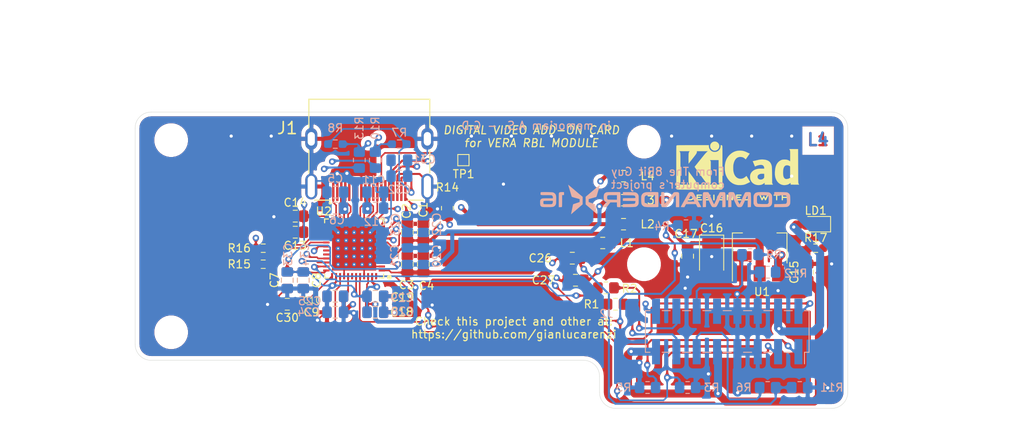
<source format=kicad_pcb>
(kicad_pcb (version 20171130) (host pcbnew 5.1.9+dfsg1-1+deb11u1)
  (title_block (date 2025-10-24) (rev 1.1) (company RetroBitLab) (comment 1 "Gianluca Renzi"))
  (layers (0 F.Cu signal) (1 In1.Cu mixed) (2 In2.Cu power) (31 B.Cu signal) (34 B.Paste user) (35 F.Paste user) (36 B.SilkS user) (37 F.SilkS user) (38 B.Mask user) (39 F.Mask user) (44 Edge.Cuts user))
  (net 0 "")
  (net 1 GND)
  (net 2 1V8)
  (net 3 /AVDD18_ADC_0)
  (net 4 /AVDD18_0)
  (net 5 /DVDD33_0)
  (net 6 5V)
  (net 7 /AVDD33_0)
  (net 8 "Net-(C26-Pad1)")
  (net 9 "Net-(C26-Pad2)")
  (net 10 "Net-(C27-Pad2)")
  (net 11 "Net-(C27-Pad1)")
  (net 12 "Net-(C30-Pad1)")
  (net 13 /HDMI_TX2+)
  (net 14 /HDMI_TX2-)
  (net 15 /HDMI_TX1+)
  (net 16 /HDMI_TX1-)
  (net 17 /HDMI_TX0+)
  (net 18 /HDMI_TX0-)
  (net 19 /HDMI_TXC+)
  (net 20 /HDMI_TXC-)
  (net 21 "Net-(J1-Pad13)")
  (net 22 "Net-(J1-Pad14)")
  (net 23 /DDC_SCL)
  (net 24 /DDC_SDA)
  (net 25 "Net-(J1-Pad19)")
  (net 26 VGAGREEN)
  (net 27 VGARED)
  (net 28 3V3)
  (net 29 VGABLUE)
  (net 30 AUDIOR)
  (net 31 AUDIOL)
  (net 32 VGAVSYNC)
  (net 33 VGAHSYNC)
  (net 34 "Net-(R1-Pad1)")
  (net 35 "Net-(R2-Pad1)")
  (net 36 "Net-(R10-Pad2)")
  (net 37 "Net-(R13-Pad2)")
  (net 38 "Net-(R14-Pad1)")
  (net 39 "Net-(R15-Pad2)")
  (net 40 "Net-(R16-Pad2)")
  (net 41 "Net-(U2-Pad42)")
  (net 42 "Net-(U2-Pad32)")
  (net 43 "Net-(U2-Pad31)")
  (net 44 "Net-(U2-Pad26)")
  (net 45 "Net-(U2-Pad25)")
  (net 46 "Net-(U2-Pad4)")
  (net 47 "Net-(U2-Pad3)")
  (net 48 "Net-(LD1-Pad1)")
  (module Capacitor_SMD:C_0805_2012Metric_Pad1.18x1.45mm_HandSolder (layer F.Cu) (at 142.5 91.4 90)
    (fp_text reference C1 (at 2.8 0 90) (layer F.SilkS))
    (fp_text value 22uF)
    (pad 2 smd roundrect (at 1.0375 0 90) (size 1.175 1.45) (layers F.Cu F.Paste F.Mask) (roundrect_rratio 0.212766) (net 1 GND))
    (pad 1 smd roundrect (at -1.0375 0 90) (size 1.175 1.45) (layers F.Cu F.Paste F.Mask) (roundrect_rratio 0.212766) (net 2 1V8))
  )
  (module Capacitor_SMD:C_0805_2012Metric_Pad1.18x1.45mm_HandSolder (layer F.Cu) (at 140.5 91.4 90)
    (fp_text reference C2 (at 2.64 -0.09 90) (layer F.SilkS))
    (fp_text value 100nF)
    (pad 2 smd roundrect (at 1.0375 0 90) (size 1.175 1.45) (layers F.Cu F.Paste F.Mask) (roundrect_rratio 0.212766) (net 1 GND))
    (pad 1 smd roundrect (at -1.0375 0 90) (size 1.175 1.45) (layers F.Cu F.Paste F.Mask) (roundrect_rratio 0.212766) (net 2 1V8))
  )
  (module Capacitor_SMD:C_0805_2012Metric_Pad1.18x1.45mm_HandSolder (layer F.Cu) (at 140.5 95.4 90)
    (fp_text reference C3 (at -2.6 -0.1 180) (layer F.SilkS))
    (fp_text value 22uF)
    (pad 2 smd roundrect (at 1.0375 0 90) (size 1.175 1.45) (layers F.Cu F.Paste F.Mask) (roundrect_rratio 0.212766) (net 1 GND))
    (pad 1 smd roundrect (at -1.0375 0 90) (size 1.175 1.45) (layers F.Cu F.Paste F.Mask) (roundrect_rratio 0.212766) (net 3 /AVDD18_ADC_0))
  )
  (module Capacitor_SMD:C_0805_2012Metric_Pad1.18x1.45mm_HandSolder (layer F.Cu) (at 142.5 95.4 90)
    (fp_text reference C4 (at -2.7 0.4 180) (layer F.SilkS))
    (fp_text value 100nF)
    (pad 2 smd roundrect (at 1.0375 0 90) (size 1.175 1.45) (layers F.Cu F.Paste F.Mask) (roundrect_rratio 0.212766) (net 1 GND))
    (pad 1 smd roundrect (at -1.0375 0 90) (size 1.175 1.45) (layers F.Cu F.Paste F.Mask) (roundrect_rratio 0.212766) (net 3 /AVDD18_ADC_0))
  )
  (module Capacitor_SMD:C_0805_2012Metric_Pad1.18x1.45mm_HandSolder (layer B.Cu) (at 131.5 86.4 180)
    (fp_text reference C5 (at 0 1.68) (layer B.SilkS) (effects (justify mirror)))
    (fp_text value 22uF)
    (pad 2 smd roundrect (at 1.0375 0 180) (size 1.175 1.45) (layers B.Cu B.Paste B.Mask) (roundrect_rratio 0.212766) (net 1 GND))
    (pad 1 smd roundrect (at -1.0375 0 180) (size 1.175 1.45) (layers B.Cu B.Paste B.Mask) (roundrect_rratio 0.212766) (net 4 /AVDD18_0))
  )
  (module Capacitor_SMD:C_0805_2012Metric_Pad1.18x1.45mm_HandSolder (layer B.Cu) (at 131.5 88.4 180)
    (fp_text reference C6 (at -0.2 -1.5) (layer B.SilkS) (effects (justify mirror)))
    (fp_text value 100nF)
    (pad 2 smd roundrect (at 1.0375 0 180) (size 1.175 1.45) (layers B.Cu B.Paste B.Mask) (roundrect_rratio 0.212766) (net 1 GND))
    (pad 1 smd roundrect (at -1.0375 0 180) (size 1.175 1.45) (layers B.Cu B.Paste B.Mask) (roundrect_rratio 0.212766) (net 4 /AVDD18_0))
  )
  (module Capacitor_SMD:C_0805_2012Metric_Pad1.18x1.45mm_HandSolder (layer F.Cu) (at 125.5 97.4 270)
    (fp_text reference C7 (at 0 1.6 90) (layer F.SilkS))
    (fp_text value 22uF)
    (pad 2 smd roundrect (at 1.0375 0 270) (size 1.175 1.45) (layers F.Cu F.Paste F.Mask) (roundrect_rratio 0.212766) (net 1 GND))
    (pad 1 smd roundrect (at -1.0375 0 270) (size 1.175 1.45) (layers F.Cu F.Paste F.Mask) (roundrect_rratio 0.212766) (net 5 /DVDD33_0))
  )
  (module Capacitor_SMD:C_0805_2012Metric_Pad1.18x1.45mm_HandSolder (layer F.Cu) (at 127.5 97.4 270)
    (fp_text reference C8 (at 0 -1.68 90) (layer F.SilkS))
    (fp_text value 100nF)
    (pad 2 smd roundrect (at 1.0375 0 270) (size 1.175 1.45) (layers F.Cu F.Paste F.Mask) (roundrect_rratio 0.212766) (net 1 GND))
    (pad 1 smd roundrect (at -1.0375 0 270) (size 1.175 1.45) (layers F.Cu F.Paste F.Mask) (roundrect_rratio 0.212766) (net 5 /DVDD33_0))
  )
  (module Capacitor_SMD:C_0805_2012Metric_Pad1.18x1.45mm_HandSolder (layer F.Cu) (at 131.5 101.4 180)
    (fp_text reference C9 (at 3 0) (layer F.SilkS))
    (fp_text value 22uF)
    (pad 2 smd roundrect (at 1.0375 0 180) (size 1.175 1.45) (layers F.Cu F.Paste F.Mask) (roundrect_rratio 0.212766) (net 1 GND))
    (pad 1 smd roundrect (at -1.0375 0 180) (size 1.175 1.45) (layers F.Cu F.Paste F.Mask) (roundrect_rratio 0.212766) (net 3 /AVDD18_ADC_0))
  )
  (module Capacitor_SMD:C_0805_2012Metric_Pad1.18x1.45mm_HandSolder (layer F.Cu) (at 131.5 99.4 180)
    (fp_text reference C10 (at 2.9 -0.5) (layer F.SilkS) (effects (font (size 0.8 0.8) (thickness 0.1))))
    (fp_text value 100nF)
    (pad 2 smd roundrect (at 1.0375 0 180) (size 1.175 1.45) (layers F.Cu F.Paste F.Mask) (roundrect_rratio 0.212766) (net 1 GND))
    (pad 1 smd roundrect (at -1.0375 0 180) (size 1.175 1.45) (layers F.Cu F.Paste F.Mask) (roundrect_rratio 0.212766) (net 3 /AVDD18_ADC_0))
  )
  (module Capacitor_SMD:C_0805_2012Metric_Pad1.18x1.45mm_HandSolder (layer B.Cu) (at 136.5 86.4)
    (fp_text reference C11 (at -0.2 -1.5) (layer B.SilkS) (effects (justify mirror)))
    (fp_text value 22uF)
    (pad 2 smd roundrect (at 1.0375 0) (size 1.175 1.45) (layers B.Cu B.Paste B.Mask) (roundrect_rratio 0.212766) (net 1 GND))
    (pad 1 smd roundrect (at -1.0375 0) (size 1.175 1.45) (layers B.Cu B.Paste B.Mask) (roundrect_rratio 0.212766) (net 4 /AVDD18_0))
  )
  (module Capacitor_SMD:C_0805_2012Metric_Pad1.18x1.45mm_HandSolder (layer B.Cu) (at 136.5 88.4)
    (fp_text reference C12 (at 0 1.68) (layer B.SilkS) (effects (justify mirror)))
    (fp_text value 100nF)
    (pad 2 smd roundrect (at 1.0375 0) (size 1.175 1.45) (layers B.Cu B.Paste B.Mask) (roundrect_rratio 0.212766) (net 1 GND))
    (pad 1 smd roundrect (at -1.0375 0) (size 1.175 1.45) (layers B.Cu B.Paste B.Mask) (roundrect_rratio 0.212766) (net 4 /AVDD18_0))
  )
  (module Capacitor_SMD:C_0805_2012Metric_Pad1.18x1.45mm_HandSolder (layer F.Cu) (at 126.5 91.4 180)
    (fp_text reference C13 (at 0 -1.68) (layer F.SilkS))
    (fp_text value 22uF)
    (pad 2 smd roundrect (at 1.0375 0 180) (size 1.175 1.45) (layers F.Cu F.Paste F.Mask) (roundrect_rratio 0.212766) (net 1 GND))
    (pad 1 smd roundrect (at -1.0375 0 180) (size 1.175 1.45) (layers F.Cu F.Paste F.Mask) (roundrect_rratio 0.212766) (net 5 /DVDD33_0))
  )
  (module Capacitor_SMD:C_0805_2012Metric_Pad1.18x1.45mm_HandSolder (layer F.Cu) (at 126.5 89.4 180)
    (fp_text reference C14 (at 0 1.7) (layer F.SilkS))
    (fp_text value 100nF)
    (pad 2 smd roundrect (at 1.0375 0 180) (size 1.175 1.45) (layers F.Cu F.Paste F.Mask) (roundrect_rratio 0.212766) (net 1 GND))
    (pad 1 smd roundrect (at -1.0375 0 180) (size 1.175 1.45) (layers F.Cu F.Paste F.Mask) (roundrect_rratio 0.212766) (net 5 /DVDD33_0))
  )
  (module Capacitor_SMD:C_0805_2012Metric_Pad1.18x1.45mm_HandSolder (layer F.Cu) (at 190.5 96.4 90)
    (fp_text reference C15 (at 0 -1.68 90) (layer F.SilkS))
    (fp_text value 100nF)
    (pad 2 smd roundrect (at 1.0375 0 90) (size 1.175 1.45) (layers F.Cu F.Paste F.Mask) (roundrect_rratio 0.212766) (net 1 GND))
    (pad 1 smd roundrect (at -1.0375 0 90) (size 1.175 1.45) (layers F.Cu F.Paste F.Mask) (roundrect_rratio 0.212766) (net 6 5V))
  )
  (module Capacitor_Tantalum_SMD:CP_EIA-3528-12_Kemet-T_Pad1.50x2.35mm_HandSolder (layer F.Cu) (at 178.5 94.4 270)
    (fp_text reference C16 (at -3.5 0 180) (layer F.SilkS))
    (fp_text value 10uF-20V)
    (pad 2 smd roundrect (at 1.625 0 270) (size 1.5 2.35) (layers F.Cu F.Paste F.Mask) (roundrect_rratio 0.166667) (net 1 GND))
    (pad 1 smd roundrect (at -1.625 0 270) (size 1.5 2.35) (layers F.Cu F.Paste F.Mask) (roundrect_rratio 0.166667) (net 2 1V8))
  )
  (module Capacitor_SMD:C_0805_2012Metric_Pad1.18x1.45mm_HandSolder (layer F.Cu) (at 175.5 94.4 270)
    (fp_text reference C17 (at -2.8 0.2 180) (layer F.SilkS))
    (fp_text value 100nF)
    (pad 2 smd roundrect (at 1.0375 0 270) (size 1.175 1.45) (layers F.Cu F.Paste F.Mask) (roundrect_rratio 0.212766) (net 1 GND))
    (pad 1 smd roundrect (at -1.0375 0 270) (size 1.175 1.45) (layers F.Cu F.Paste F.Mask) (roundrect_rratio 0.212766) (net 2 1V8))
  )
  (module Capacitor_SMD:C_0805_2012Metric_Pad1.18x1.45mm_HandSolder (layer F.Cu) (at 136.5 101.4)
    (fp_text reference C18 (at 3.3 0) (layer F.SilkS))
    (fp_text value 22uF)
    (pad 2 smd roundrect (at 1.0375 0) (size 1.175 1.45) (layers F.Cu F.Paste F.Mask) (roundrect_rratio 0.212766) (net 1 GND))
    (pad 1 smd roundrect (at -1.0375 0) (size 1.175 1.45) (layers F.Cu F.Paste F.Mask) (roundrect_rratio 0.212766) (net 3 /AVDD18_ADC_0))
  )
  (module Capacitor_SMD:C_0805_2012Metric_Pad1.18x1.45mm_HandSolder (layer F.Cu) (at 136.5 99.4)
    (fp_text reference C19 (at 3.4 0.1) (layer F.SilkS))
    (fp_text value 100nF)
    (pad 2 smd roundrect (at 1.0375 0) (size 1.175 1.45) (layers F.Cu F.Paste F.Mask) (roundrect_rratio 0.212766) (net 1 GND))
    (pad 1 smd roundrect (at -1.0375 0) (size 1.175 1.45) (layers F.Cu F.Paste F.Mask) (roundrect_rratio 0.212766) (net 3 /AVDD18_ADC_0))
  )
  (module Capacitor_SMD:C_0805_2012Metric_Pad1.18x1.45mm_HandSolder (layer B.Cu) (at 142.5 94.4 90)
    (fp_text reference C20 (at 0 1.68 90) (layer B.SilkS) (effects (justify mirror)))
    (fp_text value 22uF)
    (pad 2 smd roundrect (at 1.0375 0 90) (size 1.175 1.45) (layers B.Cu B.Paste B.Mask) (roundrect_rratio 0.212766) (net 1 GND))
    (pad 1 smd roundrect (at -1.0375 0 90) (size 1.175 1.45) (layers B.Cu B.Paste B.Mask) (roundrect_rratio 0.212766) (net 5 /DVDD33_0))
  )
  (module Capacitor_SMD:C_0805_2012Metric_Pad1.18x1.45mm_HandSolder (layer B.Cu) (at 140.5 94.4 90)
    (fp_text reference C21 (at 0.01 -1.56 90) (layer B.SilkS) (effects (justify mirror)))
    (fp_text value 100nF)
    (pad 2 smd roundrect (at 1.0375 0 90) (size 1.175 1.45) (layers B.Cu B.Paste B.Mask) (roundrect_rratio 0.212766) (net 1 GND))
    (pad 1 smd roundrect (at -1.0375 0 90) (size 1.175 1.45) (layers B.Cu B.Paste B.Mask) (roundrect_rratio 0.212766) (net 5 /DVDD33_0))
  )
  (module Capacitor_SMD:C_0805_2012Metric_Pad1.18x1.45mm_HandSolder (layer B.Cu) (at 142.5 90.4 90)
    (fp_text reference C22 (at 0 1.68 90) (layer B.SilkS) (effects (justify mirror)))
    (fp_text value 22uF)
    (pad 2 smd roundrect (at 1.0375 0 90) (size 1.175 1.45) (layers B.Cu B.Paste B.Mask) (roundrect_rratio 0.212766) (net 1 GND))
    (pad 1 smd roundrect (at -1.0375 0 90) (size 1.175 1.45) (layers B.Cu B.Paste B.Mask) (roundrect_rratio 0.212766) (net 5 /DVDD33_0))
  )
  (module Capacitor_SMD:C_0805_2012Metric_Pad1.18x1.45mm_HandSolder (layer B.Cu) (at 140.5 90.4 90)
    (fp_text reference C23 (at -0.05 -1.49 90) (layer B.SilkS) (effects (justify mirror)))
    (fp_text value 100nF)
    (pad 2 smd roundrect (at 1.0375 0 90) (size 1.175 1.45) (layers B.Cu B.Paste B.Mask) (roundrect_rratio 0.212766) (net 1 GND))
    (pad 1 smd roundrect (at -1.0375 0 90) (size 1.175 1.45) (layers B.Cu B.Paste B.Mask) (roundrect_rratio 0.212766) (net 5 /DVDD33_0))
  )
  (module Capacitor_SMD:C_0805_2012Metric_Pad1.18x1.45mm_HandSolder (layer B.Cu) (at 131.5 101.4)
    (fp_text reference C24 (at -3.3 0 180) (layer B.SilkS) (effects (justify mirror)))
    (fp_text value 22uF)
    (pad 2 smd roundrect (at 1.0375 0) (size 1.175 1.45) (layers B.Cu B.Paste B.Mask) (roundrect_rratio 0.212766) (net 1 GND))
    (pad 1 smd roundrect (at -1.0375 0) (size 1.175 1.45) (layers B.Cu B.Paste B.Mask) (roundrect_rratio 0.212766) (net 7 /AVDD33_0))
  )
  (module Capacitor_SMD:C_0805_2012Metric_Pad1.18x1.45mm_HandSolder (layer B.Cu) (at 131.5 99.4)
    (fp_text reference C25 (at -3.2 0.6) (layer B.SilkS) (effects (justify mirror)))
    (fp_text value 100nF)
    (pad 2 smd roundrect (at 1.0375 0) (size 1.175 1.45) (layers B.Cu B.Paste B.Mask) (roundrect_rratio 0.212766) (net 1 GND))
    (pad 1 smd roundrect (at -1.0375 0) (size 1.175 1.45) (layers B.Cu B.Paste B.Mask) (roundrect_rratio 0.212766) (net 7 /AVDD33_0))
  )
  (module Capacitor_SMD:C_0805_2012Metric_Pad1.18x1.45mm_HandSolder (layer F.Cu) (at 161.1 94.65)
    (fp_text reference C26 (at -4 0) (layer F.SilkS))
    (fp_text value 470nF)
    (pad 2 smd roundrect (at 1.0375 0) (size 1.175 1.45) (layers F.Cu F.Paste F.Mask) (roundrect_rratio 0.212766) (net 9 "Net-(C26-Pad2)"))
    (pad 1 smd roundrect (at -1.0375 0) (size 1.175 1.45) (layers F.Cu F.Paste F.Mask) (roundrect_rratio 0.212766) (net 8 "Net-(C26-Pad1)"))
  )
  (module Capacitor_SMD:C_0805_2012Metric_Pad1.18x1.45mm_HandSolder (layer F.Cu) (at 161.5 97.4)
    (fp_text reference C27 (at -4 0) (layer F.SilkS))
    (fp_text value 470nF)
    (pad 2 smd roundrect (at 1.0375 0) (size 1.175 1.45) (layers F.Cu F.Paste F.Mask) (roundrect_rratio 0.212766) (net 10 "Net-(C27-Pad2)"))
    (pad 1 smd roundrect (at -1.0375 0) (size 1.175 1.45) (layers F.Cu F.Paste F.Mask) (roundrect_rratio 0.212766) (net 11 "Net-(C27-Pad1)"))
  )
  (module Capacitor_SMD:C_0805_2012Metric_Pad1.18x1.45mm_HandSolder (layer B.Cu) (at 136.5 101.4)
    (fp_text reference C28 (at 3.4 -0.1) (layer B.SilkS) (effects (justify mirror)))
    (fp_text value 22uF)
    (pad 2 smd roundrect (at 1.0375 0) (size 1.175 1.45) (layers B.Cu B.Paste B.Mask) (roundrect_rratio 0.212766) (net 1 GND))
    (pad 1 smd roundrect (at -1.0375 0) (size 1.175 1.45) (layers B.Cu B.Paste B.Mask) (roundrect_rratio 0.212766) (net 7 /AVDD33_0))
  )
  (module Capacitor_SMD:C_0805_2012Metric_Pad1.18x1.45mm_HandSolder (layer B.Cu) (at 136.5 99.4)
    (fp_text reference C29 (at 3.3 0.2) (layer B.SilkS) (effects (justify mirror)))
    (fp_text value 100nF)
    (pad 2 smd roundrect (at 1.0375 0) (size 1.175 1.45) (layers B.Cu B.Paste B.Mask) (roundrect_rratio 0.212766) (net 1 GND))
    (pad 1 smd roundrect (at -1.0375 0) (size 1.175 1.45) (layers B.Cu B.Paste B.Mask) (roundrect_rratio 0.212766) (net 7 /AVDD33_0))
  )
  (module Capacitor_SMD:C_0805_2012Metric_Pad1.18x1.45mm_HandSolder (layer F.Cu) (at 125.5 100.4 180)
    (fp_text reference C30 (at 0 -1.68) (layer F.SilkS))
    (fp_text value 100nF)
    (pad 2 smd roundrect (at 1.0375 0 180) (size 1.175 1.45) (layers F.Cu F.Paste F.Mask) (roundrect_rratio 0.212766) (net 1 GND))
    (pad 1 smd roundrect (at -1.0375 0 180) (size 1.175 1.45) (layers F.Cu F.Paste F.Mask) (roundrect_rratio 0.212766) (net 12 "Net-(C30-Pad1)"))
  )
  (module Capacitor_SMD:C_0805_2012Metric_Pad1.18x1.45mm_HandSolder (layer B.Cu) (at 139.5 82.4)
    (fp_text reference C31 (at 3.1 -0.1) (layer B.SilkS) (effects (justify mirror)))
    (fp_text value 22uF)
    (pad 2 smd roundrect (at 1.0375 0) (size 1.175 1.45) (layers B.Cu B.Paste B.Mask) (roundrect_rratio 0.212766) (net 1 GND))
    (pad 1 smd roundrect (at -1.0375 0) (size 1.175 1.45) (layers B.Cu B.Paste B.Mask) (roundrect_rratio 0.212766) (net 7 /AVDD33_0))
  )
  (module Capacitor_SMD:C_0805_2012Metric_Pad1.18x1.45mm_HandSolder (layer B.Cu) (at 139.5 84.4)
    (fp_text reference C32 (at 0 1.68) (layer B.SilkS) (effects (justify mirror)))
    (fp_text value 100nF)
    (pad 2 smd roundrect (at 1.0375 0) (size 1.175 1.45) (layers B.Cu B.Paste B.Mask) (roundrect_rratio 0.212766) (net 1 GND))
    (pad 1 smd roundrect (at -1.0375 0) (size 1.175 1.45) (layers B.Cu B.Paste B.Mask) (roundrect_rratio 0.212766) (net 7 /AVDD33_0))
  )
  (module Capacitor_SMD:C_0805_2012Metric_Pad1.18x1.45mm_HandSolder (layer B.Cu) (at 125.5 97.4 270)
    (fp_text reference C33 (at -3.2 -0.1 90) (layer B.SilkS) (effects (justify mirror)))
    (fp_text value 22uF)
    (pad 2 smd roundrect (at 1.0375 0 270) (size 1.175 1.45) (layers B.Cu B.Paste B.Mask) (roundrect_rratio 0.212766) (net 1 GND))
    (pad 1 smd roundrect (at -1.0375 0 270) (size 1.175 1.45) (layers B.Cu B.Paste B.Mask) (roundrect_rratio 0.212766) (net 7 /AVDD33_0))
  )
  (module Capacitor_SMD:C_0805_2012Metric_Pad1.18x1.45mm_HandSolder (layer B.Cu) (at 127.5 97.4 270)
    (fp_text reference C34 (at -3.2 -0.2 90) (layer B.SilkS) (effects (justify mirror)))
    (fp_text value 100nF)
    (pad 2 smd roundrect (at 1.0375 0 270) (size 1.175 1.45) (layers B.Cu B.Paste B.Mask) (roundrect_rratio 0.212766) (net 1 GND))
    (pad 1 smd roundrect (at -1.0375 0 270) (size 1.175 1.45) (layers B.Cu B.Paste B.Mask) (roundrect_rratio 0.212766) (net 7 /AVDD33_0))
  )
  (module MountingHole:MountingHole_3.2mm_M3 (layer F.Cu) (at 111 79.9)
    (fp_text reference H1 hide)
    (fp_text value MountingHole)
    (pad 1 np_thru_hole circle (at 0 0) (size 3.2 3.2) (drill 3.2) (layers *.Cu *.Mask))
  )
  (module RetroBitLab:CONN_HDMI-A (layer F.Cu) (at 143 85.7 180)
    (fp_text reference J1 (at 17.5 7.3) (layer F.SilkS) (effects (font (size 1.5 1.5) (thickness 0.2))))
    (fp_text value CONN_HDMI_A)
    (pad SH thru_hole oval (at 0 5.96 180) (size 1.5 2.7) (drill oval 0.9 1.7) (layers *.Cu *.Mask) (net 1 GND))
    (pad SH thru_hole oval (at 14.5 5.96 180) (size 1.5 2.7) (drill oval 0.9 1.7) (layers *.Cu *.Mask) (net 1 GND))
    (pad SH thru_hole oval (at 0 0 180) (size 1.5 3.2) (drill oval 0.9 2.7) (layers *.Cu *.Mask) (net 1 GND))
    (pad SH thru_hole oval (at 14.5 0 180) (size 1.5 3.2) (drill oval 0.9 2.7) (layers *.Cu *.Mask) (net 1 GND))
    (pad 19 smd rect (at 2.75 -0.5 180) (size 0.3 2.6) (layers F.Cu F.Paste F.Mask) (net 25 "Net-(J1-Pad19)"))
    (pad 18 smd rect (at 3.25 -0.5 180) (size 0.3 2.6) (layers F.Cu F.Paste F.Mask) (net 6 5V))
    (pad 17 smd rect (at 3.75 -0.5 180) (size 0.3 2.6) (layers F.Cu F.Paste F.Mask) (net 1 GND))
    (pad 16 smd rect (at 4.25 -0.5 180) (size 0.3 2.6) (layers F.Cu F.Paste F.Mask) (net 24 /DDC_SDA))
    (pad 15 smd rect (at 4.75 -0.5 180) (size 0.3 2.6) (layers F.Cu F.Paste F.Mask) (net 23 /DDC_SCL))
    (pad 14 smd rect (at 5.25 -0.5 180) (size 0.3 2.6) (layers F.Cu F.Paste F.Mask) (net 22 "Net-(J1-Pad14)"))
    (pad 13 smd rect (at 5.75 -0.5 180) (size 0.3 2.6) (layers F.Cu F.Paste F.Mask) (net 21 "Net-(J1-Pad13)"))
    (pad 12 smd rect (at 6.25 -0.5 180) (size 0.3 2.6) (layers F.Cu F.Paste F.Mask) (net 20 /HDMI_TXC-))
    (pad 11 smd rect (at 6.75 -0.5 180) (size 0.3 2.6) (layers F.Cu F.Paste F.Mask) (net 1 GND))
    (pad 10 smd rect (at 7.25 -0.5 180) (size 0.3 2.6) (layers F.Cu F.Paste F.Mask) (net 19 /HDMI_TXC+))
    (pad 9 smd rect (at 7.75 -0.5 180) (size 0.3 2.6) (layers F.Cu F.Paste F.Mask) (net 18 /HDMI_TX0-))
    (pad 8 smd rect (at 8.25 -0.5 180) (size 0.3 2.6) (layers F.Cu F.Paste F.Mask) (net 1 GND))
    (pad 7 smd rect (at 8.75 -0.5 180) (size 0.3 2.6) (layers F.Cu F.Paste F.Mask) (net 17 /HDMI_TX0+))
    (pad 6 smd rect (at 9.25 -0.5 180) (size 0.3 2.6) (layers F.Cu F.Paste F.Mask) (net 16 /HDMI_TX1-))
    (pad 5 smd rect (at 9.75 -0.5 180) (size 0.3 2.6) (layers F.Cu F.Paste F.Mask) (net 1 GND))
    (pad 4 smd rect (at 10.25 -0.5 180) (size 0.3 2.6) (layers F.Cu F.Paste F.Mask) (net 15 /HDMI_TX1+))
    (pad 3 smd rect (at 10.75 -0.5 180) (size 0.3 2.6) (layers F.Cu F.Paste F.Mask) (net 14 /HDMI_TX2-))
    (pad 2 smd rect (at 11.25 -0.5 180) (size 0.3 2.6) (layers F.Cu F.Paste F.Mask) (net 1 GND))
    (pad 1 smd rect (at 11.75 -0.5 180) (size 0.3 2.6) (layers F.Cu F.Paste F.Mask) (net 13 /HDMI_TX2+))
  )
  (module Inductor_SMD:L_0805_2012Metric_Pad1.15x1.40mm_HandSolder (layer F.Cu) (at 164.9 92.75 180)
    (fp_text reference L1 (at -3 0) (layer F.SilkS))
    (fp_text value FB080590R100MHZ850mA)
    (pad 2 smd roundrect (at 1.025 0 180) (size 1.15 1.4) (layers F.Cu F.Paste F.Mask) (roundrect_rratio 0.217391) (net 3 /AVDD18_ADC_0))
    (pad 1 smd roundrect (at -1.025 0 180) (size 1.15 1.4) (layers F.Cu F.Paste F.Mask) (roundrect_rratio 0.217391) (net 2 1V8))
  )
  (module Inductor_SMD:L_0805_2012Metric_Pad1.15x1.40mm_HandSolder (layer F.Cu) (at 167.5 90.4 180)
    (fp_text reference L2 (at -3 0) (layer F.SilkS))
    (fp_text value FB080590R100MHZ850mA)
    (pad 2 smd roundrect (at 1.025 0 180) (size 1.15 1.4) (layers F.Cu F.Paste F.Mask) (roundrect_rratio 0.217391) (net 4 /AVDD18_0))
    (pad 1 smd roundrect (at -1.025 0 180) (size 1.15 1.4) (layers F.Cu F.Paste F.Mask) (roundrect_rratio 0.217391) (net 2 1V8))
  )
  (module Inductor_SMD:L_0805_2012Metric_Pad1.15x1.40mm_HandSolder (layer F.Cu) (at 167.5 87.4 180)
    (fp_text reference L3 (at -3 0) (layer F.SilkS))
    (fp_text value FB080590R100MHZ850mA)
    (pad 2 smd roundrect (at 1.025 0 180) (size 1.15 1.4) (layers F.Cu F.Paste F.Mask) (roundrect_rratio 0.217391) (net 5 /DVDD33_0))
    (pad 1 smd roundrect (at -1.025 0 180) (size 1.15 1.4) (layers F.Cu F.Paste F.Mask) (roundrect_rratio 0.217391) (net 28 3V3))
  )
  (module Inductor_SMD:L_0805_2012Metric_Pad1.15x1.40mm_HandSolder (layer F.Cu) (at 167.5 84.4 180)
    (fp_text reference L4 (at -3 0) (layer F.SilkS))
    (fp_text value FB080590R100MHZ850mA)
    (pad 2 smd roundrect (at 1.025 0 180) (size 1.15 1.4) (layers F.Cu F.Paste F.Mask) (roundrect_rratio 0.217391) (net 7 /AVDD33_0))
    (pad 1 smd roundrect (at -1.025 0 180) (size 1.15 1.4) (layers F.Cu F.Paste F.Mask) (roundrect_rratio 0.217391) (net 28 3V3))
  )
  (module Resistor_SMD:R_0805_2012Metric_Pad1.20x1.40mm_HandSolder (layer F.Cu) (at 166.5 100.4)
    (fp_text reference R1 (at -3 0) (layer F.SilkS))
    (fp_text value 100R)
    (pad 2 smd roundrect (at 1 0) (size 1.2 1.4) (layers F.Cu F.Paste F.Mask) (roundrect_rratio 0.208333) (net 33 VGAHSYNC))
    (pad 1 smd roundrect (at -1 0) (size 1.2 1.4) (layers F.Cu F.Paste F.Mask) (roundrect_rratio 0.208333) (net 34 "Net-(R1-Pad1)"))
  )
  (module Resistor_SMD:R_0805_2012Metric_Pad1.20x1.40mm_HandSolder (layer F.Cu) (at 165.3 98.35)
    (fp_text reference R2 (at 2.95 0.1) (layer F.SilkS))
    (fp_text value 100R)
    (pad 2 smd roundrect (at 1 0) (size 1.2 1.4) (layers F.Cu F.Paste F.Mask) (roundrect_rratio 0.208333) (net 32 VGAVSYNC))
    (pad 1 smd roundrect (at -1 0) (size 1.2 1.4) (layers F.Cu F.Paste F.Mask) (roundrect_rratio 0.208333) (net 35 "Net-(R2-Pad1)"))
  )
  (module Resistor_SMD:R_0805_2012Metric_Pad1.20x1.40mm_HandSolder (layer B.Cu) (at 175.5 110.8 180)
    (fp_text reference R3 (at -3 0) (layer B.SilkS) (effects (justify mirror)))
    (fp_text value 75R)
    (pad 2 smd roundrect (at 1 0 180) (size 1.2 1.4) (layers B.Cu B.Paste B.Mask) (roundrect_rratio 0.208333) (net 29 VGABLUE))
    (pad 1 smd roundrect (at -1 0 180) (size 1.2 1.4) (layers B.Cu B.Paste B.Mask) (roundrect_rratio 0.208333) (net 1 GND))
  )
  (module Resistor_SMD:R_0805_2012Metric_Pad1.20x1.40mm_HandSolder (layer B.Cu) (at 175.3 90.6 180)
    (fp_text reference R4 (at 3 -0.05) (layer B.SilkS) (effects (justify mirror)))
    (fp_text value 75R)
    (pad 2 smd roundrect (at 1 0 180) (size 1.2 1.4) (layers B.Cu B.Paste B.Mask) (roundrect_rratio 0.208333) (net 26 VGAGREEN))
    (pad 1 smd roundrect (at -1 0 180) (size 1.2 1.4) (layers B.Cu B.Paste B.Mask) (roundrect_rratio 0.208333) (net 1 GND))
  )
  (module Resistor_SMD:R_0805_2012Metric_Pad1.20x1.40mm_HandSolder (layer B.Cu) (at 170.5 110.8)
    (fp_text reference R5 (at -3 0) (layer B.SilkS) (effects (justify mirror)))
    (fp_text value 75R)
    (pad 2 smd roundrect (at 1 0) (size 1.2 1.4) (layers B.Cu B.Paste B.Mask) (roundrect_rratio 0.208333) (net 27 VGARED))
    (pad 1 smd roundrect (at -1 0) (size 1.2 1.4) (layers B.Cu B.Paste B.Mask) (roundrect_rratio 0.208333) (net 1 GND))
  )
  (module Resistor_SMD:R_0805_2012Metric_Pad1.20x1.40mm_HandSolder (layer B.Cu) (at 185.5 110.8)
    (fp_text reference R6 (at -3 0) (layer B.SilkS) (effects (justify mirror)))
    (fp_text value 10K)
    (pad 2 smd roundrect (at 1 0) (size 1.2 1.4) (layers B.Cu B.Paste B.Mask) (roundrect_rratio 0.208333) (net 9 "Net-(C26-Pad2)"))
    (pad 1 smd roundrect (at -1 0) (size 1.2 1.4) (layers B.Cu B.Paste B.Mask) (roundrect_rratio 0.208333) (net 31 AUDIOL))
  )
  (module Resistor_SMD:R_0603_1608Metric_Pad0.98x0.95mm_HandSolder (layer B.Cu) (at 139.5 80.4 180)
    (fp_text reference R7 (at 0 1.43) (layer B.SilkS) (effects (justify mirror)))
    (fp_text value 2K7)
    (pad 2 smd roundrect (at 0.9125 0 180) (size 0.975 0.95) (layers B.Cu B.Paste B.Mask) (net 23 /DDC_SCL))
    (pad 1 smd roundrect (at -0.9125 0 180) (size 0.975 0.95) (layers B.Cu B.Paste B.Mask) (net 6 5V))
  )
  (module Resistor_SMD:R_0603_1608Metric_Pad0.98x0.95mm_HandSolder (layer B.Cu) (at 131.5 80.4)
    (fp_text reference R8 (at 0 -2) (layer B.SilkS) (effects (justify mirror)))
    (fp_text value 2K7)
    (pad 2 smd roundrect (at 0.9125 0) (size 0.975 0.95) (layers B.Cu B.Paste B.Mask) (net 24 /DDC_SDA))
    (pad 1 smd roundrect (at -0.9125 0) (size 0.975 0.95) (layers B.Cu B.Paste B.Mask) (net 6 5V))
  )
  (module Resistor_SMD:R_0805_2012Metric_Pad1.20x1.40mm_HandSolder (layer B.Cu) (at 183.3 94.2)
    (fp_text reference R9 (at 3 0) (layer B.SilkS) (effects (justify mirror)))
    (fp_text value 10K)
    (pad 2 smd roundrect (at 1 0) (size 1.2 1.4) (layers B.Cu B.Paste B.Mask) (roundrect_rratio 0.208333) (net 10 "Net-(C27-Pad2)"))
    (pad 1 smd roundrect (at -1 0) (size 1.2 1.4) (layers B.Cu B.Paste B.Mask) (roundrect_rratio 0.208333) (net 30 AUDIOR))
  )
  (module Resistor_SMD:R_0805_2012Metric_Pad1.20x1.40mm_HandSolder (layer B.Cu) (at 136.5 82.4 270)
    (fp_text reference R10 (at -4 0 270) (layer B.SilkS) (effects (justify mirror)))
    (fp_text value 100R)
    (pad 2 smd roundrect (at 1 0 270) (size 1.2 1.4) (layers B.Cu B.Paste B.Mask) (roundrect_rratio 0.208333) (net 36 "Net-(R10-Pad2)"))
    (pad 1 smd roundrect (at -1 0 270) (size 1.2 1.4) (layers B.Cu B.Paste B.Mask) (roundrect_rratio 0.208333) (net 23 /DDC_SCL))
  )
  (module Resistor_SMD:R_0805_2012Metric_Pad1.20x1.40mm_HandSolder (layer B.Cu) (at 189.5 110.8 180)
    (fp_text reference R11 (at -4 0) (layer B.SilkS) (effects (justify mirror)))
    (fp_text value 10K)
    (pad 2 smd roundrect (at 1 0 180) (size 1.2 1.4) (layers B.Cu B.Paste B.Mask) (roundrect_rratio 0.208333) (net 9 "Net-(C26-Pad2)"))
    (pad 1 smd roundrect (at -1 0 180) (size 1.2 1.4) (layers B.Cu B.Paste B.Mask) (roundrect_rratio 0.208333) (net 1 GND))
  )
  (module Resistor_SMD:R_0805_2012Metric_Pad1.20x1.40mm_HandSolder (layer B.Cu) (at 185.5 96.4)
    (fp_text reference R12 (at 3.5 0.15) (layer B.SilkS) (effects (justify mirror)))
    (fp_text value 10K)
    (pad 2 smd roundrect (at 1 0) (size 1.2 1.4) (layers B.Cu B.Paste B.Mask) (roundrect_rratio 0.208333) (net 10 "Net-(C27-Pad2)"))
    (pad 1 smd roundrect (at -1 0) (size 1.2 1.4) (layers B.Cu B.Paste B.Mask) (roundrect_rratio 0.208333) (net 1 GND))
  )
  (module Resistor_SMD:R_0805_2012Metric_Pad1.20x1.40mm_HandSolder (layer B.Cu) (at 134.5 82.4 270)
    (fp_text reference R13 (at -4 0 90) (layer B.SilkS) (effects (justify mirror)))
    (fp_text value 100R)
    (pad 2 smd roundrect (at 1 0 270) (size 1.2 1.4) (layers B.Cu B.Paste B.Mask) (roundrect_rratio 0.208333) (net 37 "Net-(R13-Pad2)"))
    (pad 1 smd roundrect (at -1 0 270) (size 1.2 1.4) (layers B.Cu B.Paste B.Mask) (roundrect_rratio 0.208333) (net 24 /DDC_SDA))
  )
  (module Resistor_SMD:R_0805_2012Metric_Pad1.20x1.40mm_HandSolder (layer F.Cu) (at 145.5 88.4 90)
    (fp_text reference R14 (at 2.6 0 180) (layer F.SilkS))
    (fp_text value 1K)
    (pad 2 smd roundrect (at 1 0 90) (size 1.2 1.4) (layers F.Cu F.Paste F.Mask) (roundrect_rratio 0.208333) (net 1 GND))
    (pad 1 smd roundrect (at -1 0 90) (size 1.2 1.4) (layers F.Cu F.Paste F.Mask) (roundrect_rratio 0.208333) (net 38 "Net-(R14-Pad1)"))
  )
  (module Resistor_SMD:R_0603_1608Metric_Pad0.98x0.95mm_HandSolder (layer F.Cu) (at 122.5 95.4)
    (fp_text reference R15 (at -3 0) (layer F.SilkS))
    (fp_text value 2K7)
    (pad 2 smd roundrect (at 0.9125 0) (size 0.975 0.95) (layers F.Cu F.Paste F.Mask) (net 39 "Net-(R15-Pad2)"))
    (pad 1 smd roundrect (at -0.9125 0) (size 0.975 0.95) (layers F.Cu F.Paste F.Mask) (net 28 3V3))
  )
  (module Resistor_SMD:R_0603_1608Metric_Pad0.98x0.95mm_HandSolder (layer F.Cu) (at 122.5 93.4)
    (fp_text reference R16 (at -3 0) (layer F.SilkS))
    (fp_text value 2K7)
    (pad 2 smd roundrect (at 0.9125 0) (size 0.975 0.95) (layers F.Cu F.Paste F.Mask) (net 40 "Net-(R16-Pad2)"))
    (pad 1 smd roundrect (at -0.9125 0) (size 0.975 0.95) (layers F.Cu F.Paste F.Mask) (net 28 3V3))
  )
  (module Package_TO_SOT_SMD:SOT-223-3_TabPin2 (layer F.Cu) (at 184.5 93.4 90)
    (fp_text reference U1 (at -5.45 0.3 180) (layer F.SilkS))
    (fp_text value AMS1117-1.8)
    (pad 1 smd rect (at -3.15 -2.3 90) (size 2 1.5) (layers F.Cu F.Paste F.Mask) (net 1 GND))
    (pad 3 smd rect (at -3.15 2.3 90) (size 2 1.5) (layers F.Cu F.Paste F.Mask) (net 6 5V))
    (pad 2 smd rect (at -3.15 0 90) (size 2 1.5) (layers F.Cu F.Paste F.Mask) (net 2 1V8))
    (pad 2 smd rect (at 3.15 0 90) (size 2 3.8) (layers F.Cu F.Paste F.Mask) (net 2 1V8))
  )
  (module RetroBitLab:MS9288C (layer F.Cu) (at 133.85 93.4329 180)
    (fp_text reference U2 (at 3.8 4.6329) (layer F.SilkS))
    (fp_text value MS9288C)
    (pad 49 thru_hole circle (at 2 2 180) (size 0.5 0.5) (drill 0.2) (layers *.Cu) (net 1 GND))
    (pad 49 thru_hole circle (at 1 2 180) (size 0.5 0.5) (drill 0.2) (layers *.Cu) (net 1 GND))
    (pad 49 thru_hole circle (at 0 2 180) (size 0.5 0.5) (drill 0.2) (layers *.Cu) (net 1 GND))
    (pad 49 thru_hole circle (at -1 2 180) (size 0.5 0.5) (drill 0.2) (layers *.Cu) (net 1 GND))
    (pad 49 thru_hole circle (at -2 2 180) (size 0.5 0.5) (drill 0.2) (layers *.Cu) (net 1 GND))
    (pad 49 thru_hole circle (at 2 1 180) (size 0.5 0.5) (drill 0.2) (layers *.Cu) (net 1 GND))
    (pad 49 thru_hole circle (at 1 1 180) (size 0.5 0.5) (drill 0.2) (layers *.Cu) (net 1 GND))
    (pad 49 thru_hole circle (at 0 1 180) (size 0.5 0.5) (drill 0.2) (layers *.Cu) (net 1 GND))
    (pad 49 thru_hole circle (at -1 1 180) (size 0.5 0.5) (drill 0.2) (layers *.Cu) (net 1 GND))
    (pad 49 thru_hole circle (at -2 1 180) (size 0.5 0.5) (drill 0.2) (layers *.Cu) (net 1 GND))
    (pad 49 thru_hole circle (at 2 0 180) (size 0.5 0.5) (drill 0.2) (layers *.Cu) (net 1 GND))
    (pad 49 thru_hole circle (at 1 0 180) (size 0.5 0.5) (drill 0.2) (layers *.Cu) (net 1 GND))
    (pad 49 thru_hole circle (at 0 0 180) (size 0.5 0.5) (drill 0.2) (layers *.Cu) (net 1 GND))
    (pad 49 thru_hole circle (at -1 0 180) (size 0.5 0.5) (drill 0.2) (layers *.Cu) (net 1 GND))
    (pad 49 thru_hole circle (at -2 0 180) (size 0.5 0.5) (drill 0.2) (layers *.Cu) (net 1 GND))
    (pad 49 thru_hole circle (at 2 -1 180) (size 0.5 0.5) (drill 0.2) (layers *.Cu) (net 1 GND))
    (pad 49 thru_hole circle (at 1 -1 180) (size 0.5 0.5) (drill 0.2) (layers *.Cu) (net 1 GND))
    (pad 49 thru_hole circle (at 0 -1 180) (size 0.5 0.5) (drill 0.2) (layers *.Cu) (net 1 GND))
    (pad 49 thru_hole circle (at -1 -1 180) (size 0.5 0.5) (drill 0.2) (layers *.Cu) (net 1 GND))
    (pad 49 thru_hole circle (at -2 -1 180) (size 0.5 0.5) (drill 0.2) (layers *.Cu) (net 1 GND))
    (pad 49 thru_hole circle (at 2 -2 180) (size 0.5 0.5) (drill 0.2) (layers *.Cu) (net 1 GND))
    (pad 49 thru_hole circle (at 1 -2 180) (size 0.5 0.5) (drill 0.2) (layers *.Cu) (net 1 GND))
    (pad 49 thru_hole circle (at 0 -2 180) (size 0.5 0.5) (drill 0.2) (layers *.Cu) (net 1 GND))
    (pad 49 thru_hole circle (at -1 -2 180) (size 0.5 0.5) (drill 0.2) (layers *.Cu) (net 1 GND))
    (pad 49 thru_hole circle (at -2 -2 180) (size 0.5 0.5) (drill 0.2) (layers *.Cu) (net 1 GND))
    (pad 1 smd rect (at -3.4671 -2.75 270) (size 0.254 0.7874) (layers F.Cu F.Paste F.Mask) (net 3 /AVDD18_ADC_0))
    (pad 2 smd rect (at -3.4671 -2.250001 270) (size 0.254 0.7874) (layers F.Cu F.Paste F.Mask) (net 1 GND))
    (pad 3 smd rect (at -3.4671 -1.749999 270) (size 0.254 0.7874) (layers F.Cu F.Paste F.Mask) (net 47 "Net-(U2-Pad3)"))
    (pad 4 smd rect (at -3.4671 -1.25 270) (size 0.254 0.7874) (layers F.Cu F.Paste F.Mask) (net 46 "Net-(U2-Pad4)"))
    (pad 5 smd rect (at -3.4671 -0.750001 270) (size 0.254 0.7874) (layers F.Cu F.Paste F.Mask) (net 5 /DVDD33_0))
    (pad 6 smd rect (at -3.4671 -0.25 270) (size 0.254 0.7874) (layers F.Cu F.Paste F.Mask) (net 1 GND))
    (pad 7 smd rect (at -3.4671 0.25 270) (size 0.254 0.7874) (layers F.Cu F.Paste F.Mask) (net 2 1V8))
    (pad 8 smd rect (at -3.4671 0.750001 270) (size 0.254 0.7874) (layers F.Cu F.Paste F.Mask) (net 25 "Net-(J1-Pad19)"))
    (pad 9 smd rect (at -3.4671 1.25 270) (size 0.254 0.7874) (layers F.Cu F.Paste F.Mask) (net 37 "Net-(R13-Pad2)"))
    (pad 10 smd rect (at -3.4671 1.749999 270) (size 0.254 0.7874) (layers F.Cu F.Paste F.Mask) (net 36 "Net-(R10-Pad2)"))
    (pad 11 smd rect (at -3.4671 2.250001 270) (size 0.254 0.7874) (layers F.Cu F.Paste F.Mask) (net 5 /DVDD33_0))
    (pad 12 smd rect (at -3.4671 2.75 270) (size 0.254 0.7874) (layers F.Cu F.Paste F.Mask) (net 7 /AVDD33_0))
    (pad 13 smd rect (at -2.75 3.4671 180) (size 0.254 0.7874) (layers F.Cu F.Paste F.Mask) (net 38 "Net-(R14-Pad1)"))
    (pad 14 smd rect (at -2.250001 3.4671 180) (size 0.254 0.7874) (layers F.Cu F.Paste F.Mask) (net 20 /HDMI_TXC-))
    (pad 15 smd rect (at -1.749999 3.4671 180) (size 0.254 0.7874) (layers F.Cu F.Paste F.Mask) (net 19 /HDMI_TXC+))
    (pad 16 smd rect (at -1.25 3.4671 180) (size 0.254 0.7874) (layers F.Cu F.Paste F.Mask) (net 4 /AVDD18_0))
    (pad 17 smd rect (at -0.750001 3.4671 180) (size 0.254 0.7874) (layers F.Cu F.Paste F.Mask) (net 18 /HDMI_TX0-))
    (pad 18 smd rect (at -0.25 3.4671 180) (size 0.254 0.7874) (layers F.Cu F.Paste F.Mask) (net 17 /HDMI_TX0+))
    (pad 19 smd rect (at 0.25 3.4671 180) (size 0.254 0.7874) (layers F.Cu F.Paste F.Mask) (net 16 /HDMI_TX1-))
    (pad 20 smd rect (at 0.750001 3.4671 180) (size 0.254 0.7874) (layers F.Cu F.Paste F.Mask) (net 15 /HDMI_TX1+))
    (pad 21 smd rect (at 1.25 3.4671 180) (size 0.254 0.7874) (layers F.Cu F.Paste F.Mask) (net 4 /AVDD18_0))
    (pad 22 smd rect (at 1.749999 3.4671 180) (size 0.254 0.7874) (layers F.Cu F.Paste F.Mask) (net 14 /HDMI_TX2-))
    (pad 23 smd rect (at 2.250001 3.4671 180) (size 0.254 0.7874) (layers F.Cu F.Paste F.Mask) (net 13 /HDMI_TX2+))
    (pad 24 smd rect (at 2.75 3.4671 180) (size 0.254 0.7874) (layers F.Cu F.Paste F.Mask) (net 5 /DVDD33_0))
    (pad 25 smd rect (at 3.4671 2.75 270) (size 0.254 0.7874) (layers F.Cu F.Paste F.Mask) (net 45 "Net-(U2-Pad25)"))
    (pad 26 smd rect (at 3.4671 2.250001 270) (size 0.254 0.7874) (layers F.Cu F.Paste F.Mask) (net 44 "Net-(U2-Pad26)"))
    (pad 27 smd rect (at 3.4671 1.749999 270) (size 0.254 0.7874) (layers F.Cu F.Paste F.Mask) (net 1 GND))
    (pad 28 smd rect (at 3.4671 1.25 270) (size 0.254 0.7874) (layers F.Cu F.Paste F.Mask) (net 40 "Net-(R16-Pad2)"))
    (pad 29 smd rect (at 3.4671 0.750001 270) (size 0.254 0.7874) (layers F.Cu F.Paste F.Mask) (net 39 "Net-(R15-Pad2)"))
    (pad 30 smd rect (at 3.4671 0.25 270) (size 0.254 0.7874) (layers F.Cu F.Paste F.Mask) (net 8 "Net-(C26-Pad1)"))
    (pad 31 smd rect (at 3.4671 -0.25 270) (size 0.254 0.7874) (layers F.Cu F.Paste F.Mask) (net 43 "Net-(U2-Pad31)"))
    (pad 32 smd rect (at 3.4671 -0.750001 270) (size 0.254 0.7874) (layers F.Cu F.Paste F.Mask) (net 42 "Net-(U2-Pad32)"))
    (pad 33 smd rect (at 3.4671 -1.25 270) (size 0.254 0.7874) (layers F.Cu F.Paste F.Mask) (net 11 "Net-(C27-Pad1)"))
    (pad 34 smd rect (at 3.4671 -1.749999 270) (size 0.254 0.7874) (layers F.Cu F.Paste F.Mask) (net 34 "Net-(R1-Pad1)"))
    (pad 35 smd rect (at 3.4671 -2.250001 270) (size 0.254 0.7874) (layers F.Cu F.Paste F.Mask) (net 35 "Net-(R2-Pad1)"))
    (pad 36 smd rect (at 3.4671 -2.75 270) (size 0.254 0.7874) (layers F.Cu F.Paste F.Mask) (net 5 /DVDD33_0))
    (pad 37 smd rect (at 2.75 -3.4671 180) (size 0.254 0.7874) (layers F.Cu F.Paste F.Mask) (net 12 "Net-(C30-Pad1)"))
    (pad 38 smd rect (at 2.250001 -3.4671 180) (size 0.254 0.7874) (layers F.Cu F.Paste F.Mask) (net 7 /AVDD33_0))
    (pad 39 smd rect (at 1.749999 -3.4671 180) (size 0.254 0.7874) (layers F.Cu F.Paste F.Mask) (net 29 VGABLUE))
    (pad 40 smd rect (at 1.25 -3.4671 180) (size 0.254 0.7874) (layers F.Cu F.Paste F.Mask) (net 1 GND))
    (pad 41 smd rect (at 0.750001 -3.4671 180) (size 0.254 0.7874) (layers F.Cu F.Paste F.Mask) (net 3 /AVDD18_ADC_0))
    (pad 42 smd rect (at 0.25 -3.4671 180) (size 0.254 0.7874) (layers F.Cu F.Paste F.Mask) (net 41 "Net-(U2-Pad42)"))
    (pad 43 smd rect (at -0.25 -3.4671 180) (size 0.254 0.7874) (layers F.Cu F.Paste F.Mask) (net 7 /AVDD33_0))
    (pad 44 smd rect (at -0.750001 -3.4671 180) (size 0.254 0.7874) (layers F.Cu F.Paste F.Mask) (net 26 VGAGREEN))
    (pad 45 smd rect (at -1.25 -3.4671 180) (size 0.254 0.7874) (layers F.Cu F.Paste F.Mask) (net 1 GND))
    (pad 46 smd rect (at -1.749999 -3.4671 180) (size 0.254 0.7874) (layers F.Cu F.Paste F.Mask) (net 3 /AVDD18_ADC_0))
    (pad 47 smd rect (at -2.250001 -3.4671 180) (size 0.254 0.7874) (layers F.Cu F.Paste F.Mask) (net 7 /AVDD33_0))
    (pad 48 smd rect (at -2.75 -3.4671 180) (size 0.254 0.7874) (layers F.Cu F.Paste F.Mask) (net 27 VGARED))
    (pad 49 smd rect (at 0 0 180) (size 5.5118 5.5118) (layers F.Cu F.Paste F.Mask) (net 1 GND))
  )
  (module LED_SMD:LED_0805_2012Metric_Pad1.15x1.40mm_HandSolder (layer F.Cu) (at 191.5 90.4 180)
    (fp_text reference LD1 (at 0 1.7) (layer F.SilkS))
    (fp_text value GREEN)
    (pad 2 smd roundrect (at 1.025 0 180) (size 1.15 1.4) (layers F.Cu F.Paste F.Mask) (roundrect_rratio 0.217391) (net 28 3V3))
    (pad 1 smd roundrect (at -1.025 0 180) (size 1.15 1.4) (layers F.Cu F.Paste F.Mask) (roundrect_rratio 0.217391) (net 48 "Net-(LD1-Pad1)"))
  )
  (module Resistor_SMD:R_0603_1608Metric_Pad0.98x0.95mm_HandSolder (layer F.Cu) (at 191.5 93.4 180)
    (fp_text reference R17 (at 0 1.3) (layer F.SilkS))
    (fp_text value 560R)
    (pad 2 smd roundrect (at 0.9125 0 180) (size 0.975 0.95) (layers F.Cu F.Paste F.Mask) (net 1 GND))
    (pad 1 smd roundrect (at -0.9125 0 180) (size 0.975 0.95) (layers F.Cu F.Paste F.Mask) (net 48 "Net-(LD1-Pad1)"))
  )
  (module TestPoint:TestPoint_Pad_1.0x1.0mm (layer F.Cu) (at 147.5 82.4)
    (fp_text reference TP1 (at 0.03 1.74) (layer F.SilkS))
    (fp_text value TestPoint)
    (pad 1 smd rect (at 0 0) (size 1 1) (layers F.Cu F.Mask) (net 21 "Net-(J1-Pad13)"))
  )
  (module Symbol:KiCad-Logo2_6mm_SilkScreen (layer F.Cu) (at 181.75 83.06)
    (fp_text reference LOGO1 hide)
    (fp_text value "KiCAD Logo" hide)
  )
  (module RetroBitLab:x16logo (layer B.Cu) (at 172.7 87.3 180)
    (fp_text reference LOGO2 hide)
    (fp_text value "Commander X16 Project" hide)
  )
  (module MountingHole:MountingHole_3.2mm_M3 (layer F.Cu) (at 111 103.9)
    (fp_text reference H2 hide)
    (fp_text value MountingHole)
    (pad 1 np_thru_hole circle (at 0 0) (size 3.2 3.2) (drill 3.2) (layers *.Cu *.Mask))
  )
  (module MountingHole:MountingHole_3.2mm_M3 (layer F.Cu) (at 170.05 95.4)
    (fp_text reference H3 hide)
    (fp_text value MountingHole)
    (pad 1 np_thru_hole circle (at 0 0) (size 3.2 3.2) (drill 3.2) (layers *.Cu *.Mask))
  )
  (module MountingHole:MountingHole_3.2mm_M3 (layer F.Cu) (at 170.05 80.1)
    (fp_text reference H4 hide)
    (fp_text value MountingHole)
    (pad 1 np_thru_hole circle (at 0 0) (size 3.2 3.2) (drill 3.2) (layers *.Cu *.Mask))
  )
  (module RetroBitLab:PinHeader_BOX_2x08_P2.54mm_Vertical_SMD (layer B.Cu) (at 180.45 103.8 90)
    (fp_text reference J2 (at 2.2 -15.1) (layer B.SilkS) (effects (justify mirror)))
    (fp_text value CONN_SMD_HEADER_BOX_02x08_Odd_Even_2.54mm)
    (pad 16 smd rect (at 2.525 -8.89 90) (size 3.15 1) (layers B.Cu B.Paste B.Mask) (net 28 3V3))
    (pad 15 smd rect (at -2.525 -8.89 90) (size 3.15 1) (layers B.Cu B.Paste B.Mask) (net 6 5V))
    (pad 14 smd rect (at 2.525 -6.35 90) (size 3.15 1) (layers B.Cu B.Paste B.Mask) (net 32 VGAVSYNC))
    (pad 13 smd rect (at -2.525 -6.35 90) (size 3.15 1) (layers B.Cu B.Paste B.Mask) (net 33 VGAHSYNC))
    (pad 12 smd rect (at 2.525 -3.81 90) (size 3.15 1) (layers B.Cu B.Paste B.Mask) (net 30 AUDIOR))
    (pad 11 smd rect (at -2.525 -3.81 90) (size 3.15 1) (layers B.Cu B.Paste B.Mask) (net 31 AUDIOL))
    (pad 10 smd rect (at 2.525 -1.27 90) (size 3.15 1) (layers B.Cu B.Paste B.Mask) (net 1 GND))
    (pad 9 smd rect (at -2.525 -1.27 90) (size 3.15 1) (layers B.Cu B.Paste B.Mask) (net 6 5V))
    (pad 8 smd rect (at 2.525 1.27 90) (size 3.15 1) (layers B.Cu B.Paste B.Mask) (net 1 GND))
    (pad 7 smd rect (at -2.525 1.27 90) (size 3.15 1) (layers B.Cu B.Paste B.Mask) (net 1 GND))
    (pad 6 smd rect (at 2.525 3.81 90) (size 3.15 1) (layers B.Cu B.Paste B.Mask) (net 1 GND))
    (pad 5 smd rect (at -2.525 3.81 90) (size 3.15 1) (layers B.Cu B.Paste B.Mask) (net 1 GND))
    (pad 4 smd rect (at 2.525 6.35 90) (size 3.15 1) (layers B.Cu B.Paste B.Mask) (net 28 3V3))
    (pad 3 smd rect (at -2.525 6.35 90) (size 3.15 1) (layers B.Cu B.Paste B.Mask) (net 29 VGABLUE))
    (pad 2 smd rect (at 2.525 8.89 90) (size 3.15 1) (layers B.Cu B.Paste B.Mask) (net 26 VGAGREEN))
    (pad 1 smd rect (at -2.525 8.89 90) (size 3.15 1) (layers B.Cu B.Paste B.Mask) (net 27 VGARED))
  )
  (gr_text "PCB V1.1" (at 114.65 84.15) (layer F.Cu) (effects (font (size 1.5 1.5) (thickness 0.3))))
  (gr_text "in memoriam A.S. - G.D." (at 156.35 78.1) (layer B.SilkS) (effects (font (size 1 1)) (justify mirror)))
  (gr_text "Check this project and other at:\nhttps://github.com/gianlucarenzi" (at 153.8 103.35) (layer F.SilkS) (effects (font (size 1 1))))
  (gr_text "From The 8Bit Guy\ncomputer's project" (at 173.05 84.65) (layer B.SilkS) (effects (font (size 1 1)) (justify mirror)))
  (gr_text "DIGITAL VIDEO ADD-ON CARD\nfor VERA RBL MODULE" (at 156 79.46) (layer F.SilkS) (effects (font (size 1 1) (thickness 0.15) italic)))
  (gr_text L4 (at 191.81 79.84) (layer B.Cu) (effects (font (size 1.5 1.5) (thickness 0.3))))
  (gr_text L1 (at 191.79 79.85) (layer F.Cu) (effects (font (size 1.5 1.5) (thickness 0.3))))
  (gr_arc (start 166.5 111.4) (end 164.5 111.4) (angle -90) (layer Edge.Cuts) (width 0.05))
  (gr_arc (start 162.5 109.4) (end 164.5 109.4) (angle -90) (layer Edge.Cuts) (width 0.05))
  (gr_arc (start 108.5 105.4) (end 106.5 105.4) (angle -90) (layer Edge.Cuts) (width 0.05))
  (gr_arc (start 193.5 111.4) (end 193.5 113.4) (angle -90) (layer Edge.Cuts) (width 0.05))
  (gr_arc (start 193.5 78.4) (end 195.5 78.4) (angle -90) (layer Edge.Cuts) (width 0.05))
  (gr_arc (start 108.5 78.4) (end 108.5 76.4) (angle -90) (layer Edge.Cuts) (width 0.05))
  (gr_line (start 164.5 109.4) (end 164.5 111.4) (layer Edge.Cuts) (width 0.05))
  (gr_line (start 108.5 107.4) (end 162.5 107.4) (layer Edge.Cuts) (width 0.05))
  (gr_line (start 106.5 78.4) (end 106.5 105.4) (layer Edge.Cuts) (width 0.05))
  (gr_line (start 193.5 76.4) (end 108.5 76.4) (layer Edge.Cuts) (width 0.05))
  (gr_line (start 195.5 111.4) (end 195.5 78.4) (layer Edge.Cuts) (width 0.05))
  (gr_line (start 166.5 113.4) (end 193.5 113.4) (layer Edge.Cuts) (width 0.05))
  (via (at 152.5 85.4) (size 0.8) (drill 0.4) (layers F.Cu B.Cu) (net 1))
  (via (at 169.48 107.7) (size 0.8) (drill 0.4) (layers F.Cu B.Cu) (net 1))
  (segment (start 169.5 107.72) (end 169.48 107.7) (width 0.5) (layer B.Cu) (net 1))
  (segment (start 169.5 109.4) (end 169.5 107.72) (width 0.5) (layer B.Cu) (net 1))
  (segment (start 182.2 96.55) (end 181.02 96.55) (width 0.5) (layer F.Cu) (net 1))
  (segment (start 180.495 96.025) (end 178.5 96.025) (width 0.5) (layer F.Cu) (net 1))
  (segment (start 181.02 96.55) (end 180.495 96.025) (width 0.5) (layer F.Cu) (net 1))
  (segment (start 178.5 96.025) (end 177.315 96.025) (width 0.5) (layer F.Cu) (net 1))
  (segment (start 176.7275 95.4375) (end 175.5 95.4375) (width 0.5) (layer F.Cu) (net 1))
  (segment (start 177.315 96.025) (end 176.7275 95.4375) (width 0.5) (layer F.Cu) (net 1))
  (via (at 178.51 94.45) (size 0.8) (drill 0.4) (layers F.Cu B.Cu) (net 1))
  (segment (start 178.5 94.46) (end 178.51 94.45) (width 0.5) (layer F.Cu) (net 1))
  (segment (start 178.5 96.025) (end 178.5 94.46) (width 0.5) (layer F.Cu) (net 1))
  (segment (start 190.5 93.4875) (end 190.5875 93.4) (width 0.5) (layer F.Cu) (net 1))
  (segment (start 190.5 95.3625) (end 190.5 93.4875) (width 0.5) (layer F.Cu) (net 1))
  (via (at 131.74 84.08) (size 0.8) (drill 0.4) (layers F.Cu B.Cu) (net 1))
  (segment (start 131.75 84.09) (end 131.74 84.08) (width 0.2) (layer F.Cu) (net 1))
  (segment (start 131.75 86.2) (end 131.75 84.09) (width 0.2) (layer F.Cu) (net 1))
  (via (at 132.95 84.05) (size 0.8) (drill 0.4) (layers F.Cu B.Cu) (net 1))
  (segment (start 133.25 84.35) (end 132.95 84.05) (width 0.2) (layer F.Cu) (net 1))
  (segment (start 133.25 86.2) (end 133.25 84.35) (width 0.2) (layer F.Cu) (net 1))
  (segment (start 134.1 84.05) (end 132.95 84.05) (width 0.2) (layer F.Cu) (net 1))
  (segment (start 131.77 84.05) (end 131.74 84.08) (width 0.2) (layer F.Cu) (net 1))
  (segment (start 132.95 84.05) (end 131.77 84.05) (width 0.2) (layer F.Cu) (net 1))
  (segment (start 134.75 84.05) (end 134.1 84.05) (width 0.2) (layer F.Cu) (net 1))
  (segment (start 134.75 86.2) (end 134.75 84.05) (width 0.2) (layer F.Cu) (net 1))
  (segment (start 135.94 84.05) (end 134.1 84.05) (width 0.2) (layer F.Cu) (net 1))
  (segment (start 136.25 84.36) (end 135.94 84.05) (width 0.2) (layer F.Cu) (net 1))
  (segment (start 136.25 86.2) (end 136.25 84.36) (width 0.2) (layer F.Cu) (net 1))
  (segment (start 140.5375 84.4) (end 140.5375 82.4) (width 0.2) (layer B.Cu) (net 1))
  (segment (start 125.4625 89.4) (end 125.4625 91.4) (width 0.2) (layer F.Cu) (net 1))
  (segment (start 132.6 94.6829) (end 133.85 93.4329) (width 0.2) (layer F.Cu) (net 1))
  (segment (start 132.6 96.9) (end 132.6 94.6829) (width 0.2) (layer F.Cu) (net 1))
  (segment (start 135.1 94.6829) (end 133.85 93.4329) (width 0.2) (layer F.Cu) (net 1))
  (segment (start 135.1 96.9) (end 135.1 94.6829) (width 0.2) (layer F.Cu) (net 1))
  (segment (start 136.100001 95.682901) (end 133.85 93.4329) (width 0.2) (layer F.Cu) (net 1))
  (segment (start 137.3171 95.682901) (end 136.100001 95.682901) (width 0.2) (layer F.Cu) (net 1))
  (segment (start 134.1 93.6829) (end 133.85 93.4329) (width 0.2) (layer F.Cu) (net 1))
  (segment (start 137.3171 93.6829) (end 134.1 93.6829) (width 0.2) (layer F.Cu) (net 1))
  (via (at 129.27 102.39) (size 0.8) (drill 0.4) (layers F.Cu B.Cu) (net 1))
  (segment (start 130.26 101.4) (end 129.27 102.39) (width 0.2) (layer F.Cu) (net 1))
  (segment (start 130.4625 101.4) (end 130.26 101.4) (width 0.2) (layer F.Cu) (net 1))
  (via (at 138.87 101.44) (size 0.8) (drill 0.4) (layers F.Cu B.Cu) (net 1))
  (segment (start 138.83 101.4) (end 138.87 101.44) (width 0.2) (layer B.Cu) (net 1))
  (segment (start 137.5375 101.4) (end 138.83 101.4) (width 0.2) (layer B.Cu) (net 1))
  (segment (start 125.5 98.4375) (end 127.5 98.4375) (width 0.2) (layer F.Cu) (net 1))
  (segment (start 132.100001 91.682901) (end 133.85 93.4329) (width 0.2) (layer F.Cu) (net 1))
  (segment (start 130.3829 91.682901) (end 132.100001 91.682901) (width 0.2) (layer F.Cu) (net 1))
  (segment (start 129.2 85) (end 128.5 85.7) (width 0.2) (layer B.Cu) (net 1))
  (segment (start 129.84 85) (end 129.2 85) (width 0.2) (layer B.Cu) (net 1))
  (segment (start 130.4625 85.6225) (end 129.84 85) (width 0.2) (layer B.Cu) (net 1))
  (segment (start 130.4625 86.4) (end 130.4625 85.6225) (width 0.2) (layer B.Cu) (net 1))
  (segment (start 140.5375 82.4) (end 142.22 82.4) (width 0.2) (layer B.Cu) (net 1))
  (segment (start 143 81.62) (end 143 79.74) (width 0.2) (layer B.Cu) (net 1))
  (segment (start 142.22 82.4) (end 143 81.62) (width 0.2) (layer B.Cu) (net 1))
  (via (at 123.83 89.47) (size 0.8) (drill 0.4) (layers F.Cu B.Cu) (net 1))
  (segment (start 123.9 89.4) (end 123.83 89.47) (width 0.2) (layer F.Cu) (net 1))
  (segment (start 125.4625 89.4) (end 123.9 89.4) (width 0.2) (layer F.Cu) (net 1))
  (via (at 123.04 100.42) (size 0.8) (drill 0.4) (layers F.Cu B.Cu) (net 1))
  (segment (start 123.06 100.4) (end 123.04 100.42) (width 0.2) (layer F.Cu) (net 1))
  (segment (start 124.4625 100.4) (end 123.06 100.4) (width 0.2) (layer F.Cu) (net 1))
  (segment (start 127.5 98.4375) (end 125.5 98.4375) (width 0.2) (layer B.Cu) (net 1))
  (segment (start 125.5 98.4375) (end 123.6425 98.4375) (width 0.2) (layer B.Cu) (net 1))
  (segment (start 123.04 99.04) (end 123.04 100.42) (width 0.2) (layer B.Cu) (net 1))
  (segment (start 123.6425 98.4375) (end 123.04 99.04) (width 0.2) (layer B.Cu) (net 1))
  (segment (start 125.5 98.4375) (end 125.3525 98.4375) (width 0.2) (layer F.Cu) (net 1))
  (segment (start 124.4625 99.3275) (end 124.4625 100.4) (width 0.2) (layer F.Cu) (net 1))
  (segment (start 125.3525 98.4375) (end 124.4625 99.3275) (width 0.2) (layer F.Cu) (net 1))
  (segment (start 145.5 87.4) (end 145.5 86.4) (width 0.5) (layer F.Cu) (net 1))
  (segment (start 145.5 86.4) (end 144.8 85.7) (width 0.5) (layer F.Cu) (net 1))
  (segment (start 144.8 85.7) (end 143 85.7) (width 0.5) (layer F.Cu) (net 1))
  (segment (start 139.25 86.2) (end 139.25 84.35) (width 0.25) (layer F.Cu) (net 1))
  (segment (start 139.475011 84.124989) (end 142.024989 84.124989) (width 0.25) (layer F.Cu) (net 1))
  (segment (start 139.25 84.35) (end 139.475011 84.124989) (width 0.25) (layer F.Cu) (net 1))
  (segment (start 143 85.1) (end 143 85.7) (width 0.25) (layer F.Cu) (net 1))
  (segment (start 142.024989 84.124989) (end 143 85.1) (width 0.25) (layer F.Cu) (net 1))
  (segment (start 132.95 85.05) (end 132.95 84.05) (width 0.2) (layer B.Cu) (net 1))
  (segment (start 133.2 85.3) (end 132.95 85.05) (width 0.2) (layer B.Cu) (net 1))
  (segment (start 136.1 85.3) (end 133.2 85.3) (width 0.2) (layer B.Cu) (net 1))
  (segment (start 136.6 85.8) (end 136.1 85.3) (width 0.2) (layer B.Cu) (net 1))
  (segment (start 136.6 86.3) (end 136.6 85.8) (width 0.2) (layer B.Cu) (net 1))
  (segment (start 136.7 86.4) (end 136.6 86.3) (width 0.2) (layer B.Cu) (net 1))
  (segment (start 137.5375 86.4) (end 136.7 86.4) (width 0.2) (layer B.Cu) (net 1))
  (via (at 144.261238 88.49022) (size 0.8) (drill 0.4) (layers F.Cu B.Cu) (net 1))
  (segment (start 137.5375 99.4) (end 137.5375 101.4) (width 0.5) (layer F.Cu) (net 1))
  (segment (start 130.4625 99.4) (end 130.4625 101.4) (width 0.5) (layer F.Cu) (net 1))
  (via (at 133.8 101.5) (size 0.8) (drill 0.4) (layers F.Cu B.Cu) (net 1))
  (segment (start 133.7 101.4) (end 133.8 101.5) (width 0.5) (layer B.Cu) (net 1))
  (segment (start 132.5375 101.4) (end 133.7 101.4) (width 0.5) (layer B.Cu) (net 1))
  (segment (start 138.83 101.4) (end 138.87 101.44) (width 0.5) (layer F.Cu) (net 1))
  (segment (start 137.5375 101.4) (end 138.83 101.4) (width 0.5) (layer F.Cu) (net 1))
  (segment (start 137.5375 99.4) (end 137.5375 101.4) (width 0.5) (layer B.Cu) (net 1))
  (via (at 143.6 100.5) (size 0.8) (drill 0.4) (layers F.Cu B.Cu) (net 1))
  (via (at 118.5 79.4) (size 0.8) (drill 0.4) (layers F.Cu B.Cu) (net 1))
  (via (at 123.5 79.4) (size 0.8) (drill 0.4) (layers F.Cu B.Cu) (net 1))
  (via (at 148.5 79.4) (size 0.8) (drill 0.4) (layers F.Cu B.Cu) (net 1))
  (via (at 153.5 79.4) (size 0.8) (drill 0.4) (layers F.Cu B.Cu) (net 1))
  (via (at 158.5 79.4) (size 0.8) (drill 0.4) (layers F.Cu B.Cu) (net 1))
  (via (at 163.5 79.4) (size 0.8) (drill 0.4) (layers F.Cu B.Cu) (net 1))
  (via (at 173.5 79.4) (size 0.8) (drill 0.4) (layers F.Cu B.Cu) (net 1))
  (via (at 178.5 79.4) (size 0.8) (drill 0.4) (layers F.Cu B.Cu) (net 1))
  (via (at 183.5 79.4) (size 0.8) (drill 0.4) (layers F.Cu B.Cu) (net 1))
  (via (at 188.5 79.4) (size 0.8) (drill 0.4) (layers F.Cu B.Cu) (net 1))
  (via (at 188.5 84.4) (size 0.8) (drill 0.4) (layers F.Cu B.Cu) (net 1))
  (via (at 178.5 89.4) (size 0.8) (drill 0.4) (layers F.Cu B.Cu) (net 1))
  (via (at 144.5 93.300002) (size 0.8) (drill 0.4) (layers F.Cu B.Cu) (net 1))
  (segment (start 142.5 94.3625) (end 143.437502 94.3625) (width 0.5) (layer F.Cu) (net 1))
  (segment (start 143.437502 94.3625) (end 144.5 93.300002) (width 0.5) (layer F.Cu) (net 1))
  (segment (start 144.437502 93.3625) (end 144.5 93.300002) (width 0.2) (layer B.Cu) (net 1))
  (segment (start 140.5 94.3625) (end 142.5 94.3625) (width 0.5) (layer F.Cu) (net 1))
  (segment (start 142.562498 93.300002) (end 142.5 93.3625) (width 0.5) (layer B.Cu) (net 1))
  (segment (start 144.5 93.300002) (end 142.562498 93.300002) (width 0.5) (layer B.Cu) (net 1))
  (segment (start 142.5 93.3625) (end 140.5 93.3625) (width 0.5) (layer B.Cu) (net 1))
  (segment (start 140.5 89.3625) (end 142.5 89.3625) (width 0.5) (layer B.Cu) (net 1))
  (segment (start 143.388958 89.3625) (end 144.261238 88.49022) (width 0.5) (layer B.Cu) (net 1))
  (segment (start 142.5 89.3625) (end 143.388958 89.3625) (width 0.5) (layer B.Cu) (net 1))
  (segment (start 137.5375 88.4) (end 137.5375 86.4) (width 0.5) (layer B.Cu) (net 1))
  (segment (start 130.4625 88.4) (end 130.4625 86.4) (width 0.5) (layer B.Cu) (net 1))
  (segment (start 140.5 90.3625) (end 142.5 90.3625) (width 0.5) (layer F.Cu) (net 1))
  (segment (start 143 89.8625) (end 143 85.7) (width 0.5) (layer F.Cu) (net 1))
  (segment (start 142.5 90.3625) (end 143 89.8625) (width 0.5) (layer F.Cu) (net 1))
  (via (at 175.2 98.4) (size 0.8) (drill 0.4) (layers F.Cu B.Cu) (net 1))
  (segment (start 179.18 101.275) (end 181.72 101.275) (width 1) (layer B.Cu) (net 1))
  (segment (start 181.72 101.275) (end 184.26 101.275) (width 1) (layer B.Cu) (net 1))
  (via (at 193.4875 95.3625) (size 0.8) (drill 0.4) (layers F.Cu B.Cu) (net 1))
  (segment (start 190.5 95.3625) (end 193.4875 95.3625) (width 0.5) (layer F.Cu) (net 1))
  (segment (start 181.72 106.325) (end 184.26 106.325) (width 1) (layer B.Cu) (net 1))
  (via (at 181.75 111.45) (size 0.8) (drill 0.4) (layers F.Cu B.Cu) (net 1))
  (segment (start 181.72 111.42) (end 181.75 111.45) (width 1) (layer B.Cu) (net 1))
  (segment (start 181.72 106.325) (end 181.72 111.42) (width 1) (layer B.Cu) (net 1))
  (via (at 193.000011 110.839404) (size 0.8) (drill 0.4) (layers F.Cu B.Cu) (net 1))
  (via (at 178.1 109.1) (size 0.8) (drill 0.4) (layers F.Cu B.Cu) (net 1))
  (segment (start 177.8 109.4) (end 178.1 109.1) (width 0.5) (layer B.Cu) (net 1))
  (segment (start 177.8 109.4) (end 177 109.4) (width 0.5) (layer B.Cu) (net 1))
  (segment (start 176.5 109.9) (end 176.5 110.8) (width 0.5) (layer B.Cu) (net 1))
  (segment (start 177 109.4) (end 176.5 109.9) (width 0.5) (layer B.Cu) (net 1))
  (segment (start 169.5 109.4) (end 169.5 110.8) (width 0.5) (layer B.Cu) (net 1))
  (via (at 175.5 97) (size 0.8) (drill 0.4) (layers F.Cu B.Cu) (net 1))
  (segment (start 175.5 95.4375) (end 175.5 97) (width 0.5) (layer F.Cu) (net 1))
  (segment (start 176.3 90.6) (end 176.6 90.6) (width 0.25) (layer B.Cu) (net 1))
  (segment (start 177.8 89.4) (end 178.5 89.4) (width 0.25) (layer B.Cu) (net 1))
  (segment (start 176.6 90.6) (end 177.8 89.4) (width 0.25) (layer B.Cu) (net 1))
  (segment (start 192.960607 110.8) (end 193.000011 110.839404) (width 0.5) (layer B.Cu) (net 1))
  (segment (start 190.5 110.8) (end 192.960607 110.8) (width 0.5) (layer B.Cu) (net 1))
  (via (at 186.8 98.7) (size 0.8) (drill 0.4) (layers F.Cu B.Cu) (net 1))
  (segment (start 184.5 98.3) (end 184.9 98.7) (width 0.25) (layer B.Cu) (net 1))
  (segment (start 184.9 98.7) (end 186.8 98.7) (width 0.25) (layer B.Cu) (net 1))
  (segment (start 184.5 96.4) (end 184.5 98.3) (width 0.25) (layer B.Cu) (net 1))
  (via (at 181.694064 99.12501) (size 0.8) (drill 0.4) (layers F.Cu B.Cu) (net 1))
  (segment (start 181.72 101.275) (end 181.72 99.150946) (width 0.25) (layer B.Cu) (net 1))
  (segment (start 181.72 99.150946) (end 181.694064 99.12501) (width 0.25) (layer B.Cu) (net 1))
  (segment (start 175.5 93.3625) (end 175.5 93.28) (width 0.5) (layer F.Cu) (net 2))
  (segment (start 176.005 92.775) (end 178.5 92.775) (width 0.5) (layer F.Cu) (net 2))
  (segment (start 175.5 93.28) (end 176.005 92.775) (width 0.5) (layer F.Cu) (net 2))
  (segment (start 184.5 96.55) (end 184.5 90.25) (width 1) (layer F.Cu) (net 2))
  (segment (start 178.505 92.77) (end 178.5 92.775) (width 1) (layer F.Cu) (net 2))
  (segment (start 184.5 92.77) (end 178.505 92.77) (width 1) (layer F.Cu) (net 2))
  (segment (start 184.5 90.25) (end 184.5 92.77) (width 1) (layer F.Cu) (net 2))
  (segment (start 140.5 92.4375) (end 142.5 92.4375) (width 0.25) (layer F.Cu) (net 2))
  (segment (start 139.78682 93.44999) (end 140.25001 93.44999) (width 0.25) (layer F.Cu) (net 2))
  (segment (start 140.5 93.2) (end 140.5 92.4375) (width 0.25) (layer F.Cu) (net 2))
  (segment (start 140.25001 93.44999) (end 140.5 93.2) (width 0.25) (layer F.Cu) (net 2))
  (segment (start 139.33681 93.9) (end 139.78682 93.44999) (width 0.25) (layer F.Cu) (net 2))
  (segment (start 138.0358 93.676045) (end 138.259755 93.9) (width 0.25) (layer F.Cu) (net 2))
  (segment (start 138.0358 93.2959) (end 138.0358 93.676045) (width 0.25) (layer F.Cu) (net 2))
  (segment (start 137.922801 93.182901) (end 138.0358 93.2959) (width 0.25) (layer F.Cu) (net 2))
  (segment (start 138.259755 93.9) (end 139.33681 93.9) (width 0.25) (layer F.Cu) (net 2))
  (segment (start 137.3171 93.1829) (end 137.922801 93.182901) (width 0.25) (layer F.Cu) (net 2))
  (segment (start 175.5 93.3625) (end 175.5 93.3) (width 0.5) (layer F.Cu) (net 2))
  (segment (start 172.6 90.4) (end 168.525 90.4) (width 0.5) (layer F.Cu) (net 2))
  (segment (start 175.5 93.3) (end 172.6 90.4) (width 0.5) (layer F.Cu) (net 2))
  (segment (start 168.525 90.4) (end 168.525 91.525) (width 0.5) (layer F.Cu) (net 2))
  (segment (start 167.3 92.75) (end 165.925 92.75) (width 0.5) (layer F.Cu) (net 2))
  (segment (start 168.525 91.525) (end 167.3 92.75) (width 0.5) (layer F.Cu) (net 2))
  (segment (start 143.449999 92.4375) (end 142.5 92.4375) (width 0.5) (layer F.Cu) (net 2))
  (segment (start 144.287509 91.59999) (end 143.449999 92.4375) (width 0.5) (layer F.Cu) (net 2))
  (segment (start 164.77499 91.59999) (end 144.287509 91.59999) (width 0.5) (layer F.Cu) (net 2))
  (segment (start 165.925 92.75) (end 164.77499 91.59999) (width 0.5) (layer F.Cu) (net 2))
  (segment (start 140.5 96.4375) (end 138.4875 96.4375) (width 0.2) (layer F.Cu) (net 3))
  (segment (start 138.2329 96.1829) (end 137.3171 96.1829) (width 0.2) (layer F.Cu) (net 3))
  (segment (start 138.4875 96.4375) (end 138.2329 96.1829) (width 0.2) (layer F.Cu) (net 3))
  (segment (start 135.4625 99.4) (end 135.4625 97.8975) (width 0.2) (layer F.Cu) (net 3))
  (segment (start 135.599999 97.760001) (end 135.599999 96.9) (width 0.2) (layer F.Cu) (net 3))
  (segment (start 135.4625 97.8975) (end 135.599999 97.760001) (width 0.2) (layer F.Cu) (net 3))
  (segment (start 133.099999 98.837501) (end 132.5375 99.4) (width 0.2) (layer F.Cu) (net 3))
  (segment (start 133.099999 96.9) (end 133.099999 98.837501) (width 0.2) (layer F.Cu) (net 3))
  (segment (start 132.5375 99.4) (end 132.5375 101.4) (width 0.5) (layer F.Cu) (net 3))
  (segment (start 140.5 96.4375) (end 142.5 96.4375) (width 0.5) (layer F.Cu) (net 3))
  (via (at 133.7 100.4) (size 0.8) (drill 0.4) (layers F.Cu B.Cu) (net 3))
  (segment (start 133.5375 100.4) (end 133.7 100.4) (width 0.5) (layer F.Cu) (net 3))
  (segment (start 132.5375 101.4) (end 133.5375 100.4) (width 0.5) (layer F.Cu) (net 3))
  (segment (start 135.4625 100.3625) (end 135.4625 101.4) (width 0.5) (layer F.Cu) (net 3))
  (segment (start 135.4625 99.4) (end 135.4625 100.3625) (width 0.5) (layer F.Cu) (net 3))
  (via (at 136.5 100.4) (size 0.8) (drill 0.4) (layers F.Cu B.Cu) (net 3))
  (segment (start 136.457999 100.357999) (end 136.5 100.4) (width 0.2) (layer F.Cu) (net 3))
  (segment (start 135.467001 100.357999) (end 136.457999 100.357999) (width 0.2) (layer F.Cu) (net 3))
  (segment (start 135.4625 100.3625) (end 135.467001 100.357999) (width 0.2) (layer F.Cu) (net 3))
  (segment (start 140.5 96.4375) (end 140.5 97.31) (width 0.5) (layer F.Cu) (net 3))
  (via (at 141.5 98.31) (size 0.8) (drill 0.4) (layers F.Cu B.Cu) (net 3))
  (segment (start 136.672196 102.42501) (end 136.5 102.252814) (width 0.5) (layer B.Cu) (net 3))
  (segment (start 136.5 102.252814) (end 136.5 100.4) (width 0.5) (layer B.Cu) (net 3))
  (segment (start 140.5 97.31) (end 141.5 98.31) (width 0.5) (layer F.Cu) (net 3))
  (segment (start 141.5 102.1) (end 141.5 98.31) (width 0.5) (layer B.Cu) (net 3))
  (segment (start 141.02499 102.57501) (end 141.5 102.1) (width 0.5) (layer B.Cu) (net 3))
  (segment (start 136.822196 102.57501) (end 141.02499 102.57501) (width 0.5) (layer B.Cu) (net 3))
  (segment (start 136.5 102.252814) (end 136.822196 102.57501) (width 0.5) (layer B.Cu) (net 3))
  (segment (start 155.954496 96.4375) (end 142.5 96.4375) (width 0.5) (layer F.Cu) (net 3))
  (segment (start 159.641996 92.75) (end 155.954496 96.4375) (width 0.5) (layer F.Cu) (net 3))
  (segment (start 163.875 92.75) (end 159.641996 92.75) (width 0.5) (layer F.Cu) (net 3))
  (segment (start 135.1 88.909964) (end 135.536232 88.473732) (width 0.2) (layer F.Cu) (net 4))
  (segment (start 135.1 89.9658) (end 135.1 88.909964) (width 0.2) (layer F.Cu) (net 4))
  (via (at 135.536232 88.473732) (size 0.8) (drill 0.4) (layers F.Cu B.Cu) (net 4))
  (segment (start 132.6 88.639953) (end 132.72001 88.519943) (width 0.2) (layer F.Cu) (net 4))
  (segment (start 132.6 89.9658) (end 132.6 88.639953) (width 0.2) (layer F.Cu) (net 4))
  (via (at 132.72001 88.519943) (size 0.8) (drill 0.4) (layers F.Cu B.Cu) (net 4))
  (segment (start 166.475 90.4) (end 149.33 90.4) (width 0.5) (layer F.Cu) (net 4))
  (segment (start 149.33 90.4) (end 147.22 88.29) (width 0.5) (layer F.Cu) (net 4))
  (via (at 147.22 88.29) (size 0.8) (drill 0.4) (layers F.Cu B.Cu) (net 4))
  (segment (start 135.4625 86.4) (end 135.4625 88.4) (width 0.2) (layer B.Cu) (net 4))
  (segment (start 132.5375 88.337433) (end 132.72001 88.519943) (width 0.5) (layer B.Cu) (net 4))
  (segment (start 132.5375 86.4) (end 132.5375 88.337433) (width 0.5) (layer B.Cu) (net 4))
  (segment (start 132.657443 88.519943) (end 132.5375 88.4) (width 0.5) (layer B.Cu) (net 4))
  (segment (start 132.72001 88.519943) (end 132.657443 88.519943) (width 0.5) (layer B.Cu) (net 4))
  (segment (start 142.5 91.4375) (end 140.5 91.4375) (width 0.2) (layer B.Cu) (net 5))
  (segment (start 127.5375 89.4) (end 130.1 89.4) (width 0.2) (layer F.Cu) (net 5))
  (segment (start 130.6658 89.9658) (end 131.1 89.9658) (width 0.2) (layer F.Cu) (net 5))
  (segment (start 130.1 89.4) (end 130.6658 89.9658) (width 0.2) (layer F.Cu) (net 5))
  (segment (start 127.5375 89.4) (end 127.5375 91.4) (width 0.2) (layer F.Cu) (net 5))
  (segment (start 125.5 96.3625) (end 127.5 96.3625) (width 0.2) (layer F.Cu) (net 5))
  (segment (start 127.586918 96.449418) (end 130.116382 96.449418) (width 0.2) (layer F.Cu) (net 5))
  (segment (start 127.5 96.3625) (end 127.586918 96.449418) (width 0.2) (layer F.Cu) (net 5))
  (segment (start 130.116382 96.449418) (end 130.3829 96.1829) (width 0.2) (layer F.Cu) (net 5))
  (via (at 139.31 95.4) (size 0.8) (drill 0.4) (layers F.Cu B.Cu) (net 5))
  (segment (start 140.4625 95.4) (end 140.5 95.4375) (width 0.2) (layer B.Cu) (net 5))
  (segment (start 139.31 95.4) (end 140.4625 95.4) (width 0.2) (layer B.Cu) (net 5))
  (via (at 144.01 95.32) (size 0.8) (drill 0.4) (layers F.Cu B.Cu) (net 5))
  (segment (start 164.49 88.13) (end 164.49 88.19) (width 0.2) (layer F.Cu) (net 5))
  (via (at 164.49 88.19) (size 0.8) (drill 0.4) (layers F.Cu B.Cu) (net 5))
  (segment (start 145.43 91.35) (end 145.47 91.31) (width 0.2) (layer B.Cu) (net 5))
  (via (at 125.661783 94.777189) (size 0.8) (drill 0.4) (layers F.Cu B.Cu) (net 5))
  (segment (start 125.5 94.938972) (end 125.661783 94.777189) (width 0.2) (layer F.Cu) (net 5))
  (segment (start 125.5 96.3625) (end 125.5 94.938972) (width 0.2) (layer F.Cu) (net 5))
  (segment (start 125.661783 94.777189) (end 127.61 92.828972) (width 0.2) (layer B.Cu) (net 5))
  (via (at 127.61 87.94) (size 0.8) (drill 0.4) (layers F.Cu B.Cu) (net 5))
  (segment (start 127.61 92.828972) (end 127.61 87.94) (width 0.2) (layer B.Cu) (net 5))
  (segment (start 127.61 89.3275) (end 127.5375 89.4) (width 0.2) (layer F.Cu) (net 5))
  (segment (start 127.61 87.94) (end 127.61 89.3275) (width 0.2) (layer F.Cu) (net 5))
  (segment (start 139.31 95.85) (end 139.31 95.4) (width 0.2) (layer B.Cu) (net 5))
  (segment (start 139.177099 95.982901) (end 139.31 95.85) (width 0.2) (layer B.Cu) (net 5))
  (segment (start 131.412901 95.982901) (end 139.177099 95.982901) (width 0.2) (layer B.Cu) (net 5))
  (segment (start 130.86 95.43) (end 131.412901 95.982901) (width 0.2) (layer B.Cu) (net 5))
  (segment (start 130.86 93.32) (end 130.86 95.43) (width 0.2) (layer B.Cu) (net 5))
  (segment (start 130.59 93.05) (end 130.86 93.32) (width 0.2) (layer B.Cu) (net 5))
  (segment (start 127.388972 93.05) (end 130.59 93.05) (width 0.2) (layer B.Cu) (net 5))
  (segment (start 125.661783 94.777189) (end 127.388972 93.05) (width 0.2) (layer B.Cu) (net 5))
  (segment (start 142.771351 91.708851) (end 142.5 91.4375) (width 0.2) (layer B.Cu) (net 5))
  (segment (start 138.7 95.4) (end 139.31 95.4) (width 0.2) (layer F.Cu) (net 5))
  (segment (start 138.5 95.2) (end 138.7 95.4) (width 0.2) (layer F.Cu) (net 5))
  (segment (start 138.5 94.911798) (end 138.5 95.2) (width 0.2) (layer F.Cu) (net 5))
  (segment (start 137.771103 94.182901) (end 138.5 94.911798) (width 0.2) (layer F.Cu) (net 5))
  (segment (start 137.3171 94.182901) (end 137.771103 94.182901) (width 0.2) (layer F.Cu) (net 5))
  (segment (start 140.5 91.09239) (end 139.12537 89.71776) (width 0.2) (layer B.Cu) (net 5))
  (segment (start 140.5 91.4375) (end 140.5 91.09239) (width 0.2) (layer B.Cu) (net 5))
  (segment (start 139.12537 89.968329) (end 139.12537 89.71776) (width 0.2) (layer F.Cu) (net 5))
  (segment (start 137.9108 91.182899) (end 139.12537 89.968329) (width 0.2) (layer F.Cu) (net 5))
  (segment (start 137.3171 91.182899) (end 137.9108 91.182899) (width 0.2) (layer F.Cu) (net 5))
  (via (at 139.12537 89.71776) (size 0.8) (drill 0.4) (layers F.Cu B.Cu) (net 5))
  (segment (start 165.28 87.4) (end 164.49 88.19) (width 0.5) (layer F.Cu) (net 5))
  (segment (start 166.475 87.4) (end 165.28 87.4) (width 0.5) (layer F.Cu) (net 5))
  (segment (start 164.49 90.31) (end 163.49 91.31) (width 0.5) (layer B.Cu) (net 5))
  (segment (start 164.49 88.19) (end 164.49 90.31) (width 0.5) (layer B.Cu) (net 5))
  (segment (start 145.229999 91.550001) (end 145.47 91.31) (width 0.5) (layer B.Cu) (net 5))
  (segment (start 144.191999 91.550001) (end 145.229999 91.550001) (width 0.5) (layer B.Cu) (net 5))
  (segment (start 144.079498 91.4375) (end 144.191999 91.550001) (width 0.5) (layer B.Cu) (net 5))
  (segment (start 142.5 91.4375) (end 144.079498 91.4375) (width 0.5) (layer B.Cu) (net 5))
  (segment (start 140.5 95.4375) (end 142.5 95.4375) (width 0.5) (layer B.Cu) (net 5))
  (segment (start 143.8925 95.4375) (end 144.01 95.32) (width 0.5) (layer B.Cu) (net 5))
  (segment (start 142.5 95.4375) (end 143.8925 95.4375) (width 0.5) (layer B.Cu) (net 5))
  (segment (start 146.11 93.785685) (end 146.11 91.31) (width 0.5) (layer B.Cu) (net 5))
  (segment (start 144.01 95.32) (end 144.575685 95.32) (width 0.5) (layer B.Cu) (net 5))
  (segment (start 144.575685 95.32) (end 146.11 93.785685) (width 0.5) (layer B.Cu) (net 5))
  (segment (start 146.11 91.31) (end 145.47 91.31) (width 0.5) (layer B.Cu) (net 5))
  (segment (start 163.49 91.31) (end 146.11 91.31) (width 0.5) (layer B.Cu) (net 5))
  (segment (start 186.8 96.55) (end 187.77 96.55) (width 1) (layer F.Cu) (net 6))
  (segment (start 188.6575 97.4375) (end 190.5 97.4375) (width 1) (layer F.Cu) (net 6))
  (segment (start 187.77 96.55) (end 188.6575 97.4375) (width 1) (layer F.Cu) (net 6))
  (via (at 141.000002 86.45) (size 0.8) (drill 0.4) (layers F.Cu B.Cu) (net 6))
  (segment (start 140.997166 86.45) (end 141.000002 86.45) (width 0.2) (layer B.Cu) (net 6))
  (segment (start 139.47499 84.927824) (end 140.997166 86.45) (width 0.2) (layer B.Cu) (net 6))
  (segment (start 139.47499 81.33751) (end 139.47499 84.927824) (width 0.2) (layer B.Cu) (net 6))
  (segment (start 140.4125 80.4) (end 139.47499 81.33751) (width 0.2) (layer B.Cu) (net 6))
  (segment (start 141.000002 84.700002) (end 141.000002 86.45) (width 0.25) (layer F.Cu) (net 6))
  (segment (start 140.874999 84.574999) (end 141.000002 84.700002) (width 0.25) (layer F.Cu) (net 6))
  (segment (start 139.825001 84.574999) (end 140.874999 84.574999) (width 0.25) (layer F.Cu) (net 6))
  (segment (start 139.75 84.65) (end 139.825001 84.574999) (width 0.25) (layer F.Cu) (net 6))
  (segment (start 139.75 86.2) (end 139.75 84.65) (width 0.25) (layer F.Cu) (net 6))
  (segment (start 132.487506 78.499994) (end 130.5875 80.4) (width 0.2) (layer B.Cu) (net 6))
  (segment (start 138.512494 78.499994) (end 132.487506 78.499994) (width 0.2) (layer B.Cu) (net 6))
  (segment (start 140.4125 80.4) (end 138.512494 78.499994) (width 0.2) (layer B.Cu) (net 6))
  (via (at 168.45 106.3) (size 0.8) (drill 0.4) (layers F.Cu B.Cu) (net 6))
  (segment (start 168.475 106.325) (end 168.45 106.3) (width 1) (layer B.Cu) (net 6))
  (segment (start 171.56 106.325) (end 168.475 106.325) (width 1) (layer B.Cu) (net 6))
  (via (at 179.3 111.55) (size 0.8) (drill 0.4) (layers F.Cu B.Cu) (net 6))
  (segment (start 179.3 106.445) (end 179.18 106.325) (width 1) (layer B.Cu) (net 6))
  (segment (start 179.3 111.55) (end 179.3 106.445) (width 1) (layer B.Cu) (net 6))
  (segment (start 168.9 111.55) (end 179.3 111.55) (width 1) (layer F.Cu) (net 6))
  (segment (start 168.050001 110.700001) (end 168.9 111.55) (width 1) (layer F.Cu) (net 6))
  (segment (start 168.050001 106.699999) (end 168.050001 110.700001) (width 1) (layer F.Cu) (net 6))
  (segment (start 168.45 106.3) (end 168.050001 106.699999) (width 1) (layer F.Cu) (net 6))
  (segment (start 180.300001 112.550001) (end 179.3 111.55) (width 1) (layer F.Cu) (net 6))
  (segment (start 191.299999 112.550001) (end 180.300001 112.550001) (width 1) (layer F.Cu) (net 6))
  (segment (start 191.900001 111.949999) (end 191.299999 112.550001) (width 1) (layer F.Cu) (net 6))
  (segment (start 191.900001 98.837501) (end 191.900001 111.949999) (width 1) (layer F.Cu) (net 6))
  (segment (start 190.5 97.4375) (end 191.900001 98.837501) (width 1) (layer F.Cu) (net 6))
  (segment (start 186.8 96.55) (end 186.8 94.660365) (width 1) (layer F.Cu) (net 6))
  (via (at 187.22501 94.235355) (size 0.8) (drill 0.4) (layers F.Cu B.Cu) (net 6))
  (segment (start 186.8 94.660365) (end 187.22501 94.235355) (width 1) (layer F.Cu) (net 6))
  (segment (start 138.4625 84.4) (end 138.4625 82.4) (width 0.2) (layer B.Cu) (net 7))
  (via (at 133.85 99.16) (size 0.8) (drill 0.4) (layers F.Cu B.Cu) (net 7))
  (segment (start 134.09 99.4) (end 133.85 99.16) (width 0.2) (layer B.Cu) (net 7))
  (segment (start 135.4625 99.4) (end 134.09 99.4) (width 0.2) (layer B.Cu) (net 7))
  (segment (start 134.1 98.91) (end 134.1 96.9) (width 0.2) (layer F.Cu) (net 7))
  (segment (start 133.85 99.16) (end 134.1 98.91) (width 0.2) (layer F.Cu) (net 7))
  (segment (start 135.4625 101.4) (end 135.4625 99.4) (width 0.2) (layer B.Cu) (net 7))
  (segment (start 125.5 96.3625) (end 127.5 96.3625) (width 0.2) (layer B.Cu) (net 7))
  (via (at 164.62 85.05) (size 0.8) (drill 0.4) (layers F.Cu B.Cu) (net 7))
  (segment (start 166.475 84.4) (end 165.27 84.4) (width 0.5) (layer F.Cu) (net 7))
  (segment (start 165.27 84.4) (end 164.62 85.05) (width 0.5) (layer F.Cu) (net 7))
  (via (at 136.7 98.23) (size 0.8) (drill 0.4) (layers F.Cu B.Cu) (net 7))
  (segment (start 136.100001 97.630001) (end 136.7 98.23) (width 0.25) (layer F.Cu) (net 7))
  (segment (start 136.100001 96.9) (end 136.100001 97.630001) (width 0.25) (layer F.Cu) (net 7))
  (segment (start 136.7 98.23) (end 135.74 98.23) (width 0.25) (layer B.Cu) (net 7))
  (segment (start 135.4625 98.5075) (end 135.4625 99.4) (width 0.25) (layer B.Cu) (net 7))
  (segment (start 135.74 98.23) (end 135.4625 98.5075) (width 0.25) (layer B.Cu) (net 7))
  (via (at 137.831557 89.9) (size 0.8) (drill 0.4) (layers F.Cu B.Cu) (net 7))
  (segment (start 138.4625 84.4) (end 138.4625 89.269057) (width 0.2) (layer B.Cu) (net 7))
  (segment (start 138.4625 89.269057) (end 137.831557 89.9) (width 0.2) (layer B.Cu) (net 7))
  (segment (start 137.8 89.9) (end 137.831557 89.9) (width 0.2) (layer F.Cu) (net 7))
  (segment (start 137.3171 90.3829) (end 137.8 89.9) (width 0.2) (layer F.Cu) (net 7))
  (segment (start 137.3171 90.6829) (end 137.3171 90.3829) (width 0.2) (layer F.Cu) (net 7))
  (segment (start 130.4625 101.4) (end 130.4625 99.4) (width 0.5) (layer B.Cu) (net 7))
  (segment (start 128.2525 96.3625) (end 129.957604 98.067604) (width 0.2) (layer B.Cu) (net 7))
  (segment (start 129.957604 98.067604) (end 131.142432 98.067604) (width 0.2) (layer B.Cu) (net 7))
  (segment (start 127.5 96.3625) (end 128.2525 96.3625) (width 0.2) (layer B.Cu) (net 7))
  (segment (start 131.599999 96.9) (end 131.599999 97.610037) (width 0.2) (layer F.Cu) (net 7))
  (segment (start 133.85 99.16) (end 133.85 98.42) (width 0.2) (layer B.Cu) (net 7))
  (segment (start 130.4625 98.747536) (end 131.142432 98.067604) (width 0.2) (layer B.Cu) (net 7))
  (segment (start 130.4625 99.4) (end 130.4625 98.747536) (width 0.2) (layer B.Cu) (net 7))
  (segment (start 133.497604 98.067604) (end 131.142432 98.067604) (width 0.2) (layer B.Cu) (net 7))
  (via (at 131.142432 98.067604) (size 0.8) (drill 0.4) (layers F.Cu B.Cu) (net 7))
  (segment (start 131.599999 97.610037) (end 131.142432 98.067604) (width 0.2) (layer F.Cu) (net 7))
  (segment (start 133.85 98.42) (end 133.497604 98.067604) (width 0.2) (layer B.Cu) (net 7))
  (segment (start 130.3829 93.1829) (end 129.41711 93.1829) (width 0.2) (layer F.Cu) (net 8))
  (via (at 128.85 93.75001) (size 0.8) (drill 0.4) (layers F.Cu B.Cu) (net 8))
  (segment (start 129.41711 93.1829) (end 128.85 93.75001) (width 0.2) (layer F.Cu) (net 8))
  (via (at 158.6 95.25) (size 0.8) (drill 0.4) (layers F.Cu B.Cu) (net 8))
  (segment (start 158.65 95.25) (end 158.6 95.25) (width 0.2) (layer F.Cu) (net 8))
  (segment (start 159.25 94.65) (end 158.65 95.25) (width 0.2) (layer F.Cu) (net 8))
  (segment (start 160.0625 94.65) (end 159.25 94.65) (width 0.2) (layer F.Cu) (net 8))
  (segment (start 162.54 94.4025) (end 162.5375 94.4) (width 0.25) (layer F.Cu) (net 9))
  (via (at 162.54 96) (size 0.8) (drill 0.4) (layers F.Cu B.Cu) (net 9))
  (segment (start 162.54 96) (end 162.54 95.99) (width 0.25) (layer F.Cu) (net 9))
  (segment (start 162.1375 95.5875) (end 162.1375 94.65) (width 0.25) (layer F.Cu) (net 9))
  (segment (start 162.54 95.99) (end 162.1375 95.5875) (width 0.25) (layer F.Cu) (net 9))
  (segment (start 188.5 110.8) (end 186.5 110.8) (width 0.25) (layer B.Cu) (net 9))
  (segment (start 185.874989 112.825011) (end 186.5 112.2) (width 0.25) (layer B.Cu) (net 9))
  (segment (start 166.475011 112.825011) (end 185.874989 112.825011) (width 0.25) (layer B.Cu) (net 9))
  (segment (start 165.67 112.02) (end 166.475011 112.825011) (width 0.25) (layer B.Cu) (net 9))
  (segment (start 186.5 112.2) (end 186.5 110.8) (width 0.25) (layer B.Cu) (net 9))
  (segment (start 165.67 99.13) (end 165.67 112.02) (width 0.25) (layer B.Cu) (net 9))
  (segment (start 162.54 96) (end 165.67 99.13) (width 0.25) (layer B.Cu) (net 9))
  (segment (start 163.2 97.4) (end 164.3 96.3) (width 0.25) (layer F.Cu) (net 10))
  (segment (start 162.575 97.4) (end 163.2 97.4) (width 0.25) (layer F.Cu) (net 10))
  (via (at 164.3 96.3) (size 0.8) (drill 0.4) (layers F.Cu B.Cu) (net 10))
  (segment (start 184.3 93.1) (end 184.3 94.2) (width 0.25) (layer B.Cu) (net 10))
  (segment (start 184 92.8) (end 184.3 93.1) (width 0.25) (layer B.Cu) (net 10))
  (segment (start 167.8 92.8) (end 184 92.8) (width 0.25) (layer B.Cu) (net 10))
  (segment (start 164.3 96.3) (end 167.8 92.8) (width 0.25) (layer B.Cu) (net 10))
  (segment (start 185.9 94.2) (end 186.5 94.8) (width 0.25) (layer B.Cu) (net 10))
  (segment (start 186.5 94.8) (end 186.5 96.4) (width 0.25) (layer B.Cu) (net 10))
  (segment (start 184.3 94.2) (end 185.9 94.2) (width 0.25) (layer B.Cu) (net 10))
  (segment (start 130.3829 94.6829) (end 129.364284 94.6829) (width 0.2) (layer F.Cu) (net 11))
  (via (at 127.922283 94.123325) (size 0.8) (drill 0.4) (layers F.Cu B.Cu) (net 11))
  (segment (start 128.322282 94.523324) (end 127.922283 94.123325) (width 0.2) (layer F.Cu) (net 11))
  (segment (start 129.364284 94.6829) (end 129.204708 94.523324) (width 0.2) (layer F.Cu) (net 11))
  (segment (start 129.204708 94.523324) (end 128.322282 94.523324) (width 0.2) (layer F.Cu) (net 11))
  (via (at 159.123217 97.094121) (size 0.8) (drill 0.4) (layers F.Cu B.Cu) (net 11))
  (segment (start 159.429096 97.4) (end 159.123217 97.094121) (width 0.2) (layer F.Cu) (net 11))
  (segment (start 160.5 97.4) (end 159.429096 97.4) (width 0.2) (layer F.Cu) (net 11))
  (segment (start 131.1 96.9) (end 127.6 100.4) (width 0.2) (layer F.Cu) (net 12))
  (segment (start 127.6 100.4) (end 127.125 100.4) (width 0.2) (layer F.Cu) (net 12))
  (segment (start 127.125 100.4) (end 126.5375 100.4) (width 0.2) (layer F.Cu) (net 12))
  (segment (start 131.25 87.690002) (end 131.25 86.2) (width 0.2) (layer F.Cu) (net 13))
  (segment (start 131.599999 88.040001) (end 131.25 87.690002) (width 0.2) (layer F.Cu) (net 13))
  (segment (start 131.599999 89.9658) (end 131.599999 88.040001) (width 0.2) (layer F.Cu) (net 13))
  (segment (start 132.200001 86.249999) (end 132.25 86.2) (width 0.2) (layer F.Cu) (net 14))
  (segment (start 132.200001 87.740001) (end 132.200001 86.249999) (width 0.2) (layer F.Cu) (net 14))
  (segment (start 132.140001 87.800001) (end 132.200001 87.740001) (width 0.2) (layer F.Cu) (net 14))
  (segment (start 132.02 87.800001) (end 132.140001 87.800001) (width 0.2) (layer F.Cu) (net 14))
  (segment (start 132.02 89.196002) (end 132.02 87.800001) (width 0.2) (layer F.Cu) (net 14))
  (segment (start 132.100001 89.276003) (end 132.02 89.196002) (width 0.2) (layer F.Cu) (net 14))
  (segment (start 132.100001 89.9658) (end 132.100001 89.276003) (width 0.2) (layer F.Cu) (net 14))
  (segment (start 132.839998 87.789998) (end 132.75 87.7) (width 0.2) (layer F.Cu) (net 15))
  (segment (start 133.006002 87.789998) (end 132.839998 87.789998) (width 0.2) (layer F.Cu) (net 15))
  (segment (start 133.420012 88.204008) (end 133.006002 87.789998) (width 0.2) (layer F.Cu) (net 15))
  (segment (start 133.099999 89.175958) (end 133.420012 88.855945) (width 0.2) (layer F.Cu) (net 15))
  (segment (start 133.099999 89.9658) (end 133.099999 89.175958) (width 0.2) (layer F.Cu) (net 15))
  (segment (start 133.420012 88.855945) (end 133.420012 88.204008) (width 0.2) (layer F.Cu) (net 15))
  (segment (start 132.75 87.7) (end 132.75 86.2) (width 0.2) (layer F.Cu) (net 15))
  (segment (start 133.6 89.9658) (end 133.6 89.241646) (width 0.2) (layer F.Cu) (net 16))
  (segment (start 133.75 87.7) (end 133.75 86.2) (width 0.2) (layer F.Cu) (net 16))
  (segment (start 133.6 89.241646) (end 133.820012 89.021634) (width 0.2) (layer F.Cu) (net 16))
  (segment (start 133.820012 87.770012) (end 133.75 87.7) (width 0.2) (layer F.Cu) (net 16))
  (segment (start 133.820012 89.021634) (end 133.820012 87.770012) (width 0.2) (layer F.Cu) (net 16))
  (segment (start 134.1 89.307346) (end 134.220023 89.187323) (width 0.2) (layer F.Cu) (net 17))
  (segment (start 134.220023 86.229977) (end 134.25 86.2) (width 0.2) (layer F.Cu) (net 17))
  (segment (start 134.1 89.9658) (end 134.1 89.307346) (width 0.2) (layer F.Cu) (net 17))
  (segment (start 134.220023 89.187323) (end 134.220023 86.229977) (width 0.2) (layer F.Cu) (net 17))
  (segment (start 134.620034 88.329966) (end 135.25 87.7) (width 0.2) (layer F.Cu) (net 18))
  (segment (start 134.620034 89.945767) (end 134.620034 88.329966) (width 0.2) (layer F.Cu) (net 18))
  (segment (start 135.25 87.7) (end 135.25 86.2) (width 0.2) (layer F.Cu) (net 18))
  (segment (start 134.600001 89.9658) (end 134.620034 89.945767) (width 0.2) (layer F.Cu) (net 18))
  (segment (start 135.75 87.68) (end 135.75 86.2) (width 0.2) (layer F.Cu) (net 19))
  (segment (start 135.599999 89.9658) (end 135.599999 89.445969) (width 0.2) (layer F.Cu) (net 19))
  (segment (start 136.236234 88.166234) (end 135.75 87.68) (width 0.2) (layer F.Cu) (net 19))
  (segment (start 135.599999 89.445969) (end 136.236234 88.809734) (width 0.2) (layer F.Cu) (net 19))
  (segment (start 136.236234 88.809734) (end 136.236234 88.166234) (width 0.2) (layer F.Cu) (net 19))
  (segment (start 136.100001 89.511667) (end 136.75 88.861668) (width 0.2) (layer F.Cu) (net 20))
  (segment (start 136.100001 89.9658) (end 136.100001 89.511667) (width 0.2) (layer F.Cu) (net 20))
  (segment (start 136.75 88.861668) (end 136.75 86.2) (width 0.2) (layer F.Cu) (net 20))
  (segment (start 147.5 81.9) (end 147.5 82.4) (width 0.2) (layer F.Cu) (net 21))
  (segment (start 147.1 81.5) (end 147.5 81.9) (width 0.2) (layer F.Cu) (net 21))
  (segment (start 137.7 81.5) (end 147.1 81.5) (width 0.2) (layer F.Cu) (net 21))
  (segment (start 137.25 81.95) (end 137.7 81.5) (width 0.2) (layer F.Cu) (net 21))
  (segment (start 137.25 86.2) (end 137.25 81.95) (width 0.2) (layer F.Cu) (net 21))
  (segment (start 138.5875 80.4) (end 137.19 80.4) (width 0.2) (layer B.Cu) (net 23))
  (segment (start 136.5 81.09) (end 136.5 81.4) (width 0.2) (layer B.Cu) (net 23))
  (segment (start 137.19 80.4) (end 136.5 81.09) (width 0.2) (layer B.Cu) (net 23))
  (via (at 143.064975 82.544975) (size 0.8) (drill 0.4) (layers F.Cu B.Cu) (net 23))
  (segment (start 142.994999 82.474999) (end 143.064975 82.544975) (width 0.25) (layer F.Cu) (net 23))
  (segment (start 139.852181 82.474999) (end 142.994999 82.474999) (width 0.25) (layer F.Cu) (net 23))
  (segment (start 138.25 84.07718) (end 139.852181 82.474999) (width 0.25) (layer F.Cu) (net 23))
  (segment (start 138.25 86.2) (end 138.25 84.07718) (width 0.25) (layer F.Cu) (net 23))
  (segment (start 136.5 81.4) (end 136.5 80.019322) (width 0.25) (layer B.Cu) (net 23))
  (via (at 136.944332 79.57499) (size 0.8) (drill 0.4) (layers F.Cu B.Cu) (net 23))
  (segment (start 136.5 80.019322) (end 136.944332 79.57499) (width 0.25) (layer B.Cu) (net 23))
  (segment (start 132.4125 80.4) (end 134.26 80.4) (width 0.2) (layer B.Cu) (net 24))
  (segment (start 134.5 80.64) (end 134.5 81.4) (width 0.2) (layer B.Cu) (net 24))
  (segment (start 134.26 80.4) (end 134.5 80.64) (width 0.2) (layer B.Cu) (net 24))
  (via (at 141.7 83.2) (size 0.8) (drill 0.4) (layers F.Cu B.Cu) (net 24))
  (segment (start 139.76359 83.2) (end 141.7 83.2) (width 0.25) (layer F.Cu) (net 24))
  (segment (start 138.75 84.21359) (end 139.76359 83.2) (width 0.25) (layer F.Cu) (net 24))
  (segment (start 138.75 86.2) (end 138.75 84.21359) (width 0.25) (layer F.Cu) (net 24))
  (segment (start 134.5 81.4) (end 135.6 80.3) (width 0.25) (layer B.Cu) (net 24))
  (via (at 135.6 80.3) (size 0.8) (drill 0.4) (layers F.Cu B.Cu) (net 24))
  (via (at 144.6 90.7) (size 0.8) (drill 0.4) (layers F.Cu B.Cu) (net 25))
  (segment (start 140.25 87.078188) (end 141.365438 88.193626) (width 0.2) (layer F.Cu) (net 25))
  (segment (start 140.25 86.2) (end 140.25 87.078188) (width 0.2) (layer F.Cu) (net 25))
  (via (at 141.365438 88.193626) (size 0.8) (drill 0.4) (layers F.Cu B.Cu) (net 25))
  (segment (start 138.023855 92.682899) (end 138.740956 93.4) (width 0.2) (layer F.Cu) (net 25))
  (segment (start 139.04998 93.4) (end 139.47499 92.97499) (width 0.2) (layer F.Cu) (net 25))
  (segment (start 137.3171 92.682899) (end 138.023855 92.682899) (width 0.2) (layer F.Cu) (net 25))
  (segment (start 138.740956 93.4) (end 139.04998 93.4) (width 0.2) (layer F.Cu) (net 25))
  (segment (start 139.47499 92.79501) (end 139.47499 92.97499) (width 0.2) (layer F.Cu) (net 25))
  (segment (start 144.2 90.7) (end 144.6 90.7) (width 0.2) (layer F.Cu) (net 25))
  (segment (start 143.5 91.4) (end 144.2 90.7) (width 0.2) (layer F.Cu) (net 25))
  (segment (start 139.8 91.4) (end 143.5 91.4) (width 0.2) (layer F.Cu) (net 25))
  (segment (start 139.47499 91.72501) (end 139.8 91.4) (width 0.2) (layer F.Cu) (net 25))
  (segment (start 139.47499 92.97499) (end 139.47499 91.72501) (width 0.2) (layer F.Cu) (net 25))
  (via (at 167.08 102.54001) (size 0.8) (drill 0.4) (layers F.Cu B.Cu) (net 26))
  (segment (start 189.825 101.275) (end 190.8 100.3) (width 0.25) (layer B.Cu) (net 26))
  (via (at 190.8 100.3) (size 0.8) (drill 0.4) (layers F.Cu B.Cu) (net 26))
  (segment (start 189.34 101.275) (end 189.825 101.275) (width 0.25) (layer B.Cu) (net 26))
  (segment (start 174.75 100.3) (end 190.8 100.3) (width 0.25) (layer F.Cu) (net 26))
  (segment (start 171.6 100.3) (end 174.75 100.3) (width 0.25) (layer F.Cu) (net 26))
  (segment (start 171 100.9) (end 171.6 100.3) (width 0.25) (layer F.Cu) (net 26))
  (segment (start 171 103.75) (end 171 100.9) (width 0.25) (layer F.Cu) (net 26))
  (segment (start 170.024999 104.725001) (end 171 103.75) (width 0.25) (layer F.Cu) (net 26))
  (segment (start 167.525001 104.725001) (end 170.024999 104.725001) (width 0.25) (layer F.Cu) (net 26))
  (segment (start 167.08 104.28) (end 167.525001 104.725001) (width 0.25) (layer F.Cu) (net 26))
  (segment (start 167.08 102.54001) (end 167.08 104.28) (width 0.25) (layer F.Cu) (net 26))
  (segment (start 166.514315 102.54001) (end 167.08 102.54001) (width 0.2) (layer F.Cu) (net 26))
  (segment (start 166.424294 102.449989) (end 166.514315 102.54001) (width 0.2) (layer F.Cu) (net 26))
  (segment (start 142.863999 102.449989) (end 166.424294 102.449989) (width 0.2) (layer F.Cu) (net 26))
  (segment (start 134.85 102.6) (end 142.713988 102.6) (width 0.2) (layer F.Cu) (net 26))
  (segment (start 142.713988 102.6) (end 142.863999 102.449989) (width 0.2) (layer F.Cu) (net 26))
  (segment (start 134.55 102.3) (end 134.85 102.6) (width 0.2) (layer F.Cu) (net 26))
  (segment (start 134.55 97.543701) (end 134.55 102.3) (width 0.2) (layer F.Cu) (net 26))
  (segment (start 134.600001 97.4937) (end 134.55 97.543701) (width 0.2) (layer F.Cu) (net 26))
  (segment (start 134.600001 96.9) (end 134.600001 97.4937) (width 0.2) (layer F.Cu) (net 26))
  (via (at 173.9 94) (size 0.8) (drill 0.4) (layers F.Cu B.Cu) (net 26))
  (segment (start 173.9 94) (end 173.9 92.9) (width 0.25) (layer F.Cu) (net 26))
  (via (at 172.798959 91.801041) (size 0.8) (drill 0.4) (layers F.Cu B.Cu) (net 26))
  (segment (start 172.801041 91.801041) (end 172.798959 91.801041) (width 0.25) (layer F.Cu) (net 26))
  (segment (start 173.9 92.9) (end 172.801041 91.801041) (width 0.25) (layer F.Cu) (net 26))
  (segment (start 172.798959 91.801041) (end 172.798959 90.901041) (width 0.25) (layer B.Cu) (net 26))
  (segment (start 173.1 90.6) (end 174.3 90.6) (width 0.25) (layer B.Cu) (net 26))
  (segment (start 172.798959 90.901041) (end 173.1 90.6) (width 0.25) (layer B.Cu) (net 26))
  (segment (start 173.9 97.4) (end 173.9 94) (width 0.25) (layer B.Cu) (net 26))
  (segment (start 167.8 99.1) (end 172.2 99.1) (width 0.25) (layer B.Cu) (net 26))
  (segment (start 172.2 99.1) (end 173.9 97.4) (width 0.25) (layer B.Cu) (net 26))
  (segment (start 167.08 99.82) (end 167.8 99.1) (width 0.25) (layer B.Cu) (net 26))
  (segment (start 167.08 102.54001) (end 167.08 99.82) (width 0.25) (layer B.Cu) (net 26))
  (via (at 188.05 105.6) (size 0.8) (drill 0.4) (layers F.Cu B.Cu) (net 27))
  (segment (start 188.775 106.325) (end 188.05 105.6) (width 0.25) (layer B.Cu) (net 27))
  (segment (start 189.34 106.325) (end 188.775 106.325) (width 0.25) (layer B.Cu) (net 27))
  (segment (start 170.975001 104.874999) (end 170.5 105.35) (width 0.25) (layer F.Cu) (net 27))
  (segment (start 187.324999 104.874999) (end 170.975001 104.874999) (width 0.25) (layer F.Cu) (net 27))
  (segment (start 188.05 105.6) (end 187.324999 104.874999) (width 0.25) (layer F.Cu) (net 27))
  (via (at 143.2 103.14999) (size 0.8) (drill 0.4) (layers F.Cu B.Cu) (net 27))
  (segment (start 170.5 105.35) (end 167.51359 105.35) (width 0.25) (layer F.Cu) (net 27))
  (segment (start 143.2 101.849979) (end 143.1 101.749979) (width 0.25) (layer B.Cu) (net 27))
  (segment (start 143.1 101.03) (end 143.1 101.749979) (width 0.2) (layer F.Cu) (net 27))
  (segment (start 138.97 96.9) (end 143.1 101.03) (width 0.2) (layer F.Cu) (net 27))
  (segment (start 136.6 96.9) (end 138.97 96.9) (width 0.2) (layer F.Cu) (net 27))
  (via (at 143.1 101.749979) (size 0.8) (drill 0.4) (layers F.Cu B.Cu) (net 27))
  (segment (start 143.2 103.14999) (end 143.2 101.849979) (width 0.25) (layer B.Cu) (net 27))
  (segment (start 165.31358 103.14999) (end 143.2 103.14999) (width 0.25) (layer F.Cu) (net 27))
  (segment (start 167.51359 105.35) (end 165.31358 103.14999) (width 0.25) (layer F.Cu) (net 27))
  (segment (start 170.5 105.35) (end 170.5 107.944648) (width 0.25) (layer F.Cu) (net 27))
  (segment (start 170.5 107.944648) (end 170.459998 107.98465) (width 0.25) (layer F.Cu) (net 27))
  (via (at 170.459998 107.98465) (size 0.8) (drill 0.4) (layers F.Cu B.Cu) (net 27))
  (segment (start 170.7 109.4) (end 171.2 109.4) (width 0.25) (layer B.Cu) (net 27))
  (segment (start 170.5 109.2) (end 170.7 109.4) (width 0.25) (layer B.Cu) (net 27))
  (segment (start 170.5 108.024652) (end 170.5 109.2) (width 0.25) (layer B.Cu) (net 27))
  (segment (start 170.459998 107.98465) (end 170.5 108.024652) (width 0.25) (layer B.Cu) (net 27))
  (segment (start 171.2 109.4) (end 171.5 109.7) (width 0.25) (layer B.Cu) (net 27))
  (segment (start 171.5 109.7) (end 171.5 110.8) (width 0.25) (layer B.Cu) (net 27))
  (via (at 188.75 90.76) (size 0.8) (drill 0.4) (layers F.Cu B.Cu) (net 28))
  (segment (start 190.435 90.44) (end 190.475 90.4) (width 1) (layer F.Cu) (net 28))
  (segment (start 189.07 90.44) (end 190.435 90.44) (width 1) (layer F.Cu) (net 28))
  (segment (start 188.75 90.76) (end 189.07 90.44) (width 1) (layer F.Cu) (net 28))
  (segment (start 168.525 87.4) (end 168.525 84.4) (width 1) (layer F.Cu) (net 28))
  (via (at 172.85 87.36) (size 0.8) (drill 0.4) (layers F.Cu B.Cu) (net 28))
  (segment (start 172.81 87.4) (end 172.85 87.36) (width 1) (layer F.Cu) (net 28))
  (segment (start 168.525 87.4) (end 172.81 87.4) (width 1) (layer F.Cu) (net 28))
  (segment (start 121.5875 93.4) (end 121.5875 95.4) (width 0.2) (layer F.Cu) (net 28))
  (via (at 121.58 92.12) (size 0.8) (drill 0.4) (layers F.Cu B.Cu) (net 28))
  (segment (start 121.5875 92.1275) (end 121.58 92.12) (width 0.2) (layer F.Cu) (net 28))
  (segment (start 121.5875 93.4) (end 121.5875 92.1275) (width 0.2) (layer F.Cu) (net 28))
  (via (at 186.9 103.45) (size 0.8) (drill 0.4) (layers F.Cu B.Cu) (net 28))
  (segment (start 186.8 103.35) (end 186.9 103.45) (width 1) (layer B.Cu) (net 28))
  (segment (start 186.8 101.275) (end 186.8 103.35) (width 1) (layer B.Cu) (net 28))
  (segment (start 191.25 103.8) (end 187.25 103.8) (width 1) (layer B.Cu) (net 28))
  (segment (start 192.05 103) (end 191.25 103.8) (width 1) (layer B.Cu) (net 28))
  (segment (start 187.25 103.8) (end 186.9 103.45) (width 1) (layer B.Cu) (net 28))
  (segment (start 192.05 94.06) (end 192.05 103) (width 1) (layer B.Cu) (net 28))
  (segment (start 188.75 90.76) (end 192.05 94.06) (width 1) (layer B.Cu) (net 28))
  (via (at 170.25 100.35) (size 0.8) (drill 0.4) (layers F.Cu B.Cu) (net 28))
  (segment (start 170.25 101) (end 170.25 100.35) (width 0.5) (layer B.Cu) (net 28))
  (segment (start 170.525 101.275) (end 170.25 101) (width 0.5) (layer B.Cu) (net 28))
  (segment (start 171.56 101.275) (end 170.525 101.275) (width 0.5) (layer B.Cu) (net 28))
  (via (at 185.55 105.6) (size 0.8) (drill 0.4) (layers F.Cu B.Cu) (net 29))
  (segment (start 186.275 106.325) (end 185.55 105.6) (width 0.25) (layer B.Cu) (net 29))
  (segment (start 186.8 106.325) (end 186.275 106.325) (width 0.25) (layer B.Cu) (net 29))
  (via (at 172.95 109.55) (size 0.8) (drill 0.4) (layers F.Cu B.Cu) (net 29))
  (segment (start 173.5 106.45) (end 172.95 107) (width 0.25) (layer F.Cu) (net 29))
  (segment (start 185.35 106.45) (end 173.5 106.45) (width 0.25) (layer F.Cu) (net 29))
  (segment (start 185.55 106.25) (end 185.35 106.45) (width 0.25) (layer F.Cu) (net 29))
  (segment (start 172.95 107) (end 172.95 109.55) (width 0.25) (layer F.Cu) (net 29))
  (segment (start 185.55 105.6) (end 185.55 106.25) (width 0.25) (layer F.Cu) (net 29))
  (via (at 166.7 111.25) (size 0.8) (drill 0.4) (layers F.Cu B.Cu) (net 29))
  (segment (start 166.7 105.4) (end 166.7 111.25) (width 0.2) (layer F.Cu) (net 29))
  (segment (start 132.05 103.85) (end 165.15 103.85) (width 0.2) (layer F.Cu) (net 29))
  (segment (start 131.5 103.3) (end 132.05 103.85) (width 0.2) (layer F.Cu) (net 29))
  (segment (start 165.15 103.85) (end 166.7 105.4) (width 0.2) (layer F.Cu) (net 29))
  (segment (start 132.100001 96.9) (end 132.100001 98.099999) (width 0.2) (layer F.Cu) (net 29))
  (segment (start 131.5 98.7) (end 131.5 103.3) (width 0.2) (layer F.Cu) (net 29))
  (segment (start 132.100001 98.099999) (end 131.5 98.7) (width 0.2) (layer F.Cu) (net 29))
  (segment (start 174.5 109.85) (end 174.5 110.8) (width 0.25) (layer B.Cu) (net 29))
  (segment (start 174.2 109.55) (end 174.5 109.85) (width 0.25) (layer B.Cu) (net 29))
  (segment (start 172.95 109.55) (end 174.2 109.55) (width 0.25) (layer B.Cu) (net 29))
  (segment (start 172.95 110.8) (end 172.95 109.55) (width 0.2) (layer B.Cu) (net 29))
  (segment (start 172.95 111.95) (end 172.95 110.8) (width 0.2) (layer B.Cu) (net 29))
  (segment (start 172.5 112.4) (end 172.95 111.95) (width 0.2) (layer B.Cu) (net 29))
  (segment (start 167.125 112.4) (end 172.5 112.4) (width 0.2) (layer B.Cu) (net 29))
  (segment (start 166.7 111.975) (end 167.125 112.4) (width 0.2) (layer B.Cu) (net 29))
  (segment (start 166.7 111.25) (end 166.7 111.975) (width 0.2) (layer B.Cu) (net 29))
  (segment (start 182.3 98) (end 182.3 94.2) (width 0.25) (layer B.Cu) (net 30))
  (segment (start 177 98.4) (end 181.9 98.4) (width 0.25) (layer B.Cu) (net 30))
  (segment (start 181.9 98.4) (end 182.3 98) (width 0.25) (layer B.Cu) (net 30))
  (segment (start 176.64 98.76) (end 177 98.4) (width 0.25) (layer B.Cu) (net 30))
  (segment (start 176.64 101.275) (end 176.64 98.76) (width 0.25) (layer B.Cu) (net 30))
  (segment (start 177.15 103.95) (end 176.64 104.46) (width 0.25) (layer B.Cu) (net 31))
  (segment (start 179.75 103.95) (end 177.15 103.95) (width 0.25) (layer B.Cu) (net 31))
  (segment (start 180.5 112) (end 180.5 104.7) (width 0.25) (layer B.Cu) (net 31))
  (segment (start 176.64 104.46) (end 176.64 106.325) (width 0.25) (layer B.Cu) (net 31))
  (segment (start 180.5 104.7) (end 179.75 103.95) (width 0.25) (layer B.Cu) (net 31))
  (segment (start 180.775009 112.275009) (end 180.5 112) (width 0.25) (layer B.Cu) (net 31))
  (segment (start 184.5 111.9) (end 184.124991 112.275009) (width 0.25) (layer B.Cu) (net 31))
  (segment (start 184.124991 112.275009) (end 180.775009 112.275009) (width 0.25) (layer B.Cu) (net 31))
  (segment (start 184.5 111.9) (end 184.5 110.8) (width 0.25) (layer B.Cu) (net 31))
  (segment (start 174.1 101.275) (end 174.1 102.9) (width 0.25) (layer B.Cu) (net 32))
  (via (at 169.45 103.4) (size 0.8) (drill 0.4) (layers F.Cu B.Cu) (net 32))
  (segment (start 173.6 103.4) (end 169.45 103.4) (width 0.25) (layer B.Cu) (net 32))
  (segment (start 174.1 102.9) (end 173.6 103.4) (width 0.25) (layer B.Cu) (net 32))
  (segment (start 169 98.35) (end 166.3 98.35) (width 0.25) (layer F.Cu) (net 32))
  (segment (start 169.45 98.8) (end 169 98.35) (width 0.25) (layer F.Cu) (net 32))
  (segment (start 169.45 103.4) (end 169.45 98.8) (width 0.25) (layer F.Cu) (net 32))
  (via (at 168.6 104) (size 0.8) (drill 0.4) (layers F.Cu B.Cu) (net 33))
  (segment (start 168.6 101.5) (end 168.6 104) (width 0.25) (layer F.Cu) (net 33))
  (segment (start 167.5 100.4) (end 168.6 101.5) (width 0.25) (layer F.Cu) (net 33))
  (segment (start 174.1 104.65) (end 174.1 106.325) (width 0.25) (layer B.Cu) (net 33))
  (segment (start 173.6 104.15) (end 174.1 104.65) (width 0.25) (layer B.Cu) (net 33))
  (segment (start 168.75 104.15) (end 173.6 104.15) (width 0.25) (layer B.Cu) (net 33))
  (segment (start 168.6 104) (end 168.75 104.15) (width 0.25) (layer B.Cu) (net 33))
  (segment (start 129.298584 95.182899) (end 129.125685 95.01) (width 0.2) (layer F.Cu) (net 34))
  (segment (start 130.3829 95.182899) (end 129.298584 95.182899) (width 0.2) (layer F.Cu) (net 34))
  (segment (start 129.125685 95.01) (end 127.32 95.01) (width 0.2) (layer F.Cu) (net 34))
  (via (at 127.32 95.01) (size 0.8) (drill 0.4) (layers F.Cu B.Cu) (net 34))
  (segment (start 127.32 95.01) (end 129.82239 95.01) (width 0.2) (layer B.Cu) (net 34))
  (via (at 158.984418 98.084453) (size 0.8) (drill 0.4) (layers F.Cu B.Cu) (net 34))
  (segment (start 131.717147 96.904757) (end 157.804722 96.904757) (width 0.2) (layer B.Cu) (net 34))
  (segment (start 157.804722 96.904757) (end 158.984418 98.084453) (width 0.2) (layer B.Cu) (net 34))
  (segment (start 161.299965 100.4) (end 158.984418 98.084453) (width 0.2) (layer F.Cu) (net 34))
  (segment (start 129.82239 95.01) (end 131.717147 96.904757) (width 0.2) (layer B.Cu) (net 34))
  (segment (start 165.5 100.4) (end 161.299965 100.4) (width 0.2) (layer F.Cu) (net 34))
  (via (at 161.58 99.32) (size 0.8) (drill 0.4) (layers F.Cu B.Cu) (net 35))
  (via (at 128.869452 95.749417) (size 0.8) (drill 0.4) (layers F.Cu B.Cu) (net 35))
  (segment (start 128.935968 95.682901) (end 128.869452 95.749417) (width 0.2) (layer F.Cu) (net 35))
  (segment (start 130.3829 95.682901) (end 128.935968 95.682901) (width 0.2) (layer F.Cu) (net 35))
  (segment (start 130.409255 97.28922) (end 128.869452 95.749417) (width 0.2) (layer B.Cu) (net 35))
  (segment (start 161.58 99.32) (end 159.23 99.32) (width 0.2) (layer B.Cu) (net 35))
  (segment (start 131.54316 97.28922) (end 130.409255 97.28922) (width 0.2) (layer B.Cu) (net 35))
  (segment (start 131.78394 97.53) (end 131.54316 97.28922) (width 0.2) (layer B.Cu) (net 35))
  (segment (start 159.23 99.32) (end 157.44 97.53) (width 0.2) (layer B.Cu) (net 35))
  (segment (start 157.44 97.53) (end 131.78394 97.53) (width 0.2) (layer B.Cu) (net 35))
  (segment (start 163.33 99.32) (end 161.58 99.32) (width 0.25) (layer F.Cu) (net 35))
  (segment (start 164.3 98.35) (end 163.33 99.32) (width 0.25) (layer F.Cu) (net 35))
  (via (at 131.106139 82.586186) (size 0.8) (drill 0.4) (layers F.Cu B.Cu) (net 36))
  (segment (start 131.217335 82.47499) (end 131.106139 82.586186) (width 0.25) (layer B.Cu) (net 36))
  (segment (start 135.57499 82.47499) (end 131.217335 82.47499) (width 0.25) (layer B.Cu) (net 36))
  (segment (start 136.5 83.4) (end 135.57499 82.47499) (width 0.25) (layer B.Cu) (net 36))
  (via (at 139.1 91) (size 0.8) (drill 0.4) (layers F.Cu B.Cu) (net 36))
  (segment (start 138.417099 91.682901) (end 137.3171 91.682901) (width 0.25) (layer F.Cu) (net 36))
  (segment (start 139.1 91) (end 138.417099 91.682901) (width 0.25) (layer F.Cu) (net 36))
  (segment (start 130.275001 83.324999) (end 130.1 83.5) (width 0.25) (layer B.Cu) (net 37))
  (segment (start 134.424999 83.324999) (end 130.275001 83.324999) (width 0.25) (layer B.Cu) (net 37))
  (segment (start 134.5 83.4) (end 134.424999 83.324999) (width 0.25) (layer B.Cu) (net 37))
  (via (at 130.1 83.5) (size 0.8) (drill 0.4) (layers F.Cu B.Cu) (net 37))
  (via (at 138.77499 92.4) (size 0.8) (drill 0.4) (layers F.Cu B.Cu) (net 37))
  (segment (start 138.55789 92.1829) (end 137.3171 92.1829) (width 0.25) (layer F.Cu) (net 37))
  (segment (start 138.77499 92.4) (end 138.55789 92.1829) (width 0.25) (layer F.Cu) (net 37))
  (segment (start 138.1058 88.46) (end 138.57 88.46) (width 0.2) (layer F.Cu) (net 38))
  (segment (start 136.6 89.9658) (end 138.1058 88.46) (width 0.2) (layer F.Cu) (net 38))
  (via (at 139.3 88.5) (size 0.8) (drill 0.4) (layers F.Cu B.Cu) (net 38))
  (segment (start 139.26 88.46) (end 139.3 88.5) (width 0.2) (layer F.Cu) (net 38))
  (segment (start 138.57 88.46) (end 139.26 88.46) (width 0.2) (layer F.Cu) (net 38))
  (via (at 145.8 90.45999) (size 0.8) (drill 0.4) (layers F.Cu B.Cu) (net 38))
  (segment (start 145.5 90.15999) (end 145.8 90.45999) (width 0.2) (layer F.Cu) (net 38))
  (segment (start 145.5 89.4) (end 145.5 90.15999) (width 0.2) (layer F.Cu) (net 38))
  (segment (start 127.708792 93.38474) (end 125.42776 93.38474) (width 0.2) (layer F.Cu) (net 39))
  (segment (start 128.410633 92.682899) (end 127.708792 93.38474) (width 0.2) (layer F.Cu) (net 39))
  (segment (start 130.3829 92.682899) (end 128.410633 92.682899) (width 0.2) (layer F.Cu) (net 39))
  (segment (start 125.42776 93.38474) (end 123.4125 95.4) (width 0.2) (layer F.Cu) (net 39))
  (segment (start 128.344934 92.1829) (end 127.543105 92.984729) (width 0.2) (layer F.Cu) (net 40))
  (segment (start 127.543105 92.984729) (end 123.827771 92.984729) (width 0.2) (layer F.Cu) (net 40))
  (segment (start 130.3829 92.1829) (end 128.344934 92.1829) (width 0.2) (layer F.Cu) (net 40))
  (segment (start 123.827771 92.984729) (end 123.4125 93.4) (width 0.2) (layer F.Cu) (net 40))
  (segment (start 192.525 93.2875) (end 192.4125 93.4) (width 0.25) (layer F.Cu) (net 48))
  (segment (start 192.525 90.4) (end 192.525 93.2875) (width 0.25) (layer F.Cu) (net 48))
  (zone (net 1) (net_name GND) (layer F.Cu) (connect_pads (clearance 0.508)) (min_thickness 0.254) (fill yes (arc_segments 32) (thermal_gap 0.508) (thermal_bridge_width 0.508))
    (polygon (pts (xy 197.5 117.6) (xy 104.8 117.2) (xy 104.8 75.4) (xy 197.5 75.4)))
  )
  (zone (net 1) (net_name GND) (layer B.Cu) (connect_pads (clearance 0.508)) (min_thickness 0.254) (fill yes (arc_segments 32) (thermal_gap 0.508) (thermal_bridge_width 0.508))
    (polygon (pts (xy 197.5 117.5) (xy 104.8 117.3) (xy 104.8 75.4) (xy 197.5 75.4)))
  )
  (zone (net 2) (net_name 1V8) (layer F.Cu) (priority 16962) (connect_pads yes (clearance 0.2)) (min_thickness 0.0254) (fill yes (arc_segments 32) (thermal_gap 0.508) (thermal_bridge_width 0.508))
    (polygon (pts (xy 177.01 93.025) (xy 177.180231 93.030706) (xy 177.323243 93.047177) (xy 177.444751 93.073443) (xy 177.550466 93.108533) (xy 177.646104 93.151475) (xy 177.737376 93.201299) (xy 177.829996 93.257035) (xy 177.929679 93.31771) (xy 178.042136 93.382356) (xy 178.173083 93.45) (xy 178.875 92.775) (xy 178.173083 92.1) (xy 178.042136 92.167643) (xy 177.929679 92.232289) (xy 177.829996 92.292964) (xy 177.737376 92.3487) (xy 177.646104 92.398524) (xy 177.550466 92.441466) (xy 177.444751 92.476556) (xy 177.323243 92.502822) (xy 177.180231 92.519293) (xy 177.01 92.525)))
  )
  (zone (net 2) (net_name 1V8) (layer F.Cu) (priority 16962) (connect_pads yes (clearance 0.2)) (min_thickness 0.0254) (fill yes (arc_segments 32) (thermal_gap 0.508) (thermal_bridge_width 0.508))
    (polygon (pts (xy 176.408322 92.525) (xy 176.278928 92.532) (xy 176.170322 92.551) (xy 176.077922 92.578999) (xy 175.997146 92.613) (xy 175.923411 92.65) (xy 175.852137 92.687) (xy 175.778741 92.721) (xy 175.69864 92.749) (xy 175.607254 92.768) (xy 175.5 92.775) (xy 175.313797 93.589694) (xy 176.071278 93.499603) (xy 176.086488 93.429512) (xy 176.099931 93.360484) (xy 176.11381 93.294004) (xy 176.130328 93.231562) (xy 176.151692 93.174645) (xy 176.180104 93.12474) (xy 176.217768 93.083335) (xy 176.26689 93.051918) (xy 176.329673 93.031977) (xy 176.408322 93.025)))
  )
  (zone (net 2) (net_name 1V8) (layer F.Cu) (priority 16962) (connect_pads yes (clearance 0.2)) (min_thickness 0.0254) (fill yes (arc_segments 32) (thermal_gap 0.508) (thermal_bridge_width 0.508))
    (polygon (pts (xy 184 95.06) (xy 183.999944 95.225468) (xy 183.999026 95.371218) (xy 183.996113 95.500548) (xy 183.990078 95.616756) (xy 183.979789 95.723138) (xy 183.964117 95.822993) (xy 183.941932 95.919617) (xy 183.912104 96.016308) (xy 183.873503 96.116364) (xy 183.825 96.223083) (xy 184.5 96.925) (xy 185.175 96.223083) (xy 185.126496 96.116364) (xy 185.087895 96.016308) (xy 185.058067 95.919617) (xy 185.035882 95.822993) (xy 185.02021 95.723138) (xy 185.009921 95.616756) (xy 185.003886 95.500548) (xy 185.000973 95.371218) (xy 185.000055 95.225468) (xy 185 95.06)))
  )
  (zone (net 2) (net_name 1V8) (layer F.Cu) (priority 16962) (connect_pads yes (clearance 0.2)) (min_thickness 0.0254) (fill yes (arc_segments 32) (thermal_gap 0.508) (thermal_bridge_width 0.508))
    (polygon (pts (xy 185 92.24) (xy 185.003645 92.017104) (xy 185.014739 91.825718) (xy 185.033517 91.65965) (xy 185.060217 91.512706) (xy 185.095075 91.378694) (xy 185.138326 91.251422) (xy 185.190208 91.124698) (xy 185.250957 90.99233) (xy 185.320808 90.848124) (xy 185.4 90.685889) (xy 184.5 89.75) (xy 183.6 90.685889) (xy 183.679191 90.848124) (xy 183.749042 90.99233) (xy 183.809791 91.124698) (xy 183.861673 91.251422) (xy 183.904924 91.378694) (xy 183.939782 91.512706) (xy 183.966482 91.65965) (xy 183.98526 91.825718) (xy 183.996354 92.017104) (xy 184 92.24)))
  )
  (zone (net 2) (net_name 1V8) (layer F.Cu) (priority 16962) (connect_pads yes (clearance 0.2)) (min_thickness 0.0254) (fill yes (arc_segments 32) (thermal_gap 0.508) (thermal_bridge_width 0.508))
    (polygon (pts (xy 179.995 92.27) (xy 179.828278 92.269993) (xy 179.681446 92.26921) (xy 179.551166 92.266509) (xy 179.434103 92.260745) (xy 179.326918 92.250775) (xy 179.226275 92.235456) (xy 179.128836 92.213644) (xy 179.031265 92.184197) (xy 178.930225 92.145971) (xy 178.822379 92.097822) (xy 178.125009 92.777516) (xy 178.83144 93.44779) (xy 178.937932 93.398571) (xy 179.037862 93.359389) (xy 179.134512 93.329099) (xy 179.231166 93.306558) (xy 179.331105 93.290622) (xy 179.437614 93.280149) (xy 179.553975 93.273993) (xy 179.683471 93.271012) (xy 179.829385 93.270062) (xy 179.995 93.27)))
  )
  (zone (net 2) (net_name 1V8) (layer F.Cu) (priority 16962) (connect_pads yes (clearance 0.2)) (min_thickness 0.0254) (fill yes (arc_segments 32) (thermal_gap 0.508) (thermal_bridge_width 0.508))
    (polygon (pts (xy 185 92.24) (xy 185.003645 92.017104) (xy 185.014739 91.825718) (xy 185.033517 91.65965) (xy 185.060217 91.512706) (xy 185.095075 91.378694) (xy 185.138326 91.251422) (xy 185.190208 91.124698) (xy 185.250957 90.99233) (xy 185.320808 90.848124) (xy 185.4 90.685889) (xy 184.5 89.75) (xy 183.6 90.685889) (xy 183.679191 90.848124) (xy 183.749042 90.99233) (xy 183.809791 91.124698) (xy 183.861673 91.251422) (xy 183.904924 91.378694) (xy 183.939782 91.512706) (xy 183.966482 91.65965) (xy 183.98526 91.825718) (xy 183.996354 92.017104) (xy 184 92.24)))
  )
  (zone (net 2) (net_name 1V8) (layer F.Cu) (priority 16962) (connect_pads yes (clearance 0.2)) (min_thickness 0.0254) (fill yes (arc_segments 32) (thermal_gap 0.508) (thermal_bridge_width 0.508))
    (polygon (pts (xy 141.3325 92.5625) (xy 141.468562 92.568684) (xy 141.581087 92.586282) (xy 141.675157 92.613864) (xy 141.755855 92.649998) (xy 141.828266 92.693252) (xy 141.897472 92.742197) (xy 141.968556 92.7954) (xy 142.046603 92.851431) (xy 142.136694 92.908857) (xy 142.243915 92.96625) (xy 142.79375 92.4375) (xy 142.243915 91.90875) (xy 142.136694 91.966142) (xy 142.046603 92.023568) (xy 141.968556 92.079599) (xy 141.897472 92.132802) (xy 141.828266 92.181747) (xy 141.755855 92.225001) (xy 141.675157 92.261135) (xy 141.581087 92.288717) (xy 141.468562 92.306315) (xy 141.3325 92.3125)))
  )
  (zone (net 2) (net_name 1V8) (layer F.Cu) (priority 16962) (connect_pads yes (clearance 0.2)) (min_thickness 0.0254) (fill yes (arc_segments 32) (thermal_gap 0.508) (thermal_bridge_width 0.508))
    (polygon (pts (xy 141.6675 92.3125) (xy 141.531437 92.306315) (xy 141.418912 92.288717) (xy 141.324842 92.261135) (xy 141.244144 92.225001) (xy 141.171733 92.181747) (xy 141.102527 92.132802) (xy 141.031443 92.079599) (xy 140.953396 92.023568) (xy 140.863305 91.966142) (xy 140.756085 91.90875) (xy 140.20625 92.4375) (xy 140.756085 92.96625) (xy 140.863305 92.908857) (xy 140.953396 92.851431) (xy 141.031443 92.7954) (xy 141.102527 92.742197) (xy 141.171733 92.693252) (xy 141.244144 92.649998) (xy 141.324842 92.613864) (xy 141.418912 92.586282) (xy 141.531437 92.568684) (xy 141.6675 92.5625)))
  )
  (zone (net 2) (net_name 1V8) (layer F.Cu) (priority 16962) (connect_pads yes (clearance 0.2)) (min_thickness 0.0254) (fill yes (arc_segments 32) (thermal_gap 0.508) (thermal_bridge_width 0.508))
    (polygon (pts (xy 140.18855 93.57499) (xy 140.266616 93.55959) (xy 140.31581 93.517791) (xy 140.343048 93.456192) (xy 140.355249 93.381393) (xy 140.359328 93.299995) (xy 140.362203 93.218596) (xy 140.370791 93.143797) (xy 140.392008 93.082198) (xy 140.432772 93.040399) (xy 140.5 93.025) (xy 140.5 92.14375) (xy 139.97125 92.693585) (xy 140.017221 92.775007) (xy 140.074686 92.859981) (xy 140.137316 92.94565) (xy 140.198779 93.02916) (xy 140.252745 93.107656) (xy 140.292883 93.178282) (xy 140.312864 93.238184) (xy 140.306355 93.284506) (xy 140.267027 93.314393) (xy 140.18855 93.32499)))
  )
  (zone (net 2) (net_name 1V8) (layer F.Cu) (priority 16962) (connect_pads yes (clearance 0.2)) (min_thickness 0.0254) (fill yes (arc_segments 32) (thermal_gap 0.508) (thermal_bridge_width 0.508))
    (polygon (pts (xy 169.67 90.15) (xy 169.540871 90.147031) (xy 169.430944 90.138255) (xy 169.336326 90.123869) (xy 169.253123 90.104067) (xy 169.177443 90.079046) (xy 169.105394 90.049001) (xy 169.033081 90.014128) (xy 168.956612 89.974623) (xy 168.872095 89.930682) (xy 168.775636 89.8825) (xy 168.2375 90.4) (xy 168.775636 90.9175) (xy 168.872095 90.869317) (xy 168.956612 90.825376) (xy 169.033081 90.785871) (xy 169.105394 90.750998) (xy 169.177443 90.720953) (xy 169.253123 90.695932) (xy 169.336326 90.67613) (xy 169.430944 90.661744) (xy 169.540871 90.652968) (xy 169.67 90.65)))
  )
  (zone (net 2) (net_name 1V8) (layer F.Cu) (priority 16962) (connect_pads yes (clearance 0.2)) (min_thickness 0.0254) (fill yes (arc_segments 32) (thermal_gap 0.508) (thermal_bridge_width 0.508))
    (polygon (pts (xy 174.518891 92.672444) (xy 174.6083 92.76642) (xy 174.67957 92.851263) (xy 174.735497 92.929577) (xy 174.778879 93.003965) (xy 174.812509 93.077029) (xy 174.839185 93.151372) (xy 174.861703 93.229599) (xy 174.882858 93.314312) (xy 174.905447 93.408114) (xy 174.932266 93.513609) (xy 175.691734 93.585046) (xy 175.733434 92.823367) (xy 175.626957 92.778978) (xy 175.532544 92.741895) (xy 175.447369 92.708872) (xy 175.368606 92.676665) (xy 175.293429 92.64203) (xy 175.219013 92.601723) (xy 175.142533 92.5525) (xy 175.061161 92.491116) (xy 174.972074 92.414328) (xy 174.872444 92.318891)))
  )
  (zone (net 2) (net_name 1V8) (layer F.Cu) (priority 16962) (connect_pads yes (clearance 0.2)) (min_thickness 0.0254) (fill yes (arc_segments 32) (thermal_gap 0.508) (thermal_bridge_width 0.508))
    (polygon (pts (xy 168.680563 91.722989) (xy 168.761757 91.623163) (xy 168.809123 91.525228) (xy 168.830672 91.429157) (xy 168.834414 91.334923) (xy 168.828362 91.242499) (xy 168.820527 91.151858) (xy 168.81892 91.062973) (xy 168.831553 90.975817) (xy 168.866438 90.890364) (xy 168.931586 90.806586) (xy 168.525 90.1125) (xy 168.0075 90.650636) (xy 168.058244 90.734051) (xy 168.121612 90.810571) (xy 168.191305 90.881819) (xy 168.261021 90.949421) (xy 168.324461 91.015001) (xy 168.375325 91.080184) (xy 168.407312 91.146594) (xy 168.414122 91.215856) (xy 168.389455 91.289596) (xy 168.327011 91.369437)))
  )
  (zone (net 2) (net_name 1V8) (layer F.Cu) (priority 16962) (connect_pads yes (clearance 0.2)) (min_thickness 0.0254) (fill yes (arc_segments 32) (thermal_gap 0.508) (thermal_bridge_width 0.508))
    (polygon (pts (xy 167.07 92.5) (xy 166.940871 92.497031) (xy 166.830944 92.488255) (xy 166.736326 92.473869) (xy 166.653123 92.454067) (xy 166.577443 92.429046) (xy 166.505394 92.399001) (xy 166.433081 92.364128) (xy 166.356612 92.324623) (xy 166.272095 92.280682) (xy 166.175636 92.2325) (xy 165.6375 92.75) (xy 166.175636 93.2675) (xy 166.272095 93.219317) (xy 166.356612 93.175376) (xy 166.433081 93.135871) (xy 166.505394 93.100998) (xy 166.577443 93.070953) (xy 166.653123 93.045932) (xy 166.736326 93.02613) (xy 166.830944 93.011744) (xy 166.940871 93.002968) (xy 167.07 93)))
  )
  (zone (net 2) (net_name 1V8) (layer F.Cu) (priority 16962) (connect_pads yes (clearance 0.2)) (min_thickness 0.0254) (fill yes (arc_segments 32) (thermal_gap 0.508) (thermal_bridge_width 0.508))
    (polygon (pts (xy 143.43409 92.099856) (xy 143.361655 92.158448) (xy 143.293075 92.187789) (xy 143.227291 92.192374) (xy 143.163243 92.176695) (xy 143.099872 92.145247) (xy 143.036118 92.102523) (xy 142.970921 92.053018) (xy 142.903223 92.001225) (xy 142.831964 91.951637) (xy 142.756085 91.90875) (xy 142.20625 92.4375) (xy 142.915425 92.852925) (xy 142.998763 92.782821) (xy 143.081148 92.736362) (xy 143.16326 92.707192) (xy 143.245781 92.688959) (xy 143.329392 92.675308) (xy 143.414774 92.659885) (xy 143.502609 92.636338) (xy 143.593578 92.598312) (xy 143.688362 92.539453) (xy 143.787643 92.453409)))
  )
  (zone (net 2) (net_name 1V8) (layer F.Cu) (priority 16962) (connect_pads yes (clearance 0.2)) (min_thickness 0.0254) (fill yes (arc_segments 32) (thermal_gap 0.508) (thermal_bridge_width 0.508))
    (polygon (pts (xy 164.938587 92.117141) (xy 165.027795 92.210547) (xy 165.099319 92.294482) (xy 165.156052 92.37156) (xy 165.200883 92.444394) (xy 165.236704 92.5156) (xy 165.266406 92.587792) (xy 165.292881 92.663584) (xy 165.319018 92.745589) (xy 165.347709 92.836423) (xy 165.381846 92.9387) (xy 166.128293 92.953293) (xy 166.1137 92.206846) (xy 166.011423 92.172709) (xy 165.920589 92.144018) (xy 165.838584 92.117881) (xy 165.762792 92.091406) (xy 165.6906 92.061704) (xy 165.619394 92.025883) (xy 165.54656 91.981052) (xy 165.469482 91.924319) (xy 165.385547 91.852795) (xy 165.292141 91.763587)))
  )
  (zone (net 3) (net_name /AVDD18_ADC_0) (layer F.Cu) (priority 16962) (connect_pads yes (clearance 0.2)) (min_thickness 0.0254) (fill yes (arc_segments 32) (thermal_gap 0.508) (thermal_bridge_width 0.508))
    (polygon (pts (xy 139.3325 96.5375) (xy 139.469634 96.544292) (xy 139.582406 96.563555) (xy 139.676118 96.59362) (xy 139.756073 96.632817) (xy 139.827576 96.679475) (xy 139.895929 96.731926) (xy 139.966436 96.788498) (xy 140.044401 96.847523) (xy 140.135126 96.90733) (xy 140.243915 96.96625) (xy 140.79375 96.4375) (xy 140.243915 95.90875) (xy 140.135126 95.967669) (xy 140.044401 96.027476) (xy 139.966436 96.086501) (xy 139.895929 96.143073) (xy 139.827576 96.195524) (xy 139.756073 96.242182) (xy 139.676118 96.281379) (xy 139.582406 96.311444) (xy 139.469634 96.330707) (xy 139.3325 96.3375)))
  )
  (zone (net 3) (net_name /AVDD18_ADC_0) (layer F.Cu) (priority 16962) (connect_pads yes (clearance 0.2)) (min_thickness 0.0254) (fill yes (arc_segments 32) (thermal_gap 0.508) (thermal_bridge_width 0.508))
    (polygon (pts (xy 137.5641 96.0829) (xy 137.536621 96.083098) (xy 137.511668 96.083542) (xy 137.488987 96.084003) (xy 137.468323 96.084255) (xy 137.449421 96.084068) (xy 137.432029 96.083216) (xy 137.41589 96.081471) (xy 137.400752 96.078605) (xy 137.386359 96.07439) (xy 137.372458 96.0686) (xy 137.2536 96.1829) (xy 137.372458 96.2972) (xy 137.386359 96.291409) (xy 137.400752 96.287194) (xy 137.41589 96.284328) (xy 137.432029 96.282583) (xy 137.449421 96.281731) (xy 137.468323 96.281544) (xy 137.488987 96.281796) (xy 137.511668 96.282257) (xy 137.536621 96.282701) (xy 137.5641 96.2829)))
  )
  (zone (net 3) (net_name /AVDD18_ADC_0) (layer F.Cu) (priority 16962) (connect_pads yes (clearance 0.2)) (min_thickness 0.0254) (fill yes (arc_segments 32) (thermal_gap 0.508) (thermal_bridge_width 0.508))
    (polygon (pts (xy 135.3625 98.2325) (xy 135.355707 98.369634) (xy 135.336444 98.482406) (xy 135.306379 98.576118) (xy 135.267182 98.656073) (xy 135.220524 98.727576) (xy 135.168073 98.795929) (xy 135.111501 98.866436) (xy 135.052476 98.944401) (xy 134.992669 99.035126) (xy 134.93375 99.143915) (xy 135.4625 99.69375) (xy 135.99125 99.143915) (xy 135.93233 99.035126) (xy 135.872523 98.944401) (xy 135.813498 98.866436) (xy 135.756926 98.795929) (xy 135.704475 98.727576) (xy 135.657817 98.656073) (xy 135.61862 98.576118) (xy 135.588555 98.482406) (xy 135.569292 98.369634) (xy 135.5625 98.2325)))
  )
  (zone (net 3) (net_name /AVDD18_ADC_0) (layer F.Cu) (priority 16962) (connect_pads yes (clearance 0.2)) (min_thickness 0.0254) (fill yes (arc_segments 32) (thermal_gap 0.508) (thermal_bridge_width 0.508))
    (polygon (pts (xy 135.699999 97.147) (xy 135.6998 97.119521) (xy 135.699356 97.094568) (xy 135.698895 97.071887) (xy 135.698643 97.051223) (xy 135.69883 97.032321) (xy 135.699682 97.014929) (xy 135.701427 96.99879) (xy 135.704293 96.983652) (xy 135.708508 96.969259) (xy 135.714299 96.955358) (xy 135.599999 96.8365) (xy 135.485699 96.955358) (xy 135.491489 96.969259) (xy 135.495704 96.983652) (xy 135.49857 96.99879) (xy 135.500315 97.014929) (xy 135.501167 97.032321) (xy 135.501354 97.051223) (xy 135.501102 97.071887) (xy 135.500641 97.094568) (xy 135.500197 97.119521) (xy 135.499999 97.147)))
  )
  (zone (net 3) (net_name /AVDD18_ADC_0) (layer F.Cu) (priority 16962) (connect_pads yes (clearance 0.2)) (min_thickness 0.0254) (fill yes (arc_segments 32) (thermal_gap 0.508) (thermal_bridge_width 0.508))
    (polygon (pts (xy 132.999999 98.455495) (xy 132.9902 98.556056) (xy 132.962247 98.631815) (xy 132.918304 98.686939) (xy 132.860533 98.725595) (xy 132.791098 98.751949) (xy 132.712163 98.770169) (xy 132.625892 98.784421) (xy 132.534448 98.798871) (xy 132.439995 98.817688) (xy 132.344697 98.845038) (xy 132.329788 99.607712) (xy 133.124999 99.4) (xy 133.127099 99.285099) (xy 133.132799 99.187258) (xy 133.141198 99.101782) (xy 133.151399 99.023979) (xy 133.162499 98.949157) (xy 133.173599 98.872621) (xy 133.183799 98.78968) (xy 133.192199 98.695641) (xy 133.197899 98.58581) (xy 133.199999 98.455495)))
  )
  (zone (net 3) (net_name /AVDD18_ADC_0) (layer F.Cu) (priority 16962) (connect_pads yes (clearance 0.2)) (min_thickness 0.0254) (fill yes (arc_segments 32) (thermal_gap 0.508) (thermal_bridge_width 0.508))
    (polygon (pts (xy 133.199999 97.147) (xy 133.1998 97.119521) (xy 133.199356 97.094568) (xy 133.198895 97.071887) (xy 133.198643 97.051223) (xy 133.19883 97.032321) (xy 133.199682 97.014929) (xy 133.201427 96.99879) (xy 133.204293 96.983652) (xy 133.208508 96.969259) (xy 133.214299 96.955358) (xy 133.099999 96.8365) (xy 132.985699 96.955358) (xy 132.991489 96.969259) (xy 132.995704 96.983652) (xy 132.99857 96.99879) (xy 133.000315 97.014929) (xy 133.001167 97.032321) (xy 133.001354 97.051223) (xy 133.001102 97.071887) (xy 133.000641 97.094568) (xy 133.000197 97.119521) (xy 132.999999 97.147)))
  )
  (zone (net 3) (net_name /AVDD18_ADC_0) (layer F.Cu) (priority 16962) (connect_pads yes (clearance 0.2)) (min_thickness 0.0254) (fill yes (arc_segments 32) (thermal_gap 0.508) (thermal_bridge_width 0.508))
    (polygon (pts (xy 132.2875 100.2325) (xy 132.284327 100.364255) (xy 132.274979 100.476274) (xy 132.259715 100.572572) (xy 132.238789 100.657166) (xy 132.21246 100.734074) (xy 132.180984 100.807313) (xy 132.144618 100.8809) (xy 132.103619 100.958851) (xy 132.058244 101.045183) (xy 132.00875 101.143915) (xy 132.5375 101.69375) (xy 133.06625 101.143915) (xy 133.016755 101.045183) (xy 132.97138 100.958851) (xy 132.930381 100.8809) (xy 132.894015 100.807313) (xy 132.862539 100.734074) (xy 132.83621 100.657166) (xy 132.815284 100.572572) (xy 132.80002 100.476274) (xy 132.790672 100.364255) (xy 132.7875 100.2325)))
  )
  (zone (net 3) (net_name /AVDD18_ADC_0) (layer F.Cu) (priority 16962) (connect_pads yes (clearance 0.2)) (min_thickness 0.0254) (fill yes (arc_segments 32) (thermal_gap 0.508) (thermal_bridge_width 0.508))
    (polygon (pts (xy 132.7875 100.5675) (xy 132.790672 100.435744) (xy 132.80002 100.323725) (xy 132.815284 100.227427) (xy 132.83621 100.142833) (xy 132.862539 100.065925) (xy 132.894015 99.992686) (xy 132.930381 99.919099) (xy 132.97138 99.841148) (xy 133.016755 99.754816) (xy 133.06625 99.656085) (xy 132.5375 99.10625) (xy 132.00875 99.656085) (xy 132.058244 99.754816) (xy 132.103619 99.841148) (xy 132.144618 99.919099) (xy 132.180984 99.992686) (xy 132.21246 100.065925) (xy 132.238789 100.142833) (xy 132.259715 100.227427) (xy 132.274979 100.323725) (xy 132.284327 100.435744) (xy 132.2875 100.5675)))
  )
  (zone (net 3) (net_name /AVDD18_ADC_0) (layer F.Cu) (priority 16962) (connect_pads yes (clearance 0.2)) (min_thickness 0.0254) (fill yes (arc_segments 32) (thermal_gap 0.508) (thermal_bridge_width 0.508))
    (polygon (pts (xy 141.6675 96.1875) (xy 141.535744 96.184327) (xy 141.423725 96.174979) (xy 141.327427 96.159715) (xy 141.242833 96.138789) (xy 141.165925 96.11246) (xy 141.092686 96.080984) (xy 141.019099 96.044618) (xy 140.941148 96.003619) (xy 140.854816 95.958244) (xy 140.756085 95.90875) (xy 140.20625 96.4375) (xy 140.756085 96.96625) (xy 140.854816 96.916755) (xy 140.941148 96.87138) (xy 141.019099 96.830381) (xy 141.092686 96.794015) (xy 141.165925 96.762539) (xy 141.242833 96.73621) (xy 141.327427 96.715284) (xy 141.423725 96.70002) (xy 141.535744 96.690672) (xy 141.6675 96.6875)))
  )
  (zone (net 3) (net_name /AVDD18_ADC_0) (layer F.Cu) (priority 16962) (connect_pads yes (clearance 0.2)) (min_thickness 0.0254) (fill yes (arc_segments 32) (thermal_gap 0.508) (thermal_bridge_width 0.508))
    (polygon (pts (xy 141.3325 96.6875) (xy 141.464255 96.690672) (xy 141.576274 96.70002) (xy 141.672572 96.715284) (xy 141.757166 96.73621) (xy 141.834074 96.762539) (xy 141.907313 96.794015) (xy 141.9809 96.830381) (xy 142.058851 96.87138) (xy 142.145183 96.916755) (xy 142.243915 96.96625) (xy 142.79375 96.4375) (xy 142.243915 95.90875) (xy 142.145183 95.958244) (xy 142.058851 96.003619) (xy 141.9809 96.044618) (xy 141.907313 96.080984) (xy 141.834074 96.11246) (xy 141.757166 96.138789) (xy 141.672572 96.159715) (xy 141.576274 96.174979) (xy 141.464255 96.184327) (xy 141.3325 96.1875)))
  )
  (zone (net 3) (net_name /AVDD18_ADC_0) (layer F.Cu) (priority 16962) (connect_pads yes (clearance 0.2)) (min_thickness 0.0254) (fill yes (arc_segments 32) (thermal_gap 0.508) (thermal_bridge_width 0.508))
    (polygon (pts (xy 133.240516 101.050537) (xy 133.294864 100.997427) (xy 133.344379 100.952084) (xy 133.390322 100.913928) (xy 133.433952 100.882383) (xy 133.476529 100.856872) (xy 133.519312 100.836817) (xy 133.563561 100.82164) (xy 133.610535 100.810764) (xy 133.661495 100.803613) (xy 133.7177 100.799608) (xy 133.875966 100.304943) (xy 133.375493 100.166131) (xy 133.331118 100.226256) (xy 133.289782 100.27926) (xy 133.249972 100.327226) (xy 133.210175 100.37224) (xy 133.168879 100.416383) (xy 133.124571 100.46174) (xy 133.075738 100.510395) (xy 133.020867 100.564431) (xy 132.958446 100.625933) (xy 132.886963 100.696984)))
  )
  (zone (net 3) (net_name /AVDD18_ADC_0) (layer F.Cu) (priority 16962) (connect_pads yes (clearance 0.2)) (min_thickness 0.0254) (fill yes (arc_segments 32) (thermal_gap 0.508) (thermal_bridge_width 0.508))
    (polygon (pts (xy 133.186269 100.397678) (xy 133.09086 100.488599) (xy 133.005042 100.561198) (xy 132.926155 100.618497) (xy 132.851541 100.663518) (xy 132.778541 100.699283) (xy 132.704497 100.728813) (xy 132.626749 100.755132) (xy 132.542639 100.781261) (xy 132.449508 100.810222) (xy 132.344697 100.845038) (xy 132.329788 101.607712) (xy 133.092462 101.592803) (xy 133.127277 101.487991) (xy 133.156238 101.39486) (xy 133.182367 101.31075) (xy 133.208686 101.233002) (xy 133.238216 101.158958) (xy 133.273981 101.085958) (xy 133.319002 101.011344) (xy 133.376301 100.932457) (xy 133.4489 100.846639) (xy 133.539822 100.751231)))
  )
  (zone (net 3) (net_name /AVDD18_ADC_0) (layer F.Cu) (priority 16962) (connect_pads yes (clearance 0.2)) (min_thickness 0.0254) (fill yes (arc_segments 32) (thermal_gap 0.508) (thermal_bridge_width 0.508))
    (polygon (pts (xy 135.2125 100.3725) (xy 135.210213 100.471269) (xy 135.203425 100.559099) (xy 135.192245 100.637403) (xy 135.176782 100.707594) (xy 135.157146 100.771085) (xy 135.133445 100.829288) (xy 135.105788 100.883618) (xy 135.074285 100.935486) (xy 135.039044 100.986306) (xy 135.000176 101.037492) (xy 135.4625 101.69375) (xy 135.924824 101.037492) (xy 135.885955 100.986306) (xy 135.850714 100.935486) (xy 135.819211 100.883618) (xy 135.791554 100.829288) (xy 135.767853 100.771085) (xy 135.748217 100.707594) (xy 135.732754 100.637403) (xy 135.721574 100.559099) (xy 135.714786 100.471269) (xy 135.7125 100.3725)))
  )
  (zone (net 3) (net_name /AVDD18_ADC_0) (layer F.Cu) (priority 16962) (connect_pads yes (clearance 0.2)) (min_thickness 0.0254) (fill yes (arc_segments 32) (thermal_gap 0.508) (thermal_bridge_width 0.508))
    (polygon (pts (xy 135.7125 100.3525) (xy 135.714647 100.270055) (xy 135.720921 100.195277) (xy 135.731068 100.127589) (xy 135.744834 100.066414) (xy 135.761966 100.011173) (xy 135.78221 99.96129) (xy 135.805312 99.916188) (xy 135.831021 99.875289) (xy 135.85908 99.838017) (xy 135.889239 99.803794) (xy 135.4625 99.10625) (xy 135.035761 99.803794) (xy 135.065919 99.838017) (xy 135.093978 99.875289) (xy 135.119687 99.916188) (xy 135.142789 99.96129) (xy 135.163033 100.011173) (xy 135.180165 100.066414) (xy 135.193931 100.127589) (xy 135.204078 100.195277) (xy 135.210352 100.270055) (xy 135.2125 100.3525)))
  )
  (zone (net 3) (net_name /AVDD18_ADC_0) (layer F.Cu) (priority 16962) (connect_pads yes (clearance 0.2)) (min_thickness 0.0254) (fill yes (arc_segments 32) (thermal_gap 0.508) (thermal_bridge_width 0.508))
    (polygon (pts (xy 135.697999 100.457999) (xy 135.787618 100.461854) (xy 135.86208 100.472959) (xy 135.924527 100.490624) (xy 135.978102 100.514158) (xy 136.025946 100.54287) (xy 136.071201 100.576069) (xy 136.11701 100.613066) (xy 136.166514 100.653169) (xy 136.222857 100.695688) (xy 136.289179 100.739932) (xy 136.698917 100.420782) (xy 136.363998 100.023831) (xy 136.284971 100.055663) (xy 136.218146 100.088125) (xy 136.159983 100.120281) (xy 136.106942 100.151192) (xy 136.055482 100.17992) (xy 136.002063 100.205527) (xy 135.943146 100.227077) (xy 135.87519 100.24363) (xy 135.794654 100.25425) (xy 135.697999 100.257999)))
  )
  (zone (net 3) (net_name /AVDD18_ADC_0) (layer F.Cu) (priority 16962) (connect_pads yes (clearance 0.2)) (min_thickness 0.0254) (fill yes (arc_segments 32) (thermal_gap 0.508) (thermal_bridge_width 0.508))
    (polygon (pts (xy 140.892444 97.34889) (xy 140.835502 97.279753) (xy 140.804182 97.213748) (xy 140.794754 97.150001) (xy 140.803494 97.087637) (xy 140.826674 97.025783) (xy 140.860567 96.963566) (xy 140.901448 96.900111) (xy 140.94559 96.834545) (xy 140.989266 96.765994) (xy 141.02875 96.693585) (xy 140.5 96.14375) (xy 140.084575 96.852925) (xy 140.156458 96.935874) (xy 140.20715 97.016601) (xy 140.242392 97.096106) (xy 140.267927 97.175389) (xy 140.289498 97.25545) (xy 140.312848 97.33729) (xy 140.34372 97.421909) (xy 140.387855 97.510308) (xy 140.450998 97.603486) (xy 140.53889 97.702444)))
  )
  (zone (net 3) (net_name /AVDD18_ADC_0) (layer B.Cu) (priority 16962) (connect_pads yes (clearance 0.2)) (min_thickness 0.0254) (fill yes (arc_segments 32) (thermal_gap 0.508) (thermal_bridge_width 0.508))
    (polygon (pts (xy 136.75 101.19) (xy 136.750381 101.102348) (xy 136.751844 101.025709) (xy 136.754868 100.958126) (xy 136.759933 100.897645) (xy 136.767517 100.842308) (xy 136.778099 100.790161) (xy 136.79216 100.739248) (xy 136.810177 100.687613) (xy 136.832631 100.6333) (xy 136.86 100.574355) (xy 136.5 100.2) (xy 136.14 100.574355) (xy 136.167368 100.6333) (xy 136.189822 100.687613) (xy 136.207839 100.739248) (xy 136.2219 100.790161) (xy 136.232482 100.842308) (xy 136.240066 100.897645) (xy 136.245131 100.958126) (xy 136.248155 101.025709) (xy 136.249618 101.102348) (xy 136.25 101.19)))
  )
  (zone (net 3) (net_name /AVDD18_ADC_0) (layer F.Cu) (priority 16962) (connect_pads yes (clearance 0.2)) (min_thickness 0.0254) (fill yes (arc_segments 32) (thermal_gap 0.508) (thermal_bridge_width 0.508))
    (polygon (pts (xy 140.76461 97.928163) (xy 140.826319 97.990411) (xy 140.879476 98.045637) (xy 140.925125 98.095564) (xy 140.964311 98.141912) (xy 140.998077 98.186403) (xy 141.027468 98.23076) (xy 141.053527 98.276703) (xy 141.077298 98.325955) (xy 141.099825 98.380236) (xy 141.122154 98.44127) (xy 141.641421 98.451421) (xy 141.63127 97.932154) (xy 141.570236 97.909825) (xy 141.515955 97.887298) (xy 141.466703 97.863527) (xy 141.42076 97.837468) (xy 141.376403 97.808077) (xy 141.331912 97.774311) (xy 141.285564 97.735125) (xy 141.235637 97.689476) (xy 141.180411 97.636319) (xy 141.118163 97.57461)))
  )
  (zone (net 3) (net_name /AVDD18_ADC_0) (layer B.Cu) (priority 16962) (connect_pads yes (clearance 0.2)) (min_thickness 0.0254) (fill yes (arc_segments 32) (thermal_gap 0.508) (thermal_bridge_width 0.508))
    (polygon (pts (xy 141.75 99.1) (xy 141.750381 99.012348) (xy 141.751844 98.935709) (xy 141.754868 98.868126) (xy 141.759933 98.807645) (xy 141.767517 98.752308) (xy 141.778099 98.700161) (xy 141.79216 98.649248) (xy 141.810177 98.597613) (xy 141.832631 98.5433) (xy 141.86 98.484355) (xy 141.5 98.11) (xy 141.14 98.484355) (xy 141.167368 98.5433) (xy 141.189822 98.597613) (xy 141.207839 98.649248) (xy 141.2219 98.700161) (xy 141.232482 98.752308) (xy 141.240066 98.807645) (xy 141.245131 98.868126) (xy 141.248155 98.935709) (xy 141.249618 99.012348) (xy 141.25 99.1)))
  )
  (zone (net 3) (net_name /AVDD18_ADC_0) (layer F.Cu) (priority 16962) (connect_pads yes (clearance 0.2)) (min_thickness 0.0254) (fill yes (arc_segments 32) (thermal_gap 0.508) (thermal_bridge_width 0.508))
    (polygon (pts (xy 143.6675 96.1875) (xy 143.535744 96.184327) (xy 143.423725 96.174979) (xy 143.327427 96.159715) (xy 143.242833 96.138789) (xy 143.165925 96.11246) (xy 143.092686 96.080984) (xy 143.019099 96.044618) (xy 142.941148 96.003619) (xy 142.854816 95.958244) (xy 142.756085 95.90875) (xy 142.20625 96.4375) (xy 142.756085 96.96625) (xy 142.854816 96.916755) (xy 142.941148 96.87138) (xy 143.019099 96.830381) (xy 143.092686 96.794015) (xy 143.165925 96.762539) (xy 143.242833 96.73621) (xy 143.327427 96.715284) (xy 143.423725 96.70002) (xy 143.535744 96.690672) (xy 143.6675 96.6875)))
  )
  (zone (net 3) (net_name /AVDD18_ADC_0) (layer F.Cu) (priority 16962) (connect_pads yes (clearance 0.2)) (min_thickness 0.0254) (fill yes (arc_segments 32) (thermal_gap 0.508) (thermal_bridge_width 0.508))
    (polygon (pts (xy 162.73 93) (xy 162.859128 93.002968) (xy 162.969055 93.011744) (xy 163.063673 93.02613) (xy 163.146876 93.045932) (xy 163.222556 93.070953) (xy 163.294605 93.100998) (xy 163.366918 93.135871) (xy 163.443387 93.175376) (xy 163.527904 93.219317) (xy 163.624364 93.2675) (xy 164.1625 92.75) (xy 163.624364 92.2325) (xy 163.527904 92.280682) (xy 163.443387 92.324623) (xy 163.366918 92.364128) (xy 163.294605 92.399001) (xy 163.222556 92.429046) (xy 163.146876 92.454067) (xy 163.063673 92.473869) (xy 162.969055 92.488255) (xy 162.859128 92.497031) (xy 162.73 92.5)))
  )
  (zone (net 4) (net_name /AVDD18_0) (layer F.Cu) (priority 16962) (connect_pads yes (clearance 0.2)) (min_thickness 0.0254) (fill yes (arc_segments 32) (thermal_gap 0.508) (thermal_bridge_width 0.508))
    (polygon (pts (xy 135.2 89.093038) (xy 135.207274 89.024367) (xy 135.227943 88.974083) (xy 135.260273 88.939003) (xy 135.30253 88.91594) (xy 135.352983 88.90171) (xy 135.409896 88.893127) (xy 135.471538 88.887008) (xy 135.536175 88.880166) (xy 135.602074 88.869418) (xy 135.667502 88.851578) (xy 135.677653 88.332311) (xy 135.136233 88.473732) (xy 135.132418 88.549283) (xy 135.122064 88.613218) (xy 135.106806 88.668757) (xy 135.088278 88.719121) (xy 135.068116 88.767531) (xy 135.047954 88.81721) (xy 135.029426 88.871379) (xy 135.014168 88.933259) (xy 135.003814 89.006071) (xy 135 89.093038)))
  )
  (zone (net 4) (net_name /AVDD18_0) (layer F.Cu) (priority 16962) (connect_pads yes (clearance 0.2)) (min_thickness 0.0254) (fill yes (arc_segments 32) (thermal_gap 0.508) (thermal_bridge_width 0.508))
    (polygon (pts (xy 135 89.7188) (xy 135.000198 89.746278) (xy 135.000642 89.771231) (xy 135.001103 89.793912) (xy 135.001355 89.814576) (xy 135.001168 89.833478) (xy 135.000316 89.85087) (xy 134.998571 89.867009) (xy 134.995705 89.882147) (xy 134.99149 89.89654) (xy 134.9857 89.910442) (xy 135.1 90.0293) (xy 135.2143 89.910442) (xy 135.208509 89.89654) (xy 135.204294 89.882147) (xy 135.201428 89.867009) (xy 135.199683 89.85087) (xy 135.198831 89.833478) (xy 135.198644 89.814576) (xy 135.198896 89.793912) (xy 135.199357 89.771231) (xy 135.199801 89.746278) (xy 135.2 89.7188)))
  )
  (zone (net 4) (net_name /AVDD18_0) (layer F.Cu) (priority 16962) (connect_pads yes (clearance 0.2)) (min_thickness 0.0254) (fill yes (arc_segments 32) (thermal_gap 0.508) (thermal_bridge_width 0.508))
    (polygon (pts (xy 132.7 89.309953) (xy 132.703938 89.227172) (xy 132.715394 89.158447) (xy 132.733826 89.101093) (xy 132.758694 89.052424) (xy 132.789459 89.009757) (xy 132.825579 88.970405) (xy 132.866514 88.931685) (xy 132.911725 88.890911) (xy 132.96067 88.845399) (xy 133.01281 88.792464) (xy 132.77883 88.328789) (xy 132.324653 88.580711) (xy 132.341561 88.669065) (xy 132.361849 88.743906) (xy 132.384302 88.809016) (xy 132.407705 88.868175) (xy 132.430842 88.925166) (xy 132.452498 88.98377) (xy 132.471457 89.047769) (xy 132.486503 89.120945) (xy 132.496423 89.207079) (xy 132.5 89.309953)))
  )
  (zone (net 4) (net_name /AVDD18_0) (layer F.Cu) (priority 16962) (connect_pads yes (clearance 0.2)) (min_thickness 0.0254) (fill yes (arc_segments 32) (thermal_gap 0.508) (thermal_bridge_width 0.508))
    (polygon (pts (xy 132.5 89.7188) (xy 132.500198 89.746278) (xy 132.500642 89.771231) (xy 132.501103 89.793912) (xy 132.501355 89.814576) (xy 132.501168 89.833478) (xy 132.500316 89.85087) (xy 132.498571 89.867009) (xy 132.495705 89.882147) (xy 132.49149 89.89654) (xy 132.4857 89.910442) (xy 132.6 90.0293) (xy 132.7143 89.910442) (xy 132.708509 89.89654) (xy 132.704294 89.882147) (xy 132.701428 89.867009) (xy 132.699683 89.85087) (xy 132.698831 89.833478) (xy 132.698644 89.814576) (xy 132.698896 89.793912) (xy 132.699357 89.771231) (xy 132.699801 89.746278) (xy 132.7 89.7188)))
  )
  (zone (net 4) (net_name /AVDD18_0) (layer F.Cu) (priority 16962) (connect_pads yes (clearance 0.2)) (min_thickness 0.0254) (fill yes (arc_segments 32) (thermal_gap 0.508) (thermal_bridge_width 0.508))
    (polygon (pts (xy 165.33 90.65) (xy 165.459128 90.652968) (xy 165.569055 90.661744) (xy 165.663673 90.67613) (xy 165.746876 90.695932) (xy 165.822556 90.720953) (xy 165.894605 90.750998) (xy 165.966918 90.785871) (xy 166.043387 90.825376) (xy 166.127904 90.869317) (xy 166.224364 90.9175) (xy 166.7625 90.4) (xy 166.224364 89.8825) (xy 166.127904 89.930682) (xy 166.043387 89.974623) (xy 165.966918 90.014128) (xy 165.894605 90.049001) (xy 165.822556 90.079046) (xy 165.746876 90.104067) (xy 165.663673 90.123869) (xy 165.569055 90.138255) (xy 165.459128 90.147031) (xy 165.33 90.15)))
  )
  (zone (net 4) (net_name /AVDD18_0) (layer F.Cu) (priority 16962) (connect_pads yes (clearance 0.2)) (min_thickness 0.0254) (fill yes (arc_segments 32) (thermal_gap 0.508) (thermal_bridge_width 0.508))
    (polygon (pts (xy 147.95539 88.671837) (xy 147.89368 88.609588) (xy 147.840523 88.554362) (xy 147.794874 88.504435) (xy 147.755688 88.458087) (xy 147.721922 88.413596) (xy 147.692531 88.369239) (xy 147.666472 88.323296) (xy 147.642701 88.274044) (xy 147.620174 88.219763) (xy 147.597846 88.15873) (xy 147.078579 88.148579) (xy 147.08873 88.667846) (xy 147.149763 88.690174) (xy 147.204044 88.712701) (xy 147.253296 88.736472) (xy 147.299239 88.762531) (xy 147.343596 88.791922) (xy 147.388087 88.825688) (xy 147.434435 88.864874) (xy 147.484362 88.910523) (xy 147.539588 88.96368) (xy 147.601837 89.02539)))
  )
  (zone (net 4) (net_name /AVDD18_0) (layer B.Cu) (priority 16962) (connect_pads yes (clearance 0.2)) (min_thickness 0.0254) (fill yes (arc_segments 32) (thermal_gap 0.508) (thermal_bridge_width 0.508))
    (polygon (pts (xy 135.3625 87.68) (xy 135.358773 87.778696) (xy 135.348307 87.861044) (xy 135.33217 87.930687) (xy 135.311433 87.991271) (xy 135.287165 88.046439) (xy 135.260435 88.099837) (xy 135.232313 88.155109) (xy 135.203869 88.2159) (xy 135.176171 88.285855) (xy 135.150291 88.368619) (xy 135.573044 88.670314) (xy 135.857988 88.236092) (xy 135.810319 88.175683) (xy 135.765003 88.124196) (xy 135.722668 88.078684) (xy 135.683941 88.036202) (xy 135.649449 87.993805) (xy 135.619821 87.948548) (xy 135.595685 87.897483) (xy 135.577667 87.837668) (xy 135.566396 87.766155) (xy 135.5625 87.68)))
  )
  (zone (net 4) (net_name /AVDD18_0) (layer B.Cu) (priority 16962) (connect_pads yes (clearance 0.2)) (min_thickness 0.0254) (fill yes (arc_segments 32) (thermal_gap 0.508) (thermal_bridge_width 0.508))
    (polygon (pts (xy 135.5625 87.5675) (xy 135.569292 87.430365) (xy 135.588555 87.317593) (xy 135.61862 87.223881) (xy 135.657817 87.143926) (xy 135.704475 87.072423) (xy 135.756926 87.00407) (xy 135.813498 86.933563) (xy 135.872523 86.855598) (xy 135.93233 86.764873) (xy 135.99125 86.656085) (xy 135.4625 86.10625) (xy 134.93375 86.656085) (xy 134.992669 86.764873) (xy 135.052476 86.855598) (xy 135.111501 86.933563) (xy 135.168073 87.00407) (xy 135.220524 87.072423) (xy 135.267182 87.143926) (xy 135.306379 87.223881) (xy 135.336444 87.317593) (xy 135.355707 87.430365) (xy 135.3625 87.5675)))
  )
  (zone (net 4) (net_name /AVDD18_0) (layer B.Cu) (priority 16962) (connect_pads yes (clearance 0.2)) (min_thickness 0.0254) (fill yes (arc_segments 32) (thermal_gap 0.508) (thermal_bridge_width 0.508))
    (polygon (pts (xy 135.3625 87.2325) (xy 135.355707 87.369634) (xy 135.336444 87.482406) (xy 135.306379 87.576118) (xy 135.267182 87.656073) (xy 135.220524 87.727576) (xy 135.168073 87.795929) (xy 135.111501 87.866436) (xy 135.052476 87.944401) (xy 134.992669 88.035126) (xy 134.93375 88.143915) (xy 135.4625 88.69375) (xy 135.99125 88.143915) (xy 135.93233 88.035126) (xy 135.872523 87.944401) (xy 135.813498 87.866436) (xy 135.756926 87.795929) (xy 135.704475 87.727576) (xy 135.657817 87.656073) (xy 135.61862 87.576118) (xy 135.588555 87.482406) (xy 135.569292 87.369634) (xy 135.5625 87.2325)))
  )
  (zone (net 4) (net_name /AVDD18_0) (layer B.Cu) (priority 16962) (connect_pads yes (clearance 0.2)) (min_thickness 0.0254) (fill yes (arc_segments 32) (thermal_gap 0.508) (thermal_bridge_width 0.508))
    (polygon (pts (xy 132.2875 87.757433) (xy 132.28841 87.863956) (xy 132.290881 87.956404) (xy 132.294522 88.037531) (xy 132.298943 88.110094) (xy 132.303755 88.176848) (xy 132.308566 88.240549) (xy 132.312987 88.303953) (xy 132.316628 88.369816) (xy 132.319099 88.440894) (xy 132.32001 88.519943) (xy 132.809947 88.69858) (xy 132.963151 88.202324) (xy 132.924392 88.170419) (xy 132.891407 88.138077) (xy 132.863796 88.104414) (xy 132.841161 88.068545) (xy 132.823102 88.029584) (xy 132.809222 87.986647) (xy 132.79912 87.938848) (xy 132.792398 87.885303) (xy 132.788658 87.825126) (xy 132.7875 87.757433)))
  )
  (zone (net 4) (net_name /AVDD18_0) (layer B.Cu) (priority 16962) (connect_pads yes (clearance 0.2)) (min_thickness 0.0254) (fill yes (arc_segments 32) (thermal_gap 0.508) (thermal_bridge_width 0.508))
    (polygon (pts (xy 132.7875 87.5675) (xy 132.790672 87.435744) (xy 132.80002 87.323725) (xy 132.815284 87.227427) (xy 132.83621 87.142833) (xy 132.862539 87.065925) (xy 132.894015 86.992686) (xy 132.930381 86.919099) (xy 132.97138 86.841148) (xy 133.016755 86.754816) (xy 133.06625 86.656085) (xy 132.5375 86.10625) (xy 132.00875 86.656085) (xy 132.058244 86.754816) (xy 132.103619 86.841148) (xy 132.144618 86.919099) (xy 132.180984 86.992686) (xy 132.21246 87.065925) (xy 132.238789 87.142833) (xy 132.259715 87.227427) (xy 132.274979 87.323725) (xy 132.284327 87.435744) (xy 132.2875 87.5675)))
  )
  (zone (net 4) (net_name /AVDD18_0) (layer B.Cu) (priority 16962) (connect_pads yes (clearance 0.2)) (min_thickness 0.0254) (fill yes (arc_segments 32) (thermal_gap 0.508) (thermal_bridge_width 0.508))
    (polygon (pts (xy 132.2875 87.219933) (xy 132.284385 87.35338) (xy 132.275187 87.466893) (xy 132.260124 87.564526) (xy 132.239413 87.650333) (xy 132.213272 87.72837) (xy 132.181919 87.802691) (xy 132.145573 87.877351) (xy 132.10445 87.956405) (xy 132.05877 88.043908) (xy 132.00875 88.143915) (xy 132.5375 88.69375) (xy 133.06625 88.143915) (xy 133.016229 88.043908) (xy 132.970549 87.956405) (xy 132.929426 87.877351) (xy 132.89308 87.802691) (xy 132.861727 87.72837) (xy 132.835586 87.650333) (xy 132.814875 87.564526) (xy 132.799812 87.466893) (xy 132.790614 87.35338) (xy 132.7875 87.219933)))
  )
  (zone (net 5) (net_name /DVDD33_0) (layer B.Cu) (priority 16962) (connect_pads yes (clearance 0.2)) (min_thickness 0.0254) (fill yes (arc_segments 32) (thermal_gap 0.508) (thermal_bridge_width 0.508))
    (polygon (pts (xy 141.3325 91.5375) (xy 141.469634 91.544292) (xy 141.582406 91.563555) (xy 141.676118 91.59362) (xy 141.756073 91.632817) (xy 141.827576 91.679475) (xy 141.895929 91.731926) (xy 141.966436 91.788498) (xy 142.044401 91.847523) (xy 142.135126 91.90733) (xy 142.243915 91.96625) (xy 142.79375 91.4375) (xy 142.243915 90.90875) (xy 142.135126 90.967669) (xy 142.044401 91.027476) (xy 141.966436 91.086501) (xy 141.895929 91.143073) (xy 141.827576 91.195524) (xy 141.756073 91.242182) (xy 141.676118 91.281379) (xy 141.582406 91.311444) (xy 141.469634 91.330707) (xy 141.3325 91.3375)))
  )
  (zone (net 5) (net_name /DVDD33_0) (layer B.Cu) (priority 16962) (connect_pads yes (clearance 0.2)) (min_thickness 0.0254) (fill yes (arc_segments 32) (thermal_gap 0.508) (thermal_bridge_width 0.508))
    (polygon (pts (xy 141.6675 91.3375) (xy 141.530365 91.330707) (xy 141.417593 91.311444) (xy 141.323881 91.281379) (xy 141.243926 91.242182) (xy 141.172423 91.195524) (xy 141.10407 91.143073) (xy 141.033563 91.086501) (xy 140.955598 91.027476) (xy 140.864873 90.967669) (xy 140.756085 90.90875) (xy 140.20625 91.4375) (xy 140.756085 91.96625) (xy 140.864873 91.90733) (xy 140.955598 91.847523) (xy 141.033563 91.788498) (xy 141.10407 91.731926) (xy 141.172423 91.679475) (xy 141.243926 91.632817) (xy 141.323881 91.59362) (xy 141.417593 91.563555) (xy 141.530365 91.544292) (xy 141.6675 91.5375)))
  )
  (zone (net 5) (net_name /DVDD33_0) (layer F.Cu) (priority 16962) (connect_pads yes (clearance 0.2)) (min_thickness 0.0254) (fill yes (arc_segments 32) (thermal_gap 0.508) (thermal_bridge_width 0.508))
    (polygon (pts (xy 128.705 89.3) (xy 128.567865 89.293207) (xy 128.455093 89.273944) (xy 128.361381 89.243879) (xy 128.281426 89.204682) (xy 128.209923 89.158024) (xy 128.14157 89.105573) (xy 128.071063 89.049001) (xy 127.993098 88.989976) (xy 127.902373 88.930169) (xy 127.793585 88.87125) (xy 127.24375 89.4) (xy 127.793585 89.92875) (xy 127.902373 89.86983) (xy 127.993098 89.810023) (xy 128.071063 89.750998) (xy 128.14157 89.694426) (xy 128.209923 89.641975) (xy 128.281426 89.595317) (xy 128.361381 89.55612) (xy 128.455093 89.526055) (xy 128.567865 89.506792) (xy 128.705 89.5)))
  )
  (zone (net 5) (net_name /DVDD33_0) (layer F.Cu) (priority 16962) (connect_pads yes (clearance 0.2)) (min_thickness 0.0254) (fill yes (arc_segments 32) (thermal_gap 0.508) (thermal_bridge_width 0.508))
    (polygon (pts (xy 130.853 90.0658) (xy 130.880478 90.065601) (xy 130.905431 90.065157) (xy 130.928112 90.064696) (xy 130.948776 90.064444) (xy 130.967678 90.064631) (xy 130.98507 90.065483) (xy 131.001209 90.067228) (xy 131.016347 90.070094) (xy 131.03074 90.074309) (xy 131.044642 90.0801) (xy 131.1635 89.9658) (xy 131.044642 89.8515) (xy 131.03074 89.85729) (xy 131.016347 89.861505) (xy 131.001209 89.864371) (xy 130.98507 89.866116) (xy 130.967678 89.866968) (xy 130.948776 89.867155) (xy 130.928112 89.866903) (xy 130.905431 89.866442) (xy 130.880478 89.865998) (xy 130.853 89.8658)))
  )
  (zone (net 5) (net_name /DVDD33_0) (layer F.Cu) (priority 16962) (connect_pads yes (clearance 0.2)) (min_thickness 0.0254) (fill yes (arc_segments 32) (thermal_gap 0.508) (thermal_bridge_width 0.508))
    (polygon (pts (xy 127.4375 90.2325) (xy 127.430707 90.369634) (xy 127.411444 90.482406) (xy 127.381379 90.576118) (xy 127.342182 90.656073) (xy 127.295524 90.727576) (xy 127.243073 90.795929) (xy 127.186501 90.866436) (xy 127.127476 90.944401) (xy 127.067669 91.035126) (xy 127.00875 91.143915) (xy 127.5375 91.69375) (xy 128.06625 91.143915) (xy 128.00733 91.035126) (xy 127.947523 90.944401) (xy 127.888498 90.866436) (xy 127.831926 90.795929) (xy 127.779475 90.727576) (xy 127.732817 90.656073) (xy 127.69362 90.576118) (xy 127.663555 90.482406) (xy 127.644292 90.369634) (xy 127.6375 90.2325)))
  )
  (zone (net 5) (net_name /DVDD33_0) (layer F.Cu) (priority 16962) (connect_pads yes (clearance 0.2)) (min_thickness 0.0254) (fill yes (arc_segments 32) (thermal_gap 0.508) (thermal_bridge_width 0.508))
    (polygon (pts (xy 127.6375 90.5675) (xy 127.644292 90.430365) (xy 127.663555 90.317593) (xy 127.69362 90.223881) (xy 127.732817 90.143926) (xy 127.779475 90.072423) (xy 127.831926 90.00407) (xy 127.888498 89.933563) (xy 127.947523 89.855598) (xy 128.00733 89.764873) (xy 128.06625 89.656085) (xy 127.5375 89.10625) (xy 127.00875 89.656085) (xy 127.067669 89.764873) (xy 127.127476 89.855598) (xy 127.186501 89.933563) (xy 127.243073 90.00407) (xy 127.295524 90.072423) (xy 127.342182 90.143926) (xy 127.381379 90.223881) (xy 127.411444 90.317593) (xy 127.430707 90.430365) (xy 127.4375 90.5675)))
  )
  (zone (net 5) (net_name /DVDD33_0) (layer F.Cu) (priority 16962) (connect_pads yes (clearance 0.2)) (min_thickness 0.0254) (fill yes (arc_segments 32) (thermal_gap 0.508) (thermal_bridge_width 0.508))
    (polygon (pts (xy 126.6675 96.2625) (xy 126.530365 96.255707) (xy 126.417593 96.236444) (xy 126.323881 96.206379) (xy 126.243926 96.167182) (xy 126.172423 96.120524) (xy 126.10407 96.068073) (xy 126.033563 96.011501) (xy 125.955598 95.952476) (xy 125.864873 95.892669) (xy 125.756085 95.83375) (xy 125.20625 96.3625) (xy 125.756085 96.89125) (xy 125.864873 96.83233) (xy 125.955598 96.772523) (xy 126.033563 96.713498) (xy 126.10407 96.656926) (xy 126.172423 96.604475) (xy 126.243926 96.557817) (xy 126.323881 96.51862) (xy 126.417593 96.488555) (xy 126.530365 96.469292) (xy 126.6675 96.4625)))
  )
  (zone (net 5) (net_name /DVDD33_0) (layer F.Cu) (priority 16962) (connect_pads yes (clearance 0.2)) (min_thickness 0.0254) (fill yes (arc_segments 32) (thermal_gap 0.508) (thermal_bridge_width 0.508))
    (polygon (pts (xy 126.3325 96.4625) (xy 126.469634 96.469292) (xy 126.582406 96.488555) (xy 126.676118 96.51862) (xy 126.756073 96.557817) (xy 126.827576 96.604475) (xy 126.895929 96.656926) (xy 126.966436 96.713498) (xy 127.044401 96.772523) (xy 127.135126 96.83233) (xy 127.243915 96.89125) (xy 127.79375 96.3625) (xy 127.243915 95.83375) (xy 127.135126 95.892669) (xy 127.044401 95.952476) (xy 126.966436 96.011501) (xy 126.895929 96.068073) (xy 126.827576 96.120524) (xy 126.756073 96.167182) (xy 126.676118 96.206379) (xy 126.582406 96.236444) (xy 126.469634 96.255707) (xy 126.3325 96.2625)))
  )
  (zone (net 5) (net_name /DVDD33_0) (layer F.Cu) (priority 16962) (connect_pads yes (clearance 0.2)) (min_thickness 0.0254) (fill yes (arc_segments 32) (thermal_gap 0.508) (thermal_bridge_width 0.508))
    (polygon (pts (xy 128.674418 96.349418) (xy 128.542803 96.342653) (xy 128.434765 96.323265) (xy 128.3454 96.292615) (xy 128.269805 96.252063) (xy 128.203076 96.202968) (xy 128.140308 96.146691) (xy 128.076598 96.084593) (xy 128.007043 96.018033) (xy 127.926738 95.948372) (xy 127.830781 95.87697) (xy 127.20942 96.319468) (xy 127.675863 96.92306) (xy 127.798133 96.878494) (xy 127.900316 96.830309) (xy 127.988075 96.780461) (xy 128.067077 96.730909) (xy 128.142987 96.68361) (xy 128.221468 96.64052) (xy 128.308187 96.603599) (xy 128.408808 96.574803) (xy 128.528996 96.55609) (xy 128.674418 96.549418)))
  )
  (zone (net 5) (net_name /DVDD33_0) (layer F.Cu) (priority 16962) (connect_pads yes (clearance 0.2)) (min_thickness 0.0254) (fill yes (arc_segments 32) (thermal_gap 0.508) (thermal_bridge_width 0.508))
    (polygon (pts (xy 130.278957 96.428265) (xy 130.298246 96.408694) (xy 130.315576 96.390736) (xy 130.331288 96.374372) (xy 130.345722 96.359582) (xy 130.359219 96.346349) (xy 130.37212 96.334653) (xy 130.384765 96.324475) (xy 130.397496 96.315798) (xy 130.410653 96.3086) (xy 130.424578 96.302866) (xy 130.427801 96.137999) (xy 130.262934 96.141222) (xy 130.257199 96.155146) (xy 130.250001 96.168303) (xy 130.241324 96.181034) (xy 130.231146 96.193679) (xy 130.21945 96.20658) (xy 130.206217 96.220077) (xy 130.191427 96.234511) (xy 130.175063 96.250223) (xy 130.157105 96.267553) (xy 130.137535 96.286843)))
  )
  (zone (net 5) (net_name /DVDD33_0) (layer B.Cu) (priority 16962) (connect_pads yes (clearance 0.2)) (min_thickness 0.0254) (fill yes (arc_segments 32) (thermal_gap 0.508) (thermal_bridge_width 0.508))
    (polygon (pts (xy 140.1 95.3) (xy 140.008601 95.296128) (xy 139.932681 95.285078) (xy 139.868921 95.267697) (xy 139.814004 95.244834) (xy 139.76461 95.217336) (xy 139.717421 95.186051) (xy 139.66912 95.151827) (xy 139.616387 95.115512) (xy 139.555905 95.077954) (xy 139.484355 95.04) (xy 139.11 95.4) (xy 139.484355 95.76) (xy 139.555905 95.722045) (xy 139.616387 95.684487) (xy 139.66912 95.648172) (xy 139.717421 95.613948) (xy 139.76461 95.582663) (xy 139.814004 95.555165) (xy 139.868921 95.532302) (xy 139.932681 95.514921) (xy 140.008601 95.503871) (xy 140.1 95.5)))
  )
  (zone (net 5) (net_name /DVDD33_0) (layer B.Cu) (priority 16962) (connect_pads yes (clearance 0.2)) (min_thickness 0.0254) (fill yes (arc_segments 32) (thermal_gap 0.508) (thermal_bridge_width 0.508))
    (polygon (pts (xy 139.325 95.5) (xy 139.460187 95.506763) (xy 139.571286 95.526043) (xy 139.663444 95.556322) (xy 139.741811 95.596084) (xy 139.811535 95.643812) (xy 139.877767 95.69799) (xy 139.945656 95.7571) (xy 140.020351 95.819627) (xy 140.107 95.884053) (xy 140.210754 95.948863) (xy 140.793153 95.456211) (xy 140.278117 94.893512) (xy 140.162895 94.94671) (xy 140.066717 95.001868) (xy 139.984102 95.057204) (xy 139.909566 95.110937) (xy 139.837627 95.161288) (xy 139.762802 95.206477) (xy 139.67961 95.244723) (xy 139.582567 95.274245) (xy 139.466191 95.293264) (xy 139.325 95.3)))
  )
  (zone (net 5) (net_name /DVDD33_0) (layer F.Cu) (priority 16962) (connect_pads yes (clearance 0.2)) (min_thickness 0.0254) (fill yes (arc_segments 32) (thermal_gap 0.508) (thermal_bridge_width 0.508))
    (polygon (pts (xy 125.6 95.548972) (xy 125.603977 95.471123) (xy 125.615576 95.406529) (xy 125.634291 95.352803) (xy 125.659621 95.307561) (xy 125.691061 95.268419) (xy 125.728109 95.232989) (xy 125.770261 95.198889) (xy 125.817015 95.163731) (xy 125.867866 95.125133) (xy 125.922313 95.080708) (xy 125.741585 94.5938) (xy 125.262113 94.793419) (xy 125.269255 94.885013) (xy 125.281638 94.962826) (xy 125.297851 95.030689) (xy 125.316482 95.092434) (xy 125.33612 95.151891) (xy 125.355352 95.212893) (xy 125.372768 95.279271) (xy 125.386956 95.354856) (xy 125.396503 95.443479) (xy 125.4 95.548972)))
  )
  (zone (net 5) (net_name /DVDD33_0) (layer F.Cu) (priority 16962) (connect_pads yes (clearance 0.2)) (min_thickness 0.0254) (fill yes (arc_segments 32) (thermal_gap 0.508) (thermal_bridge_width 0.508))
    (polygon (pts (xy 125.4 95.195) (xy 125.393207 95.332134) (xy 125.373944 95.444906) (xy 125.343879 95.538618) (xy 125.304682 95.618573) (xy 125.258024 95.690076) (xy 125.205573 95.758429) (xy 125.149001 95.828936) (xy 125.089976 95.906901) (xy 125.030169 95.997626) (xy 124.97125 96.106415) (xy 125.5 96.65625) (xy 126.02875 96.106415) (xy 125.96983 95.997626) (xy 125.910023 95.906901) (xy 125.850998 95.828936) (xy 125.794426 95.758429) (xy 125.741975 95.690076) (xy 125.695317 95.618573) (xy 125.65612 95.538618) (xy 125.626055 95.444906) (xy 125.606792 95.332134) (xy 125.6 95.195)))
  )
  (zone (net 5) (net_name /DVDD33_0) (layer B.Cu) (priority 16962) (connect_pads yes (clearance 0.2)) (min_thickness 0.0254) (fill yes (arc_segments 32) (thermal_gap 0.508) (thermal_bridge_width 0.508))
    (polygon (pts (xy 126.149686 94.147865) (xy 126.082319 94.209755) (xy 126.020822 94.255625) (xy 125.963448 94.28842) (xy 125.908449 94.311086) (xy 125.854078 94.326569) (xy 125.798589 94.337814) (xy 125.740235 94.347768) (xy 125.677269 94.359377) (xy 125.607944 94.375587) (xy 125.530513 94.399343) (xy 125.520362 94.91861) (xy 126.039629 94.908459) (xy 126.063384 94.831027) (xy 126.079594 94.761702) (xy 126.091203 94.698736) (xy 126.101157 94.640382) (xy 126.112402 94.584893) (xy 126.127885 94.530522) (xy 126.150551 94.475523) (xy 126.183346 94.418149) (xy 126.229216 94.356652) (xy 126.291107 94.289286)))
  )
  (zone (net 5) (net_name /DVDD33_0) (layer B.Cu) (priority 16962) (connect_pads yes (clearance 0.2)) (min_thickness 0.0254) (fill yes (arc_segments 32) (thermal_gap 0.508) (thermal_bridge_width 0.508))
    (polygon (pts (xy 127.71 88.73) (xy 127.713871 88.638601) (xy 127.724921 88.562681) (xy 127.742302 88.498921) (xy 127.765165 88.444004) (xy 127.792663 88.39461) (xy 127.823948 88.347421) (xy 127.858172 88.29912) (xy 127.894487 88.246387) (xy 127.932045 88.185905) (xy 127.97 88.114355) (xy 127.61 87.74) (xy 127.25 88.114355) (xy 127.287954 88.185905) (xy 127.325512 88.246387) (xy 127.361827 88.29912) (xy 127.396051 88.347421) (xy 127.427336 88.39461) (xy 127.454834 88.444004) (xy 127.477697 88.498921) (xy 127.495078 88.562681) (xy 127.506128 88.638601) (xy 127.51 88.73)))
  )
  (zone (net 5) (net_name /DVDD33_0) (layer F.Cu) (priority 16962) (connect_pads yes (clearance 0.2)) (min_thickness 0.0254) (fill yes (arc_segments 32) (thermal_gap 0.508) (thermal_bridge_width 0.508))
    (polygon (pts (xy 127.71 88.73) (xy 127.713871 88.638601) (xy 127.724921 88.562681) (xy 127.742302 88.498921) (xy 127.765165 88.444004) (xy 127.792663 88.39461) (xy 127.823948 88.347421) (xy 127.858172 88.29912) (xy 127.894487 88.246387) (xy 127.932045 88.185905) (xy 127.97 88.114355) (xy 127.61 87.74) (xy 127.25 88.114355) (xy 127.287954 88.185905) (xy 127.325512 88.246387) (xy 127.361827 88.29912) (xy 127.396051 88.347421) (xy 127.427336 88.39461) (xy 127.454834 88.444004) (xy 127.477697 88.498921) (xy 127.495078 88.562681) (xy 127.506128 88.638601) (xy 127.51 88.73)))
  )
  (zone (net 5) (net_name /DVDD33_0) (layer F.Cu) (priority 16962) (connect_pads yes (clearance 0.2)) (min_thickness 0.0254) (fill yes (arc_segments 32) (thermal_gap 0.508) (thermal_bridge_width 0.508))
    (polygon (pts (xy 127.51 88.22) (xy 127.503249 88.353376) (xy 127.483925 88.462942) (xy 127.453421 88.553691) (xy 127.413128 88.630617) (xy 127.364438 88.698715) (xy 127.308744 88.76298) (xy 127.247438 88.828405) (xy 127.181911 88.899986) (xy 127.113557 88.982716) (xy 127.043768 89.081591) (xy 127.501823 89.691575) (xy 128.093438 89.210031) (xy 128.046017 89.089287) (xy 127.99559 88.988381) (xy 127.94404 88.901684) (xy 127.893251 88.82357) (xy 127.845107 88.748411) (xy 127.801492 88.67058) (xy 127.76429 88.584451) (xy 127.735385 88.484395) (xy 127.71666 88.364787) (xy 127.71 88.22)))
  )
  (zone (net 5) (net_name /DVDD33_0) (layer B.Cu) (priority 16962) (connect_pads yes (clearance 0.2)) (min_thickness 0.0254) (fill yes (arc_segments 32) (thermal_gap 0.508) (thermal_bridge_width 0.508))
    (polygon (pts (xy 139.01505 96.082901) (xy 139.068182 96.074979) (xy 139.107191 96.053479) (xy 139.135403 96.021794) (xy 139.156145 95.983319) (xy 139.172742 95.94145) (xy 139.188522 95.899581) (xy 139.206811 95.861106) (xy 139.230936 95.829421) (xy 139.264223 95.807921) (xy 139.31 95.8) (xy 139.31 95.2) (xy 138.95 95.574355) (xy 138.970551 95.612877) (xy 138.994772 95.653667) (xy 139.020115 95.695234) (xy 139.044035 95.736089) (xy 139.063984 95.774744) (xy 139.077416 95.80971) (xy 139.081786 95.839497) (xy 139.074545 95.862618) (xy 139.053149 95.877582) (xy 139.01505 95.882901)))
  )
  (zone (net 5) (net_name /DVDD33_0) (layer B.Cu) (priority 16962) (connect_pads yes (clearance 0.2)) (min_thickness 0.0254) (fill yes (arc_segments 32) (thermal_gap 0.508) (thermal_bridge_width 0.508))
    (polygon (pts (xy 126.149686 94.147865) (xy 126.082319 94.209755) (xy 126.020822 94.255625) (xy 125.963448 94.28842) (xy 125.908449 94.311086) (xy 125.854078 94.326569) (xy 125.798589 94.337814) (xy 125.740235 94.347768) (xy 125.677269 94.359377) (xy 125.607944 94.375587) (xy 125.530513 94.399343) (xy 125.520362 94.91861) (xy 126.039629 94.908459) (xy 126.063384 94.831027) (xy 126.079594 94.761702) (xy 126.091203 94.698736) (xy 126.101157 94.640382) (xy 126.112402 94.584893) (xy 126.127885 94.530522) (xy 126.150551 94.475523) (xy 126.183346 94.418149) (xy 126.229216 94.356652) (xy 126.291107 94.289286)))
  )
  (zone (net 5) (net_name /DVDD33_0) (layer F.Cu) (priority 16962) (connect_pads yes (clearance 0.2)) (min_thickness 0.0254) (fill yes (arc_segments 32) (thermal_gap 0.508) (thermal_bridge_width 0.508))
    (polygon (pts (xy 138.49494 95.336361) (xy 138.559148 95.395368) (xy 138.617828 95.439933) (xy 138.672138 95.47344) (xy 138.723234 95.499276) (xy 138.772275 95.520828) (xy 138.820418 95.541481) (xy 138.86882 95.564623) (xy 138.918639 95.593639) (xy 138.971032 95.631917) (xy 139.027158 95.682842) (xy 139.51 95.4) (xy 139.135645 95.04) (xy 139.077112 95.073323) (xy 139.023172 95.111774) (xy 138.97282 95.151945) (xy 138.92505 95.190426) (xy 138.878858 95.223809) (xy 138.833236 95.248684) (xy 138.787181 95.261644) (xy 138.739687 95.259279) (xy 138.689749 95.23818) (xy 138.636361 95.19494)))
  )
  (zone (net 5) (net_name /DVDD33_0) (layer F.Cu) (priority 16962) (connect_pads yes (clearance 0.2)) (min_thickness 0.0254) (fill yes (arc_segments 32) (thermal_gap 0.508) (thermal_bridge_width 0.508))
    (polygon (pts (xy 137.5641 94.082901) (xy 137.536621 94.083099) (xy 137.511668 94.083543) (xy 137.488987 94.084004) (xy 137.468323 94.084256) (xy 137.449421 94.084069) (xy 137.432029 94.083217) (xy 137.41589 94.081472) (xy 137.400752 94.078606) (xy 137.386359 94.074391) (xy 137.372458 94.068601) (xy 137.2536 94.182901) (xy 137.372458 94.297201) (xy 137.386359 94.29141) (xy 137.400752 94.287195) (xy 137.41589 94.284329) (xy 137.432029 94.282584) (xy 137.449421 94.281732) (xy 137.468323 94.281545) (xy 137.488987 94.281797) (xy 137.511668 94.282258) (xy 137.536621 94.282702) (xy 137.5641 94.282901)))
  )
  (zone (net 5) (net_name /DVDD33_0) (layer B.Cu) (priority 16962) (connect_pads yes (clearance 0.2)) (min_thickness 0.0254) (fill yes (arc_segments 32) (thermal_gap 0.508) (thermal_bridge_width 0.508))
    (polygon (pts (xy 139.754694 90.205663) (xy 139.692803 90.138296) (xy 139.646933 90.076799) (xy 139.614138 90.019425) (xy 139.591472 89.964426) (xy 139.575989 89.910055) (xy 139.564744 89.854566) (xy 139.55479 89.796212) (xy 139.543181 89.733246) (xy 139.526971 89.663921) (xy 139.503216 89.58649) (xy 138.983949 89.576339) (xy 138.9941 90.095606) (xy 139.071531 90.119361) (xy 139.140856 90.135571) (xy 139.203822 90.14718) (xy 139.262176 90.157134) (xy 139.317665 90.168379) (xy 139.372036 90.183862) (xy 139.427035 90.206528) (xy 139.484409 90.239323) (xy 139.545906 90.285193) (xy 139.613273 90.347084)))
  )
  (zone (net 5) (net_name /DVDD33_0) (layer B.Cu) (priority 16962) (connect_pads yes (clearance 0.2)) (min_thickness 0.0254) (fill yes (arc_segments 32) (thermal_gap 0.508) (thermal_bridge_width 0.508))
    (polygon (pts (xy 139.801733 90.535544) (xy 139.879517 90.622946) (xy 139.933158 90.704444) (xy 139.966169 90.782058) (xy 139.982064 90.857808) (xy 139.984356 90.933715) (xy 139.976558 91.011797) (xy 139.962183 91.094075) (xy 139.944746 91.18257) (xy 139.927759 91.2793) (xy 139.914737 91.386286) (xy 140.604508 91.71203) (xy 140.903046 91.010055) (xy 140.798386 90.920087) (xy 140.701806 90.852585) (xy 140.611 90.801489) (xy 140.523658 90.760739) (xy 140.437475 90.724274) (xy 140.350141 90.686035) (xy 140.25935 90.63996) (xy 140.162793 90.57999) (xy 140.058163 90.500064) (xy 139.943154 90.394123)))
  )
  (zone (net 5) (net_name /DVDD33_0) (layer F.Cu) (priority 16962) (connect_pads yes (clearance 0.2)) (min_thickness 0.0254) (fill yes (arc_segments 32) (thermal_gap 0.508) (thermal_bridge_width 0.508))
    (polygon (pts (xy 138.778888 90.456232) (xy 138.856766 90.383198) (xy 138.926829 90.326289) (xy 138.990758 90.28175) (xy 139.050234 90.245827) (xy 139.106942 90.214767) (xy 139.162561 90.184815) (xy 139.218775 90.152218) (xy 139.277265 90.11322) (xy 139.339714 90.064069) (xy 139.407804 90.00101) (xy 139.191277 89.528932) (xy 138.728022 89.763743) (xy 138.737577 89.832257) (xy 138.748241 89.89441) (xy 138.758047 89.95147) (xy 138.765028 90.004705) (xy 138.767218 90.055383) (xy 138.76265 90.104772) (xy 138.749358 90.154141) (xy 138.725374 90.204758) (xy 138.688732 90.257892) (xy 138.637467 90.314811)))
  )
  (zone (net 5) (net_name /DVDD33_0) (layer F.Cu) (priority 16962) (connect_pads yes (clearance 0.2)) (min_thickness 0.0254) (fill yes (arc_segments 32) (thermal_gap 0.508) (thermal_bridge_width 0.508))
    (polygon (pts (xy 137.5641 91.082899) (xy 137.536621 91.083097) (xy 137.511668 91.083541) (xy 137.488987 91.084002) (xy 137.468323 91.084254) (xy 137.449421 91.084067) (xy 137.432029 91.083215) (xy 137.41589 91.08147) (xy 137.400752 91.078604) (xy 137.386359 91.074389) (xy 137.372458 91.068599) (xy 137.2536 91.182899) (xy 137.372458 91.297199) (xy 137.386359 91.291408) (xy 137.400752 91.287193) (xy 137.41589 91.284327) (xy 137.432029 91.282582) (xy 137.449421 91.28173) (xy 137.468323 91.281543) (xy 137.488987 91.281795) (xy 137.511668 91.282256) (xy 137.536621 91.2827) (xy 137.5641 91.282899)))
  )
  (zone (net 5) (net_name /DVDD33_0) (layer F.Cu) (priority 16962) (connect_pads yes (clearance 0.2)) (min_thickness 0.0254) (fill yes (arc_segments 32) (thermal_gap 0.508) (thermal_bridge_width 0.508))
    (polygon (pts (xy 164.871837 87.45461) (xy 164.809588 87.516319) (xy 164.754362 87.569476) (xy 164.704435 87.615125) (xy 164.658087 87.654311) (xy 164.613596 87.688077) (xy 164.569239 87.717468) (xy 164.523296 87.743527) (xy 164.474044 87.767298) (xy 164.419763 87.789825) (xy 164.35873 87.812154) (xy 164.348579 88.331421) (xy 164.867846 88.32127) (xy 164.890174 88.260236) (xy 164.912701 88.205955) (xy 164.936472 88.156703) (xy 164.962531 88.11076) (xy 164.991922 88.066403) (xy 165.025688 88.021912) (xy 165.064874 87.975564) (xy 165.110523 87.925637) (xy 165.16368 87.870411) (xy 165.22539 87.808163)))
  )
  (zone (net 5) (net_name /DVDD33_0) (layer F.Cu) (priority 16962) (connect_pads yes (clearance 0.2)) (min_thickness 0.0254) (fill yes (arc_segments 32) (thermal_gap 0.508) (thermal_bridge_width 0.508))
    (polygon (pts (xy 165.33 87.65) (xy 165.459128 87.652968) (xy 165.569055 87.661744) (xy 165.663673 87.67613) (xy 165.746876 87.695932) (xy 165.822556 87.720953) (xy 165.894605 87.750998) (xy 165.966918 87.785871) (xy 166.043387 87.825376) (xy 166.127904 87.869317) (xy 166.224364 87.9175) (xy 166.7625 87.4) (xy 166.224364 86.8825) (xy 166.127904 86.930682) (xy 166.043387 86.974623) (xy 165.966918 87.014128) (xy 165.894605 87.049001) (xy 165.822556 87.079046) (xy 165.746876 87.104067) (xy 165.663673 87.123869) (xy 165.569055 87.138255) (xy 165.459128 87.147031) (xy 165.33 87.15)))
  )
  (zone (net 5) (net_name /DVDD33_0) (layer B.Cu) (priority 16962) (connect_pads yes (clearance 0.2)) (min_thickness 0.0254) (fill yes (arc_segments 32) (thermal_gap 0.508) (thermal_bridge_width 0.508))
    (polygon (pts (xy 164.74 88.98) (xy 164.740381 88.892348) (xy 164.741844 88.815709) (xy 164.744868 88.748126) (xy 164.749933 88.687645) (xy 164.757517 88.632308) (xy 164.768099 88.580161) (xy 164.78216 88.529248) (xy 164.800177 88.477613) (xy 164.822631 88.4233) (xy 164.85 88.364355) (xy 164.49 87.99) (xy 164.13 88.364355) (xy 164.157368 88.4233) (xy 164.179822 88.477613) (xy 164.197839 88.529248) (xy 164.2119 88.580161) (xy 164.222482 88.632308) (xy 164.230066 88.687645) (xy 164.235131 88.748126) (xy 164.238155 88.815709) (xy 164.239618 88.892348) (xy 164.24 88.98)))
  )
  (zone (net 5) (net_name /DVDD33_0) (layer B.Cu) (priority 16962) (connect_pads yes (clearance 0.2)) (min_thickness 0.0254) (fill yes (arc_segments 32) (thermal_gap 0.508) (thermal_bridge_width 0.508))
    (polygon (pts (xy 143.6675 91.1875) (xy 143.535744 91.184327) (xy 143.423725 91.174979) (xy 143.327427 91.159715) (xy 143.242833 91.138789) (xy 143.165925 91.11246) (xy 143.092686 91.080984) (xy 143.019099 91.044618) (xy 142.941148 91.003619) (xy 142.854816 90.958244) (xy 142.756085 90.90875) (xy 142.20625 91.4375) (xy 142.756085 91.96625) (xy 142.854816 91.916755) (xy 142.941148 91.87138) (xy 143.019099 91.830381) (xy 143.092686 91.794015) (xy 143.165925 91.762539) (xy 143.242833 91.73621) (xy 143.327427 91.715284) (xy 143.423725 91.70002) (xy 143.535744 91.690672) (xy 143.6675 91.6875)))
  )
  (zone (net 5) (net_name /DVDD33_0) (layer B.Cu) (priority 16962) (connect_pads yes (clearance 0.2)) (min_thickness 0.0254) (fill yes (arc_segments 32) (thermal_gap 0.508) (thermal_bridge_width 0.508))
    (polygon (pts (xy 141.3325 95.6875) (xy 141.464255 95.690672) (xy 141.576274 95.70002) (xy 141.672572 95.715284) (xy 141.757166 95.73621) (xy 141.834074 95.762539) (xy 141.907313 95.794015) (xy 141.9809 95.830381) (xy 142.058851 95.87138) (xy 142.145183 95.916755) (xy 142.243915 95.96625) (xy 142.79375 95.4375) (xy 142.243915 94.90875) (xy 142.145183 94.958244) (xy 142.058851 95.003619) (xy 141.9809 95.044618) (xy 141.907313 95.080984) (xy 141.834074 95.11246) (xy 141.757166 95.138789) (xy 141.672572 95.159715) (xy 141.576274 95.174979) (xy 141.464255 95.184327) (xy 141.3325 95.1875)))
  )
  (zone (net 5) (net_name /DVDD33_0) (layer B.Cu) (priority 16962) (connect_pads yes (clearance 0.2)) (min_thickness 0.0254) (fill yes (arc_segments 32) (thermal_gap 0.508) (thermal_bridge_width 0.508))
    (polygon (pts (xy 141.6675 95.1875) (xy 141.535744 95.184327) (xy 141.423725 95.174979) (xy 141.327427 95.159715) (xy 141.242833 95.138789) (xy 141.165925 95.11246) (xy 141.092686 95.080984) (xy 141.019099 95.044618) (xy 140.941148 95.003619) (xy 140.854816 94.958244) (xy 140.756085 94.90875) (xy 140.20625 95.4375) (xy 140.756085 95.96625) (xy 140.854816 95.916755) (xy 140.941148 95.87138) (xy 141.019099 95.830381) (xy 141.092686 95.794015) (xy 141.165925 95.762539) (xy 141.242833 95.73621) (xy 141.327427 95.715284) (xy 141.423725 95.70002) (xy 141.535744 95.690672) (xy 141.6675 95.6875)))
  )
  (zone (net 5) (net_name /DVDD33_0) (layer B.Cu) (priority 16962) (connect_pads yes (clearance 0.2)) (min_thickness 0.0254) (fill yes (arc_segments 32) (thermal_gap 0.508) (thermal_bridge_width 0.508))
    (polygon (pts (xy 143.2225 95.6875) (xy 143.323872 95.687152) (xy 143.412003 95.686386) (xy 143.489455 95.685619) (xy 143.558787 95.685264) (xy 143.622558 95.685739) (xy 143.683329 95.687459) (xy 143.74366 95.69084) (xy 143.80611 95.696297) (xy 143.873241 95.704246) (xy 143.947611 95.715104) (xy 144.201394 95.261965) (xy 143.738682 95.026085) (xy 143.696122 95.06329) (xy 143.655005 95.094523) (xy 143.614036 95.120269) (xy 143.571918 95.141011) (xy 143.527354 95.157233) (xy 143.47905 95.16942) (xy 143.425709 95.178056) (xy 143.366034 95.183625) (xy 143.298729 95.186612) (xy 143.2225 95.1875)))
  )
  (zone (net 5) (net_name /DVDD33_0) (layer B.Cu) (priority 16962) (connect_pads yes (clearance 0.2)) (min_thickness 0.0254) (fill yes (arc_segments 32) (thermal_gap 0.508) (thermal_bridge_width 0.508))
    (polygon (pts (xy 143.6675 95.1875) (xy 143.535744 95.184327) (xy 143.423725 95.174979) (xy 143.327427 95.159715) (xy 143.242833 95.138789) (xy 143.165925 95.11246) (xy 143.092686 95.080984) (xy 143.019099 95.044618) (xy 142.941148 95.003619) (xy 142.854816 94.958244) (xy 142.756085 94.90875) (xy 142.20625 95.4375) (xy 142.756085 95.96625) (xy 142.854816 95.916755) (xy 142.941148 95.87138) (xy 143.019099 95.830381) (xy 143.092686 95.794015) (xy 143.165925 95.762539) (xy 143.242833 95.73621) (xy 143.327427 95.715284) (xy 143.423725 95.70002) (xy 143.535744 95.690672) (xy 143.6675 95.6875)))
  )
  (zone (net 5) (net_name /DVDD33_0) (layer B.Cu) (priority 16962) (connect_pads yes (clearance 0.2)) (min_thickness 0.0254) (fill yes (arc_segments 32) (thermal_gap 0.508) (thermal_bridge_width 0.508))
    (polygon (pts (xy 144.564595 94.977538) (xy 144.524637 95.011391) (xy 144.48543 95.033232) (xy 144.446855 95.044596) (xy 144.408789 95.047023) (xy 144.371112 95.042049) (xy 144.333705 95.031213) (xy 144.296446 95.016052) (xy 144.259215 94.998104) (xy 144.221891 94.978907) (xy 144.184355 94.96) (xy 143.81 95.32) (xy 144.292842 95.602842) (xy 144.346797 95.558785) (xy 144.402613 95.52984) (xy 144.460305 95.511746) (xy 144.519891 95.500243) (xy 144.581388 95.491071) (xy 144.644814 95.479971) (xy 144.710186 95.462683) (xy 144.77752 95.434946) (xy 144.846835 95.392502) (xy 144.918147 95.33109)))
  )
  (zone (net 6) (net_name 5V) (layer F.Cu) (priority 16962) (connect_pads yes (clearance 0.2)) (min_thickness 0.0254) (fill yes (arc_segments 32) (thermal_gap 0.508) (thermal_bridge_width 0.508))
    (polygon (pts (xy 188.498319 96.571213) (xy 188.363275 96.453429) (xy 188.232174 96.369178) (xy 188.105058 96.311104) (xy 187.981969 96.271852) (xy 187.862948 96.244065) (xy 187.748038 96.220389) (xy 187.637279 96.193466) (xy 187.530713 96.155943) (xy 187.428383 96.100463) (xy 187.33033 96.01967) (xy 186.425 96.55) (xy 187.126917 97.225) (xy 187.190167 97.195424) (xy 187.253995 97.168883) (xy 187.31845 97.147147) (xy 187.383578 97.131987) (xy 187.44943 97.125175) (xy 187.516051 97.128481) (xy 187.583492 97.143677) (xy 187.651801 97.172535) (xy 187.721025 97.216825) (xy 187.791213 97.278319)))
  )
  (zone (net 6) (net_name 5V) (layer F.Cu) (priority 16962) (connect_pads yes (clearance 0.2)) (min_thickness 0.0254) (fill yes (arc_segments 32) (thermal_gap 0.508) (thermal_bridge_width 0.508))
    (polygon (pts (xy 189.3325 97.9375) (xy 189.465171 97.936541) (xy 189.589422 97.934221) (xy 189.70495 97.931368) (xy 189.811451 97.928813) (xy 189.908622 97.927387) (xy 189.996161 97.92792) (xy 190.073762 97.931243) (xy 190.141124 97.938185) (xy 190.197942 97.949577) (xy 190.243915 97.96625) (xy 190.79375 97.4375) (xy 190.243915 96.90875) (xy 190.197942 96.925422) (xy 190.141124 96.936814) (xy 190.073762 96.943756) (xy 189.996161 96.947079) (xy 189.908622 96.947612) (xy 189.811451 96.946186) (xy 189.70495 96.943631) (xy 189.589422 96.940778) (xy 189.465171 96.938458) (xy 189.3325 96.9375)))
  )
  (zone (net 6) (net_name 5V) (layer B.Cu) (priority 16962) (connect_pads yes (clearance 0.2)) (min_thickness 0.0254) (fill yes (arc_segments 32) (thermal_gap 0.508) (thermal_bridge_width 0.508))
    (polygon (pts (xy 140.367842 85.962097) (xy 140.430048 86.029763) (xy 140.476213 86.091508) (xy 140.509292 86.149089) (xy 140.532243 86.204263) (xy 140.548022 86.258789) (xy 140.559586 86.314423) (xy 140.569892 86.372923) (xy 140.581897 86.436048) (xy 140.598558 86.505555) (xy 140.622832 86.583201) (xy 141.142144 86.590696) (xy 141.129337 86.071487) (xy 141.05171 86.048075) (xy 140.982229 86.032117) (xy 140.91914 86.020677) (xy 140.86069 86.010822) (xy 140.805127 85.999618) (xy 140.750698 85.984131) (xy 140.69565 85.961427) (xy 140.638229 85.928573) (xy 140.576685 85.882633) (xy 140.509263 85.820676)))
  )
  (zone (net 6) (net_name 5V) (layer B.Cu) (priority 16962) (connect_pads yes (clearance 0.2)) (min_thickness 0.0254) (fill yes (arc_segments 32) (thermal_gap 0.508) (thermal_bridge_width 0.508))
    (polygon (pts (xy 139.814995 81.138926) (xy 139.896461 81.06456) (xy 139.970988 81.010237) (xy 140.040666 80.972221) (xy 140.107589 80.946772) (xy 140.173847 80.930153) (xy 140.241533 80.918627) (xy 140.312737 80.908455) (xy 140.389553 80.895901) (xy 140.474071 80.877225) (xy 140.568383 80.848692) (xy 140.580437 80.232063) (xy 139.963808 80.244117) (xy 139.935274 80.338428) (xy 139.916598 80.422946) (xy 139.904044 80.499762) (xy 139.893872 80.570966) (xy 139.882346 80.638652) (xy 139.865727 80.70491) (xy 139.840278 80.771833) (xy 139.802262 80.841511) (xy 139.747939 80.916038) (xy 139.673574 80.997505)))
  )
  (zone (net 6) (net_name 5V) (layer F.Cu) (priority 16962) (connect_pads yes (clearance 0.2)) (min_thickness 0.0254) (fill yes (arc_segments 32) (thermal_gap 0.508) (thermal_bridge_width 0.508))
    (polygon (pts (xy 140.875002 85.66) (xy 140.871735 85.750461) (xy 140.862343 85.826222) (xy 140.847437 85.890389) (xy 140.827627 85.946064) (xy 140.803525 85.996352) (xy 140.77574 86.044359) (xy 140.744885 86.093187) (xy 140.711569 86.145941) (xy 140.676405 86.205725) (xy 140.640002 86.275645) (xy 141.000002 86.65) (xy 141.360002 86.275645) (xy 141.323598 86.205725) (xy 141.288434 86.145941) (xy 141.255118 86.093187) (xy 141.224263 86.044359) (xy 141.196478 85.996352) (xy 141.172376 85.946064) (xy 141.152566 85.890389) (xy 141.13766 85.826222) (xy 141.128268 85.750461) (xy 141.125002 85.66)))
  )
  (zone (net 6) (net_name 5V) (layer F.Cu) (priority 16962) (connect_pads yes (clearance 0.2)) (min_thickness 0.0254) (fill yes (arc_segments 32) (thermal_gap 0.508) (thermal_bridge_width 0.508))
    (polygon (pts (xy 139.625 85.91) (xy 139.625249 85.942514) (xy 139.625841 85.972644) (xy 139.626544 86.000445) (xy 139.627125 86.025974) (xy 139.62735 86.049289) (xy 139.626987 86.070445) (xy 139.625804 86.089499) (xy 139.623566 86.106508) (xy 139.620043 86.121528) (xy 139.615 86.134617) (xy 139.75 86.275) (xy 139.885 86.134617) (xy 139.879956 86.121528) (xy 139.876433 86.106508) (xy 139.874195 86.089499) (xy 139.873012 86.070445) (xy 139.872649 86.049289) (xy 139.872874 86.025974) (xy 139.873455 86.000445) (xy 139.874158 85.972644) (xy 139.87475 85.942514) (xy 139.875 85.91)))
  )
  (zone (net 6) (net_name 5V) (layer B.Cu) (priority 16962) (connect_pads yes (clearance 0.2)) (min_thickness 0.0254) (fill yes (arc_segments 32) (thermal_gap 0.508) (thermal_bridge_width 0.508))
    (polygon (pts (xy 131.185005 79.661074) (xy 131.103538 79.735439) (xy 131.029011 79.789762) (xy 130.959333 79.827778) (xy 130.89241 79.853227) (xy 130.826152 79.869846) (xy 130.758466 79.881372) (xy 130.687262 79.891544) (xy 130.610446 79.904098) (xy 130.525928 79.922774) (xy 130.431617 79.951308) (xy 130.419563 80.567937) (xy 131.036192 80.555883) (xy 131.064725 80.461571) (xy 131.083401 80.377053) (xy 131.095955 80.300237) (xy 131.106127 80.229033) (xy 131.117653 80.161347) (xy 131.134272 80.095089) (xy 131.159721 80.028166) (xy 131.197737 79.958488) (xy 131.25206 79.883961) (xy 131.326426 79.802495)))
  )
  (zone (net 6) (net_name 5V) (layer B.Cu) (priority 16962) (connect_pads yes (clearance 0.2)) (min_thickness 0.0254) (fill yes (arc_segments 32) (thermal_gap 0.508) (thermal_bridge_width 0.508))
    (polygon (pts (xy 139.673574 79.802495) (xy 139.747939 79.883961) (xy 139.802262 79.958488) (xy 139.840278 80.028166) (xy 139.865727 80.095089) (xy 139.882346 80.161347) (xy 139.893872 80.229033) (xy 139.904044 80.300237) (xy 139.916598 80.377053) (xy 139.935274 80.461571) (xy 139.963808 80.555883) (xy 140.580437 80.567937) (xy 140.568383 79.951308) (xy 140.474071 79.922774) (xy 140.389553 79.904098) (xy 140.312737 79.891544) (xy 140.241533 79.881372) (xy 140.173847 79.869846) (xy 140.107589 79.853227) (xy 140.040666 79.827778) (xy 139.970988 79.789762) (xy 139.896461 79.735439) (xy 139.814995 79.661074)))
  )
  (zone (net 6) (net_name 5V) (layer F.Cu) (priority 16962) (connect_pads yes (clearance 0.2)) (min_thickness 0.0254) (fill yes (arc_segments 32) (thermal_gap 0.508) (thermal_bridge_width 0.508))
    (polygon (pts (xy 191.679099 97.909492) (xy 191.584608 97.816356) (xy 191.495109 97.730139) (xy 191.411401 97.650466) (xy 191.334287 97.576965) (xy 191.264569 97.509263) (xy 191.203047 97.446987) (xy 191.150524 97.389766) (xy 191.107801 97.337225) (xy 191.075679 97.288993) (xy 191.054962 97.244697) (xy 190.292288 97.229788) (xy 190.307197 97.992462) (xy 190.351493 98.013179) (xy 190.399725 98.045301) (xy 190.452266 98.088024) (xy 190.509487 98.140547) (xy 190.571763 98.202069) (xy 190.639465 98.271787) (xy 190.712966 98.348901) (xy 190.792639 98.432609) (xy 190.878856 98.522108) (xy 190.971992 98.616599)))
  )
  (zone (net 6) (net_name 5V) (layer F.Cu) (priority 16962) (connect_pads yes (clearance 0.2)) (min_thickness 0.0254) (fill yes (arc_segments 32) (thermal_gap 0.508) (thermal_bridge_width 0.508))
    (polygon (pts (xy 186.3 95.06) (xy 186.299944 95.225468) (xy 186.299026 95.371218) (xy 186.296113 95.500548) (xy 186.290078 95.616756) (xy 186.279789 95.723138) (xy 186.264117 95.822993) (xy 186.241932 95.919617) (xy 186.212104 96.016308) (xy 186.173503 96.116364) (xy 186.125 96.223083) (xy 186.8 96.925) (xy 187.475 96.223083) (xy 187.426496 96.116364) (xy 187.387895 96.016308) (xy 187.358067 95.919617) (xy 187.335882 95.822993) (xy 187.32021 95.723138) (xy 187.309921 95.616756) (xy 187.303886 95.500548) (xy 187.300973 95.371218) (xy 187.300055 95.225468) (xy 187.3 95.06)))
  )
  (zone (net 7) (net_name /AVDD33_0) (layer B.Cu) (priority 16962) (connect_pads yes (clearance 0.2)) (min_thickness 0.0254) (fill yes (arc_segments 32) (thermal_gap 0.508) (thermal_bridge_width 0.508))
    (polygon (pts (xy 138.5625 83.5675) (xy 138.569292 83.430365) (xy 138.588555 83.317593) (xy 138.61862 83.223881) (xy 138.657817 83.143926) (xy 138.704475 83.072423) (xy 138.756926 83.00407) (xy 138.813498 82.933563) (xy 138.872523 82.855598) (xy 138.93233 82.764873) (xy 138.99125 82.656085) (xy 138.4625 82.10625) (xy 137.93375 82.656085) (xy 137.992669 82.764873) (xy 138.052476 82.855598) (xy 138.111501 82.933563) (xy 138.168073 83.00407) (xy 138.220524 83.072423) (xy 138.267182 83.143926) (xy 138.306379 83.223881) (xy 138.336444 83.317593) (xy 138.355707 83.430365) (xy 138.3625 83.5675)))
  )
  (zone (net 7) (net_name /AVDD33_0) (layer B.Cu) (priority 16962) (connect_pads yes (clearance 0.2)) (min_thickness 0.0254) (fill yes (arc_segments 32) (thermal_gap 0.508) (thermal_bridge_width 0.508))
    (polygon (pts (xy 138.3625 83.2325) (xy 138.355707 83.369634) (xy 138.336444 83.482406) (xy 138.306379 83.576118) (xy 138.267182 83.656073) (xy 138.220524 83.727576) (xy 138.168073 83.795929) (xy 138.111501 83.866436) (xy 138.052476 83.944401) (xy 137.992669 84.035126) (xy 137.93375 84.143915) (xy 138.4625 84.69375) (xy 138.99125 84.143915) (xy 138.93233 84.035126) (xy 138.872523 83.944401) (xy 138.813498 83.866436) (xy 138.756926 83.795929) (xy 138.704475 83.727576) (xy 138.657817 83.656073) (xy 138.61862 83.576118) (xy 138.588555 83.482406) (xy 138.569292 83.369634) (xy 138.5625 83.2325)))
  )
  (zone (net 7) (net_name /AVDD33_0) (layer B.Cu) (priority 16962) (connect_pads yes (clearance 0.2)) (min_thickness 0.0254) (fill yes (arc_segments 32) (thermal_gap 0.508) (thermal_bridge_width 0.508))
    (polygon (pts (xy 134.57 99.3) (xy 134.503201 99.296011) (xy 134.447824 99.284383) (xy 134.402114 99.265616) (xy 134.364316 99.240213) (xy 134.332678 99.208679) (xy 134.305445 99.171514) (xy 134.280863 99.129222) (xy 134.257178 99.082307) (xy 134.232636 99.031269) (xy 134.205484 98.976614) (xy 133.69 99.04) (xy 133.85 99.56) (xy 133.936485 99.55832) (xy 134.010423 99.55376) (xy 134.075313 99.547039) (xy 134.134651 99.53888) (xy 134.191937 99.53) (xy 134.250668 99.52112) (xy 134.314342 99.51296) (xy 134.386456 99.50624) (xy 134.470509 99.50168) (xy 134.57 99.5)))
  )
  (zone (net 7) (net_name /AVDD33_0) (layer B.Cu) (priority 16962) (connect_pads yes (clearance 0.2)) (min_thickness 0.0254) (fill yes (arc_segments 32) (thermal_gap 0.508) (thermal_bridge_width 0.508))
    (polygon (pts (xy 134.295 99.5) (xy 134.432134 99.506792) (xy 134.544906 99.526055) (xy 134.638618 99.55612) (xy 134.718573 99.595317) (xy 134.790076 99.641975) (xy 134.858429 99.694426) (xy 134.928936 99.750998) (xy 135.006901 99.810023) (xy 135.097626 99.86983) (xy 135.206415 99.92875) (xy 135.75625 99.4) (xy 135.206415 98.87125) (xy 135.097626 98.930169) (xy 135.006901 98.989976) (xy 134.928936 99.049001) (xy 134.858429 99.105573) (xy 134.790076 99.158024) (xy 134.718573 99.204682) (xy 134.638618 99.243879) (xy 134.544906 99.273944) (xy 134.432134 99.293207) (xy 134.295 99.3)))
  )
  (zone (net 7) (net_name /AVDD33_0) (layer F.Cu) (priority 16962) (connect_pads yes (clearance 0.2)) (min_thickness 0.0254) (fill yes (arc_segments 32) (thermal_gap 0.508) (thermal_bridge_width 0.508))
    (polygon (pts (xy 134 98.44) (xy 133.995972 98.506721) (xy 133.984229 98.562048) (xy 133.965281 98.6077) (xy 133.939635 98.645398) (xy 133.907803 98.676865) (xy 133.870292 98.703822) (xy 133.827612 98.72799) (xy 133.780273 98.751089) (xy 133.728783 98.774843) (xy 133.673653 98.800972) (xy 133.726872 99.317604) (xy 134.25 99.16) (xy 134.2486 99.073584) (xy 134.2448 98.999666) (xy 134.239199 98.93476) (xy 134.2324 98.875381) (xy 134.225 98.818043) (xy 134.2176 98.759262) (xy 134.210799 98.695552) (xy 134.2052 98.623428) (xy 134.2014 98.539406) (xy 134.2 98.44)))
  )
  (zone (net 7) (net_name /AVDD33_0) (layer F.Cu) (priority 16962) (connect_pads yes (clearance 0.2)) (min_thickness 0.0254) (fill yes (arc_segments 32) (thermal_gap 0.508) (thermal_bridge_width 0.508))
    (polygon (pts (xy 134.2 97.147) (xy 134.199801 97.119521) (xy 134.199357 97.094568) (xy 134.198896 97.071887) (xy 134.198644 97.051223) (xy 134.198831 97.032321) (xy 134.199683 97.014929) (xy 134.201428 96.99879) (xy 134.204294 96.983652) (xy 134.208509 96.969259) (xy 134.2143 96.955358) (xy 134.1 96.8365) (xy 133.9857 96.955358) (xy 133.99149 96.969259) (xy 133.995705 96.983652) (xy 133.998571 96.99879) (xy 134.000316 97.014929) (xy 134.001168 97.032321) (xy 134.001355 97.051223) (xy 134.001103 97.071887) (xy 134.000642 97.094568) (xy 134.000198 97.119521) (xy 134 97.147)))
  )
  (zone (net 7) (net_name /AVDD33_0) (layer B.Cu) (priority 16962) (connect_pads yes (clearance 0.2)) (min_thickness 0.0254) (fill yes (arc_segments 32) (thermal_gap 0.508) (thermal_bridge_width 0.508))
    (polygon (pts (xy 135.3625 100.2325) (xy 135.355707 100.369634) (xy 135.336444 100.482406) (xy 135.306379 100.576118) (xy 135.267182 100.656073) (xy 135.220524 100.727576) (xy 135.168073 100.795929) (xy 135.111501 100.866436) (xy 135.052476 100.944401) (xy 134.992669 101.035126) (xy 134.93375 101.143915) (xy 135.4625 101.69375) (xy 135.99125 101.143915) (xy 135.93233 101.035126) (xy 135.872523 100.944401) (xy 135.813498 100.866436) (xy 135.756926 100.795929) (xy 135.704475 100.727576) (xy 135.657817 100.656073) (xy 135.61862 100.576118) (xy 135.588555 100.482406) (xy 135.569292 100.369634) (xy 135.5625 100.2325)))
  )
  (zone (net 7) (net_name /AVDD33_0) (layer B.Cu) (priority 16962) (connect_pads yes (clearance 0.2)) (min_thickness 0.0254) (fill yes (arc_segments 32) (thermal_gap 0.508) (thermal_bridge_width 0.508))
    (polygon (pts (xy 135.5625 100.5675) (xy 135.569292 100.430365) (xy 135.588555 100.317593) (xy 135.61862 100.223881) (xy 135.657817 100.143926) (xy 135.704475 100.072423) (xy 135.756926 100.00407) (xy 135.813498 99.933563) (xy 135.872523 99.855598) (xy 135.93233 99.764873) (xy 135.99125 99.656085) (xy 135.4625 99.10625) (xy 134.93375 99.656085) (xy 134.992669 99.764873) (xy 135.052476 99.855598) (xy 135.111501 99.933563) (xy 135.168073 100.00407) (xy 135.220524 100.072423) (xy 135.267182 100.143926) (xy 135.306379 100.223881) (xy 135.336444 100.317593) (xy 135.355707 100.430365) (xy 135.3625 100.5675)))
  )
  (zone (net 7) (net_name /AVDD33_0) (layer B.Cu) (priority 16962) (connect_pads yes (clearance 0.2)) (min_thickness 0.0254) (fill yes (arc_segments 32) (thermal_gap 0.508) (thermal_bridge_width 0.508))
    (polygon (pts (xy 126.6675 96.2625) (xy 126.530365 96.255707) (xy 126.417593 96.236444) (xy 126.323881 96.206379) (xy 126.243926 96.167182) (xy 126.172423 96.120524) (xy 126.10407 96.068073) (xy 126.033563 96.011501) (xy 125.955598 95.952476) (xy 125.864873 95.892669) (xy 125.756085 95.83375) (xy 125.20625 96.3625) (xy 125.756085 96.89125) (xy 125.864873 96.83233) (xy 125.955598 96.772523) (xy 126.033563 96.713498) (xy 126.10407 96.656926) (xy 126.172423 96.604475) (xy 126.243926 96.557817) (xy 126.323881 96.51862) (xy 126.417593 96.488555) (xy 126.530365 96.469292) (xy 126.6675 96.4625)))
  )
  (zone (net 7) (net_name /AVDD33_0) (layer B.Cu) (priority 16962) (connect_pads yes (clearance 0.2)) (min_thickness 0.0254) (fill yes (arc_segments 32) (thermal_gap 0.508) (thermal_bridge_width 0.508))
    (polygon (pts (xy 126.3325 96.4625) (xy 126.469634 96.469292) (xy 126.582406 96.488555) (xy 126.676118 96.51862) (xy 126.756073 96.557817) (xy 126.827576 96.604475) (xy 126.895929 96.656926) (xy 126.966436 96.713498) (xy 127.044401 96.772523) (xy 127.135126 96.83233) (xy 127.243915 96.89125) (xy 127.79375 96.3625) (xy 127.243915 95.83375) (xy 127.135126 95.892669) (xy 127.044401 95.952476) (xy 126.966436 96.011501) (xy 126.895929 96.068073) (xy 126.827576 96.120524) (xy 126.756073 96.167182) (xy 126.676118 96.206379) (xy 126.582406 96.236444) (xy 126.469634 96.255707) (xy 126.3325 96.2625)))
  )
  (zone (net 7) (net_name /AVDD33_0) (layer F.Cu) (priority 16962) (connect_pads yes (clearance 0.2)) (min_thickness 0.0254) (fill yes (arc_segments 32) (thermal_gap 0.508) (thermal_bridge_width 0.508))
    (polygon (pts (xy 165.33 84.65) (xy 165.459128 84.652968) (xy 165.569055 84.661744) (xy 165.663673 84.67613) (xy 165.746876 84.695932) (xy 165.822556 84.720953) (xy 165.894605 84.750998) (xy 165.966918 84.785871) (xy 166.043387 84.825376) (xy 166.127904 84.869317) (xy 166.224364 84.9175) (xy 166.7625 84.4) (xy 166.224364 83.8825) (xy 166.127904 83.930682) (xy 166.043387 83.974623) (xy 165.966918 84.014128) (xy 165.894605 84.049001) (xy 165.822556 84.079046) (xy 165.746876 84.104067) (xy 165.663673 84.123869) (xy 165.569055 84.138255) (xy 165.459128 84.147031) (xy 165.33 84.15)))
  )
  (zone (net 7) (net_name /AVDD33_0) (layer F.Cu) (priority 16962) (connect_pads yes (clearance 0.2)) (min_thickness 0.0254) (fill yes (arc_segments 32) (thermal_gap 0.508) (thermal_bridge_width 0.508))
    (polygon (pts (xy 165.001837 84.31461) (xy 164.939588 84.376319) (xy 164.884362 84.429476) (xy 164.834435 84.475125) (xy 164.788087 84.514311) (xy 164.743596 84.548077) (xy 164.699239 84.577468) (xy 164.653296 84.603527) (xy 164.604044 84.627298) (xy 164.549763 84.649825) (xy 164.48873 84.672154) (xy 164.478579 85.191421) (xy 164.997846 85.18127) (xy 165.020174 85.120236) (xy 165.042701 85.065955) (xy 165.066472 85.016703) (xy 165.092531 84.97076) (xy 165.121922 84.926403) (xy 165.155688 84.881912) (xy 165.194874 84.835564) (xy 165.240523 84.785637) (xy 165.29368 84.730411) (xy 165.35539 84.668163)))
  )
  (zone (net 7) (net_name /AVDD33_0) (layer F.Cu) (priority 16962) (connect_pads yes (clearance 0.2)) (min_thickness 0.0254) (fill yes (arc_segments 32) (thermal_gap 0.508) (thermal_bridge_width 0.508))
    (polygon (pts (xy 136.052998 97.759775) (xy 136.114653 97.82605) (xy 136.161584 97.886262) (xy 136.196416 97.942175) (xy 136.221777 97.99555) (xy 136.240293 98.048153) (xy 136.254592 98.101745) (xy 136.2673 98.158089) (xy 136.281046 98.218949) (xy 136.298454 98.286088) (xy 136.322154 98.36127) (xy 136.841421 98.371421) (xy 136.83127 97.852154) (xy 136.756088 97.828454) (xy 136.688949 97.811046) (xy 136.628089 97.7973) (xy 136.571745 97.784592) (xy 136.518153 97.770293) (xy 136.46555 97.751777) (xy 136.412175 97.726416) (xy 136.356262 97.691584) (xy 136.29605 97.644653) (xy 136.229775 97.582998)))
  )
  (zone (net 7) (net_name /AVDD33_0) (layer B.Cu) (priority 16962) (connect_pads yes (clearance 0.2)) (min_thickness 0.0254) (fill yes (arc_segments 32) (thermal_gap 0.508) (thermal_bridge_width 0.508))
    (polygon (pts (xy 135.91 98.355) (xy 136.000461 98.358266) (xy 136.076222 98.367658) (xy 136.140389 98.382564) (xy 136.196064 98.402374) (xy 136.246352 98.426476) (xy 136.294359 98.454261) (xy 136.343187 98.485116) (xy 136.395941 98.518432) (xy 136.455725 98.553596) (xy 136.525645 98.59) (xy 136.9 98.23) (xy 136.525645 97.87) (xy 136.455725 97.906403) (xy 136.395941 97.941567) (xy 136.343187 97.974883) (xy 136.294359 98.005738) (xy 136.246352 98.033523) (xy 136.196064 98.057625) (xy 136.140389 98.077435) (xy 136.076222 98.092341) (xy 136.000461 98.101733) (xy 135.91 98.105)))
  )
  (zone (net 7) (net_name /AVDD33_0) (layer B.Cu) (priority 16962) (connect_pads yes (clearance 0.2)) (min_thickness 0.0254) (fill yes (arc_segments 32) (thermal_gap 0.508) (thermal_bridge_width 0.508))
    (polygon (pts (xy 135.575637 98.217587) (xy 135.488573 98.311326) (xy 135.421804 98.396215) (xy 135.37057 98.474153) (xy 135.330112 98.547037) (xy 135.295668 98.616768) (xy 135.262479 98.685244) (xy 135.225786 98.754363) (xy 135.180827 98.826026) (xy 135.122843 98.90213) (xy 135.047075 98.984575) (xy 135.4625 99.69375) (xy 135.99125 99.143915) (xy 135.940682 99.05534) (xy 135.882235 98.973991) (xy 135.821087 98.898292) (xy 135.762417 98.82667) (xy 135.711403 98.757549) (xy 135.673223 98.689356) (xy 135.653055 98.620515) (xy 135.656079 98.549452) (xy 135.687472 98.474593) (xy 135.752413 98.394363)))
  )
  (zone (net 7) (net_name /AVDD33_0) (layer B.Cu) (priority 16962) (connect_pads yes (clearance 0.2)) (min_thickness 0.0254) (fill yes (arc_segments 32) (thermal_gap 0.508) (thermal_bridge_width 0.508))
    (polygon (pts (xy 138.5625 85.5675) (xy 138.569292 85.430365) (xy 138.588555 85.317593) (xy 138.61862 85.223881) (xy 138.657817 85.143926) (xy 138.704475 85.072423) (xy 138.756926 85.00407) (xy 138.813498 84.933563) (xy 138.872523 84.855598) (xy 138.93233 84.764873) (xy 138.99125 84.656085) (xy 138.4625 84.10625) (xy 137.93375 84.656085) (xy 137.992669 84.764873) (xy 138.052476 84.855598) (xy 138.111501 84.933563) (xy 138.168073 85.00407) (xy 138.220524 85.072423) (xy 138.267182 85.143926) (xy 138.306379 85.223881) (xy 138.336444 85.317593) (xy 138.355707 85.430365) (xy 138.3625 85.5675)))
  )
  (zone (net 7) (net_name /AVDD33_0) (layer B.Cu) (priority 16962) (connect_pads yes (clearance 0.2)) (min_thickness 0.0254) (fill yes (arc_segments 32) (thermal_gap 0.508) (thermal_bridge_width 0.508))
    (polygon (pts (xy 138.31946 89.270676) (xy 138.252093 89.332566) (xy 138.190596 89.378436) (xy 138.133222 89.411231) (xy 138.078223 89.433897) (xy 138.023852 89.44938) (xy 137.968363 89.460625) (xy 137.910009 89.470579) (xy 137.847043 89.482188) (xy 137.777718 89.498398) (xy 137.700287 89.522154) (xy 137.690136 90.041421) (xy 138.209403 90.03127) (xy 138.233158 89.953838) (xy 138.249368 89.884513) (xy 138.260977 89.821547) (xy 138.270931 89.763193) (xy 138.282176 89.707704) (xy 138.297659 89.653333) (xy 138.320325 89.598334) (xy 138.35312 89.54096) (xy 138.39899 89.479463) (xy 138.460881 89.412097)))
  )
  (zone (net 7) (net_name /AVDD33_0) (layer F.Cu) (priority 16962) (connect_pads yes (clearance 0.2)) (min_thickness 0.0254) (fill yes (arc_segments 32) (thermal_gap 0.508) (thermal_bridge_width 0.508))
    (polygon (pts (xy 137.4171 90.479976) (xy 137.425492 90.408288) (xy 137.44927 90.358576) (xy 137.486336 90.326944) (xy 137.534594 90.309497) (xy 137.591945 90.302338) (xy 137.656293 90.301573) (xy 137.72554 90.303306) (xy 137.797588 90.303641) (xy 137.87034 90.298682) (xy 137.9417 90.284536) (xy 137.980593 89.766628) (xy 137.431557 89.9) (xy 137.425552 89.973004) (xy 137.409253 90.03353) (xy 137.385234 90.085007) (xy 137.356068 90.130864) (xy 137.324328 90.174529) (xy 137.292588 90.21943) (xy 137.263422 90.268997) (xy 137.239403 90.326657) (xy 137.223104 90.395841) (xy 137.2171 90.479976)))
  )
  (zone (net 7) (net_name /AVDD33_0) (layer F.Cu) (priority 16962) (connect_pads yes (clearance 0.2)) (min_thickness 0.0254) (fill yes (arc_segments 32) (thermal_gap 0.508) (thermal_bridge_width 0.508))
    (polygon (pts (xy 137.2171 90.4359) (xy 137.217298 90.463378) (xy 137.217742 90.488331) (xy 137.218203 90.511012) (xy 137.218455 90.531676) (xy 137.218268 90.550578) (xy 137.217416 90.56797) (xy 137.215671 90.584109) (xy 137.212805 90.599247) (xy 137.20859 90.61364) (xy 137.2028 90.627542) (xy 137.3171 90.7464) (xy 137.4314 90.627542) (xy 137.425609 90.61364) (xy 137.421394 90.599247) (xy 137.418528 90.584109) (xy 137.416783 90.56797) (xy 137.415931 90.550578) (xy 137.415744 90.531676) (xy 137.415996 90.511012) (xy 137.416457 90.488331) (xy 137.416901 90.463378) (xy 137.4171 90.4359)))
  )
  (zone (net 7) (net_name /AVDD33_0) (layer B.Cu) (priority 16962) (connect_pads yes (clearance 0.2)) (min_thickness 0.0254) (fill yes (arc_segments 32) (thermal_gap 0.508) (thermal_bridge_width 0.508))
    (polygon (pts (xy 130.2125 100.2325) (xy 130.209327 100.364255) (xy 130.199979 100.476274) (xy 130.184715 100.572572) (xy 130.163789 100.657166) (xy 130.13746 100.734074) (xy 130.105984 100.807313) (xy 130.069618 100.8809) (xy 130.028619 100.958851) (xy 129.983244 101.045183) (xy 129.93375 101.143915) (xy 130.4625 101.69375) (xy 130.99125 101.143915) (xy 130.941755 101.045183) (xy 130.89638 100.958851) (xy 130.855381 100.8809) (xy 130.819015 100.807313) (xy 130.787539 100.734074) (xy 130.76121 100.657166) (xy 130.740284 100.572572) (xy 130.72502 100.476274) (xy 130.715672 100.364255) (xy 130.7125 100.2325)))
  )
  (zone (net 7) (net_name /AVDD33_0) (layer B.Cu) (priority 16962) (connect_pads yes (clearance 0.2)) (min_thickness 0.0254) (fill yes (arc_segments 32) (thermal_gap 0.508) (thermal_bridge_width 0.508))
    (polygon (pts (xy 130.7125 100.5675) (xy 130.715672 100.435744) (xy 130.72502 100.323725) (xy 130.740284 100.227427) (xy 130.76121 100.142833) (xy 130.787539 100.065925) (xy 130.819015 99.992686) (xy 130.855381 99.919099) (xy 130.89638 99.841148) (xy 130.941755 99.754816) (xy 130.99125 99.656085) (xy 130.4625 99.10625) (xy 129.93375 99.656085) (xy 129.983244 99.754816) (xy 130.028619 99.841148) (xy 130.069618 99.919099) (xy 130.105984 99.992686) (xy 130.13746 100.065925) (xy 130.163789 100.142833) (xy 130.184715 100.227427) (xy 130.199979 100.323725) (xy 130.209327 100.435744) (xy 130.2125 100.5675)))
  )
  (zone (net 7) (net_name /AVDD33_0) (layer B.Cu) (priority 16962) (connect_pads yes (clearance 0.2)) (min_thickness 0.0254) (fill yes (arc_segments 32) (thermal_gap 0.508) (thermal_bridge_width 0.508))
    (polygon (pts (xy 130.352432 98.167604) (xy 130.44383 98.171475) (xy 130.51975 98.182525) (xy 130.58351 98.199906) (xy 130.638427 98.222769) (xy 130.687821 98.250267) (xy 130.73501 98.281552) (xy 130.783311 98.315776) (xy 130.836044 98.352091) (xy 130.896526 98.389649) (xy 130.968077 98.427604) (xy 131.342432 98.067604) (xy 130.968077 97.707604) (xy 130.896526 97.745558) (xy 130.836044 97.783116) (xy 130.783311 97.819431) (xy 130.73501 97.853655) (xy 130.687821 97.88494) (xy 130.638427 97.912438) (xy 130.58351 97.935301) (xy 130.51975 97.952682) (xy 130.44383 97.963732) (xy 130.352432 97.967604)))
  )
  (zone (net 7) (net_name /AVDD33_0) (layer B.Cu) (priority 16962) (connect_pads yes (clearance 0.2)) (min_thickness 0.0254) (fill yes (arc_segments 32) (thermal_gap 0.508) (thermal_bridge_width 0.508))
    (polygon (pts (xy 128.623731 96.592309) (xy 128.529625 96.499969) (xy 128.448587 96.423724) (xy 128.377655 96.359857) (xy 128.313869 96.304648) (xy 128.254268 96.254382) (xy 128.195892 96.205341) (xy 128.135781 96.153807) (xy 128.070972 96.096063) (xy 127.998507 96.028391) (xy 127.915425 95.947075) (xy 127.20625 96.3625) (xy 127.756085 96.89125) (xy 127.840791 96.845133) (xy 127.919324 96.794949) (xy 127.992991 96.744754) (xy 128.063101 96.698603) (xy 128.130961 96.660552) (xy 128.197879 96.634656) (xy 128.265165 96.62497) (xy 128.334127 96.63555) (xy 128.406072 96.670452) (xy 128.482309 96.733731)))
  )
  (zone (net 7) (net_name /AVDD33_0) (layer F.Cu) (priority 16962) (connect_pads yes (clearance 0.2)) (min_thickness 0.0254) (fill yes (arc_segments 32) (thermal_gap 0.508) (thermal_bridge_width 0.508))
    (polygon (pts (xy 131.699999 97.147) (xy 131.6998 97.119521) (xy 131.699356 97.094568) (xy 131.698895 97.071887) (xy 131.698643 97.051223) (xy 131.69883 97.032321) (xy 131.699682 97.014929) (xy 131.701427 96.99879) (xy 131.704293 96.983652) (xy 131.708508 96.969259) (xy 131.714299 96.955358) (xy 131.599999 96.8365) (xy 131.485699 96.955358) (xy 131.491489 96.969259) (xy 131.495704 96.983652) (xy 131.49857 96.99879) (xy 131.500315 97.014929) (xy 131.501167 97.032321) (xy 131.501354 97.051223) (xy 131.501102 97.071887) (xy 131.500641 97.094568) (xy 131.500197 97.119521) (xy 131.499999 97.147)))
  )
  (zone (net 7) (net_name /AVDD33_0) (layer B.Cu) (priority 16962) (connect_pads yes (clearance 0.2)) (min_thickness 0.0254) (fill yes (arc_segments 32) (thermal_gap 0.508) (thermal_bridge_width 0.508))
    (polygon (pts (xy 133.736863 98.448284) (xy 133.783771 98.507908) (xy 133.802196 98.562314) (xy 133.796853 98.612967) (xy 133.772456 98.661334) (xy 133.733721 98.708882) (xy 133.685362 98.757076) (xy 133.632096 98.807383) (xy 133.578636 98.861269) (xy 133.529699 98.920201) (xy 133.49 98.985645) (xy 133.85 99.36) (xy 134.132842 98.877158) (xy 134.085174 98.82065) (xy 134.054081 98.765561) (xy 134.035198 98.711315) (xy 134.02416 98.657336) (xy 134.016603 98.60305) (xy 134.008163 98.547881) (xy 133.994475 98.491253) (xy 133.971175 98.432591) (xy 133.9339 98.371319) (xy 133.878284 98.306863)))
  )
  (zone (net 7) (net_name /AVDD33_0) (layer B.Cu) (priority 16962) (connect_pads yes (clearance 0.2)) (min_thickness 0.0254) (fill yes (arc_segments 32) (thermal_gap 0.508) (thermal_bridge_width 0.508))
    (polygon (pts (xy 130.654529 98.696928) (xy 130.721895 98.635037) (xy 130.783392 98.589167) (xy 130.840766 98.556372) (xy 130.895765 98.533706) (xy 130.950136 98.518223) (xy 131.005625 98.506978) (xy 131.063979 98.497024) (xy 131.126945 98.485415) (xy 131.19627 98.469205) (xy 131.273702 98.44545) (xy 131.283853 97.926183) (xy 130.764586 97.936334) (xy 130.74083 98.013765) (xy 130.72462 98.08309) (xy 130.713011 98.146056) (xy 130.703057 98.20441) (xy 130.691812 98.259899) (xy 130.676329 98.31427) (xy 130.653663 98.369269) (xy 130.620868 98.426643) (xy 130.574998 98.48814) (xy 130.513108 98.555507)))
  )
  (zone (net 7) (net_name /AVDD33_0) (layer B.Cu) (priority 16962) (connect_pads yes (clearance 0.2)) (min_thickness 0.0254) (fill yes (arc_segments 32) (thermal_gap 0.508) (thermal_bridge_width 0.508))
    (polygon (pts (xy 130.763045 98.305569) (xy 130.666507 98.401071) (xy 130.584074 98.480695) (xy 130.512535 98.548094) (xy 130.448678 98.606924) (xy 130.389293 98.660838) (xy 130.33117 98.71349) (xy 130.271097 98.768536) (xy 130.205864 98.829629) (xy 130.13226 98.900424) (xy 130.047075 98.984575) (xy 130.4625 99.69375) (xy 130.99125 99.143915) (xy 130.949403 99.063563) (xy 130.906694 98.988538) (xy 130.866209 98.917732) (xy 130.831036 98.850034) (xy 130.804263 98.784334) (xy 130.788977 98.719525) (xy 130.788267 98.654495) (xy 130.80522 98.588136) (xy 130.842924 98.519337) (xy 130.904467 98.446991)))
  )
  (zone (net 7) (net_name /AVDD33_0) (layer B.Cu) (priority 16962) (connect_pads yes (clearance 0.2)) (min_thickness 0.0254) (fill yes (arc_segments 32) (thermal_gap 0.508) (thermal_bridge_width 0.508))
    (polygon (pts (xy 131.932432 97.967604) (xy 131.841033 97.963732) (xy 131.765113 97.952682) (xy 131.701353 97.935301) (xy 131.646436 97.912438) (xy 131.597042 97.88494) (xy 131.549853 97.853655) (xy 131.501552 97.819431) (xy 131.448819 97.783116) (xy 131.388337 97.745558) (xy 131.316787 97.707604) (xy 130.942432 98.067604) (xy 131.316787 98.427604) (xy 131.388337 98.389649) (xy 131.448819 98.352091) (xy 131.501552 98.315776) (xy 131.549853 98.281552) (xy 131.597042 98.250267) (xy 131.646436 98.222769) (xy 131.701353 98.199906) (xy 131.765113 98.182525) (xy 131.841033 98.171475) (xy 131.932432 98.167604)))
  )
  (zone (net 7) (net_name /AVDD33_0) (layer F.Cu) (priority 16962) (connect_pads yes (clearance 0.2)) (min_thickness 0.0254) (fill yes (arc_segments 32) (thermal_gap 0.508) (thermal_bridge_width 0.508))
    (polygon (pts (xy 131.499999 97.457135) (xy 131.492294 97.527345) (xy 131.470433 97.577878) (xy 131.436292 97.612201) (xy 131.391748 97.63378) (xy 131.338679 97.646082) (xy 131.278963 97.652572) (xy 131.214475 97.656719) (xy 131.147094 97.661987) (xy 131.078697 97.671845) (xy 131.011162 97.689758) (xy 131.001011 98.209025) (xy 131.542431 98.067604) (xy 131.546842 97.992633) (xy 131.558818 97.929467) (xy 131.576465 97.874839) (xy 131.597894 97.825482) (xy 131.621215 97.778131) (xy 131.644535 97.729519) (xy 131.665964 97.67638) (xy 131.683611 97.615447) (xy 131.695587 97.543454) (xy 131.699999 97.457135)))
  )
  (zone (net 8) (net_name "Net-(C26-Pad1)") (layer F.Cu) (priority 16962) (connect_pads yes (clearance 0.2)) (min_thickness 0.0254) (fill yes (arc_segments 32) (thermal_gap 0.508) (thermal_bridge_width 0.508))
    (polygon (pts (xy 130.1359 93.2829) (xy 130.163378 93.282701) (xy 130.188331 93.282257) (xy 130.211012 93.281796) (xy 130.231676 93.281544) (xy 130.250578 93.281731) (xy 130.26797 93.282583) (xy 130.284109 93.284328) (xy 130.299247 93.287194) (xy 130.31364 93.291409) (xy 130.327542 93.2972) (xy 130.4464 93.1829) (xy 130.327542 93.0686) (xy 130.31364 93.07439) (xy 130.299247 93.078605) (xy 130.284109 93.081471) (xy 130.26797 93.083216) (xy 130.250578 93.084068) (xy 130.231676 93.084255) (xy 130.211012 93.084003) (xy 130.188331 93.083542) (xy 130.163378 93.083098) (xy 130.1359 93.0829)))
  )
  (zone (net 8) (net_name "Net-(C26-Pad1)") (layer F.Cu) (priority 16962) (connect_pads yes (clearance 0.2)) (min_thickness 0.0254) (fill yes (arc_segments 32) (thermal_gap 0.508) (thermal_bridge_width 0.508))
    (polygon (pts (xy 129.337903 93.120686) (xy 129.270536 93.182576) (xy 129.209039 93.228446) (xy 129.151665 93.261241) (xy 129.096666 93.283907) (xy 129.042295 93.29939) (xy 128.986806 93.310635) (xy 128.928452 93.320589) (xy 128.865486 93.332198) (xy 128.796161 93.348408) (xy 128.71873 93.372164) (xy 128.708579 93.891431) (xy 129.227846 93.88128) (xy 129.251601 93.803848) (xy 129.267811 93.734523) (xy 129.27942 93.671557) (xy 129.289374 93.613203) (xy 129.300619 93.557714) (xy 129.316102 93.503343) (xy 129.338768 93.448344) (xy 129.371563 93.39097) (xy 129.417433 93.329473) (xy 129.479324 93.262107)))
  )
  (zone (net 8) (net_name "Net-(C26-Pad1)") (layer F.Cu) (priority 16962) (connect_pads yes (clearance 0.2)) (min_thickness 0.0254) (fill yes (arc_segments 32) (thermal_gap 0.508) (thermal_bridge_width 0.508))
    (polygon (pts (xy 159.123761 94.634818) (xy 159.05699 94.696159) (xy 158.995931 94.741592) (xy 158.938825 94.773865) (xy 158.883914 94.795726) (xy 158.829439 94.809924) (xy 158.773641 94.819208) (xy 158.714763 94.826326) (xy 158.651045 94.834028) (xy 158.58073 94.845062) (xy 158.502058 94.862177) (xy 158.446826 95.378598) (xy 158.965011 95.413605) (xy 158.997033 95.334787) (xy 159.020265 95.264254) (xy 159.037837 95.200154) (xy 159.052877 95.140639) (xy 159.068515 95.083858) (xy 159.087879 95.027963) (xy 159.114099 94.971103) (xy 159.150303 94.911428) (xy 159.199621 94.84709) (xy 159.265182 94.776239)))
  )
  (zone (net 8) (net_name "Net-(C26-Pad1)") (layer F.Cu) (priority 16962) (connect_pads yes (clearance 0.2)) (min_thickness 0.0254) (fill yes (arc_segments 32) (thermal_gap 0.508) (thermal_bridge_width 0.508))
    (polygon (pts (xy 159.062617 94.978804) (xy 159.141384 94.914245) (xy 159.215275 94.880859) (xy 159.285753 94.874001) (xy 159.354282 94.889029) (xy 159.422322 94.921299) (xy 159.491339 94.966167) (xy 159.562793 95.018989) (xy 159.638149 95.075123) (xy 159.718868 95.129924) (xy 159.806415 95.17875) (xy 160.35625 94.65) (xy 159.647075 94.234575) (xy 159.564463 94.31374) (xy 159.490946 94.377904) (xy 159.423948 94.431117) (xy 159.360895 94.477433) (xy 159.299211 94.520903) (xy 159.236321 94.565578) (xy 159.169649 94.615512) (xy 159.096621 94.674756) (xy 159.014662 94.747362) (xy 158.921196 94.837383)))
  )
  (zone (net 9) (net_name "Net-(C26-Pad2)") (layer F.Cu) (priority 16962) (connect_pads yes (clearance 0.2)) (min_thickness 0.0254) (fill yes (arc_segments 32) (thermal_gap 0.508) (thermal_bridge_width 0.508))
    (polygon (pts (xy 162.395593 95.668817) (xy 162.329481 95.586512) (xy 162.29908 95.510136) (xy 162.298763 95.437968) (xy 162.322904 95.368287) (xy 162.365874 95.299373) (xy 162.422049 95.229506) (xy 162.4858 95.156963) (xy 162.551502 95.080026) (xy 162.613527 94.996974) (xy 162.66625 94.906085) (xy 162.1375 94.35625) (xy 161.722075 95.065425) (xy 161.796521 95.147807) (xy 161.85196 95.224787) (xy 161.893456 95.298026) (xy 161.926071 95.369187) (xy 161.954869 95.439932) (xy 161.984913 95.511923) (xy 162.021266 95.586822) (xy 162.068993 95.666292) (xy 162.133155 95.751995) (xy 162.218817 95.845593)))
  )
  (zone (net 9) (net_name "Net-(C26-Pad2)") (layer F.Cu) (priority 16962) (connect_pads yes (clearance 0.2)) (min_thickness 0.0254) (fill yes (arc_segments 32) (thermal_gap 0.508) (thermal_bridge_width 0.508))
    (polygon (pts (xy 162.0125 95.356721) (xy 162.01607 95.446846) (xy 162.02576 95.522634) (xy 162.040039 95.587313) (xy 162.05738 95.644108) (xy 162.07625 95.696245) (xy 162.09512 95.746952) (xy 162.11246 95.799454) (xy 162.12674 95.856979) (xy 162.13643 95.922752) (xy 162.14 96) (xy 162.67888 96.143916) (xy 162.677977 95.624551) (xy 162.618169 95.606021) (xy 162.55864 95.592447) (xy 162.500807 95.581283) (xy 162.446086 95.569983) (xy 162.395895 95.556) (xy 162.351652 95.536788) (xy 162.314774 95.5098) (xy 162.286677 95.47249) (xy 162.26878 95.422313) (xy 162.2625 95.356721)))
  )
  (zone (net 9) (net_name "Net-(C26-Pad2)") (layer B.Cu) (priority 16962) (connect_pads yes (clearance 0.2)) (min_thickness 0.0254) (fill yes (arc_segments 32) (thermal_gap 0.508) (thermal_bridge_width 0.508))
    (polygon (pts (xy 187.69 110.675) (xy 187.551233 110.668608) (xy 187.436561 110.65043) (xy 187.340773 110.621959) (xy 187.258662 110.584691) (xy 187.185019 110.540118) (xy 187.114636 110.489736) (xy 187.042305 110.435039) (xy 186.962816 110.377521) (xy 186.870961 110.318676) (xy 186.761533 110.26) (xy 186.2 110.8) (xy 186.761533 111.34) (xy 186.870961 111.281323) (xy 186.962816 111.222478) (xy 187.042305 111.16496) (xy 187.114636 111.110263) (xy 187.185019 111.059881) (xy 187.258662 111.015308) (xy 187.340773 110.97804) (xy 187.436561 110.949569) (xy 187.551233 110.931391) (xy 187.69 110.925)))
  )
  (zone (net 9) (net_name "Net-(C26-Pad2)") (layer B.Cu) (priority 16962) (connect_pads yes (clearance 0.2)) (min_thickness 0.0254) (fill yes (arc_segments 32) (thermal_gap 0.508) (thermal_bridge_width 0.508))
    (polygon (pts (xy 187.31 110.925) (xy 187.448766 110.931391) (xy 187.563438 110.949569) (xy 187.659226 110.97804) (xy 187.741337 111.015308) (xy 187.81498 111.059881) (xy 187.885363 111.110263) (xy 187.957694 111.16496) (xy 188.037183 111.222478) (xy 188.129038 111.281323) (xy 188.238467 111.34) (xy 188.8 110.8) (xy 188.238467 110.26) (xy 188.129038 110.318676) (xy 188.037183 110.377521) (xy 187.957694 110.435039) (xy 187.885363 110.489736) (xy 187.81498 110.540118) (xy 187.741337 110.584691) (xy 187.659226 110.621959) (xy 187.563438 110.65043) (xy 187.448766 110.668608) (xy 187.31 110.675)))
  )
  (zone (net 9) (net_name "Net-(C26-Pad2)") (layer B.Cu) (priority 16962) (connect_pads yes (clearance 0.2)) (min_thickness 0.0254) (fill yes (arc_segments 32) (thermal_gap 0.508) (thermal_bridge_width 0.508))
    (polygon (pts (xy 186.625 111.99) (xy 186.631391 111.851233) (xy 186.649569 111.736561) (xy 186.67804 111.640773) (xy 186.715308 111.558662) (xy 186.759881 111.485019) (xy 186.810263 111.414636) (xy 186.86496 111.342305) (xy 186.922478 111.262816) (xy 186.981323 111.170961) (xy 187.04 111.061533) (xy 186.5 110.5) (xy 185.96 111.061533) (xy 186.018676 111.170961) (xy 186.077521 111.262816) (xy 186.135039 111.342305) (xy 186.189736 111.414636) (xy 186.240118 111.485019) (xy 186.284691 111.558662) (xy 186.321959 111.640773) (xy 186.35043 111.736561) (xy 186.368608 111.851233) (xy 186.375 111.99)))
  )
  (zone (net 9) (net_name "Net-(C26-Pad2)") (layer B.Cu) (priority 16962) (connect_pads yes (clearance 0.2)) (min_thickness 0.0254) (fill yes (arc_segments 32) (thermal_gap 0.508) (thermal_bridge_width 0.508))
    (polygon (pts (xy 163.187002 96.470225) (xy 163.125346 96.403949) (xy 163.078415 96.343737) (xy 163.043583 96.287824) (xy 163.018222 96.234449) (xy 162.999706 96.181846) (xy 162.985407 96.128254) (xy 162.972699 96.07191) (xy 162.958953 96.01105) (xy 162.941545 95.943911) (xy 162.917846 95.86873) (xy 162.398579 95.858579) (xy 162.40873 96.377846) (xy 162.483911 96.401545) (xy 162.55105 96.418953) (xy 162.61191 96.432699) (xy 162.668254 96.445407) (xy 162.721846 96.459706) (xy 162.774449 96.478222) (xy 162.827824 96.503583) (xy 162.883737 96.538415) (xy 162.943949 96.585346) (xy 163.010225 96.647002)))
  )
  (zone (net 10) (net_name "Net-(C27-Pad2)") (layer F.Cu) (priority 16962) (connect_pads yes (clearance 0.2)) (min_thickness 0.0254) (fill yes (arc_segments 32) (thermal_gap 0.508) (thermal_bridge_width 0.508))
    (polygon (pts (xy 163.829775 96.947002) (xy 163.89605 96.885346) (xy 163.956262 96.838415) (xy 164.012175 96.803583) (xy 164.06555 96.778222) (xy 164.118153 96.759706) (xy 164.171745 96.745407) (xy 164.228089 96.732699) (xy 164.288949 96.718953) (xy 164.356088 96.701545) (xy 164.43127 96.677846) (xy 164.441421 96.158579) (xy 163.922154 96.16873) (xy 163.898454 96.243911) (xy 163.881046 96.31105) (xy 163.8673 96.37191) (xy 163.854592 96.428254) (xy 163.840293 96.481846) (xy 163.821777 96.534449) (xy 163.796416 96.587824) (xy 163.761584 96.643737) (xy 163.714653 96.703949) (xy 163.652998 96.770225)))
  )
  (zone (net 10) (net_name "Net-(C27-Pad2)") (layer F.Cu) (priority 16962) (connect_pads yes (clearance 0.2)) (min_thickness 0.0254) (fill yes (arc_segments 32) (thermal_gap 0.508) (thermal_bridge_width 0.508))
    (polygon (pts (xy 163.474003 96.94922) (xy 163.403375 97.009394) (xy 163.336086 97.046601) (xy 163.271098 97.063788) (xy 163.207376 97.063905) (xy 163.143883 97.0499) (xy 163.079582 97.024722) (xy 163.013439 96.991319) (xy 162.944415 96.95264) (xy 162.871476 96.911634) (xy 162.793585 96.87125) (xy 162.24375 97.4) (xy 162.952925 97.815425) (xy 163.036673 97.731912) (xy 163.10847 97.660756) (xy 163.171633 97.598537) (xy 163.22948 97.541835) (xy 163.285331 97.487232) (xy 163.342503 97.431307) (xy 163.404316 97.37064) (xy 163.474087 97.301813) (xy 163.555135 97.221405) (xy 163.65078 97.125997)))
  )
  (zone (net 10) (net_name "Net-(C27-Pad2)") (layer B.Cu) (priority 16962) (connect_pads yes (clearance 0.2)) (min_thickness 0.0254) (fill yes (arc_segments 32) (thermal_gap 0.508) (thermal_bridge_width 0.508))
    (polygon (pts (xy 184.140901 93.117677) (xy 184.212628 93.208793) (xy 184.240676 93.291735) (xy 184.232274 93.368813) (xy 184.19465 93.442342) (xy 184.135032 93.514633) (xy 184.060646 93.587999) (xy 183.978723 93.664752) (xy 183.896488 93.747207) (xy 183.821171 93.837674) (xy 183.76 93.938467) (xy 184.3 94.5) (xy 184.724264 93.775736) (xy 184.652043 93.691524) (xy 184.603352 93.610286) (xy 184.571997 93.530967) (xy 184.551784 93.452513) (xy 184.536521 93.373869) (xy 184.520014 93.293981) (xy 184.496069 93.211795) (xy 184.458494 93.126256) (xy 184.401094 93.036309) (xy 184.317677 92.940901)))
  )
  (zone (net 10) (net_name "Net-(C27-Pad2)") (layer B.Cu) (priority 16962) (connect_pads yes (clearance 0.2)) (min_thickness 0.0254) (fill yes (arc_segments 32) (thermal_gap 0.508) (thermal_bridge_width 0.508))
    (polygon (pts (xy 164.770225 95.652998) (xy 164.703949 95.714653) (xy 164.643737 95.761584) (xy 164.587824 95.796416) (xy 164.534449 95.821777) (xy 164.481846 95.840293) (xy 164.428254 95.854592) (xy 164.37191 95.8673) (xy 164.31105 95.881046) (xy 164.243911 95.898454) (xy 164.16873 95.922154) (xy 164.158579 96.441421) (xy 164.677846 96.43127) (xy 164.701545 96.356088) (xy 164.718953 96.288949) (xy 164.732699 96.228089) (xy 164.745407 96.171745) (xy 164.759706 96.118153) (xy 164.778222 96.06555) (xy 164.803583 96.012175) (xy 164.838415 95.956262) (xy 164.885346 95.89605) (xy 164.947002 95.829775)))
  )
  (zone (net 10) (net_name "Net-(C27-Pad2)") (layer B.Cu) (priority 16962) (connect_pads yes (clearance 0.2)) (min_thickness 0.0254) (fill yes (arc_segments 32) (thermal_gap 0.508) (thermal_bridge_width 0.508))
    (polygon (pts (xy 186.375 95.21) (xy 186.368608 95.348766) (xy 186.35043 95.463438) (xy 186.321959 95.559226) (xy 186.284691 95.641337) (xy 186.240118 95.71498) (xy 186.189736 95.785363) (xy 186.135039 95.857694) (xy 186.077521 95.937183) (xy 186.018676 96.029038) (xy 185.96 96.138467) (xy 186.5 96.7) (xy 187.04 96.138467) (xy 186.981323 96.029038) (xy 186.922478 95.937183) (xy 186.86496 95.857694) (xy 186.810263 95.785363) (xy 186.759881 95.71498) (xy 186.715308 95.641337) (xy 186.67804 95.559226) (xy 186.649569 95.463438) (xy 186.631391 95.348766) (xy 186.625 95.21)))
  )
  (zone (net 10) (net_name "Net-(C27-Pad2)") (layer B.Cu) (priority 16962) (connect_pads yes (clearance 0.2)) (min_thickness 0.0254) (fill yes (arc_segments 32) (thermal_gap 0.508) (thermal_bridge_width 0.508))
    (polygon (pts (xy 185.49 94.075) (xy 185.351233 94.068608) (xy 185.236561 94.05043) (xy 185.140773 94.021959) (xy 185.058662 93.984691) (xy 184.985019 93.940118) (xy 184.914636 93.889736) (xy 184.842305 93.835039) (xy 184.762816 93.777521) (xy 184.670961 93.718676) (xy 184.561533 93.66) (xy 184 94.2) (xy 184.561533 94.74) (xy 184.670961 94.681323) (xy 184.762816 94.622478) (xy 184.842305 94.56496) (xy 184.914636 94.510263) (xy 184.985019 94.459881) (xy 185.058662 94.415308) (xy 185.140773 94.37804) (xy 185.236561 94.349569) (xy 185.351233 94.331391) (xy 185.49 94.325)))
  )
  (zone (net 11) (net_name "Net-(C27-Pad1)") (layer F.Cu) (priority 16962) (connect_pads yes (clearance 0.2)) (min_thickness 0.0254) (fill yes (arc_segments 32) (thermal_gap 0.508) (thermal_bridge_width 0.508))
    (polygon (pts (xy 130.1359 94.7829) (xy 130.163378 94.782701) (xy 130.188331 94.782257) (xy 130.211012 94.781796) (xy 130.231676 94.781544) (xy 130.250578 94.781731) (xy 130.26797 94.782583) (xy 130.284109 94.784328) (xy 130.299247 94.787194) (xy 130.31364 94.791409) (xy 130.327542 94.7972) (xy 130.4464 94.6829) (xy 130.327542 94.5686) (xy 130.31364 94.57439) (xy 130.299247 94.578605) (xy 130.284109 94.581471) (xy 130.26797 94.583216) (xy 130.250578 94.584068) (xy 130.231676 94.584255) (xy 130.211012 94.584003) (xy 130.188331 94.583542) (xy 130.163378 94.583098) (xy 130.1359 94.5829)))
  )
  (zone (net 11) (net_name "Net-(C27-Pad1)") (layer F.Cu) (priority 16962) (connect_pads yes (clearance 0.2)) (min_thickness 0.0254) (fill yes (arc_segments 32) (thermal_gap 0.508) (thermal_bridge_width 0.508))
    (polygon (pts (xy 128.556597 94.423324) (xy 128.490377 94.416793) (xy 128.440435 94.398189) (xy 128.404046 94.368988) (xy 128.378489 94.330669) (xy 128.36104 94.28471) (xy 128.348977 94.232589) (xy 128.339577 94.175785) (xy 128.330117 94.115776) (xy 128.317875 94.05404) (xy 128.300129 93.992055) (xy 127.780862 93.981904) (xy 127.922283 94.523324) (xy 127.998992 94.526124) (xy 128.064281 94.533724) (xy 128.121326 94.544923) (xy 128.173302 94.558524) (xy 128.223386 94.573324) (xy 128.274754 94.588124) (xy 128.330583 94.601724) (xy 128.394049 94.612924) (xy 128.468328 94.620524) (xy 128.556597 94.623324)))
  )
  (zone (net 11) (net_name "Net-(C27-Pad1)") (layer F.Cu) (priority 16962) (connect_pads yes (clearance 0.2)) (min_thickness 0.0254) (fill yes (arc_segments 32) (thermal_gap 0.508) (thermal_bridge_width 0.508))
    (polygon (pts (xy 159.796517 97.3) (xy 159.735498 97.295514) (xy 159.685838 97.282552) (xy 159.6459 97.261857) (xy 159.614047 97.234171) (xy 159.588642 97.200237) (xy 159.568049 97.160799) (xy 159.550631 97.116598) (xy 159.534752 97.068378) (xy 159.518775 97.016881) (xy 159.501063 96.962851) (xy 158.981796 96.9527) (xy 159.123217 97.49412) (xy 159.20388 97.494284) (xy 159.272961 97.494731) (xy 159.333692 97.49539) (xy 159.389305 97.496189) (xy 159.443033 97.49706) (xy 159.498107 97.49793) (xy 159.557761 97.498729) (xy 159.625225 97.499388) (xy 159.703733 97.499835) (xy 159.796517 97.5)))
  )
  (zone (net 11) (net_name "Net-(C27-Pad1)") (layer F.Cu) (priority 16962) (connect_pads yes (clearance 0.2)) (min_thickness 0.0254) (fill yes (arc_segments 32) (thermal_gap 0.508) (thermal_bridge_width 0.508))
    (polygon (pts (xy 159.283011 97.395336) (xy 159.371995 97.474689) (xy 159.454823 97.531375) (xy 159.532755 97.570782) (xy 159.607052 97.598298) (xy 159.678974 97.619312) (xy 159.749782 97.639211) (xy 159.820735 97.663384) (xy 159.893095 97.697218) (xy 159.968121 97.746102) (xy 160.047075 97.815425) (xy 160.75625 97.4) (xy 160.206415 96.87125) (xy 160.109103 96.930825) (xy 160.022329 97.004675) (xy 159.943732 97.085671) (xy 159.870956 97.166684) (xy 159.801641 97.240585) (xy 159.733428 97.300246) (xy 159.663959 97.338538) (xy 159.590876 97.348333) (xy 159.51182 97.322501) (xy 159.424432 97.253915)))
  )
  (zone (net 12) (net_name "Net-(C30-Pad1)") (layer F.Cu) (priority 16962) (connect_pads yes (clearance 0.2)) (min_thickness 0.0254) (fill yes (arc_segments 32) (thermal_gap 0.508) (thermal_bridge_width 0.508))
    (polygon (pts (xy 130.996057 97.145365) (xy 131.015346 97.125794) (xy 131.032676 97.107836) (xy 131.048388 97.091472) (xy 131.062822 97.076682) (xy 131.076319 97.063449) (xy 131.08922 97.051753) (xy 131.101865 97.041575) (xy 131.114596 97.032898) (xy 131.127753 97.0257) (xy 131.141678 97.019966) (xy 131.144901 96.855099) (xy 130.980034 96.858322) (xy 130.974299 96.872246) (xy 130.967101 96.885403) (xy 130.958424 96.898134) (xy 130.948246 96.910779) (xy 130.93655 96.92368) (xy 130.923317 96.937177) (xy 130.908527 96.951611) (xy 130.892163 96.967323) (xy 130.874205 96.984653) (xy 130.854635 97.003943)))
  )
  (zone (net 13) (net_name /HDMI_TX2+) (layer F.Cu) (priority 16962) (connect_pads yes (clearance 0.2)) (min_thickness 0.0254) (fill yes (arc_segments 32) (thermal_gap 0.508) (thermal_bridge_width 0.508))
    (polygon (pts (xy 131.35 86.49) (xy 131.350043 86.458023) (xy 131.35031 86.429867) (xy 131.351005 86.40489) (xy 131.352331 86.382455) (xy 131.354494 86.36192) (xy 131.357697 86.342647) (xy 131.362145 86.323997) (xy 131.368042 86.305328) (xy 131.375592 86.286004) (xy 131.385 86.265383) (xy 131.25 86.125) (xy 131.115 86.265383) (xy 131.124407 86.286004) (xy 131.131957 86.305328) (xy 131.137854 86.323997) (xy 131.142302 86.342647) (xy 131.145505 86.36192) (xy 131.147668 86.382455) (xy 131.148994 86.40489) (xy 131.149689 86.429867) (xy 131.149956 86.458023) (xy 131.15 86.49)))
  )
  (zone (net 13) (net_name /HDMI_TX2+) (layer F.Cu) (priority 16962) (connect_pads yes (clearance 0.2)) (min_thickness 0.0254) (fill yes (arc_segments 32) (thermal_gap 0.508) (thermal_bridge_width 0.508))
    (polygon (pts (xy 131.499999 89.7188) (xy 131.500197 89.746278) (xy 131.500641 89.771231) (xy 131.501102 89.793912) (xy 131.501354 89.814576) (xy 131.501167 89.833478) (xy 131.500315 89.85087) (xy 131.49857 89.867009) (xy 131.495704 89.882147) (xy 131.491489 89.89654) (xy 131.485699 89.910442) (xy 131.599999 90.0293) (xy 131.714299 89.910442) (xy 131.708508 89.89654) (xy 131.704293 89.882147) (xy 131.701427 89.867009) (xy 131.699682 89.85087) (xy 131.69883 89.833478) (xy 131.698643 89.814576) (xy 131.698895 89.793912) (xy 131.699356 89.771231) (xy 131.6998 89.746278) (xy 131.699999 89.7188)))
  )
  (zone (net 14) (net_name /HDMI_TX2-) (layer F.Cu) (priority 16962) (connect_pads yes (clearance 0.2)) (min_thickness 0.0254) (fill yes (arc_segments 32) (thermal_gap 0.508) (thermal_bridge_width 0.508))
    (polygon (pts (xy 132.300001 86.499999) (xy 132.300265 86.471178) (xy 132.301195 86.445506) (xy 132.302998 86.422577) (xy 132.30588 86.401984) (xy 132.310048 86.383321) (xy 132.315708 86.366181) (xy 132.323066 86.350157) (xy 132.332329 86.334843) (xy 132.343703 86.319832) (xy 132.357396 86.304718) (xy 132.273716 86.128849) (xy 132.101252 86.219338) (xy 132.104294 86.247078) (xy 132.105984 86.272461) (xy 132.106566 86.296396) (xy 132.106282 86.319797) (xy 132.105375 86.343573) (xy 132.104088 86.368637) (xy 132.102664 86.3959) (xy 132.101346 86.426274) (xy 132.100377 86.460669) (xy 132.100001 86.499999)))
  )
  (zone (net 14) (net_name /HDMI_TX2-) (layer F.Cu) (priority 16962) (connect_pads yes (clearance 0.2)) (min_thickness 0.0254) (fill yes (arc_segments 32) (thermal_gap 0.508) (thermal_bridge_width 0.508))
    (polygon (pts (xy 132.000001 89.7188) (xy 132.000199 89.746278) (xy 132.000643 89.771231) (xy 132.001104 89.793912) (xy 132.001356 89.814576) (xy 132.001169 89.833478) (xy 132.000317 89.85087) (xy 131.998572 89.867009) (xy 131.995706 89.882147) (xy 131.991491 89.89654) (xy 131.985701 89.910442) (xy 132.100001 90.0293) (xy 132.214301 89.910442) (xy 132.20851 89.89654) (xy 132.204295 89.882147) (xy 132.201429 89.867009) (xy 132.199684 89.85087) (xy 132.198832 89.833478) (xy 132.198645 89.814576) (xy 132.198897 89.793912) (xy 132.199358 89.771231) (xy 132.199802 89.746278) (xy 132.200001 89.7188)))
  )
  (zone (net 15) (net_name /HDMI_TX1+) (layer F.Cu) (priority 16962) (connect_pads yes (clearance 0.2)) (min_thickness 0.0254) (fill yes (arc_segments 32) (thermal_gap 0.508) (thermal_bridge_width 0.508))
    (polygon (pts (xy 132.999999 89.7188) (xy 133.000197 89.746278) (xy 133.000641 89.771231) (xy 133.001102 89.793912) (xy 133.001354 89.814576) (xy 133.001167 89.833478) (xy 133.000315 89.85087) (xy 132.99857 89.867009) (xy 132.995704 89.882147) (xy 132.991489 89.89654) (xy 132.985699 89.910442) (xy 133.099999 90.0293) (xy 133.214299 89.910442) (xy 133.208508 89.89654) (xy 133.204293 89.882147) (xy 133.201427 89.867009) (xy 133.199682 89.85087) (xy 133.19883 89.833478) (xy 133.198643 89.814576) (xy 133.198895 89.793912) (xy 133.199356 89.771231) (xy 133.1998 89.746278) (xy 133.199999 89.7188)))
  )
  (zone (net 15) (net_name /HDMI_TX1+) (layer F.Cu) (priority 16962) (connect_pads yes (clearance 0.2)) (min_thickness 0.0254) (fill yes (arc_segments 32) (thermal_gap 0.508) (thermal_bridge_width 0.508))
    (polygon (pts (xy 132.85 86.49) (xy 132.850043 86.458023) (xy 132.85031 86.429867) (xy 132.851005 86.40489) (xy 132.852331 86.382455) (xy 132.854494 86.36192) (xy 132.857697 86.342647) (xy 132.862145 86.323997) (xy 132.868042 86.305328) (xy 132.875592 86.286004) (xy 132.885 86.265383) (xy 132.75 86.125) (xy 132.615 86.265383) (xy 132.624407 86.286004) (xy 132.631957 86.305328) (xy 132.637854 86.323997) (xy 132.642302 86.342647) (xy 132.645505 86.36192) (xy 132.647668 86.382455) (xy 132.648994 86.40489) (xy 132.649689 86.429867) (xy 132.649956 86.458023) (xy 132.65 86.49)))
  )
  (zone (net 16) (net_name /HDMI_TX1-) (layer F.Cu) (priority 16962) (connect_pads yes (clearance 0.2)) (min_thickness 0.0254) (fill yes (arc_segments 32) (thermal_gap 0.508) (thermal_bridge_width 0.508))
    (polygon (pts (xy 133.5 89.7188) (xy 133.500198 89.746278) (xy 133.500642 89.771231) (xy 133.501103 89.793912) (xy 133.501355 89.814576) (xy 133.501168 89.833478) (xy 133.500316 89.85087) (xy 133.498571 89.867009) (xy 133.495705 89.882147) (xy 133.49149 89.89654) (xy 133.4857 89.910442) (xy 133.6 90.0293) (xy 133.7143 89.910442) (xy 133.708509 89.89654) (xy 133.704294 89.882147) (xy 133.701428 89.867009) (xy 133.699683 89.85087) (xy 133.698831 89.833478) (xy 133.698644 89.814576) (xy 133.698896 89.793912) (xy 133.699357 89.771231) (xy 133.699801 89.746278) (xy 133.7 89.7188)))
  )
  (zone (net 16) (net_name /HDMI_TX1-) (layer F.Cu) (priority 16962) (connect_pads yes (clearance 0.2)) (min_thickness 0.0254) (fill yes (arc_segments 32) (thermal_gap 0.508) (thermal_bridge_width 0.508))
    (polygon (pts (xy 133.85 86.49) (xy 133.850043 86.458023) (xy 133.85031 86.429867) (xy 133.851005 86.40489) (xy 133.852331 86.382455) (xy 133.854494 86.36192) (xy 133.857697 86.342647) (xy 133.862145 86.323997) (xy 133.868042 86.305328) (xy 133.875592 86.286004) (xy 133.885 86.265383) (xy 133.75 86.125) (xy 133.615 86.265383) (xy 133.624407 86.286004) (xy 133.631957 86.305328) (xy 133.637854 86.323997) (xy 133.642302 86.342647) (xy 133.645505 86.36192) (xy 133.647668 86.382455) (xy 133.648994 86.40489) (xy 133.649689 86.429867) (xy 133.649956 86.458023) (xy 133.65 86.49)))
  )
  (zone (net 17) (net_name /HDMI_TX0+) (layer F.Cu) (priority 16962) (connect_pads yes (clearance 0.2)) (min_thickness 0.0254) (fill yes (arc_segments 32) (thermal_gap 0.508) (thermal_bridge_width 0.508))
    (polygon (pts (xy 134 89.7188) (xy 134.000198 89.746278) (xy 134.000642 89.771231) (xy 134.001103 89.793912) (xy 134.001355 89.814576) (xy 134.001168 89.833478) (xy 134.000316 89.85087) (xy 133.998571 89.867009) (xy 133.995705 89.882147) (xy 133.99149 89.89654) (xy 133.9857 89.910442) (xy 134.1 90.0293) (xy 134.2143 89.910442) (xy 134.208509 89.89654) (xy 134.204294 89.882147) (xy 134.201428 89.867009) (xy 134.199683 89.85087) (xy 134.198831 89.833478) (xy 134.198644 89.814576) (xy 134.198896 89.793912) (xy 134.199357 89.771231) (xy 134.199801 89.746278) (xy 134.2 89.7188)))
  )
  (zone (net 17) (net_name /HDMI_TX0+) (layer F.Cu) (priority 16962) (connect_pads yes (clearance 0.2)) (min_thickness 0.0254) (fill yes (arc_segments 32) (thermal_gap 0.508) (thermal_bridge_width 0.508))
    (polygon (pts (xy 134.320023 86.499977) (xy 134.320182 86.469589) (xy 134.320809 86.442647) (xy 134.322129 86.418644) (xy 134.324364 86.397077) (xy 134.32774 86.377441) (xy 134.33248 86.359232) (xy 134.338809 86.341945) (xy 134.34695 86.325076) (xy 134.357127 86.308121) (xy 134.369566 86.290575) (xy 134.2647 86.126455) (xy 134.104804 86.237655) (xy 134.11084 86.263084) (xy 134.115252 86.286508) (xy 134.118272 86.308744) (xy 134.120134 86.330611) (xy 134.121071 86.352931) (xy 134.121314 86.376521) (xy 134.121099 86.402201) (xy 134.120656 86.430791) (xy 134.12022 86.463109) (xy 134.120023 86.499977)))
  )
  (zone (net 18) (net_name /HDMI_TX0-) (layer F.Cu) (priority 16962) (connect_pads yes (clearance 0.2)) (min_thickness 0.0254) (fill yes (arc_segments 32) (thermal_gap 0.508) (thermal_bridge_width 0.508))
    (polygon (pts (xy 134.520034 89.708767) (xy 134.520103 89.735511) (xy 134.520171 89.75991) (xy 134.520028 89.782156) (xy 134.519463 89.80244) (xy 134.518267 89.820953) (xy 134.51623 89.837889) (xy 134.51314 89.853438) (xy 134.508789 89.867792) (xy 134.502967 89.881143) (xy 134.495463 89.893684) (xy 134.590333 90.028559) (xy 134.721397 89.928492) (xy 134.717205 89.91179) (xy 134.714691 89.894829) (xy 134.713564 89.877267) (xy 134.713532 89.858761) (xy 134.714305 89.838971) (xy 134.71559 89.817553) (xy 134.717097 89.794165) (xy 134.718534 89.768466) (xy 134.71961 89.740114) (xy 134.720034 89.708767)))
  )
  (zone (net 18) (net_name /HDMI_TX0-) (layer F.Cu) (priority 16962) (connect_pads yes (clearance 0.2)) (min_thickness 0.0254) (fill yes (arc_segments 32) (thermal_gap 0.508) (thermal_bridge_width 0.508))
    (polygon (pts (xy 135.35 86.49) (xy 135.350043 86.458023) (xy 135.35031 86.429867) (xy 135.351005 86.40489) (xy 135.352331 86.382455) (xy 135.354494 86.36192) (xy 135.357697 86.342647) (xy 135.362145 86.323997) (xy 135.368042 86.305328) (xy 135.375592 86.286004) (xy 135.385 86.265383) (xy 135.25 86.125) (xy 135.115 86.265383) (xy 135.124407 86.286004) (xy 135.131957 86.305328) (xy 135.137854 86.323997) (xy 135.142302 86.342647) (xy 135.145505 86.36192) (xy 135.147668 86.382455) (xy 135.148994 86.40489) (xy 135.149689 86.429867) (xy 135.149956 86.458023) (xy 135.15 86.49)))
  )
  (zone (net 19) (net_name /HDMI_TXC+) (layer F.Cu) (priority 16962) (connect_pads yes (clearance 0.2)) (min_thickness 0.0254) (fill yes (arc_segments 32) (thermal_gap 0.508) (thermal_bridge_width 0.508))
    (polygon (pts (xy 135.85 86.49) (xy 135.850043 86.458023) (xy 135.85031 86.429867) (xy 135.851005 86.40489) (xy 135.852331 86.382455) (xy 135.854494 86.36192) (xy 135.857697 86.342647) (xy 135.862145 86.323997) (xy 135.868042 86.305328) (xy 135.875592 86.286004) (xy 135.885 86.265383) (xy 135.75 86.125) (xy 135.615 86.265383) (xy 135.624407 86.286004) (xy 135.631957 86.305328) (xy 135.637854 86.323997) (xy 135.642302 86.342647) (xy 135.645505 86.36192) (xy 135.647668 86.382455) (xy 135.648994 86.40489) (xy 135.649689 86.429867) (xy 135.649956 86.458023) (xy 135.65 86.49)))
  )
  (zone (net 19) (net_name /HDMI_TXC+) (layer F.Cu) (priority 16962) (connect_pads yes (clearance 0.2)) (min_thickness 0.0254) (fill yes (arc_segments 32) (thermal_gap 0.508) (thermal_bridge_width 0.508))
    (polygon (pts (xy 135.499999 89.7188) (xy 135.500197 89.746278) (xy 135.500641 89.771231) (xy 135.501102 89.793912) (xy 135.501354 89.814576) (xy 135.501167 89.833478) (xy 135.500315 89.85087) (xy 135.49857 89.867009) (xy 135.495704 89.882147) (xy 135.491489 89.89654) (xy 135.485699 89.910442) (xy 135.599999 90.0293) (xy 135.714299 89.910442) (xy 135.708508 89.89654) (xy 135.704293 89.882147) (xy 135.701427 89.867009) (xy 135.699682 89.85087) (xy 135.69883 89.833478) (xy 135.698643 89.814576) (xy 135.698895 89.793912) (xy 135.699356 89.771231) (xy 135.6998 89.746278) (xy 135.699999 89.7188)))
  )
  (zone (net 20) (net_name /HDMI_TXC-) (layer F.Cu) (priority 16962) (connect_pads yes (clearance 0.2)) (min_thickness 0.0254) (fill yes (arc_segments 32) (thermal_gap 0.508) (thermal_bridge_width 0.508))
    (polygon (pts (xy 136.000001 89.7188) (xy 136.000199 89.746278) (xy 136.000643 89.771231) (xy 136.001104 89.793912) (xy 136.001356 89.814576) (xy 136.001169 89.833478) (xy 136.000317 89.85087) (xy 135.998572 89.867009) (xy 135.995706 89.882147) (xy 135.991491 89.89654) (xy 135.985701 89.910442) (xy 136.100001 90.0293) (xy 136.214301 89.910442) (xy 136.20851 89.89654) (xy 136.204295 89.882147) (xy 136.201429 89.867009) (xy 136.199684 89.85087) (xy 136.198832 89.833478) (xy 136.198645 89.814576) (xy 136.198897 89.793912) (xy 136.199358 89.771231) (xy 136.199802 89.746278) (xy 136.200001 89.7188)))
  )
  (zone (net 20) (net_name /HDMI_TXC-) (layer F.Cu) (priority 16962) (connect_pads yes (clearance 0.2)) (min_thickness 0.0254) (fill yes (arc_segments 32) (thermal_gap 0.508) (thermal_bridge_width 0.508))
    (polygon (pts (xy 136.85 86.49) (xy 136.850043 86.458023) (xy 136.85031 86.429867) (xy 136.851005 86.40489) (xy 136.852331 86.382455) (xy 136.854494 86.36192) (xy 136.857697 86.342647) (xy 136.862145 86.323997) (xy 136.868042 86.305328) (xy 136.875592 86.286004) (xy 136.885 86.265383) (xy 136.75 86.125) (xy 136.615 86.265383) (xy 136.624407 86.286004) (xy 136.631957 86.305328) (xy 136.637854 86.323997) (xy 136.642302 86.342647) (xy 136.645505 86.36192) (xy 136.647668 86.382455) (xy 136.648994 86.40489) (xy 136.649689 86.429867) (xy 136.649956 86.458023) (xy 136.65 86.49)))
  )
  (zone (net 21) (net_name "Net-(J1-Pad13)") (layer F.Cu) (priority 16962) (connect_pads yes (clearance 0.2)) (min_thickness 0.0254) (fill yes (arc_segments 32) (thermal_gap 0.508) (thermal_bridge_width 0.508))
    (polygon (pts (xy 137.15 85.91) (xy 137.149956 85.941976) (xy 137.149689 85.970132) (xy 137.148994 85.995109) (xy 137.147668 86.017544) (xy 137.145505 86.038079) (xy 137.142302 86.057352) (xy 137.137854 86.076002) (xy 137.131957 86.094671) (xy 137.124407 86.113995) (xy 137.115 86.134617) (xy 137.25 86.275) (xy 137.385 86.134617) (xy 137.375592 86.113995) (xy 137.368042 86.094671) (xy 137.362145 86.076002) (xy 137.357697 86.057352) (xy 137.354494 86.038079) (xy 137.352331 86.017544) (xy 137.351005 85.995109) (xy 137.35031 85.970132) (xy 137.350043 85.941976) (xy 137.35 85.91)))
  )
  (zone (net 23) (net_name /DDC_SCL) (layer B.Cu) (priority 16962) (connect_pads yes (clearance 0.2)) (min_thickness 0.0254) (fill yes (arc_segments 32) (thermal_gap 0.508) (thermal_bridge_width 0.508))
    (polygon (pts (xy 137.6425 80.5) (xy 137.75269 80.50502) (xy 137.8438 80.519307) (xy 137.919952 80.541696) (xy 137.985269 80.571022) (xy 138.043871 80.606123) (xy 138.099883 80.645833) (xy 138.157424 80.68899) (xy 138.220618 80.73443) (xy 138.293587 80.780987) (xy 138.380453 80.8275) (xy 138.825 80.4) (xy 138.380453 79.9725) (xy 138.293587 80.019012) (xy 138.220618 80.065569) (xy 138.157424 80.111009) (xy 138.099883 80.154166) (xy 138.043871 80.193876) (xy 137.985269 80.228977) (xy 137.919952 80.258303) (xy 137.8438 80.280692) (xy 137.75269 80.294979) (xy 137.6425 80.3)))
  )
  (zone (net 23) (net_name /DDC_SCL) (layer B.Cu) (priority 16962) (connect_pads yes (clearance 0.2)) (min_thickness 0.0254) (fill yes (arc_segments 32) (thermal_gap 0.508) (thermal_bridge_width 0.508))
    (polygon (pts (xy 137.093969 80.35461) (xy 136.978204 80.460817) (xy 136.872679 80.540166) (xy 136.775 80.598791) (xy 136.682772 80.642826) (xy 136.593601 80.678406) (xy 136.505095 80.711665) (xy 136.414858 80.748738) (xy 136.320498 80.795759) (xy 136.21962 80.858863) (xy 136.109831 80.944185) (xy 136.379919 81.674918) (xy 137.099538 81.376479) (xy 137.091103 81.265152) (xy 137.077528 81.164744) (xy 137.062576 81.0731) (xy 137.050008 80.988066) (xy 137.043588 80.907488) (xy 137.047077 80.829211) (xy 137.06424 80.751081) (xy 137.098838 80.670944) (xy 137.154633 80.586645) (xy 137.23539 80.496031)))
  )
  (zone (net 23) (net_name /DDC_SCL) (layer F.Cu) (priority 16962) (connect_pads yes (clearance 0.2)) (min_thickness 0.0254) (fill yes (arc_segments 32) (thermal_gap 0.508) (thermal_bridge_width 0.508))
    (polygon (pts (xy 142.264999 82.599999) (xy 142.351171 82.603318) (xy 142.42341 82.612998) (xy 142.484476 82.628623) (xy 142.537133 82.649777) (xy 142.584143 82.676045) (xy 142.628269 82.707012) (xy 142.672274 82.74226) (xy 142.71892 82.781375) (xy 142.770971 82.82394) (xy 142.831188 82.869541) (xy 143.261982 82.579441) (xy 142.955268 82.160314) (xy 142.874129 82.18601) (xy 142.804892 82.212254) (xy 142.744103 82.238281) (xy 142.688309 82.263323) (xy 142.634055 82.286614) (xy 142.577887 82.307389) (xy 142.516351 82.324882) (xy 142.445994 82.338325) (xy 142.363361 82.346952) (xy 142.264999 82.349999)))
  )
  (zone (net 23) (net_name /DDC_SCL) (layer F.Cu) (priority 16962) (connect_pads yes (clearance 0.2)) (min_thickness 0.0254) (fill yes (arc_segments 32) (thermal_gap 0.508) (thermal_bridge_width 0.508))
    (polygon (pts (xy 138.125 85.91) (xy 138.125249 85.942514) (xy 138.125841 85.972644) (xy 138.126544 86.000445) (xy 138.127125 86.025974) (xy 138.12735 86.049289) (xy 138.126987 86.070445) (xy 138.125804 86.089499) (xy 138.123566 86.106508) (xy 138.120043 86.121528) (xy 138.115 86.134617) (xy 138.25 86.275) (xy 138.385 86.134617) (xy 138.379956 86.121528) (xy 138.376433 86.106508) (xy 138.374195 86.089499) (xy 138.373012 86.070445) (xy 138.372649 86.049289) (xy 138.372874 86.025974) (xy 138.373455 86.000445) (xy 138.374158 85.972644) (xy 138.37475 85.942514) (xy 138.375 85.91)))
  )
  (zone (net 23) (net_name /DDC_SCL) (layer B.Cu) (priority 16962) (connect_pads yes (clearance 0.2)) (min_thickness 0.0254) (fill yes (arc_segments 32) (thermal_gap 0.508) (thermal_bridge_width 0.508))
    (polygon (pts (xy 136.375 80.21) (xy 136.368608 80.348766) (xy 136.35043 80.463438) (xy 136.321959 80.559226) (xy 136.284691 80.641337) (xy 136.240118 80.71498) (xy 136.189736 80.785363) (xy 136.135039 80.857694) (xy 136.077521 80.937183) (xy 136.018676 81.029038) (xy 135.96 81.138467) (xy 136.5 81.7) (xy 137.04 81.138467) (xy 136.981323 81.029038) (xy 136.922478 80.937183) (xy 136.86496 80.857694) (xy 136.810263 80.785363) (xy 136.759881 80.71498) (xy 136.715308 80.641337) (xy 136.67804 80.559226) (xy 136.649569 80.463438) (xy 136.631391 80.348766) (xy 136.625 80.21)))
  )
  (zone (net 23) (net_name /DDC_SCL) (layer B.Cu) (priority 16962) (connect_pads yes (clearance 0.2)) (min_thickness 0.0254) (fill yes (arc_segments 32) (thermal_gap 0.508) (thermal_bridge_width 0.508))
    (polygon (pts (xy 136.625 80.190941) (xy 136.632063 80.124281) (xy 136.652115 80.075186) (xy 136.683453 80.04064) (xy 136.724371 80.017626) (xy 136.773164 80.003128) (xy 136.828129 79.994132) (xy 136.887559 79.98762) (xy 136.949752 79.980577) (xy 137.013 79.969988) (xy 137.075602 79.952836) (xy 137.085753 79.433569) (xy 136.544333 79.57499) (xy 136.539591 79.649937) (xy 136.526722 79.713196) (xy 136.507757 79.768036) (xy 136.484727 79.817728) (xy 136.459666 79.865543) (xy 136.434605 79.914752) (xy 136.411575 79.968625) (xy 136.39261 80.030434) (xy 136.379741 80.103449) (xy 136.375 80.190941)))
  )
  (zone (net 24) (net_name /DDC_SDA) (layer B.Cu) (priority 16962) (connect_pads yes (clearance 0.2)) (min_thickness 0.0254) (fill yes (arc_segments 32) (thermal_gap 0.508) (thermal_bridge_width 0.508))
    (polygon (pts (xy 133.3575 80.3) (xy 133.247309 80.294979) (xy 133.156199 80.280692) (xy 133.080047 80.258303) (xy 133.01473 80.228977) (xy 132.956128 80.193876) (xy 132.900116 80.154166) (xy 132.842575 80.111009) (xy 132.779381 80.065569) (xy 132.706412 80.019012) (xy 132.619547 79.9725) (xy 132.175 80.4) (xy 132.619547 80.8275) (xy 132.706412 80.780987) (xy 132.779381 80.73443) (xy 132.842575 80.68899) (xy 132.900116 80.645833) (xy 132.956128 80.606123) (xy 133.01473 80.571022) (xy 133.080047 80.541696) (xy 133.156199 80.519307) (xy 133.247309 80.50502) (xy 133.3575 80.5)))
  )
  (zone (net 24) (net_name /DDC_SDA) (layer B.Cu) (priority 16962) (connect_pads yes (clearance 0.2)) (min_thickness 0.0254) (fill yes (arc_segments 32) (thermal_gap 0.508) (thermal_bridge_width 0.508))
    (polygon (pts (xy 134.159412 80.5) (xy 134.238561 80.510725) (xy 134.279414 80.540972) (xy 134.288073 80.587846) (xy 134.270644 80.648455) (xy 134.233228 80.719904) (xy 134.181931 80.799299) (xy 134.122856 80.883746) (xy 134.062106 80.970353) (xy 134.005786 81.056224) (xy 133.96 81.138467) (xy 134.5 81.7) (xy 134.5 80.8) (xy 134.433946 80.786) (xy 134.3914 80.748) (xy 134.366213 80.691999) (xy 134.352235 80.624) (xy 134.343318 80.55) (xy 134.333311 80.476) (xy 134.316066 80.408) (xy 134.285434 80.352) (xy 134.235266 80.314) (xy 134.159412 80.3)))
  )
  (zone (net 24) (net_name /DDC_SDA) (layer F.Cu) (priority 16962) (connect_pads yes (clearance 0.2)) (min_thickness 0.0254) (fill yes (arc_segments 32) (thermal_gap 0.508) (thermal_bridge_width 0.508))
    (polygon (pts (xy 140.91 83.325) (xy 141.000461 83.328266) (xy 141.076222 83.337658) (xy 141.140389 83.352564) (xy 141.196064 83.372374) (xy 141.246352 83.396476) (xy 141.294359 83.424261) (xy 141.343187 83.455116) (xy 141.395941 83.488432) (xy 141.455725 83.523596) (xy 141.525645 83.56) (xy 141.9 83.2) (xy 141.525645 82.84) (xy 141.455725 82.876403) (xy 141.395941 82.911567) (xy 141.343187 82.944883) (xy 141.294359 82.975738) (xy 141.246352 83.003523) (xy 141.196064 83.027625) (xy 141.140389 83.047435) (xy 141.076222 83.062341) (xy 141.000461 83.071733) (xy 140.91 83.075)))
  )
  (zone (net 24) (net_name /DDC_SDA) (layer F.Cu) (priority 16962) (connect_pads yes (clearance 0.2)) (min_thickness 0.0254) (fill yes (arc_segments 32) (thermal_gap 0.508) (thermal_bridge_width 0.508))
    (polygon (pts (xy 138.625 85.91) (xy 138.625249 85.942514) (xy 138.625841 85.972644) (xy 138.626544 86.000445) (xy 138.627125 86.025974) (xy 138.62735 86.049289) (xy 138.626987 86.070445) (xy 138.625804 86.089499) (xy 138.623566 86.106508) (xy 138.620043 86.121528) (xy 138.615 86.134617) (xy 138.75 86.275) (xy 138.885 86.134617) (xy 138.879956 86.121528) (xy 138.876433 86.106508) (xy 138.874195 86.089499) (xy 138.873012 86.070445) (xy 138.872649 86.049289) (xy 138.872874 86.025974) (xy 138.873455 86.000445) (xy 138.874158 85.972644) (xy 138.87475 85.942514) (xy 138.875 85.91)))
  )
  (zone (net 24) (net_name /DDC_SDA) (layer B.Cu) (priority 16962) (connect_pads yes (clearance 0.2)) (min_thickness 0.0254) (fill yes (arc_segments 32) (thermal_gap 0.508) (thermal_bridge_width 0.508))
    (polygon (pts (xy 135.129775 80.947002) (xy 135.19605 80.885346) (xy 135.256262 80.838415) (xy 135.312175 80.803583) (xy 135.36555 80.778222) (xy 135.418153 80.759706) (xy 135.471745 80.745407) (xy 135.528089 80.732699) (xy 135.588949 80.718953) (xy 135.656088 80.701545) (xy 135.73127 80.677846) (xy 135.741421 80.158579) (xy 135.222154 80.16873) (xy 135.198454 80.243911) (xy 135.181046 80.31105) (xy 135.1673 80.37191) (xy 135.154592 80.428254) (xy 135.140293 80.481846) (xy 135.121777 80.534449) (xy 135.096416 80.587824) (xy 135.061584 80.643737) (xy 135.014653 80.703949) (xy 134.952998 80.770225)))
  )
  (zone (net 24) (net_name /DDC_SDA) (layer B.Cu) (priority 16962) (connect_pads yes (clearance 0.2)) (min_thickness 0.0254) (fill yes (arc_segments 32) (thermal_gap 0.508) (thermal_bridge_width 0.508))
    (polygon (pts (xy 135.253068 80.470155) (xy 135.150426 80.563757) (xy 135.056486 80.631989) (xy 134.968623 80.679589) (xy 134.884209 80.711298) (xy 134.800618 80.731854) (xy 134.715225 80.745996) (xy 134.625402 80.758466) (xy 134.528523 80.774002) (xy 134.421963 80.797343) (xy 134.303095 80.83323) (xy 134.287868 81.612132) (xy 135.06677 81.596905) (xy 135.102656 81.478036) (xy 135.125997 81.371476) (xy 135.141533 81.274597) (xy 135.154003 81.184774) (xy 135.168145 81.099381) (xy 135.188701 81.01579) (xy 135.22041 80.931376) (xy 135.26801 80.843513) (xy 135.336242 80.749573) (xy 135.429845 80.646932)))
  )
  (zone (net 25) (net_name "Net-(J1-Pad19)") (layer F.Cu) (priority 16962) (connect_pads yes (clearance 0.2)) (min_thickness 0.0254) (fill yes (arc_segments 32) (thermal_gap 0.508) (thermal_bridge_width 0.508))
    (polygon (pts (xy 140.736114 87.705723) (xy 140.798004 87.773089) (xy 140.843874 87.834586) (xy 140.876669 87.89196) (xy 140.899335 87.946959) (xy 140.914818 88.00133) (xy 140.926063 88.056819) (xy 140.936017 88.115173) (xy 140.947626 88.178139) (xy 140.963836 88.247464) (xy 140.987592 88.324896) (xy 141.506859 88.335047) (xy 141.496708 87.81578) (xy 141.419276 87.792024) (xy 141.349951 87.775814) (xy 141.286985 87.764205) (xy 141.228631 87.754251) (xy 141.173142 87.743006) (xy 141.118771 87.727523) (xy 141.063772 87.704857) (xy 141.006398 87.672062) (xy 140.944901 87.626192) (xy 140.877535 87.564302)))
  )
  (zone (net 25) (net_name "Net-(J1-Pad19)") (layer F.Cu) (priority 16962) (connect_pads yes (clearance 0.2)) (min_thickness 0.0254) (fill yes (arc_segments 32) (thermal_gap 0.508) (thermal_bridge_width 0.508))
    (polygon (pts (xy 140.35 86.49) (xy 140.350043 86.458023) (xy 140.35031 86.429867) (xy 140.351005 86.40489) (xy 140.352331 86.382455) (xy 140.354494 86.36192) (xy 140.357697 86.342647) (xy 140.362145 86.323997) (xy 140.368042 86.305328) (xy 140.375592 86.286004) (xy 140.385 86.265383) (xy 140.25 86.125) (xy 140.115 86.265383) (xy 140.124407 86.286004) (xy 140.131957 86.305328) (xy 140.137854 86.323997) (xy 140.142302 86.342647) (xy 140.145505 86.36192) (xy 140.147668 86.382455) (xy 140.148994 86.40489) (xy 140.149689 86.429867) (xy 140.149956 86.458023) (xy 140.15 86.49)))
  )
  (zone (net 25) (net_name "Net-(J1-Pad19)") (layer F.Cu) (priority 16962) (connect_pads yes (clearance 0.2)) (min_thickness 0.0254) (fill yes (arc_segments 32) (thermal_gap 0.508) (thermal_bridge_width 0.508))
    (polygon (pts (xy 137.5641 92.582899) (xy 137.536621 92.583097) (xy 137.511668 92.583541) (xy 137.488987 92.584002) (xy 137.468323 92.584254) (xy 137.449421 92.584067) (xy 137.432029 92.583215) (xy 137.41589 92.58147) (xy 137.400752 92.578604) (xy 137.386359 92.574389) (xy 137.372458 92.568599) (xy 137.2536 92.682899) (xy 137.372458 92.797199) (xy 137.386359 92.791408) (xy 137.400752 92.787193) (xy 137.41589 92.784327) (xy 137.432029 92.782582) (xy 137.449421 92.78173) (xy 137.468323 92.781543) (xy 137.488987 92.781795) (xy 137.511668 92.782256) (xy 137.536621 92.7827) (xy 137.5641 92.782899)))
  )
  (zone (net 26) (net_name VGAGREEN) (layer B.Cu) (priority 16962) (connect_pads yes (clearance 0.2)) (min_thickness 0.0254) (fill yes (arc_segments 32) (thermal_gap 0.508) (thermal_bridge_width 0.508))
    (polygon (pts (xy 190.329775 100.947002) (xy 190.39605 100.885346) (xy 190.456262 100.838415) (xy 190.512175 100.803583) (xy 190.56555 100.778222) (xy 190.618153 100.759706) (xy 190.671745 100.745407) (xy 190.728089 100.732699) (xy 190.788949 100.718953) (xy 190.856088 100.701545) (xy 190.93127 100.677846) (xy 190.941421 100.158579) (xy 190.422154 100.16873) (xy 190.398454 100.243911) (xy 190.381046 100.31105) (xy 190.3673 100.37191) (xy 190.354592 100.428254) (xy 190.340293 100.481846) (xy 190.321777 100.534449) (xy 190.296416 100.587824) (xy 190.261584 100.643737) (xy 190.214653 100.703949) (xy 190.152998 100.770225)))
  )
  (zone (net 26) (net_name VGAGREEN) (layer B.Cu) (priority 16962) (connect_pads yes (clearance 0.2)) (min_thickness 0.0254) (fill yes (arc_segments 32) (thermal_gap 0.508) (thermal_bridge_width 0.508))
    (polygon (pts (xy 190.111378 100.811846) (xy 190.05231 100.863818) (xy 189.995968 100.899503) (xy 189.941481 100.920713) (xy 189.88798 100.929264) (xy 189.834593 100.926968) (xy 189.78045 100.915639) (xy 189.724681 100.897091) (xy 189.666416 100.873137) (xy 189.604782 100.845592) (xy 189.538912 100.81627) (xy 189.09022 101.285467) (xy 189.693553 101.628553) (xy 189.766904 101.553931) (xy 189.828524 101.488866) (xy 189.881654 101.430659) (xy 189.929536 101.376613) (xy 189.975411 101.324029) (xy 190.022521 101.27021) (xy 190.074109 101.212457) (xy 190.133416 101.148074) (xy 190.203683 101.074361) (xy 190.288154 100.988622)))
  )
  (zone (net 26) (net_name VGAGREEN) (layer F.Cu) (priority 16962) (connect_pads yes (clearance 0.2)) (min_thickness 0.0254) (fill yes (arc_segments 32) (thermal_gap 0.508) (thermal_bridge_width 0.508))
    (polygon (pts (xy 190.01 100.425) (xy 190.100461 100.428266) (xy 190.176222 100.437658) (xy 190.240389 100.452564) (xy 190.296064 100.472374) (xy 190.346352 100.496476) (xy 190.394359 100.524261) (xy 190.443187 100.555116) (xy 190.495941 100.588432) (xy 190.555725 100.623596) (xy 190.625645 100.66) (xy 191 100.3) (xy 190.625645 99.94) (xy 190.555725 99.976403) (xy 190.495941 100.011567) (xy 190.443187 100.044883) (xy 190.394359 100.075738) (xy 190.346352 100.103523) (xy 190.296064 100.127625) (xy 190.240389 100.147435) (xy 190.176222 100.162341) (xy 190.100461 100.171733) (xy 190.01 100.175)))
  )
  (zone (net 26) (net_name VGAGREEN) (layer F.Cu) (priority 16962) (connect_pads yes (clearance 0.2)) (min_thickness 0.0254) (fill yes (arc_segments 32) (thermal_gap 0.508) (thermal_bridge_width 0.508))
    (polygon (pts (xy 167.205 103.33001) (xy 167.208266 103.239548) (xy 167.217658 103.163787) (xy 167.232564 103.09962) (xy 167.252374 103.043945) (xy 167.276476 102.993657) (xy 167.304261 102.94565) (xy 167.335116 102.896822) (xy 167.368432 102.844068) (xy 167.403596 102.784284) (xy 167.44 102.714365) (xy 167.08 102.34001) (xy 166.72 102.714365) (xy 166.756403 102.784284) (xy 166.791567 102.844068) (xy 166.824883 102.896822) (xy 166.855738 102.94565) (xy 166.883523 102.993657) (xy 166.907625 103.043945) (xy 166.927435 103.09962) (xy 166.942341 103.163787) (xy 166.951733 103.239548) (xy 166.955 103.33001)))
  )
  (zone (net 26) (net_name VGAGREEN) (layer F.Cu) (priority 16962) (connect_pads yes (clearance 0.2)) (min_thickness 0.0254) (fill yes (arc_segments 32) (thermal_gap 0.508) (thermal_bridge_width 0.508))
    (polygon (pts (xy 166.317288 102.549989) (xy 166.409732 102.556298) (xy 166.484289 102.573977) (xy 166.544865 102.601153) (xy 166.595369 102.635954) (xy 166.639706 102.676508) (xy 166.681784 102.72094) (xy 166.72551 102.767379) (xy 166.77479 102.813952) (xy 166.833533 102.858786) (xy 166.905645 102.90001) (xy 167.28 102.54001) (xy 166.905645 102.18001) (xy 166.839399 102.212878) (xy 166.782136 102.242107) (xy 166.731103 102.267738) (xy 166.683551 102.289814) (xy 166.636728 102.308378) (xy 166.587885 102.323471) (xy 166.53427 102.335136) (xy 166.473132 102.343416) (xy 166.401722 102.348352) (xy 166.317288 102.349989)))
  )
  (zone (net 26) (net_name VGAGREEN) (layer F.Cu) (priority 16962) (connect_pads yes (clearance 0.2)) (min_thickness 0.0254) (fill yes (arc_segments 32) (thermal_gap 0.508) (thermal_bridge_width 0.508))
    (polygon (pts (xy 134.700001 97.147) (xy 134.699802 97.119521) (xy 134.699358 97.094568) (xy 134.698897 97.071887) (xy 134.698645 97.051223) (xy 134.698832 97.032321) (xy 134.699684 97.014929) (xy 134.701429 96.99879) (xy 134.704295 96.983652) (xy 134.70851 96.969259) (xy 134.714301 96.955358) (xy 134.600001 96.8365) (xy 134.485701 96.955358) (xy 134.491491 96.969259) (xy 134.495706 96.983652) (xy 134.498572 96.99879) (xy 134.500317 97.014929) (xy 134.501169 97.032321) (xy 134.501356 97.051223) (xy 134.501104 97.071887) (xy 134.500643 97.094568) (xy 134.500199 97.119521) (xy 134.500001 97.147)))
  )
  (zone (net 26) (net_name VGAGREEN) (layer F.Cu) (priority 16962) (connect_pads yes (clearance 0.2)) (min_thickness 0.0254) (fill yes (arc_segments 32) (thermal_gap 0.508) (thermal_bridge_width 0.508))
    (polygon (pts (xy 173.775 93.21) (xy 173.771733 93.300461) (xy 173.762341 93.376222) (xy 173.747435 93.440389) (xy 173.727625 93.496064) (xy 173.703523 93.546352) (xy 173.675738 93.594359) (xy 173.644883 93.643187) (xy 173.611567 93.695941) (xy 173.576403 93.755725) (xy 173.54 93.825645) (xy 173.9 94.2) (xy 174.26 93.825645) (xy 174.223596 93.755725) (xy 174.188432 93.695941) (xy 174.155116 93.643187) (xy 174.124261 93.594359) (xy 174.096476 93.546352) (xy 174.072374 93.496064) (xy 174.052564 93.440389) (xy 174.037658 93.376222) (xy 174.028266 93.300461) (xy 174.025 93.21)))
  )
  (zone (net 26) (net_name VGAGREEN) (layer F.Cu) (priority 16962) (connect_pads yes (clearance 0.2)) (min_thickness 0.0254) (fill yes (arc_segments 32) (thermal_gap 0.508) (thermal_bridge_width 0.508))
    (polygon (pts (xy 173.448043 92.271266) (xy 173.386148 92.204765) (xy 173.338997 92.144369) (xy 173.303952 92.088305) (xy 173.27838 92.034803) (xy 173.259646 91.98209) (xy 173.245114 91.928394) (xy 173.232149 91.871944) (xy 173.218117 91.810968) (xy 173.200381 91.743694) (xy 173.176309 91.668351) (xy 172.657007 91.660153) (xy 172.669111 92.179378) (xy 172.74443 92.20283) (xy 172.811681 92.220058) (xy 172.872631 92.233681) (xy 172.929046 92.246317) (xy 172.982694 92.260585) (xy 173.035342 92.279102) (xy 173.088756 92.304489) (xy 173.144704 92.339362) (xy 173.204951 92.38634) (xy 173.271266 92.448043)))
  )
  (zone (net 26) (net_name VGAGREEN) (layer B.Cu) (priority 16962) (connect_pads yes (clearance 0.2)) (min_thickness 0.0254) (fill yes (arc_segments 32) (thermal_gap 0.508) (thermal_bridge_width 0.508))
    (polygon (pts (xy 172.673959 91.011041) (xy 172.670692 91.101502) (xy 172.6613 91.177263) (xy 172.646394 91.24143) (xy 172.626584 91.297105) (xy 172.602482 91.347393) (xy 172.574697 91.3954) (xy 172.543842 91.444228) (xy 172.510526 91.496982) (xy 172.475362 91.556766) (xy 172.438959 91.626686) (xy 172.798959 92.001041) (xy 173.158959 91.626686) (xy 173.122555 91.556766) (xy 173.087391 91.496982) (xy 173.054075 91.444228) (xy 173.02322 91.3954) (xy 172.995435 91.347393) (xy 172.971333 91.297105) (xy 172.951523 91.24143) (xy 172.936617 91.177263) (xy 172.927225 91.101502) (xy 172.923959 91.011041)))
  )
  (zone (net 26) (net_name VGAGREEN) (layer B.Cu) (priority 16962) (connect_pads yes (clearance 0.2)) (min_thickness 0.0254) (fill yes (arc_segments 32) (thermal_gap 0.508) (thermal_bridge_width 0.508))
    (polygon (pts (xy 173.11 90.725) (xy 173.248766 90.731391) (xy 173.363438 90.749569) (xy 173.459226 90.77804) (xy 173.541337 90.815308) (xy 173.61498 90.859881) (xy 173.685363 90.910263) (xy 173.757694 90.96496) (xy 173.837183 91.022478) (xy 173.929038 91.081323) (xy 174.038467 91.14) (xy 174.6 90.6) (xy 174.038467 90.06) (xy 173.929038 90.118676) (xy 173.837183 90.177521) (xy 173.757694 90.235039) (xy 173.685363 90.289736) (xy 173.61498 90.340118) (xy 173.541337 90.384691) (xy 173.459226 90.421959) (xy 173.363438 90.45043) (xy 173.248766 90.468608) (xy 173.11 90.475)))
  )
  (zone (net 26) (net_name VGAGREEN) (layer B.Cu) (priority 16962) (connect_pads yes (clearance 0.2)) (min_thickness 0.0254) (fill yes (arc_segments 32) (thermal_gap 0.508) (thermal_bridge_width 0.508))
    (polygon (pts (xy 174.025 94.79) (xy 174.028266 94.699538) (xy 174.037658 94.623777) (xy 174.052564 94.55961) (xy 174.072374 94.503935) (xy 174.096476 94.453647) (xy 174.124261 94.40564) (xy 174.155116 94.356812) (xy 174.188432 94.304058) (xy 174.223596 94.244274) (xy 174.26 94.174355) (xy 173.9 93.8) (xy 173.54 94.174355) (xy 173.576403 94.244274) (xy 173.611567 94.304058) (xy 173.644883 94.356812) (xy 173.675738 94.40564) (xy 173.703523 94.453647) (xy 173.727625 94.503935) (xy 173.747435 94.55961) (xy 173.762341 94.623777) (xy 173.771733 94.699538) (xy 173.775 94.79)))
  )
  (zone (net 26) (net_name VGAGREEN) (layer B.Cu) (priority 16962) (connect_pads yes (clearance 0.2)) (min_thickness 0.0254) (fill yes (arc_segments 32) (thermal_gap 0.508) (thermal_bridge_width 0.508))
    (polygon (pts (xy 166.955 101.75001) (xy 166.951733 101.840471) (xy 166.942341 101.916232) (xy 166.927435 101.980399) (xy 166.907625 102.036074) (xy 166.883523 102.086362) (xy 166.855738 102.134369) (xy 166.824883 102.183197) (xy 166.791567 102.235951) (xy 166.756403 102.295735) (xy 166.72 102.365655) (xy 167.08 102.74001) (xy 167.44 102.365655) (xy 167.403596 102.295735) (xy 167.368432 102.235951) (xy 167.335116 102.183197) (xy 167.304261 102.134369) (xy 167.276476 102.086362) (xy 167.252374 102.036074) (xy 167.232564 101.980399) (xy 167.217658 101.916232) (xy 167.208266 101.840471) (xy 167.205 101.75001)))
  )
  (zone (net 27) (net_name VGARED) (layer B.Cu) (priority 16962) (connect_pads yes (clearance 0.2)) (min_thickness 0.0254) (fill yes (arc_segments 32) (thermal_gap 0.508) (thermal_bridge_width 0.508))
    (polygon (pts (xy 188.697002 106.070225) (xy 188.635346 106.003949) (xy 188.588415 105.943737) (xy 188.553583 105.887824) (xy 188.528222 105.834449) (xy 188.509706 105.781846) (xy 188.495407 105.728254) (xy 188.482699 105.67191) (xy 188.468953 105.61105) (xy 188.451545 105.543911) (xy 188.427846 105.46873) (xy 187.908579 105.458579) (xy 187.91873 105.977846) (xy 187.993911 106.001545) (xy 188.06105 106.018953) (xy 188.12191 106.032699) (xy 188.178254 106.045407) (xy 188.231846 106.059706) (xy 188.284449 106.078222) (xy 188.337824 106.103583) (xy 188.393737 106.138415) (xy 188.453949 106.185346) (xy 188.520225 106.247002)))
  )
  (zone (net 27) (net_name VGARED) (layer B.Cu) (priority 16962) (connect_pads yes (clearance 0.2)) (min_thickness 0.0254) (fill yes (arc_segments 32) (thermal_gap 0.508) (thermal_bridge_width 0.508))
    (polygon (pts (xy 188.379021 106.105797) (xy 188.460848 106.186654) (xy 188.530981 106.254151) (xy 188.592046 106.311334) (xy 188.646674 106.361246) (xy 188.697492 106.406933) (xy 188.74713 106.45144) (xy 188.798215 106.49781) (xy 188.853377 106.549089) (xy 188.915245 106.608322) (xy 188.986447 106.678553) (xy 189.59 106.325) (xy 189.122056 105.875) (xy 189.057722 105.908051) (xy 188.997283 105.941183) (xy 188.939921 105.972061) (xy 188.884816 105.998351) (xy 188.831152 106.017718) (xy 188.778109 106.027829) (xy 188.72487 106.026349) (xy 188.670617 106.010944) (xy 188.614532 105.979279) (xy 188.555797 105.929021)))
  )
  (zone (net 27) (net_name VGARED) (layer F.Cu) (priority 16962) (connect_pads yes (clearance 0.2)) (min_thickness 0.0254) (fill yes (arc_segments 32) (thermal_gap 0.508) (thermal_bridge_width 0.508))
    (polygon (pts (xy 187.402998 105.129775) (xy 187.464653 105.19605) (xy 187.511584 105.256262) (xy 187.546416 105.312175) (xy 187.571777 105.36555) (xy 187.590293 105.418153) (xy 187.604592 105.471745) (xy 187.6173 105.528089) (xy 187.631046 105.588949) (xy 187.648454 105.656088) (xy 187.672154 105.73127) (xy 188.191421 105.741421) (xy 188.18127 105.222154) (xy 188.106088 105.198454) (xy 188.038949 105.181046) (xy 187.978089 105.1673) (xy 187.921745 105.154592) (xy 187.868153 105.140293) (xy 187.81555 105.121777) (xy 187.762175 105.096416) (xy 187.706262 105.061584) (xy 187.64605 105.014653) (xy 187.579775 104.952998)))
  )
  (zone (net 27) (net_name VGARED) (layer F.Cu) (priority 16962) (connect_pads yes (clearance 0.2)) (min_thickness 0.0254) (fill yes (arc_segments 32) (thermal_gap 0.508) (thermal_bridge_width 0.508))
    (polygon (pts (xy 142.972706 101.044127) (xy 143.018996 101.102746) (xy 143.037797 101.156451) (xy 143.033618 101.206627) (xy 143.010974 101.254663) (xy 142.974375 101.301945) (xy 142.928335 101.349862) (xy 142.877365 101.399801) (xy 142.825977 101.453149) (xy 142.778685 101.511294) (xy 142.74 101.575624) (xy 143.1 101.949979) (xy 143.382842 101.467137) (xy 143.334739 101.410754) (xy 143.302558 101.356099) (xy 143.282099 101.302519) (xy 143.269158 101.249361) (xy 143.259535 101.195972) (xy 143.249028 101.141699) (xy 143.233435 101.085889) (xy 143.208555 101.027888) (xy 143.170186 100.967045) (xy 143.114127 100.902706)))
  )
  (zone (net 27) (net_name VGARED) (layer F.Cu) (priority 16962) (connect_pads yes (clearance 0.2)) (min_thickness 0.0254) (fill yes (arc_segments 32) (thermal_gap 0.508) (thermal_bridge_width 0.508))
    (polygon (pts (xy 136.847 96.8) (xy 136.819521 96.800198) (xy 136.794568 96.800642) (xy 136.771887 96.801103) (xy 136.751223 96.801355) (xy 136.732321 96.801168) (xy 136.714929 96.800316) (xy 136.69879 96.798571) (xy 136.683652 96.795705) (xy 136.669259 96.79149) (xy 136.655358 96.7857) (xy 136.5365 96.9) (xy 136.655358 97.0143) (xy 136.669259 97.008509) (xy 136.683652 97.004294) (xy 136.69879 97.001428) (xy 136.714929 96.999683) (xy 136.732321 96.998831) (xy 136.751223 96.998644) (xy 136.771887 96.998896) (xy 136.794568 96.999357) (xy 136.819521 96.999801) (xy 136.847 97)))
  )
  (zone (net 27) (net_name VGARED) (layer B.Cu) (priority 16962) (connect_pads yes (clearance 0.2)) (min_thickness 0.0254) (fill yes (arc_segments 32) (thermal_gap 0.508) (thermal_bridge_width 0.508))
    (polygon (pts (xy 143.075 102.35999) (xy 143.071733 102.450451) (xy 143.062341 102.526212) (xy 143.047435 102.590379) (xy 143.027625 102.646054) (xy 143.003523 102.696342) (xy 142.975738 102.744349) (xy 142.944883 102.793177) (xy 142.911567 102.845931) (xy 142.876403 102.905715) (xy 142.84 102.975635) (xy 143.2 103.34999) (xy 143.56 102.975635) (xy 143.523596 102.905715) (xy 143.488432 102.845931) (xy 143.455116 102.793177) (xy 143.424261 102.744349) (xy 143.396476 102.696342) (xy 143.372374 102.646054) (xy 143.352564 102.590379) (xy 143.337658 102.526212) (xy 143.328266 102.450451) (xy 143.325 102.35999)))
  )
  (zone (net 27) (net_name VGARED) (layer B.Cu) (priority 16962) (connect_pads yes (clearance 0.2)) (min_thickness 0.0254) (fill yes (arc_segments 32) (thermal_gap 0.508) (thermal_bridge_width 0.508))
    (polygon (pts (xy 143.325 102.539979) (xy 143.328003 102.439655) (xy 143.336421 102.355287) (xy 143.349365 102.283331) (xy 143.365946 102.220243) (xy 143.385275 102.162479) (xy 143.406462 102.106493) (xy 143.42862 102.048743) (xy 143.450859 101.985682) (xy 143.472289 101.913768) (xy 143.492024 101.829456) (xy 143.050325 101.556247) (xy 142.794587 102.008286) (xy 142.842741 102.062711) (xy 142.887438 102.110032) (xy 142.928298 102.152808) (xy 142.964942 102.193599) (xy 142.996989 102.234963) (xy 143.024061 102.279461) (xy 143.045777 102.329652) (xy 143.061759 102.388096) (xy 143.071626 102.457351) (xy 143.075 102.539979)))
  )
  (zone (net 27) (net_name VGARED) (layer F.Cu) (priority 16962) (connect_pads yes (clearance 0.2)) (min_thickness 0.0254) (fill yes (arc_segments 32) (thermal_gap 0.508) (thermal_bridge_width 0.508))
    (polygon (pts (xy 143.99 103.02499) (xy 143.899538 103.021723) (xy 143.823777 103.012331) (xy 143.75961 102.997425) (xy 143.703935 102.977615) (xy 143.653647 102.953513) (xy 143.60564 102.925728) (xy 143.556812 102.894873) (xy 143.504058 102.861557) (xy 143.444274 102.826393) (xy 143.374355 102.78999) (xy 143 103.14999) (xy 143.374355 103.50999) (xy 143.444274 103.473586) (xy 143.504058 103.438422) (xy 143.556812 103.405106) (xy 143.60564 103.374251) (xy 143.653647 103.346466) (xy 143.703935 103.322364) (xy 143.75961 103.302554) (xy 143.823777 103.287648) (xy 143.899538 103.278256) (xy 143.99 103.27499)))
  )
  (zone (net 27) (net_name VGARED) (layer F.Cu) (priority 16962) (connect_pads yes (clearance 0.2)) (min_thickness 0.0254) (fill yes (arc_segments 32) (thermal_gap 0.508) (thermal_bridge_width 0.508))
    (polygon (pts (xy 170.375 107.184648) (xy 170.371721 107.273071) (xy 170.362206 107.347173) (xy 170.346935 107.409879) (xy 170.326386 107.464112) (xy 170.301039 107.512797) (xy 170.271375 107.558857) (xy 170.237873 107.605217) (xy 170.201012 107.654801) (xy 170.161273 107.710533) (xy 170.119135 107.775337) (xy 170.440097 108.183657) (xy 170.835561 107.846983) (xy 170.80483 107.770068) (xy 170.774417 107.704396) (xy 170.745008 107.646639) (xy 170.717292 107.593473) (xy 170.691954 107.541573) (xy 170.669683 107.487611) (xy 170.651165 107.428264) (xy 170.637086 107.360204) (xy 170.628136 107.280107) (xy 170.625 107.184648)))
  )
  (zone (net 27) (net_name VGARED) (layer B.Cu) (priority 16962) (connect_pads yes (clearance 0.2)) (min_thickness 0.0254) (fill yes (arc_segments 32) (thermal_gap 0.508) (thermal_bridge_width 0.508))
    (polygon (pts (xy 170.625 108.784652) (xy 170.628136 108.689192) (xy 170.637086 108.609095) (xy 170.651165 108.541035) (xy 170.669683 108.481688) (xy 170.691954 108.427726) (xy 170.717292 108.375826) (xy 170.745008 108.32266) (xy 170.774417 108.264903) (xy 170.80483 108.199231) (xy 170.835561 108.122317) (xy 170.440097 107.785643) (xy 170.119135 108.193963) (xy 170.161273 108.258766) (xy 170.201012 108.314498) (xy 170.237873 108.364082) (xy 170.271375 108.410442) (xy 170.301039 108.456502) (xy 170.326386 108.505187) (xy 170.346935 108.55942) (xy 170.362206 108.622126) (xy 170.371721 108.696228) (xy 170.375 108.784652)))
  )
  (zone (net 27) (net_name VGARED) (layer B.Cu) (priority 16962) (connect_pads yes (clearance 0.2)) (min_thickness 0.0254) (fill yes (arc_segments 32) (thermal_gap 0.508) (thermal_bridge_width 0.508))
    (polygon (pts (xy 171.340901 109.717677) (xy 171.412628 109.808793) (xy 171.440676 109.891735) (xy 171.432274 109.968813) (xy 171.39465 110.042342) (xy 171.335032 110.114633) (xy 171.260646 110.187999) (xy 171.178723 110.264752) (xy 171.096488 110.347207) (xy 171.021171 110.437674) (xy 170.96 110.538467) (xy 171.5 111.1) (xy 171.924264 110.375736) (xy 171.852043 110.291524) (xy 171.803352 110.210286) (xy 171.771997 110.130967) (xy 171.751784 110.052513) (xy 171.736521 109.973869) (xy 171.720014 109.893981) (xy 171.696069 109.811795) (xy 171.658494 109.726256) (xy 171.601094 109.636309) (xy 171.517677 109.540901)))
  )
  (zone (net 28) (net_name 3V3) (layer F.Cu) (priority 16962) (connect_pads yes (clearance 0.2)) (min_thickness 0.0254) (fill yes (arc_segments 32) (thermal_gap 0.508) (thermal_bridge_width 0.508))
    (polygon (pts (xy 189.32 90.94) (xy 189.457867 90.938713) (xy 189.588636 90.935397) (xy 189.711316 90.930865) (xy 189.82492 90.925932) (xy 189.928459 90.921412) (xy 190.020943 90.91812) (xy 190.101384 90.91687) (xy 190.168794 90.918477) (xy 190.222183 90.923754) (xy 190.260563 90.933518) (xy 190.761818 90.38022) (xy 190.189353 89.900971) (xy 190.155347 89.914319) (xy 190.106876 89.924397) (xy 190.044951 89.931643) (xy 189.970589 89.936497) (xy 189.884802 89.939399) (xy 189.788605 89.940787) (xy 189.683012 89.941102) (xy 189.569037 89.940782) (xy 189.447695 89.940268) (xy 189.32 89.94)))
  )
  (zone (net 28) (net_name 3V3) (layer F.Cu) (priority 16962) (connect_pads yes (clearance 0.2)) (min_thickness 0.0254) (fill yes (arc_segments 32) (thermal_gap 0.508) (thermal_bridge_width 0.508))
    (polygon (pts (xy 168.025 86.255) (xy 168.025738 86.386192) (xy 168.027547 86.510747) (xy 168.029817 86.627675) (xy 168.031941 86.735984) (xy 168.033308 86.834685) (xy 168.033311 86.922784) (xy 168.031341 86.999293) (xy 168.026788 87.06322) (xy 168.019044 87.113573) (xy 168.0075 87.149364) (xy 168.525 87.6875) (xy 169.0425 87.149364) (xy 169.030955 87.113573) (xy 169.023211 87.06322) (xy 169.018658 86.999293) (xy 169.016688 86.922784) (xy 169.016691 86.834685) (xy 169.018058 86.735984) (xy 169.020182 86.627675) (xy 169.022452 86.510747) (xy 169.024261 86.386192) (xy 169.025 86.255)))
  )
  (zone (net 28) (net_name 3V3) (layer F.Cu) (priority 16962) (connect_pads yes (clearance 0.2)) (min_thickness 0.0254) (fill yes (arc_segments 32) (thermal_gap 0.508) (thermal_bridge_width 0.508))
    (polygon (pts (xy 169.025 85.545) (xy 169.024261 85.413807) (xy 169.022452 85.289252) (xy 169.020182 85.172324) (xy 169.018058 85.064015) (xy 169.016691 84.965314) (xy 169.016688 84.877215) (xy 169.018658 84.800706) (xy 169.023211 84.736779) (xy 169.030955 84.686426) (xy 169.0425 84.650636) (xy 168.525 84.1125) (xy 168.0075 84.650636) (xy 168.019044 84.686426) (xy 168.026788 84.736779) (xy 168.031341 84.800706) (xy 168.033311 84.877215) (xy 168.033308 84.965314) (xy 168.031941 85.064015) (xy 168.029817 85.172324) (xy 168.027547 85.289252) (xy 168.025738 85.413807) (xy 168.025 85.545)))
  )
  (zone (net 28) (net_name 3V3) (layer F.Cu) (priority 16962) (connect_pads yes (clearance 0.2)) (min_thickness 0.0254) (fill yes (arc_segments 32) (thermal_gap 0.508) (thermal_bridge_width 0.508))
    (polygon (pts (xy 169.67 86.9) (xy 169.538807 86.900738) (xy 169.414252 86.902547) (xy 169.297324 86.904817) (xy 169.189015 86.906941) (xy 169.090314 86.908308) (xy 169.002215 86.908311) (xy 168.925706 86.906341) (xy 168.861779 86.901788) (xy 168.811426 86.894044) (xy 168.775636 86.8825) (xy 168.2375 87.4) (xy 168.775636 87.9175) (xy 168.811426 87.905955) (xy 168.861779 87.898211) (xy 168.925706 87.893658) (xy 169.002215 87.891688) (xy 169.090314 87.891691) (xy 169.189015 87.893058) (xy 169.297324 87.895182) (xy 169.414252 87.897452) (xy 169.538807 87.899261) (xy 169.67 87.9)))
  )
  (zone (net 28) (net_name 3V3) (layer F.Cu) (priority 16962) (connect_pads yes (clearance 0.2)) (min_thickness 0.0254) (fill yes (arc_segments 32) (thermal_gap 0.508) (thermal_bridge_width 0.508))
    (polygon (pts (xy 121.4875 94.455) (xy 121.482479 94.56519) (xy 121.468192 94.6563) (xy 121.445803 94.732452) (xy 121.416477 94.797769) (xy 121.381376 94.856371) (xy 121.341666 94.912383) (xy 121.298509 94.969924) (xy 121.253069 95.033118) (xy 121.206512 95.106087) (xy 121.16 95.192953) (xy 121.5875 95.6375) (xy 122.015 95.192953) (xy 121.968487 95.106087) (xy 121.92193 95.033118) (xy 121.87649 94.969924) (xy 121.833333 94.912383) (xy 121.793623 94.856371) (xy 121.758522 94.797769) (xy 121.729196 94.732452) (xy 121.706807 94.6563) (xy 121.69252 94.56519) (xy 121.6875 94.455)))
  )
  (zone (net 28) (net_name 3V3) (layer F.Cu) (priority 16962) (connect_pads yes (clearance 0.2)) (min_thickness 0.0254) (fill yes (arc_segments 32) (thermal_gap 0.508) (thermal_bridge_width 0.508))
    (polygon (pts (xy 121.6875 94.345) (xy 121.69252 94.234809) (xy 121.706807 94.143699) (xy 121.729196 94.067547) (xy 121.758522 94.00223) (xy 121.793623 93.943628) (xy 121.833333 93.887616) (xy 121.87649 93.830075) (xy 121.92193 93.766881) (xy 121.968487 93.693912) (xy 122.015 93.607047) (xy 121.5875 93.1625) (xy 121.16 93.607047) (xy 121.206512 93.693912) (xy 121.253069 93.766881) (xy 121.298509 93.830075) (xy 121.341666 93.887616) (xy 121.381376 93.943628) (xy 121.416477 94.00223) (xy 121.445803 94.067547) (xy 121.468192 94.143699) (xy 121.482479 94.234809) (xy 121.4875 94.345)))
  )
  (zone (net 28) (net_name 3V3) (layer F.Cu) (priority 16962) (connect_pads yes (clearance 0.2)) (min_thickness 0.0254) (fill yes (arc_segments 32) (thermal_gap 0.508) (thermal_bridge_width 0.508))
    (polygon (pts (xy 121.6875 92.9175) (xy 121.691328 92.824477) (xy 121.702249 92.747127) (xy 121.719414 92.682074) (xy 121.741977 92.625944) (xy 121.769088 92.575361) (xy 121.799902 92.526951) (xy 121.83357 92.477338) (xy 121.869245 92.423147) (xy 121.906079 92.361004) (xy 121.943225 92.287533) (xy 121.576228 91.920036) (xy 121.223354 92.301116) (xy 121.262723 92.372282) (xy 121.30135 92.432524) (xy 121.338435 92.485145) (xy 121.373174 92.533446) (xy 121.404768 92.580732) (xy 121.432414 92.630303) (xy 121.455312 92.685463) (xy 121.47266 92.749514) (xy 121.483656 92.825759) (xy 121.4875 92.9175)))
  )
  (zone (net 28) (net_name 3V3) (layer F.Cu) (priority 16962) (connect_pads yes (clearance 0.2)) (min_thickness 0.0254) (fill yes (arc_segments 32) (thermal_gap 0.508) (thermal_bridge_width 0.508))
    (polygon (pts (xy 121.4875 92.455) (xy 121.482479 92.56519) (xy 121.468192 92.6563) (xy 121.445803 92.732452) (xy 121.416477 92.797769) (xy 121.381376 92.856371) (xy 121.341666 92.912383) (xy 121.298509 92.969924) (xy 121.253069 93.033118) (xy 121.206512 93.106087) (xy 121.16 93.192953) (xy 121.5875 93.6375) (xy 122.015 93.192953) (xy 121.968487 93.106087) (xy 121.92193 93.033118) (xy 121.87649 92.969924) (xy 121.833333 92.912383) (xy 121.793623 92.856371) (xy 121.758522 92.797769) (xy 121.729196 92.732452) (xy 121.706807 92.6563) (xy 121.69252 92.56519) (xy 121.6875 92.455)))
  )
  (zone (net 28) (net_name 3V3) (layer B.Cu) (priority 16962) (connect_pads yes (clearance 0.2)) (min_thickness 0.0254) (fill yes (arc_segments 32) (thermal_gap 0.508) (thermal_bridge_width 0.508))
    (polygon (pts (xy 170.532842 100.92929) (xy 170.497808 100.886209) (xy 170.478576 100.84427) (xy 170.472783 100.803262) (xy 170.478066 100.762969) (xy 170.492061 100.723181) (xy 170.512405 100.683684) (xy 170.536734 100.644266) (xy 170.562685 100.604713) (xy 170.587894 100.564814) (xy 170.61 100.524355) (xy 170.25 100.15) (xy 169.967158 100.632842) (xy 170.009648 100.687592) (xy 170.034086 100.745308) (xy 170.045467 100.805731) (xy 170.04879 100.868603) (xy 170.049049 100.933667) (xy 170.051243 101.000666) (xy 170.060367 101.06934) (xy 170.081419 101.139432) (xy 170.119394 101.210685) (xy 170.17929 101.282842)))
  )
  (zone (net 28) (net_name 3V3) (layer B.Cu) (priority 16962) (connect_pads yes (clearance 0.2)) (min_thickness 0.0254) (fill yes (arc_segments 32) (thermal_gap 0.508) (thermal_bridge_width 0.508))
    (polygon (pts (xy 170.57 101.525) (xy 170.680766 101.526845) (xy 170.775858 101.53245) (xy 170.858357 101.541918) (xy 170.931343 101.555352) (xy 170.997898 101.572854) (xy 171.061104 101.594528) (xy 171.124041 101.620476) (xy 171.189792 101.650802) (xy 171.261436 101.685609) (xy 171.342056 101.725) (xy 171.81 101.275) (xy 171.342056 100.825) (xy 171.261436 100.86439) (xy 171.189792 100.899197) (xy 171.124041 100.929523) (xy 171.061104 100.955471) (xy 170.997898 100.977145) (xy 170.931343 100.994647) (xy 170.858357 101.008081) (xy 170.775858 101.017549) (xy 170.680766 101.023154) (xy 170.57 101.025)))
  )
  (zone (net 29) (net_name VGABLUE) (layer B.Cu) (priority 16962) (connect_pads yes (clearance 0.2)) (min_thickness 0.0254) (fill yes (arc_segments 32) (thermal_gap 0.508) (thermal_bridge_width 0.508))
    (polygon (pts (xy 186.197002 106.070225) (xy 186.135346 106.003949) (xy 186.088415 105.943737) (xy 186.053583 105.887824) (xy 186.028222 105.834449) (xy 186.009706 105.781846) (xy 185.995407 105.728254) (xy 185.982699 105.67191) (xy 185.968953 105.61105) (xy 185.951545 105.543911) (xy 185.927846 105.46873) (xy 185.408579 105.458579) (xy 185.41873 105.977846) (xy 185.493911 106.001545) (xy 185.56105 106.018953) (xy 185.62191 106.032699) (xy 185.678254 106.045407) (xy 185.731846 106.059706) (xy 185.784449 106.078222) (xy 185.837824 106.103583) (xy 185.893737 106.138415) (xy 185.953949 106.185346) (xy 186.020225 106.247002)))
  )
  (zone (net 29) (net_name VGABLUE) (layer B.Cu) (priority 16962) (connect_pads yes (clearance 0.2)) (min_thickness 0.0254) (fill yes (arc_segments 32) (thermal_gap 0.508) (thermal_bridge_width 0.508))
    (polygon (pts (xy 185.850736 106.077513) (xy 185.933118 106.160044) (xy 186.002686 106.230017) (xy 186.062345 106.290273) (xy 186.114998 106.343651) (xy 186.163551 106.392992) (xy 186.210906 106.441136) (xy 186.259969 106.490924) (xy 186.313644 106.545196) (xy 186.374835 106.606792) (xy 186.446447 106.678553) (xy 187.05 106.325) (xy 186.582056 105.875) (xy 186.519217 105.9065) (xy 186.460087 105.936783) (xy 186.403891 105.963896) (xy 186.349853 105.985883) (xy 186.297197 106.000791) (xy 186.245148 106.006665) (xy 186.19293 106.00155) (xy 186.139769 105.983494) (xy 186.084888 105.95054) (xy 186.027513 105.900736)))
  )
  (zone (net 29) (net_name VGABLUE) (layer F.Cu) (priority 16962) (connect_pads yes (clearance 0.2)) (min_thickness 0.0254) (fill yes (arc_segments 32) (thermal_gap 0.508) (thermal_bridge_width 0.508))
    (polygon (pts (xy 172.825 108.76) (xy 172.821733 108.850461) (xy 172.812341 108.926222) (xy 172.797435 108.990389) (xy 172.777625 109.046064) (xy 172.753523 109.096352) (xy 172.725738 109.144359) (xy 172.694883 109.193187) (xy 172.661567 109.245941) (xy 172.626403 109.305725) (xy 172.59 109.375645) (xy 172.95 109.75) (xy 173.31 109.375645) (xy 173.273596 109.305725) (xy 173.238432 109.245941) (xy 173.205116 109.193187) (xy 173.174261 109.144359) (xy 173.146476 109.096352) (xy 173.122374 109.046064) (xy 173.102564 108.990389) (xy 173.087658 108.926222) (xy 173.078266 108.850461) (xy 173.075 108.76)))
  )
  (zone (net 29) (net_name VGABLUE) (layer F.Cu) (priority 16962) (connect_pads yes (clearance 0.2)) (min_thickness 0.0254) (fill yes (arc_segments 32) (thermal_gap 0.508) (thermal_bridge_width 0.508))
    (polygon (pts (xy 185.532323 106.444454) (xy 185.590265 106.379201) (xy 185.631579 106.318044) (xy 185.660176 106.260204) (xy 185.679968 106.204903) (xy 185.694866 106.151364) (xy 185.708781 106.098807) (xy 185.725625 106.046454) (xy 185.749309 105.993528) (xy 185.783744 105.93925) (xy 185.832842 105.882842) (xy 185.55 105.4) (xy 185.19 105.774355) (xy 185.223152 105.831825) (xy 185.262092 105.884837) (xy 185.303267 105.934386) (xy 185.343123 105.981463) (xy 185.378105 106.027063) (xy 185.404661 106.072179) (xy 185.419237 106.117805) (xy 185.418278 106.164935) (xy 185.398233 106.21456) (xy 185.355546 106.267677)))
  )
  (zone (net 29) (net_name VGABLUE) (layer F.Cu) (priority 16962) (connect_pads yes (clearance 0.2)) (min_thickness 0.0254) (fill yes (arc_segments 32) (thermal_gap 0.508) (thermal_bridge_width 0.508))
    (polygon (pts (xy 166.6 110.46) (xy 166.596128 110.551398) (xy 166.585078 110.627318) (xy 166.567697 110.691078) (xy 166.544834 110.745995) (xy 166.517336 110.795389) (xy 166.486051 110.842578) (xy 166.451827 110.890879) (xy 166.415512 110.943612) (xy 166.377954 111.004094) (xy 166.34 111.075645) (xy 166.7 111.45) (xy 167.06 111.075645) (xy 167.022045 111.004094) (xy 166.984487 110.943612) (xy 166.948172 110.890879) (xy 166.913948 110.842578) (xy 166.882663 110.795389) (xy 166.855165 110.745995) (xy 166.832302 110.691078) (xy 166.814921 110.627318) (xy 166.803871 110.551398) (xy 166.8 110.46)))
  )
  (zone (net 29) (net_name VGABLUE) (layer F.Cu) (priority 16962) (connect_pads yes (clearance 0.2)) (min_thickness 0.0254) (fill yes (arc_segments 32) (thermal_gap 0.508) (thermal_bridge_width 0.508))
    (polygon (pts (xy 132.200001 97.147) (xy 132.199802 97.119521) (xy 132.199358 97.094568) (xy 132.198897 97.071887) (xy 132.198645 97.051223) (xy 132.198832 97.032321) (xy 132.199684 97.014929) (xy 132.201429 96.99879) (xy 132.204295 96.983652) (xy 132.20851 96.969259) (xy 132.214301 96.955358) (xy 132.100001 96.8365) (xy 131.985701 96.955358) (xy 131.991491 96.969259) (xy 131.995706 96.983652) (xy 131.998572 96.99879) (xy 132.000317 97.014929) (xy 132.001169 97.032321) (xy 132.001356 97.051223) (xy 132.001104 97.071887) (xy 132.000643 97.094568) (xy 132.000199 97.119521) (xy 132.000001 97.147)))
  )
  (zone (net 29) (net_name VGABLUE) (layer B.Cu) (priority 16962) (connect_pads yes (clearance 0.2)) (min_thickness 0.0254) (fill yes (arc_segments 32) (thermal_gap 0.508) (thermal_bridge_width 0.508))
    (polygon (pts (xy 174.234835 109.761612) (xy 174.302172 109.845412) (xy 174.33319 109.923178) (xy 174.333607 109.996662) (xy 174.309142 110.067619) (xy 174.265511 110.137801) (xy 174.208432 110.208962) (xy 174.143624 110.282856) (xy 174.076804 110.361235) (xy 174.01369 110.445854) (xy 173.96 110.538467) (xy 174.5 111.1) (xy 174.924264 110.375736) (xy 174.84816 110.291841) (xy 174.791141 110.213675) (xy 174.748119 110.13949) (xy 174.714009 110.067537) (xy 174.683722 109.99607) (xy 174.652173 109.923339) (xy 174.614274 109.847598) (xy 174.564938 109.767099) (xy 174.49908 109.680094) (xy 174.411612 109.584835)))
  )
  (zone (net 29) (net_name VGABLUE) (layer B.Cu) (priority 16962) (connect_pads yes (clearance 0.2)) (min_thickness 0.0254) (fill yes (arc_segments 32) (thermal_gap 0.508) (thermal_bridge_width 0.508))
    (polygon (pts (xy 173.74 109.425) (xy 173.649538 109.421733) (xy 173.573777 109.412341) (xy 173.50961 109.397435) (xy 173.453935 109.377625) (xy 173.403647 109.353523) (xy 173.35564 109.325738) (xy 173.306812 109.294883) (xy 173.254058 109.261567) (xy 173.194274 109.226403) (xy 173.124355 109.19) (xy 172.75 109.55) (xy 173.124355 109.91) (xy 173.194274 109.873596) (xy 173.254058 109.838432) (xy 173.306812 109.805116) (xy 173.35564 109.774261) (xy 173.403647 109.746476) (xy 173.453935 109.722374) (xy 173.50961 109.702564) (xy 173.573777 109.687658) (xy 173.649538 109.678266) (xy 173.74 109.675)))
  )
  (zone (net 29) (net_name VGABLUE) (layer B.Cu) (priority 16962) (connect_pads yes (clearance 0.2)) (min_thickness 0.0254) (fill yes (arc_segments 32) (thermal_gap 0.508) (thermal_bridge_width 0.508))
    (polygon (pts (xy 173.05 110.34) (xy 173.053871 110.248601) (xy 173.064921 110.172681) (xy 173.082302 110.108921) (xy 173.105165 110.054004) (xy 173.132663 110.00461) (xy 173.163948 109.957421) (xy 173.198172 109.90912) (xy 173.234487 109.856387) (xy 173.272045 109.795905) (xy 173.31 109.724355) (xy 172.95 109.35) (xy 172.59 109.724355) (xy 172.627954 109.795905) (xy 172.665512 109.856387) (xy 172.701827 109.90912) (xy 172.736051 109.957421) (xy 172.767336 110.00461) (xy 172.794834 110.054004) (xy 172.817697 110.108921) (xy 172.835078 110.172681) (xy 172.846128 110.248601) (xy 172.85 110.34)))
  )
  (zone (net 29) (net_name VGABLUE) (layer B.Cu) (priority 16962) (connect_pads yes (clearance 0.2)) (min_thickness 0.0254) (fill yes (arc_segments 32) (thermal_gap 0.508) (thermal_bridge_width 0.508))
    (polygon (pts (xy 166.823743 111.957323) (xy 166.777298 111.898452) (xy 166.758593 111.844572) (xy 166.763065 111.794276) (xy 166.786149 111.746156) (xy 166.823283 111.698806) (xy 166.869905 111.650819) (xy 166.92145 111.600787) (xy 166.973357 111.547304) (xy 167.021061 111.488962) (xy 167.06 111.424355) (xy 166.7 111.05) (xy 166.417158 111.532842) (xy 166.465149 111.589253) (xy 166.497056 111.644016) (xy 166.517121 111.697764) (xy 166.529586 111.751129) (xy 166.538692 111.804744) (xy 166.548683 111.859244) (xy 166.563799 111.91526) (xy 166.588283 111.973427) (xy 166.626377 112.034376) (xy 166.682323 112.098743)))
  )
  (zone (net 30) (net_name AUDIOR) (layer B.Cu) (priority 16962) (connect_pads yes (clearance 0.2)) (min_thickness 0.0254) (fill yes (arc_segments 32) (thermal_gap 0.508) (thermal_bridge_width 0.508))
    (polygon (pts (xy 182.425 95.39) (xy 182.431391 95.251233) (xy 182.449569 95.136561) (xy 182.47804 95.040773) (xy 182.515308 94.958662) (xy 182.559881 94.885019) (xy 182.610263 94.814636) (xy 182.66496 94.742305) (xy 182.722478 94.662816) (xy 182.781323 94.570961) (xy 182.84 94.461533) (xy 182.3 93.9) (xy 181.76 94.461533) (xy 181.818676 94.570961) (xy 181.877521 94.662816) (xy 181.935039 94.742305) (xy 181.989736 94.814636) (xy 182.040118 94.885019) (xy 182.084691 94.958662) (xy 182.121959 95.040773) (xy 182.15043 95.136561) (xy 182.168608 95.251233) (xy 182.175 95.39)))
  )
  (zone (net 30) (net_name AUDIOR) (layer B.Cu) (priority 16962) (connect_pads yes (clearance 0.2)) (min_thickness 0.0254) (fill yes (arc_segments 32) (thermal_gap 0.508) (thermal_bridge_width 0.508))
    (polygon (pts (xy 176.515 100.285) (xy 176.510172 100.399574) (xy 176.496389 100.494764) (xy 176.474704 100.574726) (xy 176.446168 100.643613) (xy 176.411833 100.705581) (xy 176.372752 100.764786) (xy 176.329976 100.82538) (xy 176.284557 100.89152) (xy 176.237548 100.96736) (xy 176.19 101.057056) (xy 176.64 101.525) (xy 177.09 101.057056) (xy 177.042451 100.96736) (xy 176.995442 100.89152) (xy 176.950023 100.82538) (xy 176.907247 100.764786) (xy 176.868166 100.705581) (xy 176.833831 100.643613) (xy 176.805295 100.574726) (xy 176.78361 100.494764) (xy 176.769827 100.399574) (xy 176.765 100.285)))
  )
  (zone (net 31) (net_name AUDIOL) (layer B.Cu) (priority 16962) (connect_pads yes (clearance 0.2)) (min_thickness 0.0254) (fill yes (arc_segments 32) (thermal_gap 0.508) (thermal_bridge_width 0.508))
    (polygon (pts (xy 176.515 105.335) (xy 176.510172 105.449574) (xy 176.496389 105.544764) (xy 176.474704 105.624726) (xy 176.446168 105.693613) (xy 176.411833 105.755581) (xy 176.372752 105.814786) (xy 176.329976 105.87538) (xy 176.284557 105.94152) (xy 176.237548 106.01736) (xy 176.19 106.107056) (xy 176.64 106.575) (xy 177.09 106.107056) (xy 177.042451 106.01736) (xy 176.995442 105.94152) (xy 176.950023 105.87538) (xy 176.907247 105.814786) (xy 176.868166 105.755581) (xy 176.833831 105.693613) (xy 176.805295 105.624726) (xy 176.78361 105.544764) (xy 176.769827 105.449574) (xy 176.765 105.335)))
  )
  (zone (net 31) (net_name AUDIOL) (layer B.Cu) (priority 16962) (connect_pads yes (clearance 0.2)) (min_thickness 0.0254) (fill yes (arc_segments 32) (thermal_gap 0.508) (thermal_bridge_width 0.508))
    (polygon (pts (xy 184.517677 112.059099) (xy 184.601094 111.96369) (xy 184.658494 111.873743) (xy 184.696069 111.788204) (xy 184.720014 111.706018) (xy 184.736521 111.62613) (xy 184.751784 111.547486) (xy 184.771997 111.469032) (xy 184.803352 111.389713) (xy 184.852043 111.308475) (xy 184.924264 111.224264) (xy 184.5 110.5) (xy 183.96 111.061533) (xy 184.021171 111.162325) (xy 184.096488 111.252792) (xy 184.178723 111.335247) (xy 184.260646 111.412) (xy 184.335032 111.485366) (xy 184.39465 111.557657) (xy 184.432274 111.631186) (xy 184.440676 111.708264) (xy 184.412628 111.791206) (xy 184.340901 111.882323)))
  )
  (zone (net 32) (net_name VGAVSYNC) (layer B.Cu) (priority 16962) (connect_pads yes (clearance 0.2)) (min_thickness 0.0254) (fill yes (arc_segments 32) (thermal_gap 0.508) (thermal_bridge_width 0.508))
    (polygon (pts (xy 174.225 102.265) (xy 174.229827 102.150425) (xy 174.24361 102.055235) (xy 174.265295 101.975273) (xy 174.293831 101.906386) (xy 174.328166 101.844418) (xy 174.367247 101.785213) (xy 174.410023 101.724619) (xy 174.455442 101.658479) (xy 174.502451 101.582639) (xy 174.55 101.492944) (xy 174.1 101.025) (xy 173.65 101.492944) (xy 173.697548 101.582639) (xy 173.744557 101.658479) (xy 173.789976 101.724619) (xy 173.832752 101.785213) (xy 173.871833 101.844418) (xy 173.906168 101.906386) (xy 173.934704 101.975273) (xy 173.956389 102.055235) (xy 173.970172 102.150425) (xy 173.975 102.265)))
  )
  (zone (net 32) (net_name VGAVSYNC) (layer B.Cu) (priority 16962) (connect_pads yes (clearance 0.2)) (min_thickness 0.0254) (fill yes (arc_segments 32) (thermal_gap 0.508) (thermal_bridge_width 0.508))
    (polygon (pts (xy 170.24 103.275) (xy 170.149538 103.271733) (xy 170.073777 103.262341) (xy 170.00961 103.247435) (xy 169.953935 103.227625) (xy 169.903647 103.203523) (xy 169.85564 103.175738) (xy 169.806812 103.144883) (xy 169.754058 103.111567) (xy 169.694274 103.076403) (xy 169.624355 103.04) (xy 169.25 103.4) (xy 169.624355 103.76) (xy 169.694274 103.723596) (xy 169.754058 103.688432) (xy 169.806812 103.655116) (xy 169.85564 103.624261) (xy 169.903647 103.596476) (xy 169.953935 103.572374) (xy 170.00961 103.552564) (xy 170.073777 103.537658) (xy 170.149538 103.528266) (xy 170.24 103.525)))
  )
  (zone (net 32) (net_name VGAVSYNC) (layer F.Cu) (priority 16962) (connect_pads yes (clearance 0.2)) (min_thickness 0.0254) (fill yes (arc_segments 32) (thermal_gap 0.508) (thermal_bridge_width 0.508))
    (polygon (pts (xy 167.49 98.225) (xy 167.351233 98.218608) (xy 167.236561 98.20043) (xy 167.140773 98.171959) (xy 167.058662 98.134691) (xy 166.985019 98.090118) (xy 166.914636 98.039736) (xy 166.842305 97.985039) (xy 166.762816 97.927521) (xy 166.670961 97.868676) (xy 166.561533 97.81) (xy 166 98.35) (xy 166.561533 98.89) (xy 166.670961 98.831323) (xy 166.762816 98.772478) (xy 166.842305 98.71496) (xy 166.914636 98.660263) (xy 166.985019 98.609881) (xy 167.058662 98.565308) (xy 167.140773 98.52804) (xy 167.236561 98.499569) (xy 167.351233 98.481391) (xy 167.49 98.475)))
  )
  (zone (net 32) (net_name VGAVSYNC) (layer F.Cu) (priority 16962) (connect_pads yes (clearance 0.2)) (min_thickness 0.0254) (fill yes (arc_segments 32) (thermal_gap 0.508) (thermal_bridge_width 0.508))
    (polygon (pts (xy 169.325 102.61) (xy 169.321733 102.700461) (xy 169.312341 102.776222) (xy 169.297435 102.840389) (xy 169.277625 102.896064) (xy 169.253523 102.946352) (xy 169.225738 102.994359) (xy 169.194883 103.043187) (xy 169.161567 103.095941) (xy 169.126403 103.155725) (xy 169.09 103.225645) (xy 169.45 103.6) (xy 169.81 103.225645) (xy 169.773596 103.155725) (xy 169.738432 103.095941) (xy 169.705116 103.043187) (xy 169.674261 102.994359) (xy 169.646476 102.946352) (xy 169.622374 102.896064) (xy 169.602564 102.840389) (xy 169.587658 102.776222) (xy 169.578266 102.700461) (xy 169.575 102.61)))
  )
  (zone (net 33) (net_name VGAHSYNC) (layer F.Cu) (priority 16962) (connect_pads yes (clearance 0.2)) (min_thickness 0.0254) (fill yes (arc_segments 32) (thermal_gap 0.508) (thermal_bridge_width 0.508))
    (polygon (pts (xy 168.475 103.21) (xy 168.471733 103.300461) (xy 168.462341 103.376222) (xy 168.447435 103.440389) (xy 168.427625 103.496064) (xy 168.403523 103.546352) (xy 168.375738 103.594359) (xy 168.344883 103.643187) (xy 168.311567 103.695941) (xy 168.276403 103.755725) (xy 168.24 103.825645) (xy 168.6 104.2) (xy 168.96 103.825645) (xy 168.923596 103.755725) (xy 168.888432 103.695941) (xy 168.855116 103.643187) (xy 168.824261 103.594359) (xy 168.796476 103.546352) (xy 168.772374 103.496064) (xy 168.752564 103.440389) (xy 168.737658 103.376222) (xy 168.728266 103.300461) (xy 168.725 103.21)))
  )
  (zone (net 33) (net_name VGAHSYNC) (layer F.Cu) (priority 16962) (connect_pads yes (clearance 0.2)) (min_thickness 0.0254) (fill yes (arc_segments 32) (thermal_gap 0.508) (thermal_bridge_width 0.508))
    (polygon (pts (xy 168.429845 101.153068) (xy 168.336242 101.050426) (xy 168.26801 100.956486) (xy 168.22041 100.868623) (xy 168.188701 100.784209) (xy 168.168145 100.700618) (xy 168.154003 100.615225) (xy 168.141533 100.525402) (xy 168.125997 100.428523) (xy 168.102656 100.321963) (xy 168.06677 100.203095) (xy 167.287868 100.187868) (xy 167.303095 100.96677) (xy 167.421963 101.002656) (xy 167.528523 101.025997) (xy 167.625402 101.041533) (xy 167.715225 101.054003) (xy 167.800618 101.068145) (xy 167.884209 101.088701) (xy 167.968623 101.12041) (xy 168.056486 101.16801) (xy 168.150426 101.236242) (xy 168.253068 101.329845)))
  )
  (zone (net 33) (net_name VGAHSYNC) (layer B.Cu) (priority 16962) (connect_pads yes (clearance 0.2)) (min_thickness 0.0254) (fill yes (arc_segments 32) (thermal_gap 0.508) (thermal_bridge_width 0.508))
    (polygon (pts (xy 173.975 105.335) (xy 173.970172 105.449574) (xy 173.956389 105.544764) (xy 173.934704 105.624726) (xy 173.906168 105.693613) (xy 173.871833 105.755581) (xy 173.832752 105.814786) (xy 173.789976 105.87538) (xy 173.744557 105.94152) (xy 173.697548 106.01736) (xy 173.65 106.107056) (xy 174.1 106.575) (xy 174.55 106.107056) (xy 174.502451 106.01736) (xy 174.455442 105.94152) (xy 174.410023 105.87538) (xy 174.367247 105.814786) (xy 174.328166 105.755581) (xy 174.293831 105.693613) (xy 174.265295 105.624726) (xy 174.24361 105.544764) (xy 174.229827 105.449574) (xy 174.225 105.335)))
  )
  (zone (net 33) (net_name VGAHSYNC) (layer B.Cu) (priority 16962) (connect_pads yes (clearance 0.2)) (min_thickness 0.0254) (fill yes (arc_segments 32) (thermal_gap 0.508) (thermal_bridge_width 0.508))
    (polygon (pts (xy 169.38 104.025) (xy 169.301752 104.021544) (xy 169.236104 104.011397) (xy 169.180806 103.994892) (xy 169.133604 103.972359) (xy 169.092249 103.944131) (xy 169.054487 103.910538) (xy 169.018069 103.871914) (xy 168.980742 103.828588) (xy 168.940256 103.780894) (xy 168.894358 103.729162) (xy 168.413969 103.926567) (xy 168.629998 104.398873) (xy 168.719439 104.389485) (xy 168.79588 104.376636) (xy 168.862994 104.361374) (xy 168.924452 104.344746) (xy 168.983924 104.327802) (xy 169.045082 104.311588) (xy 169.111597 104.297152) (xy 169.187141 104.285544) (xy 169.275384 104.27781) (xy 169.38 104.275)))
  )
  (zone (net 34) (net_name "Net-(R1-Pad1)") (layer F.Cu) (priority 16962) (connect_pads yes (clearance 0.2)) (min_thickness 0.0254) (fill yes (arc_segments 32) (thermal_gap 0.508) (thermal_bridge_width 0.508))
    (polygon (pts (xy 130.1359 95.282899) (xy 130.163378 95.2827) (xy 130.188331 95.282256) (xy 130.211012 95.281795) (xy 130.231676 95.281543) (xy 130.250578 95.28173) (xy 130.26797 95.282582) (xy 130.284109 95.284327) (xy 130.299247 95.287193) (xy 130.31364 95.291408) (xy 130.327542 95.297199) (xy 130.4464 95.182899) (xy 130.327542 95.068599) (xy 130.31364 95.074389) (xy 130.299247 95.078604) (xy 130.284109 95.08147) (xy 130.26797 95.083215) (xy 130.250578 95.084067) (xy 130.231676 95.084254) (xy 130.211012 95.084002) (xy 130.188331 95.083541) (xy 130.163378 95.083097) (xy 130.1359 95.082899)))
  )
  (zone (net 34) (net_name "Net-(R1-Pad1)") (layer F.Cu) (priority 16962) (connect_pads yes (clearance 0.2)) (min_thickness 0.0254) (fill yes (arc_segments 32) (thermal_gap 0.508) (thermal_bridge_width 0.508))
    (polygon (pts (xy 128.11 94.91) (xy 128.018601 94.906128) (xy 127.942681 94.895078) (xy 127.878921 94.877697) (xy 127.824004 94.854834) (xy 127.77461 94.827336) (xy 127.727421 94.796051) (xy 127.67912 94.761827) (xy 127.626387 94.725512) (xy 127.565905 94.687954) (xy 127.494355 94.65) (xy 127.12 95.01) (xy 127.494355 95.37) (xy 127.565905 95.332045) (xy 127.626387 95.294487) (xy 127.67912 95.258172) (xy 127.727421 95.223948) (xy 127.77461 95.192663) (xy 127.824004 95.165165) (xy 127.878921 95.142302) (xy 127.942681 95.124921) (xy 128.018601 95.113871) (xy 128.11 95.11)))
  )
  (zone (net 34) (net_name "Net-(R1-Pad1)") (layer B.Cu) (priority 16962) (connect_pads yes (clearance 0.2)) (min_thickness 0.0254) (fill yes (arc_segments 32) (thermal_gap 0.508) (thermal_bridge_width 0.508))
    (polygon (pts (xy 128.11 94.91) (xy 128.018601 94.906128) (xy 127.942681 94.895078) (xy 127.878921 94.877697) (xy 127.824004 94.854834) (xy 127.77461 94.827336) (xy 127.727421 94.796051) (xy 127.67912 94.761827) (xy 127.626387 94.725512) (xy 127.565905 94.687954) (xy 127.494355 94.65) (xy 127.12 95.01) (xy 127.494355 95.37) (xy 127.565905 95.332045) (xy 127.626387 95.294487) (xy 127.67912 95.258172) (xy 127.727421 95.223948) (xy 127.77461 95.192663) (xy 127.824004 95.165165) (xy 127.878921 95.142302) (xy 127.942681 95.124921) (xy 128.018601 95.113871) (xy 128.11 95.11)))
  )
  (zone (net 34) (net_name "Net-(R1-Pad1)") (layer B.Cu) (priority 16962) (connect_pads yes (clearance 0.2)) (min_thickness 0.0254) (fill yes (arc_segments 32) (thermal_gap 0.508) (thermal_bridge_width 0.508))
    (polygon (pts (xy 158.355094 97.59655) (xy 158.416984 97.663916) (xy 158.462854 97.725413) (xy 158.495649 97.782787) (xy 158.518315 97.837786) (xy 158.533798 97.892157) (xy 158.545043 97.947646) (xy 158.554997 98.006) (xy 158.566606 98.068966) (xy 158.582816 98.138291) (xy 158.606572 98.215723) (xy 159.125839 98.225874) (xy 159.115688 97.706607) (xy 159.038256 97.682851) (xy 158.968931 97.666641) (xy 158.905965 97.655032) (xy 158.847611 97.645078) (xy 158.792122 97.633833) (xy 158.737751 97.61835) (xy 158.682752 97.595684) (xy 158.625378 97.562889) (xy 158.563881 97.517019) (xy 158.496515 97.455129)))
  )
  (zone (net 34) (net_name "Net-(R1-Pad1)") (layer F.Cu) (priority 16962) (connect_pads yes (clearance 0.2)) (min_thickness 0.0254) (fill yes (arc_segments 32) (thermal_gap 0.508) (thermal_bridge_width 0.508))
    (polygon (pts (xy 159.613742 98.572356) (xy 159.551851 98.504989) (xy 159.505981 98.443492) (xy 159.473186 98.386118) (xy 159.45052 98.331119) (xy 159.435037 98.276748) (xy 159.423792 98.221259) (xy 159.413838 98.162905) (xy 159.402229 98.099939) (xy 159.386019 98.030614) (xy 159.362264 97.953183) (xy 158.842997 97.943032) (xy 158.853148 98.462299) (xy 158.930579 98.486054) (xy 158.999904 98.502264) (xy 159.06287 98.513873) (xy 159.121224 98.523827) (xy 159.176713 98.535072) (xy 159.231084 98.550555) (xy 159.286083 98.573221) (xy 159.343457 98.606016) (xy 159.404954 98.651886) (xy 159.472321 98.713777)))
  )
  (zone (net 34) (net_name "Net-(R1-Pad1)") (layer F.Cu) (priority 16962) (connect_pads yes (clearance 0.2)) (min_thickness 0.0254) (fill yes (arc_segments 32) (thermal_gap 0.508) (thermal_bridge_width 0.508))
    (polygon (pts (xy 164.31 100.5) (xy 164.449846 100.506999) (xy 164.564771 100.526842) (xy 164.660202 100.557796) (xy 164.74157 100.598128) (xy 164.814304 100.646104) (xy 164.883831 100.699992) (xy 164.955582 100.758058) (xy 165.034986 100.81857) (xy 165.127471 100.879795) (xy 165.238467 100.94) (xy 165.8 100.4) (xy 165.238467 99.86) (xy 165.127471 99.920204) (xy 165.034986 99.981429) (xy 164.955582 100.041941) (xy 164.883831 100.100007) (xy 164.814304 100.153895) (xy 164.74157 100.201871) (xy 164.660202 100.242203) (xy 164.564771 100.273157) (xy 164.449846 100.293) (xy 164.31 100.3)))
  )
  (zone (net 35) (net_name "Net-(R2-Pad1)") (layer F.Cu) (priority 16962) (connect_pads yes (clearance 0.2)) (min_thickness 0.0254) (fill yes (arc_segments 32) (thermal_gap 0.508) (thermal_bridge_width 0.508))
    (polygon (pts (xy 129.665968 95.582901) (xy 129.567657 95.579174) (xy 129.485655 95.568685) (xy 129.416338 95.552468) (xy 129.356082 95.531559) (xy 129.301262 95.506993) (xy 129.248253 95.479804) (xy 129.193432 95.451029) (xy 129.133173 95.421702) (xy 129.063853 95.392858) (xy 128.981847 95.365533) (xy 128.672209 95.782504) (xy 129.100963 96.07561) (xy 129.162834 96.028633) (xy 129.215526 95.983884) (xy 129.262035 95.942004) (xy 129.305354 95.903632) (xy 129.348477 95.869408) (xy 129.3944 95.839971) (xy 129.446116 95.815963) (xy 129.506619 95.798021) (xy 129.578905 95.786787) (xy 129.665968 95.782901)))
  )
  (zone (net 35) (net_name "Net-(R2-Pad1)") (layer F.Cu) (priority 16962) (connect_pads yes (clearance 0.2)) (min_thickness 0.0254) (fill yes (arc_segments 32) (thermal_gap 0.508) (thermal_bridge_width 0.508))
    (polygon (pts (xy 130.1359 95.782901) (xy 130.163378 95.782702) (xy 130.188331 95.782258) (xy 130.211012 95.781797) (xy 130.231676 95.781545) (xy 130.250578 95.781732) (xy 130.26797 95.782584) (xy 130.284109 95.784329) (xy 130.299247 95.787195) (xy 130.31364 95.79141) (xy 130.327542 95.797201) (xy 130.4464 95.682901) (xy 130.327542 95.568601) (xy 130.31364 95.574391) (xy 130.299247 95.578606) (xy 130.284109 95.581472) (xy 130.26797 95.583217) (xy 130.250578 95.584069) (xy 130.231676 95.584256) (xy 130.211012 95.584004) (xy 130.188331 95.583543) (xy 130.163378 95.583099) (xy 130.1359 95.582901)))
  )
  (zone (net 35) (net_name "Net-(R2-Pad1)") (layer B.Cu) (priority 16962) (connect_pads yes (clearance 0.2)) (min_thickness 0.0254) (fill yes (arc_segments 32) (thermal_gap 0.508) (thermal_bridge_width 0.508))
    (polygon (pts (xy 129.498776 96.23732) (xy 129.436885 96.169953) (xy 129.391015 96.108456) (xy 129.35822 96.051082) (xy 129.335554 95.996083) (xy 129.320071 95.941712) (xy 129.308826 95.886223) (xy 129.298872 95.827869) (xy 129.287263 95.764903) (xy 129.271053 95.695578) (xy 129.247298 95.618147) (xy 128.728031 95.607996) (xy 128.738182 96.127263) (xy 128.815613 96.151018) (xy 128.884938 96.167228) (xy 128.947904 96.178837) (xy 129.006258 96.188791) (xy 129.061747 96.200036) (xy 129.116118 96.215519) (xy 129.171117 96.238185) (xy 129.228491 96.27098) (xy 129.289988 96.31685) (xy 129.357355 96.378741)))
  )
  (zone (net 35) (net_name "Net-(R2-Pad1)") (layer B.Cu) (priority 16962) (connect_pads yes (clearance 0.2)) (min_thickness 0.0254) (fill yes (arc_segments 32) (thermal_gap 0.508) (thermal_bridge_width 0.508))
    (polygon (pts (xy 160.79 99.42) (xy 160.881398 99.423871) (xy 160.957318 99.434921) (xy 161.021078 99.452302) (xy 161.075995 99.475165) (xy 161.125389 99.502663) (xy 161.172578 99.533948) (xy 161.220879 99.568172) (xy 161.273612 99.604487) (xy 161.334094 99.642045) (xy 161.405645 99.68) (xy 161.78 99.32) (xy 161.405645 98.96) (xy 161.334094 98.997954) (xy 161.273612 99.035512) (xy 161.220879 99.071827) (xy 161.172578 99.106051) (xy 161.125389 99.137336) (xy 161.075995 99.164834) (xy 161.021078 99.187697) (xy 160.957318 99.205078) (xy 160.881398 99.216128) (xy 160.79 99.22)))
  )
  (zone (net 35) (net_name "Net-(R2-Pad1)") (layer F.Cu) (priority 16962) (connect_pads yes (clearance 0.2)) (min_thickness 0.0254) (fill yes (arc_segments 32) (thermal_gap 0.508) (thermal_bridge_width 0.508))
    (polygon (pts (xy 162.37 99.195) (xy 162.279538 99.191733) (xy 162.203777 99.182341) (xy 162.13961 99.167435) (xy 162.083935 99.147625) (xy 162.033647 99.123523) (xy 161.98564 99.095738) (xy 161.936812 99.064883) (xy 161.884058 99.031567) (xy 161.824274 98.996403) (xy 161.754355 98.96) (xy 161.38 99.32) (xy 161.754355 99.68) (xy 161.824274 99.643596) (xy 161.884058 99.608432) (xy 161.936812 99.575116) (xy 161.98564 99.544261) (xy 162.033647 99.516476) (xy 162.083935 99.492374) (xy 162.13961 99.472564) (xy 162.203777 99.457658) (xy 162.279538 99.448266) (xy 162.37 99.445)))
  )
  (zone (net 35) (net_name "Net-(R2-Pad1)") (layer F.Cu) (priority 16962) (connect_pads yes (clearance 0.2)) (min_thickness 0.0254) (fill yes (arc_segments 32) (thermal_gap 0.508) (thermal_bridge_width 0.508))
    (polygon (pts (xy 163.546932 99.279845) (xy 163.649573 99.186242) (xy 163.743513 99.11801) (xy 163.831376 99.07041) (xy 163.91579 99.038701) (xy 163.999381 99.018145) (xy 164.084774 99.004003) (xy 164.174597 98.991533) (xy 164.271476 98.975997) (xy 164.378036 98.952656) (xy 164.496905 98.91677) (xy 164.512132 98.137868) (xy 163.73323 98.153095) (xy 163.697343 98.271963) (xy 163.674002 98.378523) (xy 163.658466 98.475402) (xy 163.645996 98.565225) (xy 163.631854 98.650618) (xy 163.611298 98.734209) (xy 163.579589 98.818623) (xy 163.531989 98.906486) (xy 163.463757 99.000426) (xy 163.370155 99.103068)))
  )
  (zone (net 36) (net_name "Net-(R10-Pad2)") (layer B.Cu) (priority 16962) (connect_pads yes (clearance 0.2)) (min_thickness 0.0254) (fill yes (arc_segments 32) (thermal_gap 0.508) (thermal_bridge_width 0.508))
    (polygon (pts (xy 131.897335 82.34999) (xy 131.795734 82.347049) (xy 131.710229 82.338833) (xy 131.637234 82.32625) (xy 131.573164 82.310208) (xy 131.514435 82.291618) (xy 131.457461 82.271387) (xy 131.398657 82.250424) (xy 131.334439 82.229638) (xy 131.261222 82.209938) (xy 131.175421 82.192232) (xy 130.91376 82.640869) (xy 131.37228 82.884796) (xy 131.425216 82.835557) (xy 131.471377 82.789968) (xy 131.513267 82.74839) (xy 131.553392 82.711185) (xy 131.594257 82.678713) (xy 131.638365 82.651335) (xy 131.688222 82.629413) (xy 131.746333 82.613307) (xy 131.815202 82.603379) (xy 131.897335 82.59999)))
  )
  (zone (net 36) (net_name "Net-(R10-Pad2)") (layer B.Cu) (priority 16962) (connect_pads yes (clearance 0.2)) (min_thickness 0.0254) (fill yes (arc_segments 32) (thermal_gap 0.508) (thermal_bridge_width 0.508))
    (polygon (pts (xy 135.570155 82.646932) (xy 135.663757 82.749573) (xy 135.731989 82.843513) (xy 135.779589 82.931376) (xy 135.811298 83.01579) (xy 135.831854 83.099381) (xy 135.845996 83.184774) (xy 135.858466 83.274597) (xy 135.874002 83.371476) (xy 135.897343 83.478036) (xy 135.93323 83.596905) (xy 136.712132 83.612132) (xy 136.696905 82.83323) (xy 136.578036 82.797343) (xy 136.471476 82.774002) (xy 136.374597 82.758466) (xy 136.284774 82.745996) (xy 136.199381 82.731854) (xy 136.11579 82.711298) (xy 136.031376 82.679589) (xy 135.943513 82.631989) (xy 135.849573 82.563757) (xy 135.746932 82.470155)))
  )
  (zone (net 36) (net_name "Net-(R10-Pad2)") (layer F.Cu) (priority 16962) (connect_pads yes (clearance 0.2)) (min_thickness 0.0254) (fill yes (arc_segments 32) (thermal_gap 0.508) (thermal_bridge_width 0.508))
    (polygon (pts (xy 138.629775 91.647002) (xy 138.69605 91.585346) (xy 138.756262 91.538415) (xy 138.812175 91.503583) (xy 138.86555 91.478222) (xy 138.918153 91.459706) (xy 138.971745 91.445407) (xy 139.028089 91.432699) (xy 139.088949 91.418953) (xy 139.156088 91.401545) (xy 139.23127 91.377846) (xy 139.241421 90.858579) (xy 138.722154 90.86873) (xy 138.698454 90.943911) (xy 138.681046 91.01105) (xy 138.6673 91.07191) (xy 138.654592 91.128254) (xy 138.640293 91.181846) (xy 138.621777 91.234449) (xy 138.596416 91.287824) (xy 138.561584 91.343737) (xy 138.514653 91.403949) (xy 138.452998 91.470225)))
  )
  (zone (net 37) (net_name "Net-(R13-Pad2)") (layer B.Cu) (priority 16962) (connect_pads yes (clearance 0.2)) (min_thickness 0.0254) (fill yes (arc_segments 32) (thermal_gap 0.508) (thermal_bridge_width 0.508))
    (polygon (pts (xy 130.865001 83.199999) (xy 130.758959 83.197234) (xy 130.669357 83.189724) (xy 130.592505 83.178645) (xy 130.524713 83.165175) (xy 130.46229 83.150488) (xy 130.401548 83.135763) (xy 130.338796 83.122175) (xy 130.270343 83.110902) (xy 130.192501 83.103119) (xy 130.10158 83.100004) (xy 129.919657 83.586466) (xy 130.412858 83.749238) (xy 130.453275 83.696828) (xy 130.489285 83.648537) (xy 130.522941 83.604694) (xy 130.556295 83.565629) (xy 130.591398 83.531669) (xy 130.630304 83.503146) (xy 130.675065 83.480388) (xy 130.727733 83.463725) (xy 130.790361 83.453485) (xy 130.865001 83.449999)))
  )
  (zone (net 37) (net_name "Net-(R13-Pad2)") (layer B.Cu) (priority 16962) (connect_pads yes (clearance 0.2)) (min_thickness 0.0254) (fill yes (arc_segments 32) (thermal_gap 0.508) (thermal_bridge_width 0.508))
    (polygon (pts (xy 133.294999 83.449999) (xy 133.430005 83.456364) (xy 133.541518 83.474647) (xy 133.634421 83.50363) (xy 133.7136 83.542093) (xy 133.78394 83.588819) (xy 133.850325 83.642587) (xy 133.917641 83.702181) (xy 133.990772 83.76638) (xy 134.074603 83.833967) (xy 134.174019 83.903722) (xy 134.797721 83.436907) (xy 134.306888 82.831927) (xy 134.184873 82.87902) (xy 134.082324 82.92834) (xy 133.993677 82.978193) (xy 133.913367 83.026889) (xy 133.835831 83.072734) (xy 133.755504 83.114038) (xy 133.666821 83.149108) (xy 133.564219 83.176252) (xy 133.442133 83.19378) (xy 133.294999 83.199999)))
  )
  (zone (net 37) (net_name "Net-(R13-Pad2)") (layer F.Cu) (priority 16962) (connect_pads yes (clearance 0.2)) (min_thickness 0.0254) (fill yes (arc_segments 32) (thermal_gap 0.508) (thermal_bridge_width 0.508))
    (polygon (pts (xy 138.03789 92.3079) (xy 138.106331 92.311417) (xy 138.163789 92.321742) (xy 138.211976 92.338532) (xy 138.252602 92.361442) (xy 138.287381 92.390132) (xy 138.318024 92.424257) (xy 138.346244 92.463475) (xy 138.373752 92.507443) (xy 138.40226 92.555818) (xy 138.433482 92.608258) (xy 138.943136 92.50829) (xy 138.77499 92) (xy 138.687565 92.001621) (xy 138.61251 92.006021) (xy 138.546329 92.012506) (xy 138.485525 92.02038) (xy 138.426604 92.02895) (xy 138.36607 92.037519) (xy 138.300427 92.045393) (xy 138.226179 92.051878) (xy 138.139832 92.056278) (xy 138.03789 92.0579)))
  )
  (zone (net 38) (net_name "Net-(R14-Pad1)") (layer F.Cu) (priority 16962) (connect_pads yes (clearance 0.2)) (min_thickness 0.0254) (fill yes (arc_segments 32) (thermal_gap 0.508) (thermal_bridge_width 0.508))
    (polygon (pts (xy 136.703943 89.720435) (xy 136.684653 89.740005) (xy 136.667323 89.757963) (xy 136.651611 89.774327) (xy 136.637177 89.789117) (xy 136.62368 89.80235) (xy 136.610779 89.814046) (xy 136.598134 89.824224) (xy 136.585403 89.832901) (xy 136.572246 89.840099) (xy 136.558322 89.845834) (xy 136.555099 90.010701) (xy 136.719966 90.007478) (xy 136.7257 89.993553) (xy 136.732898 89.980396) (xy 136.741575 89.967665) (xy 136.751753 89.95502) (xy 136.763449 89.942119) (xy 136.776682 89.928622) (xy 136.791472 89.914188) (xy 136.807836 89.898476) (xy 136.825794 89.881146) (xy 136.845365 89.861857)))
  )
  (zone (net 38) (net_name "Net-(R14-Pad1)") (layer F.Cu) (priority 16962) (connect_pads yes (clearance 0.2)) (min_thickness 0.0254) (fill yes (arc_segments 32) (thermal_gap 0.508) (thermal_bridge_width 0.508))
    (polygon (pts (xy 138.5 88.56) (xy 138.589486 88.563859) (xy 138.663825 88.574971) (xy 138.726161 88.592635) (xy 138.77964 88.61615) (xy 138.827408 88.644815) (xy 138.872611 88.677929) (xy 138.918395 88.714791) (xy 138.967905 88.754702) (xy 139.024288 88.79696) (xy 139.090688 88.840864) (xy 139.499007 88.5199) (xy 139.162331 88.124438) (xy 139.083775 88.15651) (xy 139.017363 88.189195) (xy 138.959567 88.221554) (xy 138.906861 88.252647) (xy 138.855718 88.281534) (xy 138.802611 88.307276) (xy 138.744013 88.328933) (xy 138.676396 88.345566) (xy 138.596234 88.356235) (xy 138.5 88.36)))
  )
  (zone (net 38) (net_name "Net-(R14-Pad1)") (layer F.Cu) (priority 16962) (connect_pads yes (clearance 0.2)) (min_thickness 0.0254) (fill yes (arc_segments 32) (thermal_gap 0.508) (thermal_bridge_width 0.508))
    (polygon (pts (xy 145.4 89.784255) (xy 145.4 89.877371) (xy 145.4 89.956162) (xy 145.4 90.02387) (xy 145.4 90.08374) (xy 145.4 90.139016) (xy 145.4 90.192939) (xy 145.4 90.248755) (xy 145.4 90.309706) (xy 145.4 90.379037) (xy 145.400001 90.45999) (xy 145.941421 90.601411) (xy 145.93127 90.082144) (xy 145.87768 90.064422) (xy 145.826791 90.048219) (xy 145.779294 90.03196) (xy 145.735882 90.01407) (xy 145.697249 89.992974) (xy 145.664086 89.967095) (xy 145.637088 89.934859) (xy 145.616945 89.89469) (xy 145.604351 89.845014) (xy 145.6 89.784255)))
  )
  (zone (net 38) (net_name "Net-(R14-Pad1)") (layer F.Cu) (priority 16962) (connect_pads yes (clearance 0.2)) (min_thickness 0.0254) (fill yes (arc_segments 32) (thermal_gap 0.508) (thermal_bridge_width 0.508))
    (polygon (pts (xy 145.87071 90.389279) (xy 145.820879 90.329428) (xy 145.787687 90.267996) (xy 145.769384 90.20596) (xy 145.76422 90.1443) (xy 145.770444 90.083994) (xy 145.786305 90.02602) (xy 145.810055 89.971355) (xy 145.839942 89.920979) (xy 145.874215 89.87587) (xy 145.911126 89.837006) (xy 145.5 89.1) (xy 145.088874 89.837006) (xy 145.149781 89.896326) (xy 145.205586 89.954394) (xy 145.258465 90.012518) (xy 145.31059 90.072003) (xy 145.364137 90.134157) (xy 145.421279 90.200287) (xy 145.484191 90.271699) (xy 145.555047 90.349701) (xy 145.636022 90.435599) (xy 145.729289 90.5307)))
  )
  (zone (net 39) (net_name "Net-(R15-Pad2)") (layer F.Cu) (priority 16962) (connect_pads yes (clearance 0.2)) (min_thickness 0.0254) (fill yes (arc_segments 32) (thermal_gap 0.508) (thermal_bridge_width 0.508))
    (polygon (pts (xy 130.1359 92.782899) (xy 130.163378 92.7827) (xy 130.188331 92.782256) (xy 130.211012 92.781795) (xy 130.231676 92.781543) (xy 130.250578 92.78173) (xy 130.26797 92.782582) (xy 130.284109 92.784327) (xy 130.299247 92.787193) (xy 130.31364 92.791408) (xy 130.327542 92.797199) (xy 130.4464 92.682899) (xy 130.327542 92.568599) (xy 130.31364 92.574389) (xy 130.299247 92.578604) (xy 130.284109 92.58147) (xy 130.26797 92.583215) (xy 130.250578 92.584067) (xy 130.231676 92.584254) (xy 130.211012 92.584002) (xy 130.188331 92.583541) (xy 130.163378 92.583097) (xy 130.1359 92.582899)))
  )
  (zone (net 39) (net_name "Net-(R15-Pad2)") (layer F.Cu) (priority 16962) (connect_pads yes (clearance 0.2)) (min_thickness 0.0254) (fill yes (arc_segments 32) (thermal_gap 0.508) (thermal_bridge_width 0.508))
    (polygon (pts (xy 124.010005 94.661074) (xy 123.928538 94.735439) (xy 123.854011 94.789762) (xy 123.784333 94.827778) (xy 123.71741 94.853227) (xy 123.651152 94.869846) (xy 123.583466 94.881372) (xy 123.512262 94.891544) (xy 123.435446 94.904098) (xy 123.350928 94.922774) (xy 123.256617 94.951308) (xy 123.244563 95.567937) (xy 123.861192 95.555883) (xy 123.889725 95.461571) (xy 123.908401 95.377053) (xy 123.920955 95.300237) (xy 123.931127 95.229033) (xy 123.942653 95.161347) (xy 123.959272 95.095089) (xy 123.984721 95.028166) (xy 124.022737 94.958488) (xy 124.07706 94.883961) (xy 124.151426 94.802495)))
  )
  (zone (net 40) (net_name "Net-(R16-Pad2)") (layer F.Cu) (priority 16962) (connect_pads yes (clearance 0.2)) (min_thickness 0.0254) (fill yes (arc_segments 32) (thermal_gap 0.508) (thermal_bridge_width 0.508))
    (polygon (pts (xy 130.1359 92.2829) (xy 130.163378 92.282701) (xy 130.188331 92.282257) (xy 130.211012 92.281796) (xy 130.231676 92.281544) (xy 130.250578 92.281731) (xy 130.26797 92.282583) (xy 130.284109 92.284328) (xy 130.299247 92.287194) (xy 130.31364 92.291409) (xy 130.327542 92.2972) (xy 130.4464 92.1829) (xy 130.327542 92.0686) (xy 130.31364 92.07439) (xy 130.299247 92.078605) (xy 130.284109 92.081471) (xy 130.26797 92.083216) (xy 130.250578 92.084068) (xy 130.231676 92.084255) (xy 130.211012 92.084003) (xy 130.188331 92.083542) (xy 130.163378 92.083098) (xy 130.1359 92.0829)))
  )
  (zone (net 40) (net_name "Net-(R16-Pad2)") (layer F.Cu) (priority 16962) (connect_pads yes (clearance 0.2)) (min_thickness 0.0254) (fill yes (arc_segments 32) (thermal_gap 0.508) (thermal_bridge_width 0.508))
    (polygon (pts (xy 124.195489 92.884729) (xy 124.08755 92.885856) (xy 123.996391 92.888917) (xy 123.918191 92.893427) (xy 123.849126 92.898904) (xy 123.785373 92.904865) (xy 123.72311 92.910825) (xy 123.658514 92.916302) (xy 123.587762 92.920812) (xy 123.507031 92.923873) (xy 123.4125 92.925001) (xy 123.244563 93.567937) (xy 123.861192 93.555883) (xy 123.88287 93.484785) (xy 123.900019 93.415378) (xy 123.915316 93.349027) (xy 123.931439 93.287094) (xy 123.951066 93.230946) (xy 123.976875 93.181947) (xy 124.011544 93.141461) (xy 124.05775 93.110852) (xy 124.118173 93.091487) (xy 124.195489 93.084729)))
  )
  (zone (net 48) (net_name "Net-(LD1-Pad1)") (layer F.Cu) (priority 16962) (connect_pads yes (clearance 0.2)) (min_thickness 0.0254) (fill yes (arc_segments 32) (thermal_gap 0.508) (thermal_bridge_width 0.508))
    (polygon (pts (xy 192.65 91.545) (xy 192.655976 91.411639) (xy 192.672995 91.301261) (xy 192.699688 91.208909) (xy 192.734687 91.129622) (xy 192.776624 91.058444) (xy 192.824131 90.990416) (xy 192.87584 90.920579) (xy 192.930383 90.843976) (xy 192.986392 90.755647) (xy 193.0425 90.650636) (xy 192.525 90.1125) (xy 192.0075 90.650636) (xy 192.063607 90.755647) (xy 192.119616 90.843976) (xy 192.174159 90.920579) (xy 192.225868 90.990416) (xy 192.273375 91.058444) (xy 192.315312 91.129622) (xy 192.350311 91.208909) (xy 192.377004 91.301261) (xy 192.394023 91.411639) (xy 192.4 91.545)))
  )
  (zone (net 48) (net_name "Net-(LD1-Pad1)") (layer F.Cu) (priority 16962) (connect_pads yes (clearance 0.2)) (min_thickness 0.0254) (fill yes (arc_segments 32) (thermal_gap 0.508) (thermal_bridge_width 0.508))
    (polygon (pts (xy 192.4 92.4625) (xy 192.395488 92.562099) (xy 192.382384 92.644921) (xy 192.361337 92.714251) (xy 192.332995 92.773374) (xy 192.298007 92.825576) (xy 192.257019 92.874143) (xy 192.210681 92.922361) (xy 192.159642 92.973516) (xy 192.104548 93.030893) (xy 192.046049 93.097779) (xy 192.356367 93.630771) (xy 192.876823 93.299859) (xy 192.851265 93.199071) (xy 192.822883 93.113689) (xy 192.792973 93.039357) (xy 192.762837 92.971717) (xy 192.733772 92.906415) (xy 192.707078 92.839094) (xy 192.684055 92.765397) (xy 192.666001 92.68097) (xy 192.654217 92.581456) (xy 192.65 92.4625)))
  )
)
</source>
